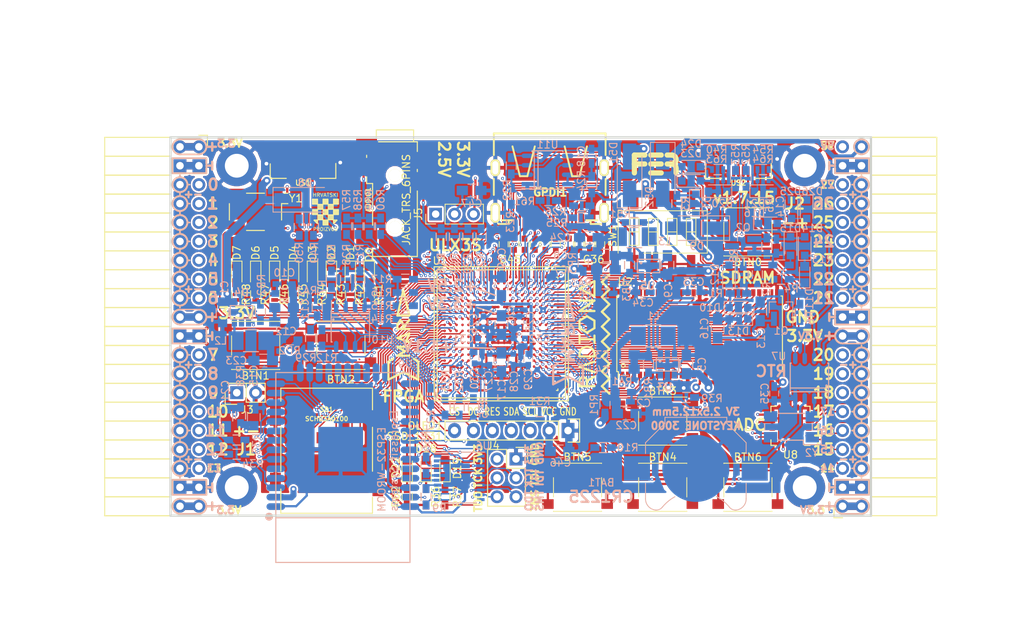
<source format=kicad_pcb>
(kicad_pcb (version 4) (host pcbnew 4.0.7+dfsg1-1)
  (layers (0 F.Cu signal) (1 In1.Cu signal) (2 In2.Cu signal) (31 B.Cu signal) (34 B.Paste user) (35 F.Paste user) (36 B.SilkS user) (37 F.SilkS user) (38 B.Mask user) (39 F.Mask user) (44 Edge.Cuts user))
  (net 0 "")
  (net 1 GND)
  (net 2 +5V)
  (net 3 /gpio/IN5V)
  (net 4 /gpio/OUT5V)
  (net 5 +3V3)
  (net 6 BTN_D)
  (net 7 BTN_F1)
  (net 8 BTN_F2)
  (net 9 BTN_L)
  (net 10 BTN_R)
  (net 11 BTN_U)
  (net 12 /power/FB1)
  (net 13 +2V5)
  (net 14 /power/PWREN)
  (net 15 /power/FB3)
  (net 16 /power/FB2)
  (net 17 "Net-(D9-Pad1)")
  (net 18 /power/VBAT)
  (net 19 JTAG_TDI)
  (net 20 JTAG_TCK)
  (net 21 JTAG_TMS)
  (net 22 JTAG_TDO)
  (net 23 /power/WAKEUPn)
  (net 24 /power/WKUP)
  (net 25 /power/SHUT)
  (net 26 /power/WAKE)
  (net 27 /power/HOLD)
  (net 28 /power/WKn)
  (net 29 /power/OSCI_32k)
  (net 30 /power/OSCO_32k)
  (net 31 "Net-(Q2-Pad3)")
  (net 32 SHUTDOWN)
  (net 33 /analog/AUDIO_L)
  (net 34 /analog/AUDIO_R)
  (net 35 GPDI_SDA)
  (net 36 GPDI_SCL)
  (net 37 /gpdi/VREF2)
  (net 38 SD_CMD)
  (net 39 SD_CLK)
  (net 40 SD_D0)
  (net 41 SD_D1)
  (net 42 USB5V)
  (net 43 GPDI_CEC)
  (net 44 nRESET)
  (net 45 FTDI_nDTR)
  (net 46 SDRAM_CKE)
  (net 47 SDRAM_A7)
  (net 48 SDRAM_D15)
  (net 49 SDRAM_BA1)
  (net 50 SDRAM_D7)
  (net 51 SDRAM_A6)
  (net 52 SDRAM_CLK)
  (net 53 SDRAM_D13)
  (net 54 SDRAM_BA0)
  (net 55 SDRAM_D6)
  (net 56 SDRAM_A5)
  (net 57 SDRAM_D14)
  (net 58 SDRAM_A11)
  (net 59 SDRAM_D12)
  (net 60 SDRAM_D5)
  (net 61 SDRAM_A4)
  (net 62 SDRAM_A10)
  (net 63 SDRAM_D11)
  (net 64 SDRAM_A3)
  (net 65 SDRAM_D4)
  (net 66 SDRAM_D10)
  (net 67 SDRAM_D9)
  (net 68 SDRAM_A9)
  (net 69 SDRAM_D3)
  (net 70 SDRAM_D8)
  (net 71 SDRAM_A8)
  (net 72 SDRAM_A2)
  (net 73 SDRAM_A1)
  (net 74 SDRAM_A0)
  (net 75 SDRAM_D2)
  (net 76 SDRAM_D1)
  (net 77 SDRAM_D0)
  (net 78 SDRAM_DQM0)
  (net 79 SDRAM_nCS)
  (net 80 SDRAM_nRAS)
  (net 81 SDRAM_DQM1)
  (net 82 SDRAM_nCAS)
  (net 83 SDRAM_nWE)
  (net 84 /flash/FLASH_nWP)
  (net 85 /flash/FLASH_nHOLD)
  (net 86 /flash/FLASH_MOSI)
  (net 87 /flash/FLASH_MISO)
  (net 88 /flash/FLASH_SCK)
  (net 89 /flash/FLASH_nCS)
  (net 90 /flash/FPGA_PROGRAMN)
  (net 91 /flash/FPGA_DONE)
  (net 92 /flash/FPGA_INITN)
  (net 93 OLED_RES)
  (net 94 OLED_DC)
  (net 95 OLED_CS)
  (net 96 WIFI_EN)
  (net 97 FTDI_nRTS)
  (net 98 FTDI_TXD)
  (net 99 FTDI_RXD)
  (net 100 WIFI_RXD)
  (net 101 WIFI_GPIO0)
  (net 102 WIFI_TXD)
  (net 103 USB_FTDI_D+)
  (net 104 USB_FTDI_D-)
  (net 105 SD_D3)
  (net 106 AUDIO_L3)
  (net 107 AUDIO_L2)
  (net 108 AUDIO_L1)
  (net 109 AUDIO_L0)
  (net 110 AUDIO_R3)
  (net 111 AUDIO_R2)
  (net 112 AUDIO_R1)
  (net 113 AUDIO_R0)
  (net 114 OLED_CLK)
  (net 115 OLED_MOSI)
  (net 116 LED0)
  (net 117 LED1)
  (net 118 LED2)
  (net 119 LED3)
  (net 120 LED4)
  (net 121 LED5)
  (net 122 LED6)
  (net 123 LED7)
  (net 124 BTN_PWRn)
  (net 125 FTDI_nTXLED)
  (net 126 FTDI_nSLEEP)
  (net 127 /blinkey/LED_PWREN)
  (net 128 /blinkey/LED_TXLED)
  (net 129 /sdcard/SD3V3)
  (net 130 SD_D2)
  (net 131 CLK_25MHz)
  (net 132 /blinkey/BTNPUL)
  (net 133 /blinkey/BTNPUR)
  (net 134 USB_FPGA_D+)
  (net 135 /power/FTDI_nSUSPEND)
  (net 136 /blinkey/ALED0)
  (net 137 /blinkey/ALED1)
  (net 138 /blinkey/ALED2)
  (net 139 /blinkey/ALED3)
  (net 140 /blinkey/ALED4)
  (net 141 /blinkey/ALED5)
  (net 142 /blinkey/ALED6)
  (net 143 /blinkey/ALED7)
  (net 144 /usb/FTD-)
  (net 145 /usb/FTD+)
  (net 146 ADC_MISO)
  (net 147 ADC_MOSI)
  (net 148 ADC_CSn)
  (net 149 ADC_SCLK)
  (net 150 SW3)
  (net 151 SW2)
  (net 152 SW1)
  (net 153 USB_FPGA_D-)
  (net 154 /usb/FPD+)
  (net 155 /usb/FPD-)
  (net 156 WIFI_GPIO16)
  (net 157 /usb/ANT_433MHz)
  (net 158 /power/PWRBTn)
  (net 159 PROG_DONE)
  (net 160 /power/P3V3)
  (net 161 /power/P2V5)
  (net 162 /power/L1)
  (net 163 /power/L3)
  (net 164 /power/L2)
  (net 165 FTDI_TXDEN)
  (net 166 SDRAM_A12)
  (net 167 /analog/AUDIO_V)
  (net 168 AUDIO_V3)
  (net 169 AUDIO_V2)
  (net 170 AUDIO_V1)
  (net 171 AUDIO_V0)
  (net 172 /blinkey/LED_WIFI)
  (net 173 /power/P1V1)
  (net 174 +1V1)
  (net 175 SW4)
  (net 176 /blinkey/SWPU)
  (net 177 /wifi/WIFIEN)
  (net 178 FT2V5)
  (net 179 GN0)
  (net 180 GP0)
  (net 181 GN1)
  (net 182 GP1)
  (net 183 GN2)
  (net 184 GP2)
  (net 185 GN3)
  (net 186 GP3)
  (net 187 GN4)
  (net 188 GP4)
  (net 189 GN5)
  (net 190 GP5)
  (net 191 GN6)
  (net 192 GP6)
  (net 193 GN14)
  (net 194 GP14)
  (net 195 GN15)
  (net 196 GP15)
  (net 197 GN16)
  (net 198 GP16)
  (net 199 GN17)
  (net 200 GP17)
  (net 201 GN18)
  (net 202 GP18)
  (net 203 GN19)
  (net 204 GP19)
  (net 205 GN20)
  (net 206 GP20)
  (net 207 GN21)
  (net 208 GP21)
  (net 209 GN22)
  (net 210 GP22)
  (net 211 GN23)
  (net 212 GP23)
  (net 213 GN24)
  (net 214 GP24)
  (net 215 GN25)
  (net 216 GP25)
  (net 217 GN26)
  (net 218 GP26)
  (net 219 GN27)
  (net 220 GP27)
  (net 221 GN7)
  (net 222 GP7)
  (net 223 GN8)
  (net 224 GP8)
  (net 225 GN9)
  (net 226 GP9)
  (net 227 GN10)
  (net 228 GP10)
  (net 229 GN11)
  (net 230 GP11)
  (net 231 GN12)
  (net 232 GP12)
  (net 233 GN13)
  (net 234 GP13)
  (net 235 WIFI_GPIO5)
  (net 236 WIFI_GPIO17)
  (net 237 USB_FPGA_PULL_D+)
  (net 238 USB_FPGA_PULL_D-)
  (net 239 "Net-(D23-Pad2)")
  (net 240 "Net-(D24-Pad1)")
  (net 241 "Net-(D25-Pad2)")
  (net 242 "Net-(D26-Pad1)")
  (net 243 /gpdi/GPDI_ETH+)
  (net 244 FPDI_ETH+)
  (net 245 /gpdi/GPDI_ETH-)
  (net 246 FPDI_ETH-)
  (net 247 /gpdi/GPDI_D2-)
  (net 248 FPDI_D2-)
  (net 249 /gpdi/GPDI_D1-)
  (net 250 FPDI_D1-)
  (net 251 /gpdi/GPDI_D0-)
  (net 252 FPDI_D0-)
  (net 253 /gpdi/GPDI_CLK-)
  (net 254 FPDI_CLK-)
  (net 255 /gpdi/GPDI_D2+)
  (net 256 FPDI_D2+)
  (net 257 /gpdi/GPDI_D1+)
  (net 258 FPDI_D1+)
  (net 259 /gpdi/GPDI_D0+)
  (net 260 FPDI_D0+)
  (net 261 /gpdi/GPDI_CLK+)
  (net 262 FPDI_CLK+)
  (net 263 FPDI_SDA)
  (net 264 FPDI_SCL)
  (net 265 /gpdi/FPDI_CEC)
  (net 266 2V5_3V3)
  (module Pin_Headers:Pin_Header_Straight_1x03_Pitch2.54mm (layer F.Cu) (at 129.675 71.725 90)
    (fp_text reference J5 (at 0 -2.33 90) (layer F.SilkS))
    (fp_text value VJ1)
    (pad 1 thru_hole rect (at 0 0 90) (size 1.7 1.7) (drill 1) (layers *.Cu *.Mask) (net 13 +2V5))
    (pad 2 thru_hole oval (at 0 2.54 90) (size 1.7 1.7) (drill 1) (layers *.Cu *.Mask) (net 266 2V5_3V3))
    (pad 3 thru_hole oval (at 0 5.08 90) (size 1.7 1.7) (drill 1) (layers *.Cu *.Mask) (net 5 +3V3))
  )
  (module Resistors_SMD:R_0603_HandSoldering (layer B.Cu) (at 169.919 66.965 90)
    (fp_text reference R53 (at 3.259 0 270) (layer B.SilkS) (effects (justify mirror)))
    (fp_text value 27)
    (pad 1 smd rect (at -1.1 0 90) (size 1.2 0.9) (layers B.Cu B.Paste B.Mask) (net 134 USB_FPGA_D+))
    (pad 2 smd rect (at 1.1 0 90) (size 1.2 0.9) (layers B.Cu B.Paste B.Mask) (net 154 /usb/FPD+))
  )
  (module Socket_Strips:Socket_Strip_Angled_2x20 (layer F.Cu) (at 97.91 62.69 270)
    (fp_text reference J1 (at 40.64 -6.35 360) (layer F.SilkS) (effects (font (size 1.5 1.5) (thickness 0.3))))
    (fp_text value CONN_02X20 hide)
    (pad 1 thru_hole oval (at 0 0 270) (size 1.7272 1.7272) (drill 1.016) (layers *.Cu *.Mask) (net 5 +3V3))
    (pad 2 thru_hole oval (at 0 2.54 270) (size 1.7272 1.7272) (drill 1.016) (layers *.Cu *.Mask) (net 5 +3V3))
    (pad 3 thru_hole rect (at 2.54 0 270) (size 1.7272 1.7272) (drill 1.016) (layers *.Cu *.Mask) (net 1 GND))
    (pad 4 thru_hole rect (at 2.54 2.54 270) (size 1.7272 1.7272) (drill 1.016) (layers *.Cu *.Mask) (net 1 GND))
    (pad 5 thru_hole oval (at 5.08 0 270) (size 1.7272 1.7272) (drill 1.016) (layers *.Cu *.Mask) (net 179 GN0))
    (pad 6 thru_hole oval (at 5.08 2.54 270) (size 1.7272 1.7272) (drill 1.016) (layers *.Cu *.Mask) (net 180 GP0))
    (pad 7 thru_hole oval (at 7.62 0 270) (size 1.7272 1.7272) (drill 1.016) (layers *.Cu *.Mask) (net 181 GN1))
    (pad 8 thru_hole oval (at 7.62 2.54 270) (size 1.7272 1.7272) (drill 1.016) (layers *.Cu *.Mask) (net 182 GP1))
    (pad 9 thru_hole oval (at 10.16 0 270) (size 1.7272 1.7272) (drill 1.016) (layers *.Cu *.Mask) (net 183 GN2))
    (pad 10 thru_hole oval (at 10.16 2.54 270) (size 1.7272 1.7272) (drill 1.016) (layers *.Cu *.Mask) (net 184 GP2))
    (pad 11 thru_hole oval (at 12.7 0 270) (size 1.7272 1.7272) (drill 1.016) (layers *.Cu *.Mask) (net 185 GN3))
    (pad 12 thru_hole oval (at 12.7 2.54 270) (size 1.7272 1.7272) (drill 1.016) (layers *.Cu *.Mask) (net 186 GP3))
    (pad 13 thru_hole oval (at 15.24 0 270) (size 1.7272 1.7272) (drill 1.016) (layers *.Cu *.Mask) (net 187 GN4))
    (pad 14 thru_hole oval (at 15.24 2.54 270) (size 1.7272 1.7272) (drill 1.016) (layers *.Cu *.Mask) (net 188 GP4))
    (pad 15 thru_hole oval (at 17.78 0 270) (size 1.7272 1.7272) (drill 1.016) (layers *.Cu *.Mask) (net 189 GN5))
    (pad 16 thru_hole oval (at 17.78 2.54 270) (size 1.7272 1.7272) (drill 1.016) (layers *.Cu *.Mask) (net 190 GP5))
    (pad 17 thru_hole oval (at 20.32 0 270) (size 1.7272 1.7272) (drill 1.016) (layers *.Cu *.Mask) (net 191 GN6))
    (pad 18 thru_hole oval (at 20.32 2.54 270) (size 1.7272 1.7272) (drill 1.016) (layers *.Cu *.Mask) (net 192 GP6))
    (pad 19 thru_hole oval (at 22.86 0 270) (size 1.7272 1.7272) (drill 1.016) (layers *.Cu *.Mask) (net 5 +3V3))
    (pad 20 thru_hole oval (at 22.86 2.54 270) (size 1.7272 1.7272) (drill 1.016) (layers *.Cu *.Mask) (net 5 +3V3))
    (pad 21 thru_hole rect (at 25.4 0 270) (size 1.7272 1.7272) (drill 1.016) (layers *.Cu *.Mask) (net 1 GND))
    (pad 22 thru_hole rect (at 25.4 2.54 270) (size 1.7272 1.7272) (drill 1.016) (layers *.Cu *.Mask) (net 1 GND))
    (pad 23 thru_hole oval (at 27.94 0 270) (size 1.7272 1.7272) (drill 1.016) (layers *.Cu *.Mask) (net 221 GN7))
    (pad 24 thru_hole oval (at 27.94 2.54 270) (size 1.7272 1.7272) (drill 1.016) (layers *.Cu *.Mask) (net 222 GP7))
    (pad 25 thru_hole oval (at 30.48 0 270) (size 1.7272 1.7272) (drill 1.016) (layers *.Cu *.Mask) (net 223 GN8))
    (pad 26 thru_hole oval (at 30.48 2.54 270) (size 1.7272 1.7272) (drill 1.016) (layers *.Cu *.Mask) (net 224 GP8))
    (pad 27 thru_hole oval (at 33.02 0 270) (size 1.7272 1.7272) (drill 1.016) (layers *.Cu *.Mask) (net 225 GN9))
    (pad 28 thru_hole oval (at 33.02 2.54 270) (size 1.7272 1.7272) (drill 1.016) (layers *.Cu *.Mask) (net 226 GP9))
    (pad 29 thru_hole oval (at 35.56 0 270) (size 1.7272 1.7272) (drill 1.016) (layers *.Cu *.Mask) (net 227 GN10))
    (pad 30 thru_hole oval (at 35.56 2.54 270) (size 1.7272 1.7272) (drill 1.016) (layers *.Cu *.Mask) (net 228 GP10))
    (pad 31 thru_hole oval (at 38.1 0 270) (size 1.7272 1.7272) (drill 1.016) (layers *.Cu *.Mask) (net 229 GN11))
    (pad 32 thru_hole oval (at 38.1 2.54 270) (size 1.7272 1.7272) (drill 1.016) (layers *.Cu *.Mask) (net 230 GP11))
    (pad 33 thru_hole oval (at 40.64 0 270) (size 1.7272 1.7272) (drill 1.016) (layers *.Cu *.Mask) (net 231 GN12))
    (pad 34 thru_hole oval (at 40.64 2.54 270) (size 1.7272 1.7272) (drill 1.016) (layers *.Cu *.Mask) (net 232 GP12))
    (pad 35 thru_hole oval (at 43.18 0 270) (size 1.7272 1.7272) (drill 1.016) (layers *.Cu *.Mask) (net 233 GN13))
    (pad 36 thru_hole oval (at 43.18 2.54 270) (size 1.7272 1.7272) (drill 1.016) (layers *.Cu *.Mask) (net 234 GP13))
    (pad 37 thru_hole rect (at 45.72 0 270) (size 1.7272 1.7272) (drill 1.016) (layers *.Cu *.Mask) (net 1 GND))
    (pad 38 thru_hole rect (at 45.72 2.54 270) (size 1.7272 1.7272) (drill 1.016) (layers *.Cu *.Mask) (net 1 GND))
    (pad 39 thru_hole oval (at 48.26 0 270) (size 1.7272 1.7272) (drill 1.016) (layers *.Cu *.Mask) (net 5 +3V3))
    (pad 40 thru_hole oval (at 48.26 2.54 270) (size 1.7272 1.7272) (drill 1.016) (layers *.Cu *.Mask) (net 5 +3V3))
  )
  (module SMD_Packages:1Pin (layer F.Cu) (at 182.67515 111.637626)
    (fp_text reference AE1 hide)
    (fp_text value 433MHz hide)
    (pad 1 smd rect (at 0 0) (size 0.5 0.5) (layers B.Cu F.Paste F.Mask) (net 157 /usb/ANT_433MHz))
  )
  (module Resistors_SMD:R_0603_HandSoldering (layer B.Cu) (at 103.498 98.758 90)
    (fp_text reference R38 (at 5.334 0 90) (layer B.SilkS) (effects (justify mirror)))
    (fp_text value 0.47)
    (pad 1 smd rect (at -1.1 0 90) (size 1.2 0.9) (layers B.Cu B.Paste B.Mask) (net 129 /sdcard/SD3V3))
    (pad 2 smd rect (at 1.1 0 90) (size 1.2 0.9) (layers B.Cu B.Paste B.Mask) (net 5 +3V3))
  )
  (module Diodes_SMD:D_SMA_Handsoldering (layer B.Cu) (at 155.695 66.5 90)
    (fp_text reference D51 (at 3.048 -2.159 90) (layer B.SilkS) (effects (justify mirror)))
    (fp_text value STPS2L30AF hide)
    (pad 1 smd rect (at -2.5 0 90) (size 3.5 1.8) (layers B.Cu B.Paste B.Mask) (net 2 +5V))
    (pad 2 smd rect (at 2.5 0 90) (size 3.5 1.8) (layers B.Cu B.Paste B.Mask) (net 3 /gpio/IN5V))
  )
  (module Resistors_SMD:R_0603_HandSoldering (layer B.Cu) (at 156.33 72.85 180)
    (fp_text reference R51 (at 1.905 1.143 180) (layer B.SilkS) (effects (justify mirror)))
    (fp_text value 150)
    (pad 1 smd rect (at -1.1 0 180) (size 1.2 0.9) (layers B.Cu B.Paste B.Mask) (net 5 +3V3))
    (pad 2 smd rect (at 1.1 0 180) (size 1.2 0.9) (layers B.Cu B.Paste B.Mask) (net 176 /blinkey/SWPU))
  )
  (module Resistors_SMD:R_1210_HandSoldering (layer B.Cu) (at 158.87 88.09 180)
    (fp_text reference L1 (at 0 2.7 180) (layer B.SilkS) (effects (justify mirror)))
    (fp_text value 2.2uH)
    (pad 1 smd rect (at -2 0 180) (size 2 2.5) (layers B.Cu B.Paste B.Mask) (net 162 /power/L1))
    (pad 2 smd rect (at 2 0 180) (size 2 2.5) (layers B.Cu B.Paste B.Mask) (net 173 /power/P1V1))
  )
  (module TSOT-25:TSOT-25 (layer B.Cu) (at 160.775 91.9)
    (fp_text reference U3 (at -0.381 3.048) (layer B.SilkS) (effects (font (thickness 0.2)) (justify mirror)))
    (fp_text value TLV62569DBV)
    (pad 1 smd rect (at -0.95 -1.3) (size 0.7 1.2) (layers B.Cu B.Paste B.Mask) (net 14 /power/PWREN))
    (pad 2 smd rect (at 0 -1.3) (size 0.7 1.2) (layers B.Cu B.Paste B.Mask) (net 1 GND))
    (pad 3 smd rect (at 0.95 -1.3) (size 0.7 1.2) (layers B.Cu B.Paste B.Mask) (net 162 /power/L1))
    (pad 4 smd rect (at 0.95 1.3) (size 0.7 1.2) (layers B.Cu B.Paste B.Mask) (net 2 +5V))
    (pad 5 smd rect (at -0.95 1.3) (size 0.7 1.2) (layers B.Cu B.Paste B.Mask) (net 12 /power/FB1))
  )
  (module Resistors_SMD:R_1210_HandSoldering (layer B.Cu) (at 104.895 88.725)
    (fp_text reference L2 (at -4.064 0) (layer B.SilkS) (effects (justify mirror)))
    (fp_text value 2.2uH)
    (pad 1 smd rect (at -2 0) (size 2 2.5) (layers B.Cu B.Paste B.Mask) (net 164 /power/L2))
    (pad 2 smd rect (at 2 0) (size 2 2.5) (layers B.Cu B.Paste B.Mask) (net 161 /power/P2V5))
  )
  (module TSOT-25:TSOT-25 (layer B.Cu) (at 103.625 84.915 180)
    (fp_text reference U4 (at 0 2.697 180) (layer B.SilkS) (effects (font (thickness 0.2)) (justify mirror)))
    (fp_text value TLV62569DBV)
    (pad 1 smd rect (at -0.95 -1.3 180) (size 0.7 1.2) (layers B.Cu B.Paste B.Mask) (net 14 /power/PWREN))
    (pad 2 smd rect (at 0 -1.3 180) (size 0.7 1.2) (layers B.Cu B.Paste B.Mask) (net 1 GND))
    (pad 3 smd rect (at 0.95 -1.3 180) (size 0.7 1.2) (layers B.Cu B.Paste B.Mask) (net 164 /power/L2))
    (pad 4 smd rect (at 0.95 1.3 180) (size 0.7 1.2) (layers B.Cu B.Paste B.Mask) (net 2 +5V))
    (pad 5 smd rect (at -0.95 1.3 180) (size 0.7 1.2) (layers B.Cu B.Paste B.Mask) (net 16 /power/FB2))
  )
  (module Resistors_SMD:R_1210_HandSoldering (layer B.Cu) (at 156.33 74.755 180)
    (fp_text reference L3 (at -4.064 -0.635 180) (layer B.SilkS) (effects (justify mirror)))
    (fp_text value 2.2uH)
    (pad 1 smd rect (at -2 0 180) (size 2 2.5) (layers B.Cu B.Paste B.Mask) (net 163 /power/L3))
    (pad 2 smd rect (at 2 0 180) (size 2 2.5) (layers B.Cu B.Paste B.Mask) (net 160 /power/P3V3))
  )
  (module TSOT-25:TSOT-25 (layer B.Cu) (at 158.235 78.692)
    (fp_text reference U5 (at -0.127 2.667) (layer B.SilkS) (effects (font (thickness 0.2)) (justify mirror)))
    (fp_text value TLV62569DBV)
    (pad 1 smd rect (at -0.95 -1.3) (size 0.7 1.2) (layers B.Cu B.Paste B.Mask) (net 14 /power/PWREN))
    (pad 2 smd rect (at 0 -1.3) (size 0.7 1.2) (layers B.Cu B.Paste B.Mask) (net 1 GND))
    (pad 3 smd rect (at 0.95 -1.3) (size 0.7 1.2) (layers B.Cu B.Paste B.Mask) (net 163 /power/L3))
    (pad 4 smd rect (at 0.95 1.3) (size 0.7 1.2) (layers B.Cu B.Paste B.Mask) (net 2 +5V))
    (pad 5 smd rect (at -0.95 1.3) (size 0.7 1.2) (layers B.Cu B.Paste B.Mask) (net 15 /power/FB3))
  )
  (module Capacitors_SMD:C_0805_HandSoldering (layer B.Cu) (at 101.085 84.915 270)
    (fp_text reference C1 (at -3.302 -0.254 270) (layer B.SilkS) (effects (justify mirror)))
    (fp_text value 22uF)
    (pad 1 smd rect (at -1.25 0 270) (size 1.5 1.25) (layers B.Cu B.Paste B.Mask) (net 2 +5V))
    (pad 2 smd rect (at 1.25 0 270) (size 1.5 1.25) (layers B.Cu B.Paste B.Mask) (net 1 GND))
  )
  (module Capacitors_SMD:C_0805_HandSoldering (layer B.Cu) (at 155.06 90.63)
    (fp_text reference C3 (at -3.048 0) (layer B.SilkS) (effects (justify mirror)))
    (fp_text value 22uF)
    (pad 1 smd rect (at -1.25 0) (size 1.5 1.25) (layers B.Cu B.Paste B.Mask) (net 173 /power/P1V1))
    (pad 2 smd rect (at 1.25 0) (size 1.5 1.25) (layers B.Cu B.Paste B.Mask) (net 1 GND))
  )
  (module Capacitors_SMD:C_0805_HandSoldering (layer B.Cu) (at 155.06 92.535)
    (fp_text reference C4 (at -3.048 0.127) (layer B.SilkS) (effects (justify mirror)))
    (fp_text value 22uF)
    (pad 1 smd rect (at -1.25 0) (size 1.5 1.25) (layers B.Cu B.Paste B.Mask) (net 173 /power/P1V1))
    (pad 2 smd rect (at 1.25 0) (size 1.5 1.25) (layers B.Cu B.Paste B.Mask) (net 1 GND))
  )
  (module Capacitors_SMD:C_0805_HandSoldering (layer B.Cu) (at 163.315 91.9 90)
    (fp_text reference C5 (at 0 2.1 90) (layer B.SilkS) (effects (justify mirror)))
    (fp_text value 22uF)
    (pad 1 smd rect (at -1.25 0 90) (size 1.5 1.25) (layers B.Cu B.Paste B.Mask) (net 2 +5V))
    (pad 2 smd rect (at 1.25 0 90) (size 1.5 1.25) (layers B.Cu B.Paste B.Mask) (net 1 GND))
  )
  (module Capacitors_SMD:C_0805_HandSoldering (layer B.Cu) (at 152.52 79.2)
    (fp_text reference C7 (at -6.096 0) (layer B.SilkS) (effects (justify mirror)))
    (fp_text value 22uF)
    (pad 1 smd rect (at -1.25 0) (size 1.5 1.25) (layers B.Cu B.Paste B.Mask) (net 160 /power/P3V3))
    (pad 2 smd rect (at 1.25 0) (size 1.5 1.25) (layers B.Cu B.Paste B.Mask) (net 1 GND))
  )
  (module Capacitors_SMD:C_0805_HandSoldering (layer B.Cu) (at 152.52 77.295)
    (fp_text reference C8 (at -6.096 0) (layer B.SilkS) (effects (justify mirror)))
    (fp_text value 22uF)
    (pad 1 smd rect (at -1.25 0) (size 1.5 1.25) (layers B.Cu B.Paste B.Mask) (net 160 /power/P3V3))
    (pad 2 smd rect (at 1.25 0) (size 1.5 1.25) (layers B.Cu B.Paste B.Mask) (net 1 GND))
  )
  (module Capacitors_SMD:C_0805_HandSoldering (layer B.Cu) (at 160.775 78.565 90)
    (fp_text reference C9 (at -3.429 0.127 90) (layer B.SilkS) (effects (justify mirror)))
    (fp_text value 22uF)
    (pad 1 smd rect (at -1.25 0 90) (size 1.5 1.25) (layers B.Cu B.Paste B.Mask) (net 2 +5V))
    (pad 2 smd rect (at 1.25 0 90) (size 1.5 1.25) (layers B.Cu B.Paste B.Mask) (net 1 GND))
  )
  (module Capacitors_SMD:C_0805_HandSoldering (layer B.Cu) (at 109.34 84.28 180)
    (fp_text reference C11 (at -2.794 -0.254 270) (layer B.SilkS) (effects (justify mirror)))
    (fp_text value 22uF)
    (pad 1 smd rect (at -1.25 0 180) (size 1.5 1.25) (layers B.Cu B.Paste B.Mask) (net 161 /power/P2V5))
    (pad 2 smd rect (at 1.25 0 180) (size 1.5 1.25) (layers B.Cu B.Paste B.Mask) (net 1 GND))
  )
  (module Capacitors_SMD:C_0805_HandSoldering (layer B.Cu) (at 109.34 86.185 180)
    (fp_text reference C12 (at -0.254 -1.27 360) (layer B.SilkS) (effects (justify mirror)))
    (fp_text value 22uF)
    (pad 1 smd rect (at -1.25 0 180) (size 1.5 1.25) (layers B.Cu B.Paste B.Mask) (net 161 /power/P2V5))
    (pad 2 smd rect (at 1.25 0 180) (size 1.5 1.25) (layers B.Cu B.Paste B.Mask) (net 1 GND))
  )
  (module Capacitors_SMD:C_0805_HandSoldering (layer B.Cu) (at 173.221 84.788 90)
    (fp_text reference C13 (at -3.556 0.127 90) (layer B.SilkS) (effects (justify mirror)))
    (fp_text value 2.2uF)
    (pad 1 smd rect (at -1.25 0 90) (size 1.5 1.25) (layers B.Cu B.Paste B.Mask) (net 2 +5V))
    (pad 2 smd rect (at 1.25 0 90) (size 1.5 1.25) (layers B.Cu B.Paste B.Mask) (net 24 /power/WKUP))
  )
  (module TO_SOT_Packages_SMD:SOT-23_Handsoldering (layer B.Cu) (at 176.015 84.28 90)
    (fp_text reference Q1 (at -3.1115 0 180) (layer B.SilkS) (effects (justify mirror)))
    (fp_text value BC857)
    (pad 1 smd rect (at -1.5 0.95 90) (size 1.9 0.8) (layers B.Cu B.Paste B.Mask) (net 28 /power/WKn))
    (pad 2 smd rect (at -1.5 -0.95 90) (size 1.9 0.8) (layers B.Cu B.Paste B.Mask) (net 2 +5V))
    (pad 3 smd rect (at 1.5 0 90) (size 1.9 0.8) (layers B.Cu B.Paste B.Mask) (net 24 /power/WKUP))
  )
  (module TO_SOT_Packages_SMD:SOT-23_Handsoldering (layer B.Cu) (at 170.935 76.025 180)
    (fp_text reference Q2 (at 0 2.5 180) (layer B.SilkS) (effects (justify mirror)))
    (fp_text value 2N7002)
    (pad 1 smd rect (at -1.5 0.95 180) (size 1.9 0.8) (layers B.Cu B.Paste B.Mask) (net 25 /power/SHUT))
    (pad 2 smd rect (at -1.5 -0.95 180) (size 1.9 0.8) (layers B.Cu B.Paste B.Mask) (net 1 GND))
    (pad 3 smd rect (at 1.5 0 180) (size 1.9 0.8) (layers B.Cu B.Paste B.Mask) (net 31 "Net-(Q2-Pad3)"))
  )
  (module Capacitors_SMD:C_0603_HandSoldering (layer B.Cu) (at 154.86 96.91)
    (fp_text reference C2 (at 2.74 0.197) (layer B.SilkS) (effects (justify mirror)))
    (fp_text value 470pF)
    (pad 1 smd rect (at -0.95 0) (size 1.2 0.75) (layers B.Cu B.Paste B.Mask) (net 173 /power/P1V1))
    (pad 2 smd rect (at 0.95 0) (size 1.2 0.75) (layers B.Cu B.Paste B.Mask) (net 12 /power/FB1))
  )
  (module Capacitors_SMD:C_0603_HandSoldering (layer B.Cu) (at 152.52 82.375)
    (fp_text reference C6 (at -2.794 0.127) (layer B.SilkS) (effects (justify mirror)))
    (fp_text value 470pF)
    (pad 1 smd rect (at -0.95 0) (size 1.2 0.75) (layers B.Cu B.Paste B.Mask) (net 160 /power/P3V3))
    (pad 2 smd rect (at 0.95 0) (size 1.2 0.75) (layers B.Cu B.Paste B.Mask) (net 15 /power/FB3))
  )
  (module Capacitors_SMD:C_0603_HandSoldering (layer B.Cu) (at 109.34 81.105 180)
    (fp_text reference C10 (at -0.04 1.505 180) (layer B.SilkS) (effects (justify mirror)))
    (fp_text value 470pF)
    (pad 1 smd rect (at -0.95 0 180) (size 1.2 0.75) (layers B.Cu B.Paste B.Mask) (net 161 /power/P2V5))
    (pad 2 smd rect (at 0.95 0 180) (size 1.2 0.75) (layers B.Cu B.Paste B.Mask) (net 16 /power/FB2))
  )
  (module Capacitors_SMD:C_0603_HandSoldering (layer B.Cu) (at 175.38 76.025 270)
    (fp_text reference C14 (at -5.334 -0.508 270) (layer B.SilkS) (effects (justify mirror)))
    (fp_text value 100nF)
    (pad 1 smd rect (at -0.95 0 270) (size 1.2 0.75) (layers B.Cu B.Paste B.Mask) (net 25 /power/SHUT))
    (pad 2 smd rect (at 0.95 0 270) (size 1.2 0.75) (layers B.Cu B.Paste B.Mask) (net 1 GND))
  )
  (module Resistors_SMD:R_0603_HandSoldering (layer B.Cu) (at 170.3 82.375)
    (fp_text reference R1 (at -3.048 0) (layer B.SilkS) (effects (justify mirror)))
    (fp_text value 15k)
    (pad 1 smd rect (at -1.1 0) (size 1.2 0.9) (layers B.Cu B.Paste B.Mask) (net 26 /power/WAKE))
    (pad 2 smd rect (at 1.1 0) (size 1.2 0.9) (layers B.Cu B.Paste B.Mask) (net 14 /power/PWREN))
  )
  (module Resistors_SMD:R_0603_HandSoldering (layer B.Cu) (at 172.84 79.835 90)
    (fp_text reference R2 (at -1.905 1.27 90) (layer B.SilkS) (effects (justify mirror)))
    (fp_text value 47k)
    (pad 1 smd rect (at -1.1 0 90) (size 1.2 0.9) (layers B.Cu B.Paste B.Mask) (net 14 /power/PWREN))
    (pad 2 smd rect (at 1.1 0 90) (size 1.2 0.9) (layers B.Cu B.Paste B.Mask) (net 1 GND))
  )
  (module Resistors_SMD:R_0603_HandSoldering (layer B.Cu) (at 176.015 80.47 180)
    (fp_text reference R4 (at -1.397 -1.27 360) (layer B.SilkS) (effects (justify mirror)))
    (fp_text value 4.7k)
    (pad 1 smd rect (at -1.1 0 180) (size 1.2 0.9) (layers B.Cu B.Paste B.Mask) (net 27 /power/HOLD))
    (pad 2 smd rect (at 1.1 0 180) (size 1.2 0.9) (layers B.Cu B.Paste B.Mask) (net 14 /power/PWREN))
  )
  (module Resistors_SMD:R_0603_HandSoldering (layer B.Cu) (at 174.11 76.025 270)
    (fp_text reference R5 (at -5.461 -0.381 270) (layer B.SilkS) (effects (justify mirror)))
    (fp_text value 4.7M)
    (pad 1 smd rect (at -1.1 0 270) (size 1.2 0.9) (layers B.Cu B.Paste B.Mask) (net 25 /power/SHUT))
    (pad 2 smd rect (at 1.1 0 270) (size 1.2 0.9) (layers B.Cu B.Paste B.Mask) (net 1 GND))
  )
  (module Resistors_SMD:R_0603_HandSoldering (layer B.Cu) (at 178.555 84.915 270)
    (fp_text reference R6 (at 0.762 -1.397 270) (layer B.SilkS) (effects (justify mirror)))
    (fp_text value 1k)
    (pad 1 smd rect (at -1.1 0 270) (size 1.2 0.9) (layers B.Cu B.Paste B.Mask) (net 28 /power/WKn))
    (pad 2 smd rect (at 1.1 0 270) (size 1.2 0.9) (layers B.Cu B.Paste B.Mask) (net 23 /power/WAKEUPn))
  )
  (module Resistors_SMD:R_0603_HandSoldering (layer B.Cu) (at 113.785 84.28 270)
    (fp_text reference R7 (at -2.794 -0.635 270) (layer B.SilkS) (effects (justify mirror)))
    (fp_text value 150)
    (pad 1 smd rect (at -1.1 0 270) (size 1.2 0.9) (layers B.Cu B.Paste B.Mask) (net 5 +3V3))
    (pad 2 smd rect (at 1.1 0 270) (size 1.2 0.9) (layers B.Cu B.Paste B.Mask) (net 132 /blinkey/BTNPUL))
  )
  (module Resistors_SMD:R_0603_HandSoldering (layer B.Cu) (at 170.935 79.835 90)
    (fp_text reference R8 (at 2.54 -1.27 90) (layer B.SilkS) (effects (justify mirror)))
    (fp_text value 1k)
    (pad 1 smd rect (at -1.1 0 90) (size 1.2 0.9) (layers B.Cu B.Paste B.Mask) (net 14 /power/PWREN))
    (pad 2 smd rect (at 1.1 0 90) (size 1.2 0.9) (layers B.Cu B.Paste B.Mask) (net 31 "Net-(Q2-Pad3)"))
  )
  (module Resistors_SMD:R_0603_HandSoldering (layer B.Cu) (at 128.39 109.68 270)
    (fp_text reference R9 (at 1.524 -1.778 360) (layer B.SilkS) (effects (justify mirror)))
    (fp_text value 15k)
    (pad 1 smd rect (at -1.1 0 270) (size 1.2 0.9) (layers B.Cu B.Paste B.Mask) (net 44 nRESET))
    (pad 2 smd rect (at 1.1 0 270) (size 1.2 0.9) (layers B.Cu B.Paste B.Mask) (net 178 FT2V5))
  )
  (module Resistors_SMD:R_0603_HandSoldering (layer B.Cu) (at 152.139 103.076 180)
    (fp_text reference R10 (at -3.302 0 180) (layer B.SilkS) (effects (justify mirror)))
    (fp_text value 150)
    (pad 1 smd rect (at -1.1 0 180) (size 1.2 0.9) (layers B.Cu B.Paste B.Mask) (net 135 /power/FTDI_nSUSPEND))
    (pad 2 smd rect (at 1.1 0 180) (size 1.2 0.9) (layers B.Cu B.Paste B.Mask) (net 126 FTDI_nSLEEP))
  )
  (module Resistors_SMD:R_0603_HandSoldering (layer B.Cu) (at 176.015 78.565 180)
    (fp_text reference R13 (at -5.588 0.762 180) (layer B.SilkS) (effects (justify mirror)))
    (fp_text value 15k)
    (pad 1 smd rect (at -1.1 0 180) (size 1.2 0.9) (layers B.Cu B.Paste B.Mask) (net 32 SHUTDOWN))
    (pad 2 smd rect (at 1.1 0 180) (size 1.2 0.9) (layers B.Cu B.Paste B.Mask) (net 1 GND))
  )
  (module Resistors_SMD:R_0603_HandSoldering (layer B.Cu) (at 154.86 95.64)
    (fp_text reference RA1 (at -0.181 -1.454) (layer B.SilkS) (effects (justify mirror)))
    (fp_text value 15k)
    (pad 1 smd rect (at -1.1 0) (size 1.2 0.9) (layers B.Cu B.Paste B.Mask) (net 173 /power/P1V1))
    (pad 2 smd rect (at 1.1 0) (size 1.2 0.9) (layers B.Cu B.Paste B.Mask) (net 12 /power/FB1))
  )
  (module Resistors_SMD:R_0603_HandSoldering (layer B.Cu) (at 109.34 82.375 180)
    (fp_text reference RA2 (at -3.048 0.381 360) (layer B.SilkS) (effects (justify mirror)))
    (fp_text value 15k)
    (pad 1 smd rect (at -1.1 0 180) (size 1.2 0.9) (layers B.Cu B.Paste B.Mask) (net 161 /power/P2V5))
    (pad 2 smd rect (at 1.1 0 180) (size 1.2 0.9) (layers B.Cu B.Paste B.Mask) (net 16 /power/FB2))
  )
  (module Resistors_SMD:R_0603_HandSoldering (layer B.Cu) (at 152.52 81.105)
    (fp_text reference RA3 (at -3.302 -0.127) (layer B.SilkS) (effects (justify mirror)))
    (fp_text value 15k)
    (pad 1 smd rect (at -1.1 0) (size 1.2 0.9) (layers B.Cu B.Paste B.Mask) (net 160 /power/P3V3))
    (pad 2 smd rect (at 1.1 0) (size 1.2 0.9) (layers B.Cu B.Paste B.Mask) (net 15 /power/FB3))
  )
  (module Resistors_SMD:R_0603_HandSoldering (layer B.Cu) (at 158.235 91.9 270)
    (fp_text reference RB1 (at 3.302 0 270) (layer B.SilkS) (effects (justify mirror)))
    (fp_text value 18k)
    (pad 1 smd rect (at -1.1 0 270) (size 1.2 0.9) (layers B.Cu B.Paste B.Mask) (net 1 GND))
    (pad 2 smd rect (at 1.1 0 270) (size 1.2 0.9) (layers B.Cu B.Paste B.Mask) (net 12 /power/FB1))
  )
  (module Resistors_SMD:R_0603_HandSoldering (layer B.Cu) (at 106.165 84.915 90)
    (fp_text reference RB2 (at 3.683 0.127 90) (layer B.SilkS) (effects (justify mirror)))
    (fp_text value 4.7k)
    (pad 1 smd rect (at -1.1 0 90) (size 1.2 0.9) (layers B.Cu B.Paste B.Mask) (net 1 GND))
    (pad 2 smd rect (at 1.1 0 90) (size 1.2 0.9) (layers B.Cu B.Paste B.Mask) (net 16 /power/FB2))
  )
  (module Resistors_SMD:R_0603_HandSoldering (layer B.Cu) (at 155.695 78.565 270)
    (fp_text reference RB3 (at 3.429 0.395 270) (layer B.SilkS) (effects (justify mirror)))
    (fp_text value 3.3k)
    (pad 1 smd rect (at -1.1 0 270) (size 1.2 0.9) (layers B.Cu B.Paste B.Mask) (net 1 GND))
    (pad 2 smd rect (at 1.1 0 270) (size 1.2 0.9) (layers B.Cu B.Paste B.Mask) (net 15 /power/FB3))
  )
  (module Resistors_SMD:R_0603_HandSoldering (layer B.Cu) (at 125.596 85.804 180)
    (fp_text reference R14 (at 3.175 0 180) (layer B.SilkS) (effects (justify mirror)))
    (fp_text value 1.2k)
    (pad 1 smd rect (at -1.1 0 180) (size 1.2 0.9) (layers B.Cu B.Paste B.Mask) (net 109 AUDIO_L0))
    (pad 2 smd rect (at 1.1 0 180) (size 1.2 0.9) (layers B.Cu B.Paste B.Mask) (net 33 /analog/AUDIO_L))
  )
  (module Resistors_SMD:R_0603_HandSoldering (layer B.Cu) (at 125.596 84.026 180)
    (fp_text reference R15 (at 3.175 -0.001 180) (layer B.SilkS) (effects (justify mirror)))
    (fp_text value 680)
    (pad 1 smd rect (at -1.1 0 180) (size 1.2 0.9) (layers B.Cu B.Paste B.Mask) (net 108 AUDIO_L1))
    (pad 2 smd rect (at 1.1 0 180) (size 1.2 0.9) (layers B.Cu B.Paste B.Mask) (net 33 /analog/AUDIO_L))
  )
  (module Resistors_SMD:R_0603_HandSoldering (layer B.Cu) (at 125.596 82.248 180)
    (fp_text reference R16 (at 3.175 0 180) (layer B.SilkS) (effects (justify mirror)))
    (fp_text value 330)
    (pad 1 smd rect (at -1.1 0 180) (size 1.2 0.9) (layers B.Cu B.Paste B.Mask) (net 107 AUDIO_L2))
    (pad 2 smd rect (at 1.1 0 180) (size 1.2 0.9) (layers B.Cu B.Paste B.Mask) (net 33 /analog/AUDIO_L))
  )
  (module Resistors_SMD:R_0603_HandSoldering (layer B.Cu) (at 125.596 80.47 180)
    (fp_text reference R17 (at 3.175 0 180) (layer B.SilkS) (effects (justify mirror)))
    (fp_text value 150)
    (pad 1 smd rect (at -1.1 0 180) (size 1.2 0.9) (layers B.Cu B.Paste B.Mask) (net 106 AUDIO_L3))
    (pad 2 smd rect (at 1.1 0 180) (size 1.2 0.9) (layers B.Cu B.Paste B.Mask) (net 33 /analog/AUDIO_L))
  )
  (module Resistors_SMD:R_0603_HandSoldering (layer B.Cu) (at 130.422 74.773 90)
    (fp_text reference R18 (at -3.556 0 90) (layer B.SilkS) (effects (justify mirror)))
    (fp_text value 1.2k)
    (pad 1 smd rect (at -1.1 0 90) (size 1.2 0.9) (layers B.Cu B.Paste B.Mask) (net 113 AUDIO_R0))
    (pad 2 smd rect (at 1.1 0 90) (size 1.2 0.9) (layers B.Cu B.Paste B.Mask) (net 34 /analog/AUDIO_R))
  )
  (module Resistors_SMD:R_0603_HandSoldering (layer B.Cu) (at 132.2 74.773 90)
    (fp_text reference R19 (at -3.556 0 90) (layer B.SilkS) (effects (justify mirror)))
    (fp_text value 680)
    (pad 1 smd rect (at -1.1 0 90) (size 1.2 0.9) (layers B.Cu B.Paste B.Mask) (net 112 AUDIO_R1))
    (pad 2 smd rect (at 1.1 0 90) (size 1.2 0.9) (layers B.Cu B.Paste B.Mask) (net 34 /analog/AUDIO_R))
  )
  (module Resistors_SMD:R_0603_HandSoldering (layer B.Cu) (at 133.993 74.773 90)
    (fp_text reference R20 (at -3.556 0 90) (layer B.SilkS) (effects (justify mirror)))
    (fp_text value 330)
    (pad 1 smd rect (at -1.1 0 90) (size 1.2 0.9) (layers B.Cu B.Paste B.Mask) (net 111 AUDIO_R2))
    (pad 2 smd rect (at 1.1 0 90) (size 1.2 0.9) (layers B.Cu B.Paste B.Mask) (net 34 /analog/AUDIO_R))
  )
  (module Resistors_SMD:R_0603_HandSoldering (layer B.Cu) (at 135.771 74.773 90)
    (fp_text reference R21 (at -3.556 0 90) (layer B.SilkS) (effects (justify mirror)))
    (fp_text value 150)
    (pad 1 smd rect (at -1.1 0 90) (size 1.2 0.9) (layers B.Cu B.Paste B.Mask) (net 110 AUDIO_R3))
    (pad 2 smd rect (at 1.1 0 90) (size 1.2 0.9) (layers B.Cu B.Paste B.Mask) (net 34 /analog/AUDIO_R))
  )
  (module Capacitors_SMD:C_0603_HandSoldering (layer B.Cu) (at 150.5896 63.96 90)
    (fp_text reference C18 (at 0 -1.3716 90) (layer B.SilkS) (effects (justify mirror)))
    (fp_text value 470pF)
    (pad 1 smd rect (at -0.95 0 90) (size 1.2 0.75) (layers B.Cu B.Paste B.Mask) (net 37 /gpdi/VREF2))
    (pad 2 smd rect (at 0.95 0 90) (size 1.2 0.75) (layers B.Cu B.Paste B.Mask) (net 1 GND))
  )
  (module Socket_Strips:Socket_Strip_Angled_2x20 (layer F.Cu) (at 184.27 110.95 90)
    (fp_text reference J2 (at 40.64 -6.35 180) (layer F.SilkS) (effects (font (size 1.5 1.5) (thickness 0.3))))
    (fp_text value CONN_02X20 hide)
    (pad 1 thru_hole oval (at 0 0 90) (size 1.7272 1.7272) (drill 1.016) (layers *.Cu *.Mask) (net 5 +3V3))
    (pad 2 thru_hole oval (at 0 2.54 90) (size 1.7272 1.7272) (drill 1.016) (layers *.Cu *.Mask) (net 5 +3V3))
    (pad 3 thru_hole rect (at 2.54 0 90) (size 1.7272 1.7272) (drill 1.016) (layers *.Cu *.Mask) (net 1 GND))
    (pad 4 thru_hole rect (at 2.54 2.54 90) (size 1.7272 1.7272) (drill 1.016) (layers *.Cu *.Mask) (net 1 GND))
    (pad 5 thru_hole oval (at 5.08 0 90) (size 1.7272 1.7272) (drill 1.016) (layers *.Cu *.Mask) (net 193 GN14))
    (pad 6 thru_hole oval (at 5.08 2.54 90) (size 1.7272 1.7272) (drill 1.016) (layers *.Cu *.Mask) (net 194 GP14))
    (pad 7 thru_hole oval (at 7.62 0 90) (size 1.7272 1.7272) (drill 1.016) (layers *.Cu *.Mask) (net 195 GN15))
    (pad 8 thru_hole oval (at 7.62 2.54 90) (size 1.7272 1.7272) (drill 1.016) (layers *.Cu *.Mask) (net 196 GP15))
    (pad 9 thru_hole oval (at 10.16 0 90) (size 1.7272 1.7272) (drill 1.016) (layers *.Cu *.Mask) (net 197 GN16))
    (pad 10 thru_hole oval (at 10.16 2.54 90) (size 1.7272 1.7272) (drill 1.016) (layers *.Cu *.Mask) (net 198 GP16))
    (pad 11 thru_hole oval (at 12.7 0 90) (size 1.7272 1.7272) (drill 1.016) (layers *.Cu *.Mask) (net 199 GN17))
    (pad 12 thru_hole oval (at 12.7 2.54 90) (size 1.7272 1.7272) (drill 1.016) (layers *.Cu *.Mask) (net 200 GP17))
    (pad 13 thru_hole oval (at 15.24 0 90) (size 1.7272 1.7272) (drill 1.016) (layers *.Cu *.Mask) (net 201 GN18))
    (pad 14 thru_hole oval (at 15.24 2.54 90) (size 1.7272 1.7272) (drill 1.016) (layers *.Cu *.Mask) (net 202 GP18))
    (pad 15 thru_hole oval (at 17.78 0 90) (size 1.7272 1.7272) (drill 1.016) (layers *.Cu *.Mask) (net 203 GN19))
    (pad 16 thru_hole oval (at 17.78 2.54 90) (size 1.7272 1.7272) (drill 1.016) (layers *.Cu *.Mask) (net 204 GP19))
    (pad 17 thru_hole oval (at 20.32 0 90) (size 1.7272 1.7272) (drill 1.016) (layers *.Cu *.Mask) (net 205 GN20))
    (pad 18 thru_hole oval (at 20.32 2.54 90) (size 1.7272 1.7272) (drill 1.016) (layers *.Cu *.Mask) (net 206 GP20))
    (pad 19 thru_hole oval (at 22.86 0 90) (size 1.7272 1.7272) (drill 1.016) (layers *.Cu *.Mask) (net 5 +3V3))
    (pad 20 thru_hole oval (at 22.86 2.54 90) (size 1.7272 1.7272) (drill 1.016) (layers *.Cu *.Mask) (net 5 +3V3))
    (pad 21 thru_hole rect (at 25.4 0 90) (size 1.7272 1.7272) (drill 1.016) (layers *.Cu *.Mask) (net 1 GND))
    (pad 22 thru_hole rect (at 25.4 2.54 90) (size 1.7272 1.7272) (drill 1.016) (layers *.Cu *.Mask) (net 1 GND))
    (pad 23 thru_hole oval (at 27.94 0 90) (size 1.7272 1.7272) (drill 1.016) (layers *.Cu *.Mask) (net 207 GN21))
    (pad 24 thru_hole oval (at 27.94 2.54 90) (size 1.7272 1.7272) (drill 1.016) (layers *.Cu *.Mask) (net 208 GP21))
    (pad 25 thru_hole oval (at 30.48 0 90) (size 1.7272 1.7272) (drill 1.016) (layers *.Cu *.Mask) (net 209 GN22))
    (pad 26 thru_hole oval (at 30.48 2.54 90) (size 1.7272 1.7272) (drill 1.016) (layers *.Cu *.Mask) (net 210 GP22))
    (pad 27 thru_hole oval (at 33.02 0 90) (size 1.7272 1.7272) (drill 1.016) (layers *.Cu *.Mask) (net 211 GN23))
    (pad 28 thru_hole oval (at 33.02 2.54 90) (size 1.7272 1.7272) (drill 1.016) (layers *.Cu *.Mask) (net 212 GP23))
    (pad 29 thru_hole oval (at 35.56 0 90) (size 1.7272 1.7272) (drill 1.016) (layers *.Cu *.Mask) (net 213 GN24))
    (pad 30 thru_hole oval (at 35.56 2.54 90) (size 1.7272 1.7272) (drill 1.016) (layers *.Cu *.Mask) (net 214 GP24))
    (pad 31 thru_hole oval (at 38.1 0 90) (size 1.7272 1.7272) (drill 1.016) (layers *.Cu *.Mask) (net 215 GN25))
    (pad 32 thru_hole oval (at 38.1 2.54 90) (size 1.7272 1.7272) (drill 1.016) (layers *.Cu *.Mask) (net 216 GP25))
    (pad 33 thru_hole oval (at 40.64 0 90) (size 1.7272 1.7272) (drill 1.016) (layers *.Cu *.Mask) (net 217 GN26))
    (pad 34 thru_hole oval (at 40.64 2.54 90) (size 1.7272 1.7272) (drill 1.016) (layers *.Cu *.Mask) (net 218 GP26))
    (pad 35 thru_hole oval (at 43.18 0 90) (size 1.7272 1.7272) (drill 1.016) (layers *.Cu *.Mask) (net 219 GN27))
    (pad 36 thru_hole oval (at 43.18 2.54 90) (size 1.7272 1.7272) (drill 1.016) (layers *.Cu *.Mask) (net 220 GP27))
    (pad 37 thru_hole rect (at 45.72 0 90) (size 1.7272 1.7272) (drill 1.016) (layers *.Cu *.Mask) (net 1 GND))
    (pad 38 thru_hole rect (at 45.72 2.54 90) (size 1.7272 1.7272) (drill 1.016) (layers *.Cu *.Mask) (net 1 GND))
    (pad 39 thru_hole oval (at 48.26 0 90) (size 1.7272 1.7272) (drill 1.016) (layers *.Cu *.Mask) (net 3 /gpio/IN5V))
    (pad 40 thru_hole oval (at 48.26 2.54 90) (size 1.7272 1.7272) (drill 1.016) (layers *.Cu *.Mask) (net 4 /gpio/OUT5V))
  )
  (module Mounting_Holes:MountingHole_3.2mm_M3_ISO14580_Pad (layer F.Cu) (at 102.99 108.41)
    (fp_text reference H1 hide)
    (fp_text value HOLE hide)
    (pad 1 thru_hole circle (at 0 0) (size 5.5 5.5) (drill 3.2) (layers *.Cu *.Mask) (net 1 GND))
  )
  (module Mounting_Holes:MountingHole_3.2mm_M3_ISO14580_Pad (layer F.Cu) (at 179.19 108.41)
    (fp_text reference H2 hide)
    (fp_text value HOLE hide)
    (pad 1 thru_hole circle (at 0 0) (size 5.5 5.5) (drill 3.2) (layers *.Cu *.Mask) (net 1 GND))
  )
  (module Mounting_Holes:MountingHole_3.2mm_M3_ISO14580_Pad (layer F.Cu) (at 179.19 65.23)
    (fp_text reference H3 hide)
    (fp_text value HOLE hide)
    (pad 1 thru_hole circle (at 0 0) (size 5.5 5.5) (drill 3.2) (layers *.Cu *.Mask) (net 1 GND))
  )
  (module Mounting_Holes:MountingHole_3.2mm_M3_ISO14580_Pad (layer F.Cu) (at 102.99 65.23)
    (fp_text reference H4 hide)
    (fp_text value HOLE hide)
    (pad 1 thru_hole circle (at 0 0) (size 5.5 5.5) (drill 3.2) (layers *.Cu *.Mask) (net 1 GND))
  )
  (module Resistors_SMD:R_0603_HandSoldering (layer B.Cu) (at 162.045 70.31 90)
    (fp_text reference R3 (at 0 1.143 90) (layer B.SilkS) (effects (justify mirror)))
    (fp_text value 4.7k)
    (pad 1 smd rect (at -1.1 0 90) (size 1.2 0.9) (layers B.Cu B.Paste B.Mask) (net 2 +5V))
    (pad 2 smd rect (at 1.1 0 90) (size 1.2 0.9) (layers B.Cu B.Paste B.Mask) (net 158 /power/PWRBTn))
  )
  (module Resistors_SMD:R_0603_HandSoldering (layer B.Cu) (at 139.82 65.23 90)
    (fp_text reference R22 (at -3.27 -0.54 90) (layer B.SilkS) (effects (justify mirror)))
    (fp_text value 2.2k)
    (pad 1 smd rect (at -1.1 0 90) (size 1.2 0.9) (layers B.Cu B.Paste B.Mask) (net 5 +3V3))
    (pad 2 smd rect (at 1.1 0 90) (size 1.2 0.9) (layers B.Cu B.Paste B.Mask) (net 263 FPDI_SDA))
  )
  (module Resistors_SMD:R_0603_HandSoldering (layer B.Cu) (at 139.835 69.312 270)
    (fp_text reference R23 (at 3.472 0.127 270) (layer B.SilkS) (effects (justify mirror)))
    (fp_text value 2.2k)
    (pad 1 smd rect (at -1.1 0 270) (size 1.2 0.9) (layers B.Cu B.Paste B.Mask) (net 5 +3V3))
    (pad 2 smd rect (at 1.1 0 270) (size 1.2 0.9) (layers B.Cu B.Paste B.Mask) (net 264 FPDI_SCL))
  )
  (module Resistors_SMD:R_0603_HandSoldering (layer B.Cu) (at 150.615 67.77 90)
    (fp_text reference R24 (at 0.508 -1.397 90) (layer B.SilkS) (effects (justify mirror)))
    (fp_text value 100k)
    (pad 1 smd rect (at -1.1 0 90) (size 1.2 0.9) (layers B.Cu B.Paste B.Mask) (net 2 +5V))
    (pad 2 smd rect (at 1.1 0 90) (size 1.2 0.9) (layers B.Cu B.Paste B.Mask) (net 37 /gpdi/VREF2))
  )
  (module Resistors_SMD:R_0603_HandSoldering (layer B.Cu) (at 149.175 72.215 180)
    (fp_text reference R25 (at 3.259 -0.685 180) (layer B.SilkS) (effects (justify mirror)))
    (fp_text value 4.7k)
    (pad 1 smd rect (at -1.1 0 180) (size 1.2 0.9) (layers B.Cu B.Paste B.Mask) (net 2 +5V))
    (pad 2 smd rect (at 1.1 0 180) (size 1.2 0.9) (layers B.Cu B.Paste B.Mask) (net 36 GPDI_SCL))
  )
  (module Resistors_SMD:R_0603_HandSoldering (layer B.Cu) (at 149.28 70.6 180)
    (fp_text reference R26 (at 3.5 -0.8 180) (layer B.SilkS) (effects (justify mirror)))
    (fp_text value 4.7k)
    (pad 1 smd rect (at -1.1 0 180) (size 1.2 0.9) (layers B.Cu B.Paste B.Mask) (net 2 +5V))
    (pad 2 smd rect (at 1.1 0 180) (size 1.2 0.9) (layers B.Cu B.Paste B.Mask) (net 35 GPDI_SDA))
  )
  (module Housings_SSOP:SSOP-20_4.4x6.5mm_Pitch0.65mm (layer B.Cu) (at 132.835 107.14 180)
    (fp_text reference U6 (at -3.175 4.318 180) (layer B.SilkS) (effects (justify mirror)))
    (fp_text value FT231XS)
    (pad 1 smd rect (at -2.9 2.925 180) (size 1 0.4) (layers B.Cu B.Paste B.Mask) (net 45 FTDI_nDTR))
    (pad 2 smd rect (at -2.9 2.275 180) (size 1 0.4) (layers B.Cu B.Paste B.Mask) (net 97 FTDI_nRTS))
    (pad 3 smd rect (at -2.9 1.625 180) (size 1 0.4) (layers B.Cu B.Paste B.Mask) (net 178 FT2V5))
    (pad 4 smd rect (at -2.9 0.975 180) (size 1 0.4) (layers B.Cu B.Paste B.Mask) (net 99 FTDI_RXD))
    (pad 5 smd rect (at -2.9 0.325 180) (size 1 0.4) (layers B.Cu B.Paste B.Mask) (net 19 JTAG_TDI))
    (pad 6 smd rect (at -2.9 -0.325 180) (size 1 0.4) (layers B.Cu B.Paste B.Mask) (net 1 GND))
    (pad 7 smd rect (at -2.9 -0.975 180) (size 1 0.4) (layers B.Cu B.Paste B.Mask) (net 20 JTAG_TCK))
    (pad 8 smd rect (at -2.9 -1.625 180) (size 1 0.4) (layers B.Cu B.Paste B.Mask) (net 21 JTAG_TMS))
    (pad 9 smd rect (at -2.9 -2.275 180) (size 1 0.4) (layers B.Cu B.Paste B.Mask) (net 22 JTAG_TDO))
    (pad 10 smd rect (at -2.9 -2.925 180) (size 1 0.4) (layers B.Cu B.Paste B.Mask) (net 125 FTDI_nTXLED))
    (pad 11 smd rect (at 2.9 -2.925 180) (size 1 0.4) (layers B.Cu B.Paste B.Mask) (net 103 USB_FTDI_D+))
    (pad 12 smd rect (at 2.9 -2.275 180) (size 1 0.4) (layers B.Cu B.Paste B.Mask) (net 104 USB_FTDI_D-))
    (pad 13 smd rect (at 2.9 -1.625 180) (size 1 0.4) (layers B.Cu B.Paste B.Mask) (net 178 FT2V5))
    (pad 14 smd rect (at 2.9 -0.975 180) (size 1 0.4) (layers B.Cu B.Paste B.Mask) (net 44 nRESET))
    (pad 15 smd rect (at 2.9 -0.325 180) (size 1 0.4) (layers B.Cu B.Paste B.Mask) (net 42 USB5V))
    (pad 16 smd rect (at 2.9 0.325 180) (size 1 0.4) (layers B.Cu B.Paste B.Mask) (net 1 GND))
    (pad 17 smd rect (at 2.9 0.975 180) (size 1 0.4) (layers B.Cu B.Paste B.Mask))
    (pad 18 smd rect (at 2.9 1.625 180) (size 1 0.4) (layers B.Cu B.Paste B.Mask) (net 165 FTDI_TXDEN))
    (pad 19 smd rect (at 2.9 2.275 180) (size 1 0.4) (layers B.Cu B.Paste B.Mask) (net 126 FTDI_nSLEEP))
    (pad 20 smd rect (at 2.9 2.925 180) (size 1 0.4) (layers B.Cu B.Paste B.Mask) (net 98 FTDI_TXD))
  )
  (module Resistors_SMD:R_0603_HandSoldering (layer B.Cu) (at 119.5 80.47 270)
    (fp_text reference R11 (at -3.302 0 270) (layer B.SilkS) (effects (justify mirror)))
    (fp_text value 10k)
    (pad 1 smd rect (at -1.1 0 270) (size 1.2 0.9) (layers B.Cu B.Paste B.Mask) (net 5 +3V3))
    (pad 2 smd rect (at 1.1 0 270) (size 1.2 0.9) (layers B.Cu B.Paste B.Mask) (net 84 /flash/FLASH_nWP))
  )
  (module Resistors_SMD:R_0603_HandSoldering (layer B.Cu) (at 114.42 88.344 90)
    (fp_text reference R12 (at -2.667 0.635 360) (layer B.SilkS) (effects (justify mirror)))
    (fp_text value 10k)
    (pad 1 smd rect (at -1.1 0 90) (size 1.2 0.9) (layers B.Cu B.Paste B.Mask) (net 5 +3V3))
    (pad 2 smd rect (at 1.1 0 90) (size 1.2 0.9) (layers B.Cu B.Paste B.Mask) (net 85 /flash/FLASH_nHOLD))
  )
  (module Resistors_SMD:R_0603_HandSoldering (layer B.Cu) (at 129.025 96.175 90)
    (fp_text reference R27 (at -3.218 0 90) (layer B.SilkS) (effects (justify mirror)))
    (fp_text value 10k)
    (pad 1 smd rect (at -1.1 0 90) (size 1.2 0.9) (layers B.Cu B.Paste B.Mask) (net 5 +3V3))
    (pad 2 smd rect (at 1.1 0 90) (size 1.2 0.9) (layers B.Cu B.Paste B.Mask) (net 86 /flash/FLASH_MOSI))
  )
  (module Resistors_SMD:R_0603_HandSoldering (layer B.Cu) (at 117.595 80.47 270)
    (fp_text reference R28 (at -3.302 -0.127 270) (layer B.SilkS) (effects (justify mirror)))
    (fp_text value 10k)
    (pad 1 smd rect (at -1.1 0 270) (size 1.2 0.9) (layers B.Cu B.Paste B.Mask) (net 5 +3V3))
    (pad 2 smd rect (at 1.1 0 270) (size 1.2 0.9) (layers B.Cu B.Paste B.Mask) (net 87 /flash/FLASH_MISO))
  )
  (module Resistors_SMD:R_0603_HandSoldering (layer B.Cu) (at 112.896 88.344 90)
    (fp_text reference R29 (at -2.667 -0.635 360) (layer B.SilkS) (effects (justify mirror)))
    (fp_text value 1k)
    (pad 1 smd rect (at -1.1 0 90) (size 1.2 0.9) (layers B.Cu B.Paste B.Mask) (net 5 +3V3))
    (pad 2 smd rect (at 1.1 0 90) (size 1.2 0.9) (layers B.Cu B.Paste B.Mask) (net 88 /flash/FLASH_SCK))
  )
  (module Resistors_SMD:R_0603_HandSoldering (layer B.Cu) (at 115.69 80.47 270)
    (fp_text reference R30 (at -3.302 0 270) (layer B.SilkS) (effects (justify mirror)))
    (fp_text value 4.7k)
    (pad 1 smd rect (at -1.1 0 270) (size 1.2 0.9) (layers B.Cu B.Paste B.Mask) (net 5 +3V3))
    (pad 2 smd rect (at 1.1 0 270) (size 1.2 0.9) (layers B.Cu B.Paste B.Mask) (net 89 /flash/FLASH_nCS))
  )
  (module Resistors_SMD:R_0603_HandSoldering (layer B.Cu) (at 143.63 98.25 180)
    (fp_text reference R31 (at 0 1.397 180) (layer B.SilkS) (effects (justify mirror)))
    (fp_text value 10k)
    (pad 1 smd rect (at -1.1 0 180) (size 1.2 0.9) (layers B.Cu B.Paste B.Mask) (net 5 +3V3))
    (pad 2 smd rect (at 1.1 0 180) (size 1.2 0.9) (layers B.Cu B.Paste B.Mask) (net 90 /flash/FPGA_PROGRAMN))
  )
  (module Resistors_SMD:R_0603_HandSoldering (layer B.Cu) (at 132.835 97.615 90)
    (fp_text reference R32 (at 3.429 0 90) (layer B.SilkS) (effects (justify mirror)))
    (fp_text value 10k)
    (pad 1 smd rect (at -1.1 0 90) (size 1.2 0.9) (layers B.Cu B.Paste B.Mask) (net 5 +3V3))
    (pad 2 smd rect (at 1.1 0 90) (size 1.2 0.9) (layers B.Cu B.Paste B.Mask) (net 91 /flash/FPGA_DONE))
  )
  (module Resistors_SMD:R_0603_HandSoldering (layer B.Cu) (at 130.93 97.615 90)
    (fp_text reference R33 (at 3.556 0.127 90) (layer B.SilkS) (effects (justify mirror)))
    (fp_text value 10k)
    (pad 1 smd rect (at -1.1 0 90) (size 1.2 0.9) (layers B.Cu B.Paste B.Mask) (net 5 +3V3))
    (pad 2 smd rect (at 1.1 0 90) (size 1.2 0.9) (layers B.Cu B.Paste B.Mask) (net 92 /flash/FPGA_INITN))
  )
  (module Resistors_SMD:R_0603_HandSoldering (layer B.Cu) (at 102.99 103.965)
    (fp_text reference R34 (at 2.159 1.27 180) (layer B.SilkS) (effects (justify mirror)))
    (fp_text value 15k)
    (pad 1 smd rect (at -1.1 0) (size 1.2 0.9) (layers B.Cu B.Paste B.Mask) (net 5 +3V3))
    (pad 2 smd rect (at 1.1 0) (size 1.2 0.9) (layers B.Cu B.Paste B.Mask) (net 96 WIFI_EN))
  )
  (module Socket_Strips:Socket_Strip_Straight_2x01 (layer F.Cu) (at 102.99 95.71 90)
    (fp_text reference J3 (at -2.286 1.397 180) (layer F.SilkS))
    (fp_text value WIFI_OFF)
    (pad 1 thru_hole rect (at 0 0 90) (size 1.7272 1.7272) (drill 1.016) (layers *.Cu *.Mask) (net 177 /wifi/WIFIEN))
    (pad 2 thru_hole oval (at 0 2.54 90) (size 1.7272 1.7272) (drill 1.016) (layers *.Cu *.Mask) (net 1 GND))
  )
  (module Resistors_SMD:R_0603_HandSoldering (layer B.Cu) (at 102.99 102.06 180)
    (fp_text reference R35 (at -2.667 -0.508 270) (layer B.SilkS) (effects (justify mirror)))
    (fp_text value 470)
    (pad 1 smd rect (at -1.1 0 180) (size 1.2 0.9) (layers B.Cu B.Paste B.Mask) (net 96 WIFI_EN))
    (pad 2 smd rect (at 1.1 0 180) (size 1.2 0.9) (layers B.Cu B.Paste B.Mask) (net 177 /wifi/WIFIEN))
  )
  (module Resistors_SMD:R_0603_HandSoldering (layer F.Cu) (at 128.39 109.68 270)
    (fp_text reference R36 (at 0 -1.27 270) (layer F.SilkS))
    (fp_text value 1k)
    (pad 1 smd rect (at -1.1 0 270) (size 1.2 0.9) (layers F.Cu F.Paste F.Mask) (net 127 /blinkey/LED_PWREN))
    (pad 2 smd rect (at 1.1 0 270) (size 1.2 0.9) (layers F.Cu F.Paste F.Mask) (net 1 GND))
  )
  (module Resistors_SMD:R_0603_HandSoldering (layer F.Cu) (at 130.93 109.68 90)
    (fp_text reference R37 (at 0 1.651 90) (layer F.SilkS))
    (fp_text value 1k)
    (pad 1 smd rect (at -1.1 0 90) (size 1.2 0.9) (layers F.Cu F.Paste F.Mask) (net 125 FTDI_nTXLED))
    (pad 2 smd rect (at 1.1 0 90) (size 1.2 0.9) (layers F.Cu F.Paste F.Mask) (net 128 /blinkey/LED_TXLED))
  )
  (module usb_otg:USB-MICRO-B-FCI-10118192-0001LF (layer F.Cu) (at 111.88 63.325 180)
    (fp_text reference US1 (at 0 -4.2 180) (layer F.SilkS) (effects (font (size 0.7 0.7))))
    (fp_text value MICRO_USB hide)
    (pad 6 smd rect (at -3.1 -2.55 180) (size 2.1 1.6) (layers F.Cu F.Paste F.Mask) (net 1 GND))
    (pad 6 smd rect (at 3.1 -2.55 180) (size 2.1 1.6) (layers F.Cu F.Paste F.Mask) (net 1 GND))
    (pad 6 smd rect (at -1.2 0 180) (size 1.9 1.9) (layers F.Cu F.Paste F.Mask) (net 1 GND))
    (pad 6 smd rect (at 1.2 0 180) (size 1.9 1.9) (layers F.Cu F.Paste F.Mask) (net 1 GND))
    (pad 1 smd rect (at -1.3 -2.675 180) (size 0.4 1.35) (layers F.Cu F.Paste F.Mask) (net 42 USB5V))
    (pad 2 smd rect (at -0.65 -2.675 180) (size 0.4 1.35) (layers F.Cu F.Paste F.Mask) (net 144 /usb/FTD-))
    (pad 3 smd rect (at 0 -2.675 180) (size 0.4 1.35) (layers F.Cu F.Paste F.Mask) (net 145 /usb/FTD+))
    (pad 4 smd rect (at 0.65 -2.675 180) (size 0.4 1.35) (layers F.Cu F.Paste F.Mask))
    (pad 5 smd rect (at 1.3 -2.675 180) (size 0.4 1.35) (layers F.Cu F.Paste F.Mask) (net 1 GND))
    (pad 6 smd rect (at -3.8 0 180) (size 1.8 1.9) (layers F.Cu F.Paste F.Mask) (net 1 GND))
    (pad 6 smd rect (at 3.8 0 180) (size 1.8 1.9) (layers F.Cu F.Paste F.Mask) (net 1 GND))
  )
  (module usb_otg:USB-MICRO-B-FCI-10118192-0001LF (layer F.Cu) (at 170.3 63.325 180)
    (fp_text reference US2 (at 0 -4.2 180) (layer F.SilkS) (effects (font (size 0.7 0.7))))
    (fp_text value MICRO_USB hide)
    (pad 6 smd rect (at -3.1 -2.55 180) (size 2.1 1.6) (layers F.Cu F.Paste F.Mask) (net 1 GND))
    (pad 6 smd rect (at 3.1 -2.55 180) (size 2.1 1.6) (layers F.Cu F.Paste F.Mask) (net 1 GND))
    (pad 6 smd rect (at -1.2 0 180) (size 1.9 1.9) (layers F.Cu F.Paste F.Mask) (net 1 GND))
    (pad 6 smd rect (at 1.2 0 180) (size 1.9 1.9) (layers F.Cu F.Paste F.Mask) (net 1 GND))
    (pad 1 smd rect (at -1.3 -2.675 180) (size 0.4 1.35) (layers F.Cu F.Paste F.Mask) (net 17 "Net-(D9-Pad1)"))
    (pad 2 smd rect (at -0.65 -2.675 180) (size 0.4 1.35) (layers F.Cu F.Paste F.Mask) (net 155 /usb/FPD-))
    (pad 3 smd rect (at 0 -2.675 180) (size 0.4 1.35) (layers F.Cu F.Paste F.Mask) (net 154 /usb/FPD+))
    (pad 4 smd rect (at 0.65 -2.675 180) (size 0.4 1.35) (layers F.Cu F.Paste F.Mask))
    (pad 5 smd rect (at 1.3 -2.675 180) (size 0.4 1.35) (layers F.Cu F.Paste F.Mask) (net 1 GND))
    (pad 6 smd rect (at -3.8 0 180) (size 1.8 1.9) (layers F.Cu F.Paste F.Mask) (net 1 GND))
    (pad 6 smd rect (at 3.8 0 180) (size 1.8 1.9) (layers F.Cu F.Paste F.Mask) (net 1 GND))
  )
  (module Capacitors_SMD:C_0805_HandSoldering (layer B.Cu) (at 167.506 87.074 90)
    (fp_text reference C16 (at 0 -1.778 90) (layer B.SilkS) (effects (justify mirror)))
    (fp_text value 2.2uF)
    (pad 1 smd rect (at -1.25 0 90) (size 1.5 1.25) (layers B.Cu B.Paste B.Mask) (net 5 +3V3))
    (pad 2 smd rect (at 1.25 0 90) (size 1.5 1.25) (layers B.Cu B.Paste B.Mask) (net 1 GND))
  )
  (module Resistors_SMD:R_0603_HandSoldering (layer B.Cu) (at 163.315 96.345 180)
    (fp_text reference R39 (at -3.429 -0.127 180) (layer B.SilkS) (effects (justify mirror)))
    (fp_text value 150)
    (pad 1 smd rect (at -1.1 0 180) (size 1.2 0.9) (layers B.Cu B.Paste B.Mask) (net 5 +3V3))
    (pad 2 smd rect (at 1.1 0 180) (size 1.2 0.9) (layers B.Cu B.Paste B.Mask) (net 133 /blinkey/BTNPUR))
  )
  (module Socket_Strips:Socket_Strip_Straight_2x03 (layer F.Cu) (at 140.455 104.6 270)
    (fp_text reference J4 (at -1.778 3.048 360) (layer F.SilkS))
    (fp_text value CONN_02X03 hide)
    (pad 1 thru_hole rect (at 0 0 270) (size 1.7272 1.7272) (drill 1.016) (layers *.Cu *.Mask) (net 1 GND))
    (pad 2 thru_hole oval (at 0 2.54 270) (size 1.7272 1.7272) (drill 1.016) (layers *.Cu *.Mask) (net 5 +3V3))
    (pad 3 thru_hole oval (at 2.54 0 270) (size 1.7272 1.7272) (drill 1.016) (layers *.Cu *.Mask) (net 19 JTAG_TDI))
    (pad 4 thru_hole oval (at 2.54 2.54 270) (size 1.7272 1.7272) (drill 1.016) (layers *.Cu *.Mask) (net 20 JTAG_TCK))
    (pad 5 thru_hole oval (at 5.08 0 270) (size 1.7272 1.7272) (drill 1.016) (layers *.Cu *.Mask) (net 21 JTAG_TMS))
    (pad 6 thru_hole oval (at 5.08 2.54 270) (size 1.7272 1.7272) (drill 1.016) (layers *.Cu *.Mask) (net 22 JTAG_TDO))
  )
  (module Capacitors_SMD:C_0805_HandSoldering (layer B.Cu) (at 138.5 91.62 270)
    (fp_text reference C17 (at 3.709 -0.05 270) (layer B.SilkS) (effects (justify mirror)))
    (fp_text value 2.2uF)
    (pad 1 smd rect (at -1.25 0 270) (size 1.5 1.25) (layers B.Cu B.Paste B.Mask) (net 174 +1V1))
    (pad 2 smd rect (at 1.25 0 270) (size 1.5 1.25) (layers B.Cu B.Paste B.Mask) (net 1 GND))
  )
  (module Capacitors_SMD:C_0805_HandSoldering (layer B.Cu) (at 138.5 81.42 90)
    (fp_text reference C19 (at 3.744 0.05 90) (layer B.SilkS) (effects (justify mirror)))
    (fp_text value 2.2uF)
    (pad 1 smd rect (at -1.25 0 90) (size 1.5 1.25) (layers B.Cu B.Paste B.Mask) (net 13 +2V5))
    (pad 2 smd rect (at 1.25 0 90) (size 1.5 1.25) (layers B.Cu B.Paste B.Mask) (net 1 GND))
  )
  (module Capacitors_SMD:C_0805_HandSoldering (layer B.Cu) (at 138.5 86.62 270)
    (fp_text reference C20 (at -1.578 -1.32 270) (layer B.SilkS) (effects (font (size 0.7 0.7)) (justify mirror)))
    (fp_text value 2.2uF)
    (pad 1 smd rect (at -1.25 0 270) (size 1.5 1.25) (layers B.Cu B.Paste B.Mask) (net 5 +3V3))
    (pad 2 smd rect (at 1.25 0 270) (size 1.5 1.25) (layers B.Cu B.Paste B.Mask) (net 1 GND))
  )
  (module Capacitors_SMD:C_0805_HandSoldering (layer B.Cu) (at 101.593 99.012 270)
    (fp_text reference C21 (at -3.556 0.127 270) (layer B.SilkS) (effects (justify mirror)))
    (fp_text value 22uF)
    (pad 1 smd rect (at -1.25 0 270) (size 1.5 1.25) (layers B.Cu B.Paste B.Mask) (net 5 +3V3))
    (pad 2 smd rect (at 1.25 0 270) (size 1.5 1.25) (layers B.Cu B.Paste B.Mask) (net 1 GND))
  )
  (module Resistors_SMD:R_0603_HandSoldering (layer B.Cu) (at 113.277 73.485 90)
    (fp_text reference R49 (at -3.429 0.127 90) (layer B.SilkS) (effects (justify mirror)))
    (fp_text value 27)
    (pad 1 smd rect (at -1.1 0 90) (size 1.2 0.9) (layers B.Cu B.Paste B.Mask) (net 104 USB_FTDI_D-))
    (pad 2 smd rect (at 1.1 0 90) (size 1.2 0.9) (layers B.Cu B.Paste B.Mask) (net 144 /usb/FTD-))
  )
  (module Resistors_SMD:R_0603_HandSoldering (layer B.Cu) (at 111.372 73.485 90)
    (fp_text reference R50 (at -3.429 0 90) (layer B.SilkS) (effects (justify mirror)))
    (fp_text value 27)
    (pad 1 smd rect (at -1.1 0 90) (size 1.2 0.9) (layers B.Cu B.Paste B.Mask) (net 103 USB_FTDI_D+))
    (pad 2 smd rect (at 1.1 0 90) (size 1.2 0.9) (layers B.Cu B.Paste B.Mask) (net 145 /usb/FTD+))
  )
  (module Housings_DFN_QFN:QFN-28-1EP_5x5mm_Pitch0.5mm (layer F.Cu) (at 177.285 100.155 180)
    (fp_text reference U8 (at 0 -3.875 180) (layer F.SilkS))
    (fp_text value MAX11125)
    (pad 1 smd oval (at -2.45 -1.5 180) (size 0.85 0.3) (layers F.Cu F.Paste F.Mask) (net 196 GP15))
    (pad 2 smd oval (at -2.45 -1 180) (size 0.85 0.3) (layers F.Cu F.Paste F.Mask) (net 197 GN16))
    (pad 3 smd oval (at -2.45 -0.5 180) (size 0.85 0.3) (layers F.Cu F.Paste F.Mask) (net 198 GP16))
    (pad 4 smd oval (at -2.45 0 180) (size 0.85 0.3) (layers F.Cu F.Paste F.Mask) (net 199 GN17))
    (pad 5 smd oval (at -2.45 0.5 180) (size 0.85 0.3) (layers F.Cu F.Paste F.Mask) (net 200 GP17))
    (pad 6 smd oval (at -2.45 1 180) (size 0.85 0.3) (layers F.Cu F.Paste F.Mask) (net 1 GND))
    (pad 7 smd oval (at -2.45 1.5 180) (size 0.85 0.3) (layers F.Cu F.Paste F.Mask) (net 1 GND))
    (pad 8 smd oval (at -1.5 2.45 270) (size 0.85 0.3) (layers F.Cu F.Paste F.Mask) (net 1 GND))
    (pad 9 smd oval (at -1 2.45 270) (size 0.85 0.3) (layers F.Cu F.Paste F.Mask) (net 1 GND))
    (pad 10 smd oval (at -0.5 2.45 270) (size 0.85 0.3) (layers F.Cu F.Paste F.Mask) (net 1 GND))
    (pad 11 smd oval (at 0 2.45 270) (size 0.85 0.3) (layers F.Cu F.Paste F.Mask) (net 1 GND))
    (pad 12 smd oval (at 0.5 2.45 270) (size 0.85 0.3) (layers F.Cu F.Paste F.Mask))
    (pad 13 smd oval (at 1 2.45 270) (size 0.85 0.3) (layers F.Cu F.Paste F.Mask) (net 1 GND))
    (pad 14 smd oval (at 1.5 2.45 270) (size 0.85 0.3) (layers F.Cu F.Paste F.Mask) (net 1 GND))
    (pad 15 smd oval (at 2.45 1.5 180) (size 0.85 0.3) (layers F.Cu F.Paste F.Mask) (net 5 +3V3))
    (pad 16 smd oval (at 2.45 1 180) (size 0.85 0.3) (layers F.Cu F.Paste F.Mask) (net 1 GND))
    (pad 17 smd oval (at 2.45 0.5 180) (size 0.85 0.3) (layers F.Cu F.Paste F.Mask) (net 5 +3V3))
    (pad 18 smd oval (at 2.45 0 180) (size 0.85 0.3) (layers F.Cu F.Paste F.Mask) (net 5 +3V3))
    (pad 19 smd oval (at 2.45 -0.5 180) (size 0.85 0.3) (layers F.Cu F.Paste F.Mask) (net 149 ADC_SCLK))
    (pad 20 smd oval (at 2.45 -1 180) (size 0.85 0.3) (layers F.Cu F.Paste F.Mask) (net 148 ADC_CSn))
    (pad 21 smd oval (at 2.45 -1.5 180) (size 0.85 0.3) (layers F.Cu F.Paste F.Mask) (net 147 ADC_MOSI))
    (pad 22 smd oval (at 1.5 -2.45 270) (size 0.85 0.3) (layers F.Cu F.Paste F.Mask) (net 1 GND))
    (pad 23 smd oval (at 1 -2.45 270) (size 0.85 0.3) (layers F.Cu F.Paste F.Mask) (net 5 +3V3))
    (pad 24 smd oval (at 0.5 -2.45 270) (size 0.85 0.3) (layers F.Cu F.Paste F.Mask) (net 146 ADC_MISO))
    (pad 25 smd oval (at 0 -2.45 270) (size 0.85 0.3) (layers F.Cu F.Paste F.Mask))
    (pad 26 smd oval (at -0.5 -2.45 270) (size 0.85 0.3) (layers F.Cu F.Paste F.Mask) (net 193 GN14))
    (pad 27 smd oval (at -1 -2.45 270) (size 0.85 0.3) (layers F.Cu F.Paste F.Mask) (net 194 GP14))
    (pad 28 smd oval (at -1.5 -2.45 270) (size 0.85 0.3) (layers F.Cu F.Paste F.Mask) (net 195 GN15))
    (pad 29 smd rect (at 0.8375 0.8375 180) (size 1.675 1.675) (layers F.Cu F.Paste F.Mask) (net 1 GND))
    (pad 29 smd rect (at 0.8375 -0.8375 180) (size 1.675 1.675) (layers F.Cu F.Paste F.Mask) (net 1 GND))
    (pad 29 smd rect (at -0.8375 0.8375 180) (size 1.675 1.675) (layers F.Cu F.Paste F.Mask) (net 1 GND))
    (pad 29 smd rect (at -0.8375 -0.8375 180) (size 1.675 1.675) (layers F.Cu F.Paste F.Mask) (net 1 GND))
  )
  (module Resistors_SMD:R_0603_HandSoldering (layer B.Cu) (at 171.316 66.965 90)
    (fp_text reference R52 (at 3.259 0 270) (layer B.SilkS) (effects (justify mirror)))
    (fp_text value 27)
    (pad 1 smd rect (at -1.1 0 90) (size 1.2 0.9) (layers B.Cu B.Paste B.Mask) (net 153 USB_FPGA_D-))
    (pad 2 smd rect (at 1.1 0 90) (size 1.2 0.9) (layers B.Cu B.Paste B.Mask) (net 155 /usb/FPD-))
  )
  (module oled:oled_13xx (layer F.Cu) (at 139.82 100.79 180)
    (fp_text reference OLED1 (at 11.557 0.635 180) (layer F.SilkS))
    (fp_text value SSD_1331 (at 12.954 -0.762 180) (layer F.SilkS))
    (fp_text user CS (at 7.62 2.54 180) (layer F.SilkS) (effects (font (size 1 0.75))))
    (fp_text user DC (at 5.08 2.54 180) (layer F.SilkS) (effects (font (size 1 0.75))))
    (fp_text user RES (at 2.54 2.54 180) (layer F.SilkS) (effects (font (size 1 0.75))))
    (fp_text user SDA (at 0 2.54 180) (layer F.SilkS) (effects (font (size 1 0.75))))
    (fp_text user SCL (at -2.54 2.54 180) (layer F.SilkS) (effects (font (size 1 0.75))))
    (fp_text user VCC (at -5.08 2.54 180) (layer F.SilkS) (effects (font (size 1 0.75))))
    (fp_text user GND (at -7.62 2.54 180) (layer F.SilkS) (effects (font (size 1 0.75))))
    (pad 1 thru_hole rect (at -7.62 0 180) (size 1.7272 2.032) (drill 1.016) (layers *.Cu *.Mask) (net 1 GND))
    (pad 2 thru_hole oval (at -5.08 0 180) (size 1.7272 2.032) (drill 1.016) (layers *.Cu *.Mask) (net 5 +3V3))
    (pad 3 thru_hole oval (at -2.54 0 180) (size 1.7272 2.032) (drill 1.016) (layers *.Cu *.Mask) (net 114 OLED_CLK))
    (pad 4 thru_hole oval (at 0 0 180) (size 1.7272 2.032) (drill 1.016) (layers *.Cu *.Mask) (net 115 OLED_MOSI))
    (pad 5 thru_hole oval (at 2.54 0 180) (size 1.7272 2.032) (drill 1.016) (layers *.Cu *.Mask) (net 93 OLED_RES))
    (pad 6 thru_hole oval (at 5.08 0 180) (size 1.7272 2.032) (drill 1.016) (layers *.Cu *.Mask) (net 94 OLED_DC))
    (pad 7 thru_hole oval (at 7.62 0 180) (size 1.7272 2.032) (drill 1.016) (layers *.Cu *.Mask) (net 95 OLED_CS))
  )
  (module Buttons_Switches_SMD:SW_SPST_PTS645 (layer F.Cu) (at 171.57 74.12 180)
    (fp_text reference BTN0 (at 0 -4.05 180) (layer F.SilkS))
    (fp_text value PTS645)
    (pad 2 smd rect (at -3.98 2.25 180) (size 1.55 1.3) (layers F.Cu F.Paste F.Mask) (net 1 GND))
    (pad 1 smd rect (at -3.98 -2.25 180) (size 1.55 1.3) (layers F.Cu F.Paste F.Mask) (net 158 /power/PWRBTn))
    (pad 1 smd rect (at 3.98 -2.25 180) (size 1.55 1.3) (layers F.Cu F.Paste F.Mask) (net 158 /power/PWRBTn))
    (pad 2 smd rect (at 3.98 2.25 180) (size 1.55 1.3) (layers F.Cu F.Paste F.Mask) (net 1 GND))
  )
  (module Buttons_Switches_SMD:SW_SPST_PTS645 (layer F.Cu) (at 105.53 89.36)
    (fp_text reference BTN1 (at 0 4.064) (layer F.SilkS))
    (fp_text value PTS645)
    (pad 2 smd rect (at -3.98 2.25) (size 1.55 1.3) (layers F.Cu F.Paste F.Mask) (net 7 BTN_F1))
    (pad 1 smd rect (at -3.98 -2.25) (size 1.55 1.3) (layers F.Cu F.Paste F.Mask) (net 132 /blinkey/BTNPUL))
    (pad 1 smd rect (at 3.98 -2.25) (size 1.55 1.3) (layers F.Cu F.Paste F.Mask) (net 132 /blinkey/BTNPUL))
    (pad 2 smd rect (at 3.98 2.25) (size 1.55 1.3) (layers F.Cu F.Paste F.Mask) (net 7 BTN_F1))
  )
  (module Buttons_Switches_SMD:SW_SPST_PTS645 (layer F.Cu) (at 116.96 89.36)
    (fp_text reference BTN2 (at 0 4.572) (layer F.SilkS))
    (fp_text value PTS645)
    (pad 2 smd rect (at -3.98 2.25) (size 1.55 1.3) (layers F.Cu F.Paste F.Mask) (net 8 BTN_F2))
    (pad 1 smd rect (at -3.98 -2.25) (size 1.55 1.3) (layers F.Cu F.Paste F.Mask) (net 132 /blinkey/BTNPUL))
    (pad 1 smd rect (at 3.98 -2.25) (size 1.55 1.3) (layers F.Cu F.Paste F.Mask) (net 132 /blinkey/BTNPUL))
    (pad 2 smd rect (at 3.98 2.25) (size 1.55 1.3) (layers F.Cu F.Paste F.Mask) (net 8 BTN_F2))
  )
  (module Buttons_Switches_SMD:SW_SPST_PTS645 (layer F.Cu) (at 160.14 99.52)
    (fp_text reference BTN3 (at 0 -4.05) (layer F.SilkS))
    (fp_text value PTS645)
    (pad 2 smd rect (at -3.98 2.25) (size 1.55 1.3) (layers F.Cu F.Paste F.Mask) (net 11 BTN_U))
    (pad 1 smd rect (at -3.98 -2.25) (size 1.55 1.3) (layers F.Cu F.Paste F.Mask) (net 133 /blinkey/BTNPUR))
    (pad 1 smd rect (at 3.98 -2.25) (size 1.55 1.3) (layers F.Cu F.Paste F.Mask) (net 133 /blinkey/BTNPUR))
    (pad 2 smd rect (at 3.98 2.25) (size 1.55 1.3) (layers F.Cu F.Paste F.Mask) (net 11 BTN_U))
  )
  (module Buttons_Switches_SMD:SW_SPST_PTS645 (layer F.Cu) (at 160.14 108.41 180)
    (fp_text reference BTN4 (at 0 4.064 180) (layer F.SilkS))
    (fp_text value PTS645)
    (pad 2 smd rect (at -3.98 2.25 180) (size 1.55 1.3) (layers F.Cu F.Paste F.Mask) (net 6 BTN_D))
    (pad 1 smd rect (at -3.98 -2.25 180) (size 1.55 1.3) (layers F.Cu F.Paste F.Mask) (net 133 /blinkey/BTNPUR))
    (pad 1 smd rect (at 3.98 -2.25 180) (size 1.55 1.3) (layers F.Cu F.Paste F.Mask) (net 133 /blinkey/BTNPUR))
    (pad 2 smd rect (at 3.98 2.25 180) (size 1.55 1.3) (layers F.Cu F.Paste F.Mask) (net 6 BTN_D))
  )
  (module Buttons_Switches_SMD:SW_SPST_PTS645 (layer F.Cu) (at 148.71 108.41 180)
    (fp_text reference BTN5 (at 0 4.064 180) (layer F.SilkS))
    (fp_text value PTS645)
    (pad 2 smd rect (at -3.98 2.25 180) (size 1.55 1.3) (layers F.Cu F.Paste F.Mask) (net 9 BTN_L))
    (pad 1 smd rect (at -3.98 -2.25 180) (size 1.55 1.3) (layers F.Cu F.Paste F.Mask) (net 133 /blinkey/BTNPUR))
    (pad 1 smd rect (at 3.98 -2.25 180) (size 1.55 1.3) (layers F.Cu F.Paste F.Mask) (net 133 /blinkey/BTNPUR))
    (pad 2 smd rect (at 3.98 2.25 180) (size 1.55 1.3) (layers F.Cu F.Paste F.Mask) (net 9 BTN_L))
  )
  (module Buttons_Switches_SMD:SW_SPST_PTS645 (layer F.Cu) (at 171.57 108.41 180)
    (fp_text reference BTN6 (at 0 4.064 180) (layer F.SilkS))
    (fp_text value PTS645)
    (pad 2 smd rect (at -3.98 2.25 180) (size 1.55 1.3) (layers F.Cu F.Paste F.Mask) (net 10 BTN_R))
    (pad 1 smd rect (at -3.98 -2.25 180) (size 1.55 1.3) (layers F.Cu F.Paste F.Mask) (net 133 /blinkey/BTNPUR))
    (pad 1 smd rect (at 3.98 -2.25 180) (size 1.55 1.3) (layers F.Cu F.Paste F.Mask) (net 133 /blinkey/BTNPUR))
    (pad 2 smd rect (at 3.98 2.25 180) (size 1.55 1.3) (layers F.Cu F.Paste F.Mask) (net 10 BTN_R))
  )
  (module Buttons_Switches_SMD:SW_DIP_x4_W8.61mm_Slide_LowProfile (layer F.Cu) (at 160.14 74.12 90)
    (fp_text reference SW1 (at -0.508 -6.731 270) (layer F.SilkS))
    (fp_text value DIPSW)
    (pad 1 smd rect (at -4.305 -3.81 90) (size 2.44 1.12) (layers F.Cu F.Mask) (net 176 /blinkey/SWPU))
    (pad 5 smd rect (at 4.305 3.81 90) (size 2.44 1.12) (layers F.Cu F.Mask) (net 175 SW4))
    (pad 2 smd rect (at -4.305 -1.27 90) (size 2.44 1.12) (layers F.Cu F.Mask) (net 176 /blinkey/SWPU))
    (pad 6 smd rect (at 4.305 1.27 90) (size 2.44 1.12) (layers F.Cu F.Mask) (net 150 SW3))
    (pad 3 smd rect (at -4.305 1.27 90) (size 2.44 1.12) (layers F.Cu F.Mask) (net 176 /blinkey/SWPU))
    (pad 7 smd rect (at 4.305 -1.27 90) (size 2.44 1.12) (layers F.Cu F.Mask) (net 151 SW2))
    (pad 4 smd rect (at -4.305 3.81 90) (size 2.44 1.12) (layers F.Cu F.Mask) (net 176 /blinkey/SWPU))
    (pad 8 smd rect (at 4.305 -3.81 90) (size 2.44 1.12) (layers F.Cu F.Mask) (net 152 SW1))
  )
  (module Capacitors_SMD:C_0805_HandSoldering (layer B.Cu) (at 105.276 99.012 90)
    (fp_text reference C15 (at 5.588 0 90) (layer B.SilkS) (effects (justify mirror)))
    (fp_text value 22uF)
    (pad 1 smd rect (at -1.25 0 90) (size 1.5 1.25) (layers B.Cu B.Paste B.Mask) (net 129 /sdcard/SD3V3))
    (pad 2 smd rect (at 1.25 0 90) (size 1.5 1.25) (layers B.Cu B.Paste B.Mask) (net 1 GND))
  )
  (module Diodes_SMD:D_SMA_Handsoldering (layer B.Cu) (at 112.261 69.802)
    (fp_text reference D8 (at -0.127 -2.286) (layer B.SilkS) (effects (justify mirror)))
    (fp_text value STPS2L30AF)
    (pad 1 smd rect (at -2.5 0) (size 3.5 1.8) (layers B.Cu B.Paste B.Mask) (net 2 +5V))
    (pad 2 smd rect (at 2.5 0) (size 3.5 1.8) (layers B.Cu B.Paste B.Mask) (net 42 USB5V))
  )
  (module Diodes_SMD:D_SMA_Handsoldering (layer B.Cu) (at 164.712 73.612 180)
    (fp_text reference D9 (at 0 -2.413 180) (layer B.SilkS) (effects (justify mirror)))
    (fp_text value STPS2L30AF hide)
    (pad 1 smd rect (at -2.5 0 180) (size 3.5 1.8) (layers B.Cu B.Paste B.Mask) (net 17 "Net-(D9-Pad1)"))
    (pad 2 smd rect (at 2.5 0 180) (size 3.5 1.8) (layers B.Cu B.Paste B.Mask) (net 2 +5V))
  )
  (module Diodes_SMD:D_SMA_Handsoldering (layer B.Cu) (at 160.14 66.5 270)
    (fp_text reference D52 (at 2.921 1.778 270) (layer B.SilkS) (effects (justify mirror)))
    (fp_text value STPS2L30AF hide)
    (pad 1 smd rect (at -2.5 0 270) (size 3.5 1.8) (layers B.Cu B.Paste B.Mask) (net 4 /gpio/OUT5V))
    (pad 2 smd rect (at 2.5 0 270) (size 3.5 1.8) (layers B.Cu B.Paste B.Mask) (net 2 +5V))
  )
  (module lfe5bg381:BGA-381_pitch0.8mm_dia0.4mm (layer F.Cu) (at 138.48 87.8)
    (fp_text reference U1 (at -8.2 -9.8) (layer F.SilkS))
    (fp_text value LFE5U-45F-6BG381C)
    (pad A2 smd circle (at -6.8 -7.6) (size 0.35 0.35) (layers F.Cu F.Paste F.Mask) (net 226 GP9))
    (pad A3 smd circle (at -6 -7.6) (size 0.35 0.35) (layers F.Cu F.Paste F.Mask) (net 113 AUDIO_R0))
    (pad A4 smd circle (at -5.2 -7.6) (size 0.35 0.35) (layers F.Cu F.Paste F.Mask) (net 224 GP8))
    (pad A5 smd circle (at -4.4 -7.6) (size 0.35 0.35) (layers F.Cu F.Paste F.Mask) (net 223 GN8))
    (pad A6 smd circle (at -3.6 -7.6) (size 0.35 0.35) (layers F.Cu F.Paste F.Mask) (net 222 GP7))
    (pad A7 smd circle (at -2.8 -7.6) (size 0.35 0.35) (layers F.Cu F.Paste F.Mask) (net 188 GP4))
    (pad A8 smd circle (at -2 -7.6) (size 0.35 0.35) (layers F.Cu F.Paste F.Mask) (net 187 GN4))
    (pad A9 smd circle (at -1.2 -7.6) (size 0.35 0.35) (layers F.Cu F.Paste F.Mask) (net 184 GP2))
    (pad A10 smd circle (at -0.4 -7.6) (size 0.35 0.35) (layers F.Cu F.Paste F.Mask) (net 182 GP1))
    (pad A11 smd circle (at 0.4 -7.6) (size 0.35 0.35) (layers F.Cu F.Paste F.Mask) (net 181 GN1))
    (pad A12 smd circle (at 1.2 -7.6) (size 0.35 0.35) (layers F.Cu F.Paste F.Mask) (net 256 FPDI_D2+))
    (pad A13 smd circle (at 2 -7.6) (size 0.35 0.35) (layers F.Cu F.Paste F.Mask) (net 248 FPDI_D2-))
    (pad A14 smd circle (at 2.8 -7.6) (size 0.35 0.35) (layers F.Cu F.Paste F.Mask) (net 258 FPDI_D1+))
    (pad A15 smd circle (at 3.6 -7.6) (size 0.35 0.35) (layers F.Cu F.Paste F.Mask))
    (pad A16 smd circle (at 4.4 -7.6) (size 0.35 0.35) (layers F.Cu F.Paste F.Mask) (net 260 FPDI_D0+))
    (pad A17 smd circle (at 5.2 -7.6) (size 0.35 0.35) (layers F.Cu F.Paste F.Mask) (net 262 FPDI_CLK+))
    (pad A18 smd circle (at 6 -7.6) (size 0.35 0.35) (layers F.Cu F.Paste F.Mask) (net 265 /gpdi/FPDI_CEC))
    (pad A19 smd circle (at 6.8 -7.6) (size 0.35 0.35) (layers F.Cu F.Paste F.Mask) (net 244 FPDI_ETH+))
    (pad B1 smd circle (at -7.6 -6.8) (size 0.35 0.35) (layers F.Cu F.Paste F.Mask) (net 225 GN9))
    (pad B2 smd circle (at -6.8 -6.8) (size 0.35 0.35) (layers F.Cu F.Paste F.Mask) (net 116 LED0))
    (pad B3 smd circle (at -6 -6.8) (size 0.35 0.35) (layers F.Cu F.Paste F.Mask) (net 106 AUDIO_L3))
    (pad B4 smd circle (at -5.2 -6.8) (size 0.35 0.35) (layers F.Cu F.Paste F.Mask) (net 227 GN10))
    (pad B5 smd circle (at -4.4 -6.8) (size 0.35 0.35) (layers F.Cu F.Paste F.Mask) (net 112 AUDIO_R1))
    (pad B6 smd circle (at -3.6 -6.8) (size 0.35 0.35) (layers F.Cu F.Paste F.Mask) (net 221 GN7))
    (pad B7 smd circle (at -2.8 -6.8) (size 0.35 0.35) (layers F.Cu F.Paste F.Mask) (net 1 GND))
    (pad B8 smd circle (at -2 -6.8) (size 0.35 0.35) (layers F.Cu F.Paste F.Mask) (net 189 GN5))
    (pad B9 smd circle (at -1.2 -6.8) (size 0.35 0.35) (layers F.Cu F.Paste F.Mask) (net 186 GP3))
    (pad B10 smd circle (at -0.4 -6.8) (size 0.35 0.35) (layers F.Cu F.Paste F.Mask) (net 183 GN2))
    (pad B11 smd circle (at 0.4 -6.8) (size 0.35 0.35) (layers F.Cu F.Paste F.Mask) (net 180 GP0))
    (pad B12 smd circle (at 1.2 -6.8) (size 0.35 0.35) (layers F.Cu F.Paste F.Mask) (net 237 USB_FPGA_PULL_D+))
    (pad B13 smd circle (at 2 -6.8) (size 0.35 0.35) (layers F.Cu F.Paste F.Mask) (net 218 GP26))
    (pad B14 smd circle (at 2.8 -6.8) (size 0.35 0.35) (layers F.Cu F.Paste F.Mask) (net 1 GND))
    (pad B15 smd circle (at 3.6 -6.8) (size 0.35 0.35) (layers F.Cu F.Paste F.Mask) (net 210 GP22))
    (pad B16 smd circle (at 4.4 -6.8) (size 0.35 0.35) (layers F.Cu F.Paste F.Mask) (net 252 FPDI_D0-))
    (pad B17 smd circle (at 5.2 -6.8) (size 0.35 0.35) (layers F.Cu F.Paste F.Mask) (net 212 GP23))
    (pad B18 smd circle (at 6 -6.8) (size 0.35 0.35) (layers F.Cu F.Paste F.Mask) (net 254 FPDI_CLK-))
    (pad B19 smd circle (at 6.8 -6.8) (size 0.35 0.35) (layers F.Cu F.Paste F.Mask) (net 263 FPDI_SDA))
    (pad B20 smd circle (at 7.6 -6.8) (size 0.35 0.35) (layers F.Cu F.Paste F.Mask) (net 246 FPDI_ETH-))
    (pad C1 smd circle (at -7.6 -6) (size 0.35 0.35) (layers F.Cu F.Paste F.Mask) (net 118 LED2))
    (pad C2 smd circle (at -6.8 -6) (size 0.35 0.35) (layers F.Cu F.Paste F.Mask) (net 117 LED1))
    (pad C3 smd circle (at -6 -6) (size 0.35 0.35) (layers F.Cu F.Paste F.Mask) (net 107 AUDIO_L2))
    (pad C4 smd circle (at -5.2 -6) (size 0.35 0.35) (layers F.Cu F.Paste F.Mask) (net 228 GP10))
    (pad C5 smd circle (at -4.4 -6) (size 0.35 0.35) (layers F.Cu F.Paste F.Mask) (net 110 AUDIO_R3))
    (pad C6 smd circle (at -3.6 -6) (size 0.35 0.35) (layers F.Cu F.Paste F.Mask) (net 192 GP6))
    (pad C7 smd circle (at -2.8 -6) (size 0.35 0.35) (layers F.Cu F.Paste F.Mask) (net 191 GN6))
    (pad C8 smd circle (at -2 -6) (size 0.35 0.35) (layers F.Cu F.Paste F.Mask) (net 190 GP5))
    (pad C9 smd circle (at -1.2 -6) (size 0.35 0.35) (layers F.Cu F.Paste F.Mask))
    (pad C10 smd circle (at -0.4 -6) (size 0.35 0.35) (layers F.Cu F.Paste F.Mask) (net 185 GN3))
    (pad C11 smd circle (at 0.4 -6) (size 0.35 0.35) (layers F.Cu F.Paste F.Mask) (net 179 GN0))
    (pad C12 smd circle (at 1.2 -6) (size 0.35 0.35) (layers F.Cu F.Paste F.Mask) (net 238 USB_FPGA_PULL_D-))
    (pad C13 smd circle (at 2 -6) (size 0.35 0.35) (layers F.Cu F.Paste F.Mask) (net 217 GN26))
    (pad C14 smd circle (at 2.8 -6) (size 0.35 0.35) (layers F.Cu F.Paste F.Mask) (net 250 FPDI_D1-))
    (pad C15 smd circle (at 3.6 -6) (size 0.35 0.35) (layers F.Cu F.Paste F.Mask) (net 209 GN22))
    (pad C16 smd circle (at 4.4 -6) (size 0.35 0.35) (layers F.Cu F.Paste F.Mask) (net 214 GP24))
    (pad C17 smd circle (at 5.2 -6) (size 0.35 0.35) (layers F.Cu F.Paste F.Mask) (net 211 GN23))
    (pad C18 smd circle (at 6 -6) (size 0.35 0.35) (layers F.Cu F.Paste F.Mask) (net 208 GP21))
    (pad C19 smd circle (at 6.8 -6) (size 0.35 0.35) (layers F.Cu F.Paste F.Mask) (net 1 GND))
    (pad C20 smd circle (at 7.6 -6) (size 0.35 0.35) (layers F.Cu F.Paste F.Mask) (net 63 SDRAM_D11))
    (pad D1 smd circle (at -7.6 -5.2) (size 0.35 0.35) (layers F.Cu F.Paste F.Mask) (net 120 LED4))
    (pad D2 smd circle (at -6.8 -5.2) (size 0.35 0.35) (layers F.Cu F.Paste F.Mask) (net 119 LED3))
    (pad D3 smd circle (at -6 -5.2) (size 0.35 0.35) (layers F.Cu F.Paste F.Mask) (net 108 AUDIO_L1))
    (pad D4 smd circle (at -5.2 -5.2) (size 0.35 0.35) (layers F.Cu F.Paste F.Mask) (net 1 GND))
    (pad D5 smd circle (at -4.4 -5.2) (size 0.35 0.35) (layers F.Cu F.Paste F.Mask) (net 111 AUDIO_R2))
    (pad D6 smd circle (at -3.6 -5.2) (size 0.35 0.35) (layers F.Cu F.Paste F.Mask) (net 124 BTN_PWRn))
    (pad D7 smd circle (at -2.8 -5.2) (size 0.35 0.35) (layers F.Cu F.Paste F.Mask) (net 150 SW3))
    (pad D8 smd circle (at -2 -5.2) (size 0.35 0.35) (layers F.Cu F.Paste F.Mask) (net 151 SW2))
    (pad D9 smd circle (at -1.2 -5.2) (size 0.35 0.35) (layers F.Cu F.Paste F.Mask))
    (pad D10 smd circle (at -0.4 -5.2) (size 0.35 0.35) (layers F.Cu F.Paste F.Mask))
    (pad D11 smd circle (at 0.4 -5.2) (size 0.35 0.35) (layers F.Cu F.Paste F.Mask))
    (pad D12 smd circle (at 1.2 -5.2) (size 0.35 0.35) (layers F.Cu F.Paste F.Mask))
    (pad D13 smd circle (at 2 -5.2) (size 0.35 0.35) (layers F.Cu F.Paste F.Mask) (net 220 GP27))
    (pad D14 smd circle (at 2.8 -5.2) (size 0.35 0.35) (layers F.Cu F.Paste F.Mask) (net 216 GP25))
    (pad D15 smd circle (at 3.6 -5.2) (size 0.35 0.35) (layers F.Cu F.Paste F.Mask) (net 134 USB_FPGA_D+))
    (pad D16 smd circle (at 4.4 -5.2) (size 0.35 0.35) (layers F.Cu F.Paste F.Mask) (net 213 GN24))
    (pad D17 smd circle (at 5.2 -5.2) (size 0.35 0.35) (layers F.Cu F.Paste F.Mask) (net 207 GN21))
    (pad D18 smd circle (at 6 -5.2) (size 0.35 0.35) (layers F.Cu F.Paste F.Mask) (net 206 GP20))
    (pad D19 smd circle (at 6.8 -5.2) (size 0.35 0.35) (layers F.Cu F.Paste F.Mask) (net 66 SDRAM_D10))
    (pad D20 smd circle (at 7.6 -5.2) (size 0.35 0.35) (layers F.Cu F.Paste F.Mask) (net 67 SDRAM_D9))
    (pad E1 smd circle (at -7.6 -4.4) (size 0.35 0.35) (layers F.Cu F.Paste F.Mask) (net 122 LED6))
    (pad E2 smd circle (at -6.8 -4.4) (size 0.35 0.35) (layers F.Cu F.Paste F.Mask) (net 121 LED5))
    (pad E3 smd circle (at -6 -4.4) (size 0.35 0.35) (layers F.Cu F.Paste F.Mask) (net 229 GN11))
    (pad E4 smd circle (at -5.2 -4.4) (size 0.35 0.35) (layers F.Cu F.Paste F.Mask) (net 109 AUDIO_L0))
    (pad E5 smd circle (at -4.4 -4.4) (size 0.35 0.35) (layers F.Cu F.Paste F.Mask) (net 168 AUDIO_V3))
    (pad E6 smd circle (at -3.6 -4.4) (size 0.35 0.35) (layers F.Cu F.Paste F.Mask))
    (pad E7 smd circle (at -2.8 -4.4) (size 0.35 0.35) (layers F.Cu F.Paste F.Mask) (net 175 SW4))
    (pad E8 smd circle (at -2 -4.4) (size 0.35 0.35) (layers F.Cu F.Paste F.Mask) (net 152 SW1))
    (pad E9 smd circle (at -1.2 -4.4) (size 0.35 0.35) (layers F.Cu F.Paste F.Mask))
    (pad E10 smd circle (at -0.4 -4.4) (size 0.35 0.35) (layers F.Cu F.Paste F.Mask))
    (pad E11 smd circle (at 0.4 -4.4) (size 0.35 0.35) (layers F.Cu F.Paste F.Mask))
    (pad E12 smd circle (at 1.2 -4.4) (size 0.35 0.35) (layers F.Cu F.Paste F.Mask) (net 264 FPDI_SCL))
    (pad E13 smd circle (at 2 -4.4) (size 0.35 0.35) (layers F.Cu F.Paste F.Mask) (net 219 GN27))
    (pad E14 smd circle (at 2.8 -4.4) (size 0.35 0.35) (layers F.Cu F.Paste F.Mask) (net 215 GN25))
    (pad E15 smd circle (at 3.6 -4.4) (size 0.35 0.35) (layers F.Cu F.Paste F.Mask) (net 153 USB_FPGA_D-))
    (pad E16 smd circle (at 4.4 -4.4) (size 0.35 0.35) (layers F.Cu F.Paste F.Mask) (net 134 USB_FPGA_D+))
    (pad E17 smd circle (at 5.2 -4.4) (size 0.35 0.35) (layers F.Cu F.Paste F.Mask) (net 205 GN20))
    (pad E18 smd circle (at 6 -4.4) (size 0.35 0.35) (layers F.Cu F.Paste F.Mask) (net 59 SDRAM_D12))
    (pad E19 smd circle (at 6.8 -4.4) (size 0.35 0.35) (layers F.Cu F.Paste F.Mask) (net 70 SDRAM_D8))
    (pad E20 smd circle (at 7.6 -4.4) (size 0.35 0.35) (layers F.Cu F.Paste F.Mask) (net 81 SDRAM_DQM1))
    (pad F1 smd circle (at -7.6 -3.6) (size 0.35 0.35) (layers F.Cu F.Paste F.Mask) (net 96 WIFI_EN))
    (pad F2 smd circle (at -6.8 -3.6) (size 0.35 0.35) (layers F.Cu F.Paste F.Mask) (net 170 AUDIO_V1))
    (pad F3 smd circle (at -6 -3.6) (size 0.35 0.35) (layers F.Cu F.Paste F.Mask) (net 231 GN12))
    (pad F4 smd circle (at -5.2 -3.6) (size 0.35 0.35) (layers F.Cu F.Paste F.Mask) (net 230 GP11))
    (pad F5 smd circle (at -4.4 -3.6) (size 0.35 0.35) (layers F.Cu F.Paste F.Mask) (net 169 AUDIO_V2))
    (pad F6 smd circle (at -3.6 -3.6) (size 0.35 0.35) (layers F.Cu F.Paste F.Mask) (net 13 +2V5))
    (pad F7 smd circle (at -2.8 -3.6) (size 0.35 0.35) (layers F.Cu F.Paste F.Mask) (net 1 GND))
    (pad F8 smd circle (at -2 -3.6) (size 0.35 0.35) (layers F.Cu F.Paste F.Mask) (net 1 GND))
    (pad F9 smd circle (at -1.2 -3.6) (size 0.35 0.35) (layers F.Cu F.Paste F.Mask) (net 266 2V5_3V3))
    (pad F10 smd circle (at -0.4 -3.6) (size 0.35 0.35) (layers F.Cu F.Paste F.Mask) (net 266 2V5_3V3))
    (pad F11 smd circle (at 0.4 -3.6) (size 0.35 0.35) (layers F.Cu F.Paste F.Mask) (net 5 +3V3))
    (pad F12 smd circle (at 1.2 -3.6) (size 0.35 0.35) (layers F.Cu F.Paste F.Mask) (net 5 +3V3))
    (pad F13 smd circle (at 2 -3.6) (size 0.35 0.35) (layers F.Cu F.Paste F.Mask) (net 1 GND))
    (pad F14 smd circle (at 2.8 -3.6) (size 0.35 0.35) (layers F.Cu F.Paste F.Mask) (net 1 GND))
    (pad F15 smd circle (at 3.6 -3.6) (size 0.35 0.35) (layers F.Cu F.Paste F.Mask) (net 13 +2V5))
    (pad F16 smd circle (at 4.4 -3.6) (size 0.35 0.35) (layers F.Cu F.Paste F.Mask) (net 153 USB_FPGA_D-))
    (pad F17 smd circle (at 5.2 -3.6) (size 0.35 0.35) (layers F.Cu F.Paste F.Mask) (net 204 GP19))
    (pad F18 smd circle (at 6 -3.6) (size 0.35 0.35) (layers F.Cu F.Paste F.Mask) (net 53 SDRAM_D13))
    (pad F19 smd circle (at 6.8 -3.6) (size 0.35 0.35) (layers F.Cu F.Paste F.Mask) (net 52 SDRAM_CLK))
    (pad F20 smd circle (at 7.6 -3.6) (size 0.35 0.35) (layers F.Cu F.Paste F.Mask) (net 46 SDRAM_CKE))
    (pad G1 smd circle (at -7.6 -2.8) (size 0.35 0.35) (layers F.Cu F.Paste F.Mask) (net 157 /usb/ANT_433MHz))
    (pad G2 smd circle (at -6.8 -2.8) (size 0.35 0.35) (layers F.Cu F.Paste F.Mask) (net 131 CLK_25MHz))
    (pad G3 smd circle (at -6 -2.8) (size 0.35 0.35) (layers F.Cu F.Paste F.Mask) (net 232 GP12))
    (pad G4 smd circle (at -5.2 -2.8) (size 0.35 0.35) (layers F.Cu F.Paste F.Mask) (net 1 GND))
    (pad G5 smd circle (at -4.4 -2.8) (size 0.35 0.35) (layers F.Cu F.Paste F.Mask) (net 233 GN13))
    (pad G6 smd circle (at -3.6 -2.8) (size 0.35 0.35) (layers F.Cu F.Paste F.Mask) (net 1 GND))
    (pad G7 smd circle (at -2.8 -2.8) (size 0.35 0.35) (layers F.Cu F.Paste F.Mask) (net 1 GND))
    (pad G8 smd circle (at -2 -2.8) (size 0.35 0.35) (layers F.Cu F.Paste F.Mask) (net 1 GND))
    (pad G9 smd circle (at -1.2 -2.8) (size 0.35 0.35) (layers F.Cu F.Paste F.Mask) (net 1 GND))
    (pad G10 smd circle (at -0.4 -2.8) (size 0.35 0.35) (layers F.Cu F.Paste F.Mask) (net 1 GND))
    (pad G11 smd circle (at 0.4 -2.8) (size 0.35 0.35) (layers F.Cu F.Paste F.Mask) (net 1 GND))
    (pad G12 smd circle (at 1.2 -2.8) (size 0.35 0.35) (layers F.Cu F.Paste F.Mask) (net 1 GND))
    (pad G13 smd circle (at 2 -2.8) (size 0.35 0.35) (layers F.Cu F.Paste F.Mask) (net 1 GND))
    (pad G14 smd circle (at 2.8 -2.8) (size 0.35 0.35) (layers F.Cu F.Paste F.Mask) (net 1 GND))
    (pad G15 smd circle (at 3.6 -2.8) (size 0.35 0.35) (layers F.Cu F.Paste F.Mask) (net 1 GND))
    (pad G16 smd circle (at 4.4 -2.8) (size 0.35 0.35) (layers F.Cu F.Paste F.Mask) (net 32 SHUTDOWN))
    (pad G17 smd circle (at 5.2 -2.8) (size 0.35 0.35) (layers F.Cu F.Paste F.Mask) (net 1 GND))
    (pad G18 smd circle (at 6 -2.8) (size 0.35 0.35) (layers F.Cu F.Paste F.Mask) (net 203 GN19))
    (pad G19 smd circle (at 6.8 -2.8) (size 0.35 0.35) (layers F.Cu F.Paste F.Mask) (net 166 SDRAM_A12))
    (pad G20 smd circle (at 7.6 -2.8) (size 0.35 0.35) (layers F.Cu F.Paste F.Mask) (net 58 SDRAM_A11))
    (pad H1 smd circle (at -7.6 -2) (size 0.35 0.35) (layers F.Cu F.Paste F.Mask) (net 105 SD_D3))
    (pad H2 smd circle (at -6.8 -2) (size 0.35 0.35) (layers F.Cu F.Paste F.Mask) (net 39 SD_CLK))
    (pad H3 smd circle (at -6 -2) (size 0.35 0.35) (layers F.Cu F.Paste F.Mask) (net 123 LED7))
    (pad H4 smd circle (at -5.2 -2) (size 0.35 0.35) (layers F.Cu F.Paste F.Mask) (net 234 GP13))
    (pad H5 smd circle (at -4.4 -2) (size 0.35 0.35) (layers F.Cu F.Paste F.Mask) (net 171 AUDIO_V0))
    (pad H6 smd circle (at -3.6 -2) (size 0.35 0.35) (layers F.Cu F.Paste F.Mask) (net 266 2V5_3V3))
    (pad H7 smd circle (at -2.8 -2) (size 0.35 0.35) (layers F.Cu F.Paste F.Mask) (net 266 2V5_3V3))
    (pad H8 smd circle (at -2 -2) (size 0.35 0.35) (layers F.Cu F.Paste F.Mask) (net 174 +1V1))
    (pad H9 smd circle (at -1.2 -2) (size 0.35 0.35) (layers F.Cu F.Paste F.Mask) (net 174 +1V1))
    (pad H10 smd circle (at -0.4 -2) (size 0.35 0.35) (layers F.Cu F.Paste F.Mask) (net 174 +1V1))
    (pad H11 smd circle (at 0.4 -2) (size 0.35 0.35) (layers F.Cu F.Paste F.Mask) (net 174 +1V1))
    (pad H12 smd circle (at 1.2 -2) (size 0.35 0.35) (layers F.Cu F.Paste F.Mask) (net 174 +1V1))
    (pad H13 smd circle (at 2 -2) (size 0.35 0.35) (layers F.Cu F.Paste F.Mask) (net 174 +1V1))
    (pad H14 smd circle (at 2.8 -2) (size 0.35 0.35) (layers F.Cu F.Paste F.Mask) (net 5 +3V3))
    (pad H15 smd circle (at 3.6 -2) (size 0.35 0.35) (layers F.Cu F.Paste F.Mask) (net 5 +3V3))
    (pad H16 smd circle (at 4.4 -2) (size 0.35 0.35) (layers F.Cu F.Paste F.Mask) (net 10 BTN_R))
    (pad H17 smd circle (at 5.2 -2) (size 0.35 0.35) (layers F.Cu F.Paste F.Mask) (net 201 GN18))
    (pad H18 smd circle (at 6 -2) (size 0.35 0.35) (layers F.Cu F.Paste F.Mask) (net 202 GP18))
    (pad H19 smd circle (at 6.8 -2) (size 0.35 0.35) (layers F.Cu F.Paste F.Mask) (net 1 GND))
    (pad H20 smd circle (at 7.6 -2) (size 0.35 0.35) (layers F.Cu F.Paste F.Mask) (net 68 SDRAM_A9))
    (pad J1 smd circle (at -7.6 -1.2) (size 0.35 0.35) (layers F.Cu F.Paste F.Mask) (net 130 SD_D2))
    (pad J2 smd circle (at -6.8 -1.2) (size 0.35 0.35) (layers F.Cu F.Paste F.Mask) (net 1 GND))
    (pad J3 smd circle (at -6 -1.2) (size 0.35 0.35) (layers F.Cu F.Paste F.Mask) (net 38 SD_CMD))
    (pad J4 smd circle (at -5.2 -1.2) (size 0.35 0.35) (layers F.Cu F.Paste F.Mask))
    (pad J5 smd circle (at -4.4 -1.2) (size 0.35 0.35) (layers F.Cu F.Paste F.Mask))
    (pad J6 smd circle (at -3.6 -1.2) (size 0.35 0.35) (layers F.Cu F.Paste F.Mask) (net 266 2V5_3V3))
    (pad J7 smd circle (at -2.8 -1.2) (size 0.35 0.35) (layers F.Cu F.Paste F.Mask) (net 1 GND))
    (pad J8 smd circle (at -2 -1.2) (size 0.35 0.35) (layers F.Cu F.Paste F.Mask) (net 174 +1V1))
    (pad J9 smd circle (at -1.2 -1.2) (size 0.35 0.35) (layers F.Cu F.Paste F.Mask) (net 1 GND))
    (pad J10 smd circle (at -0.4 -1.2) (size 0.35 0.35) (layers F.Cu F.Paste F.Mask) (net 1 GND))
    (pad J11 smd circle (at 0.4 -1.2) (size 0.35 0.35) (layers F.Cu F.Paste F.Mask) (net 1 GND))
    (pad J12 smd circle (at 1.2 -1.2) (size 0.35 0.35) (layers F.Cu F.Paste F.Mask) (net 1 GND))
    (pad J13 smd circle (at 2 -1.2) (size 0.35 0.35) (layers F.Cu F.Paste F.Mask) (net 174 +1V1))
    (pad J14 smd circle (at 2.8 -1.2) (size 0.35 0.35) (layers F.Cu F.Paste F.Mask) (net 1 GND))
    (pad J15 smd circle (at 3.6 -1.2) (size 0.35 0.35) (layers F.Cu F.Paste F.Mask) (net 5 +3V3))
    (pad J16 smd circle (at 4.4 -1.2) (size 0.35 0.35) (layers F.Cu F.Paste F.Mask) (net 77 SDRAM_D0))
    (pad J17 smd circle (at 5.2 -1.2) (size 0.35 0.35) (layers F.Cu F.Paste F.Mask) (net 48 SDRAM_D15))
    (pad J18 smd circle (at 6 -1.2) (size 0.35 0.35) (layers F.Cu F.Paste F.Mask) (net 57 SDRAM_D14))
    (pad J19 smd circle (at 6.8 -1.2) (size 0.35 0.35) (layers F.Cu F.Paste F.Mask) (net 71 SDRAM_A8))
    (pad J20 smd circle (at 7.6 -1.2) (size 0.35 0.35) (layers F.Cu F.Paste F.Mask) (net 47 SDRAM_A7))
    (pad K1 smd circle (at -7.6 -0.4) (size 0.35 0.35) (layers F.Cu F.Paste F.Mask) (net 41 SD_D1))
    (pad K2 smd circle (at -6.8 -0.4) (size 0.35 0.35) (layers F.Cu F.Paste F.Mask) (net 40 SD_D0))
    (pad K3 smd circle (at -6 -0.4) (size 0.35 0.35) (layers F.Cu F.Paste F.Mask) (net 100 WIFI_RXD))
    (pad K4 smd circle (at -5.2 -0.4) (size 0.35 0.35) (layers F.Cu F.Paste F.Mask) (net 102 WIFI_TXD))
    (pad K5 smd circle (at -4.4 -0.4) (size 0.35 0.35) (layers F.Cu F.Paste F.Mask))
    (pad K6 smd circle (at -3.6 -0.4) (size 0.35 0.35) (layers F.Cu F.Paste F.Mask) (net 1 GND))
    (pad K7 smd circle (at -2.8 -0.4) (size 0.35 0.35) (layers F.Cu F.Paste F.Mask) (net 1 GND))
    (pad K8 smd circle (at -2 -0.4) (size 0.35 0.35) (layers F.Cu F.Paste F.Mask) (net 174 +1V1))
    (pad K9 smd circle (at -1.2 -0.4) (size 0.35 0.35) (layers F.Cu F.Paste F.Mask) (net 1 GND))
    (pad K10 smd circle (at -0.4 -0.4) (size 0.35 0.35) (layers F.Cu F.Paste F.Mask) (net 1 GND))
    (pad K11 smd circle (at 0.4 -0.4) (size 0.35 0.35) (layers F.Cu F.Paste F.Mask) (net 1 GND))
    (pad K12 smd circle (at 1.2 -0.4) (size 0.35 0.35) (layers F.Cu F.Paste F.Mask) (net 1 GND))
    (pad K13 smd circle (at 2 -0.4) (size 0.35 0.35) (layers F.Cu F.Paste F.Mask) (net 174 +1V1))
    (pad K14 smd circle (at 2.8 -0.4) (size 0.35 0.35) (layers F.Cu F.Paste F.Mask) (net 1 GND))
    (pad K15 smd circle (at 3.6 -0.4) (size 0.35 0.35) (layers F.Cu F.Paste F.Mask) (net 1 GND))
    (pad K16 smd circle (at 4.4 -0.4) (size 0.35 0.35) (layers F.Cu F.Paste F.Mask))
    (pad K17 smd circle (at 5.2 -0.4) (size 0.35 0.35) (layers F.Cu F.Paste F.Mask))
    (pad K18 smd circle (at 6 -0.4) (size 0.35 0.35) (layers F.Cu F.Paste F.Mask) (net 51 SDRAM_A6))
    (pad K19 smd circle (at 6.8 -0.4) (size 0.35 0.35) (layers F.Cu F.Paste F.Mask) (net 56 SDRAM_A5))
    (pad K20 smd circle (at 7.6 -0.4) (size 0.35 0.35) (layers F.Cu F.Paste F.Mask) (net 61 SDRAM_A4))
    (pad L1 smd circle (at -7.6 0.4) (size 0.35 0.35) (layers F.Cu F.Paste F.Mask) (net 156 WIFI_GPIO16))
    (pad L2 smd circle (at -6.8 0.4) (size 0.35 0.35) (layers F.Cu F.Paste F.Mask) (net 101 WIFI_GPIO0))
    (pad L3 smd circle (at -6 0.4) (size 0.35 0.35) (layers F.Cu F.Paste F.Mask) (net 165 FTDI_TXDEN))
    (pad L4 smd circle (at -5.2 0.4) (size 0.35 0.35) (layers F.Cu F.Paste F.Mask) (net 99 FTDI_RXD))
    (pad L5 smd circle (at -4.4 0.4) (size 0.35 0.35) (layers F.Cu F.Paste F.Mask))
    (pad L6 smd circle (at -3.6 0.4) (size 0.35 0.35) (layers F.Cu F.Paste F.Mask) (net 5 +3V3))
    (pad L7 smd circle (at -2.8 0.4) (size 0.35 0.35) (layers F.Cu F.Paste F.Mask) (net 5 +3V3))
    (pad L8 smd circle (at -2 0.4) (size 0.35 0.35) (layers F.Cu F.Paste F.Mask) (net 174 +1V1))
    (pad L9 smd circle (at -1.2 0.4) (size 0.35 0.35) (layers F.Cu F.Paste F.Mask) (net 1 GND))
    (pad L10 smd circle (at -0.4 0.4) (size 0.35 0.35) (layers F.Cu F.Paste F.Mask) (net 1 GND))
    (pad L11 smd circle (at 0.4 0.4) (size 0.35 0.35) (layers F.Cu F.Paste F.Mask) (net 1 GND))
    (pad L12 smd circle (at 1.2 0.4) (size 0.35 0.35) (layers F.Cu F.Paste F.Mask) (net 1 GND))
    (pad L13 smd circle (at 2 0.4) (size 0.35 0.35) (layers F.Cu F.Paste F.Mask) (net 174 +1V1))
    (pad L14 smd circle (at 2.8 0.4) (size 0.35 0.35) (layers F.Cu F.Paste F.Mask) (net 5 +3V3))
    (pad L15 smd circle (at 3.6 0.4) (size 0.35 0.35) (layers F.Cu F.Paste F.Mask) (net 5 +3V3))
    (pad L16 smd circle (at 4.4 0.4) (size 0.35 0.35) (layers F.Cu F.Paste F.Mask) (net 200 GP17))
    (pad L17 smd circle (at 5.2 0.4) (size 0.35 0.35) (layers F.Cu F.Paste F.Mask) (net 199 GN17))
    (pad L18 smd circle (at 6 0.4) (size 0.35 0.35) (layers F.Cu F.Paste F.Mask) (net 76 SDRAM_D1))
    (pad L19 smd circle (at 6.8 0.4) (size 0.35 0.35) (layers F.Cu F.Paste F.Mask) (net 64 SDRAM_A3))
    (pad L20 smd circle (at 7.6 0.4) (size 0.35 0.35) (layers F.Cu F.Paste F.Mask) (net 72 SDRAM_A2))
    (pad M1 smd circle (at -7.6 1.2) (size 0.35 0.35) (layers F.Cu F.Paste F.Mask) (net 98 FTDI_TXD))
    (pad M2 smd circle (at -6.8 1.2) (size 0.35 0.35) (layers F.Cu F.Paste F.Mask) (net 1 GND))
    (pad M3 smd circle (at -6 1.2) (size 0.35 0.35) (layers F.Cu F.Paste F.Mask) (net 97 FTDI_nRTS))
    (pad M4 smd circle (at -5.2 1.2) (size 0.35 0.35) (layers F.Cu F.Paste F.Mask))
    (pad M5 smd circle (at -4.4 1.2) (size 0.35 0.35) (layers F.Cu F.Paste F.Mask))
    (pad M6 smd circle (at -3.6 1.2) (size 0.35 0.35) (layers F.Cu F.Paste F.Mask) (net 5 +3V3))
    (pad M7 smd circle (at -2.8 1.2) (size 0.35 0.35) (layers F.Cu F.Paste F.Mask) (net 1 GND))
    (pad M8 smd circle (at -2 1.2) (size 0.35 0.35) (layers F.Cu F.Paste F.Mask) (net 174 +1V1))
    (pad M9 smd circle (at -1.2 1.2) (size 0.35 0.35) (layers F.Cu F.Paste F.Mask) (net 1 GND))
    (pad M10 smd circle (at -0.4 1.2) (size 0.35 0.35) (layers F.Cu F.Paste F.Mask) (net 1 GND))
    (pad M11 smd circle (at 0.4 1.2) (size 0.35 0.35) (layers F.Cu F.Paste F.Mask) (net 1 GND))
    (pad M12 smd circle (at 1.2 1.2) (size 0.35 0.35) (layers F.Cu F.Paste F.Mask) (net 1 GND))
    (pad M13 smd circle (at 2 1.2) (size 0.35 0.35) (layers F.Cu F.Paste F.Mask) (net 174 +1V1))
    (pad M14 smd circle (at 2.8 1.2) (size 0.35 0.35) (layers F.Cu F.Paste F.Mask) (net 1 GND))
    (pad M15 smd circle (at 3.6 1.2) (size 0.35 0.35) (layers F.Cu F.Paste F.Mask) (net 5 +3V3))
    (pad M16 smd circle (at 4.4 1.2) (size 0.35 0.35) (layers F.Cu F.Paste F.Mask) (net 1 GND))
    (pad M17 smd circle (at 5.2 1.2) (size 0.35 0.35) (layers F.Cu F.Paste F.Mask) (net 197 GN16))
    (pad M18 smd circle (at 6 1.2) (size 0.35 0.35) (layers F.Cu F.Paste F.Mask) (net 75 SDRAM_D2))
    (pad M19 smd circle (at 6.8 1.2) (size 0.35 0.35) (layers F.Cu F.Paste F.Mask) (net 73 SDRAM_A1))
    (pad M20 smd circle (at 7.6 1.2) (size 0.35 0.35) (layers F.Cu F.Paste F.Mask) (net 74 SDRAM_A0))
    (pad N1 smd circle (at -7.6 2) (size 0.35 0.35) (layers F.Cu F.Paste F.Mask) (net 45 FTDI_nDTR))
    (pad N2 smd circle (at -6.8 2) (size 0.35 0.35) (layers F.Cu F.Paste F.Mask) (net 95 OLED_CS))
    (pad N3 smd circle (at -6 2) (size 0.35 0.35) (layers F.Cu F.Paste F.Mask) (net 236 WIFI_GPIO17))
    (pad N4 smd circle (at -5.2 2) (size 0.35 0.35) (layers F.Cu F.Paste F.Mask) (net 235 WIFI_GPIO5))
    (pad N5 smd circle (at -4.4 2) (size 0.35 0.35) (layers F.Cu F.Paste F.Mask))
    (pad N6 smd circle (at -3.6 2) (size 0.35 0.35) (layers F.Cu F.Paste F.Mask) (net 1 GND))
    (pad N7 smd circle (at -2.8 2) (size 0.35 0.35) (layers F.Cu F.Paste F.Mask) (net 1 GND))
    (pad N8 smd circle (at -2 2) (size 0.35 0.35) (layers F.Cu F.Paste F.Mask) (net 174 +1V1))
    (pad N9 smd circle (at -1.2 2) (size 0.35 0.35) (layers F.Cu F.Paste F.Mask) (net 174 +1V1))
    (pad N10 smd circle (at -0.4 2) (size 0.35 0.35) (layers F.Cu F.Paste F.Mask) (net 174 +1V1))
    (pad N11 smd circle (at 0.4 2) (size 0.35 0.35) (layers F.Cu F.Paste F.Mask) (net 174 +1V1))
    (pad N12 smd circle (at 1.2 2) (size 0.35 0.35) (layers F.Cu F.Paste F.Mask) (net 174 +1V1))
    (pad N13 smd circle (at 2 2) (size 0.35 0.35) (layers F.Cu F.Paste F.Mask) (net 174 +1V1))
    (pad N14 smd circle (at 2.8 2) (size 0.35 0.35) (layers F.Cu F.Paste F.Mask) (net 1 GND))
    (pad N15 smd circle (at 3.6 2) (size 0.35 0.35) (layers F.Cu F.Paste F.Mask) (net 1 GND))
    (pad N16 smd circle (at 4.4 2) (size 0.35 0.35) (layers F.Cu F.Paste F.Mask) (net 198 GP16))
    (pad N17 smd circle (at 5.2 2) (size 0.35 0.35) (layers F.Cu F.Paste F.Mask) (net 196 GP15))
    (pad N18 smd circle (at 6 2) (size 0.35 0.35) (layers F.Cu F.Paste F.Mask) (net 69 SDRAM_D3))
    (pad N19 smd circle (at 6.8 2) (size 0.35 0.35) (layers F.Cu F.Paste F.Mask) (net 62 SDRAM_A10))
    (pad N20 smd circle (at 7.6 2) (size 0.35 0.35) (layers F.Cu F.Paste F.Mask) (net 49 SDRAM_BA1))
    (pad P1 smd circle (at -7.6 2.8) (size 0.35 0.35) (layers F.Cu F.Paste F.Mask) (net 94 OLED_DC))
    (pad P2 smd circle (at -6.8 2.8) (size 0.35 0.35) (layers F.Cu F.Paste F.Mask) (net 93 OLED_RES))
    (pad P3 smd circle (at -6 2.8) (size 0.35 0.35) (layers F.Cu F.Paste F.Mask) (net 115 OLED_MOSI))
    (pad P4 smd circle (at -5.2 2.8) (size 0.35 0.35) (layers F.Cu F.Paste F.Mask) (net 114 OLED_CLK))
    (pad P5 smd circle (at -4.4 2.8) (size 0.35 0.35) (layers F.Cu F.Paste F.Mask))
    (pad P6 smd circle (at -3.6 2.8) (size 0.35 0.35) (layers F.Cu F.Paste F.Mask) (net 13 +2V5))
    (pad P7 smd circle (at -2.8 2.8) (size 0.35 0.35) (layers F.Cu F.Paste F.Mask) (net 1 GND))
    (pad P8 smd circle (at -2 2.8) (size 0.35 0.35) (layers F.Cu F.Paste F.Mask) (net 1 GND))
    (pad P9 smd circle (at -1.2 2.8) (size 0.35 0.35) (layers F.Cu F.Paste F.Mask) (net 5 +3V3))
    (pad P10 smd circle (at -0.4 2.8) (size 0.35 0.35) (layers F.Cu F.Paste F.Mask) (net 5 +3V3))
    (pad P11 smd circle (at 0.4 2.8) (size 0.35 0.35) (layers F.Cu F.Paste F.Mask) (net 1 GND))
    (pad P12 smd circle (at 1.2 2.8) (size 0.35 0.35) (layers F.Cu F.Paste F.Mask) (net 1 GND))
    (pad P13 smd circle (at 2 2.8) (size 0.35 0.35) (layers F.Cu F.Paste F.Mask) (net 1 GND))
    (pad P14 smd circle (at 2.8 2.8) (size 0.35 0.35) (layers F.Cu F.Paste F.Mask) (net 1 GND))
    (pad P15 smd circle (at 3.6 2.8) (size 0.35 0.35) (layers F.Cu F.Paste F.Mask) (net 13 +2V5))
    (pad P16 smd circle (at 4.4 2.8) (size 0.35 0.35) (layers F.Cu F.Paste F.Mask) (net 195 GN15))
    (pad P17 smd circle (at 5.2 2.8) (size 0.35 0.35) (layers F.Cu F.Paste F.Mask) (net 149 ADC_SCLK))
    (pad P18 smd circle (at 6 2.8) (size 0.35 0.35) (layers F.Cu F.Paste F.Mask) (net 65 SDRAM_D4))
    (pad P19 smd circle (at 6.8 2.8) (size 0.35 0.35) (layers F.Cu F.Paste F.Mask) (net 54 SDRAM_BA0))
    (pad P20 smd circle (at 7.6 2.8) (size 0.35 0.35) (layers F.Cu F.Paste F.Mask) (net 79 SDRAM_nCS))
    (pad R1 smd circle (at -7.6 3.6) (size 0.35 0.35) (layers F.Cu F.Paste F.Mask) (net 7 BTN_F1))
    (pad R2 smd circle (at -6.8 3.6) (size 0.35 0.35) (layers F.Cu F.Paste F.Mask) (net 89 /flash/FLASH_nCS))
    (pad R3 smd circle (at -6 3.6) (size 0.35 0.35) (layers F.Cu F.Paste F.Mask))
    (pad R4 smd circle (at -5.2 3.6) (size 0.35 0.35) (layers F.Cu F.Paste F.Mask) (net 1 GND))
    (pad R5 smd circle (at -4.4 3.6) (size 0.35 0.35) (layers F.Cu F.Paste F.Mask) (net 19 JTAG_TDI))
    (pad R16 smd circle (at 4.4 3.6) (size 0.35 0.35) (layers F.Cu F.Paste F.Mask) (net 147 ADC_MOSI))
    (pad R17 smd circle (at 5.2 3.6) (size 0.35 0.35) (layers F.Cu F.Paste F.Mask) (net 148 ADC_CSn))
    (pad R18 smd circle (at 6 3.6) (size 0.35 0.35) (layers F.Cu F.Paste F.Mask) (net 11 BTN_U))
    (pad R19 smd circle (at 6.8 3.6) (size 0.35 0.35) (layers F.Cu F.Paste F.Mask) (net 1 GND))
    (pad R20 smd circle (at 7.6 3.6) (size 0.35 0.35) (layers F.Cu F.Paste F.Mask) (net 80 SDRAM_nRAS))
    (pad T1 smd circle (at -7.6 4.4) (size 0.35 0.35) (layers F.Cu F.Paste F.Mask) (net 8 BTN_F2))
    (pad T2 smd circle (at -6.8 4.4) (size 0.35 0.35) (layers F.Cu F.Paste F.Mask) (net 5 +3V3))
    (pad T3 smd circle (at -6 4.4) (size 0.35 0.35) (layers F.Cu F.Paste F.Mask) (net 5 +3V3))
    (pad T4 smd circle (at -5.2 4.4) (size 0.35 0.35) (layers F.Cu F.Paste F.Mask) (net 5 +3V3))
    (pad T5 smd circle (at -4.4 4.4) (size 0.35 0.35) (layers F.Cu F.Paste F.Mask) (net 20 JTAG_TCK))
    (pad T6 smd circle (at -3.6 4.4) (size 0.35 0.35) (layers F.Cu F.Paste F.Mask) (net 1 GND))
    (pad T7 smd circle (at -2.8 4.4) (size 0.35 0.35) (layers F.Cu F.Paste F.Mask) (net 1 GND))
    (pad T8 smd circle (at -2 4.4) (size 0.35 0.35) (layers F.Cu F.Paste F.Mask) (net 1 GND))
    (pad T9 smd circle (at -1.2 4.4) (size 0.35 0.35) (layers F.Cu F.Paste F.Mask) (net 1 GND))
    (pad T10 smd circle (at -0.4 4.4) (size 0.35 0.35) (layers F.Cu F.Paste F.Mask) (net 1 GND))
    (pad T11 smd circle (at 0.4 4.4) (size 0.35 0.35) (layers F.Cu F.Paste F.Mask) (net 1 GND))
    (pad T12 smd circle (at 1.2 4.4) (size 0.35 0.35) (layers F.Cu F.Paste F.Mask) (net 1 GND))
    (pad T13 smd circle (at 2 4.4) (size 0.35 0.35) (layers F.Cu F.Paste F.Mask) (net 1 GND))
    (pad T14 smd circle (at 2.8 4.4) (size 0.35 0.35) (layers F.Cu F.Paste F.Mask) (net 1 GND))
    (pad T15 smd circle (at 3.6 4.4) (size 0.35 0.35) (layers F.Cu F.Paste F.Mask) (net 1 GND))
    (pad T16 smd circle (at 4.4 4.4) (size 0.35 0.35) (layers F.Cu F.Paste F.Mask))
    (pad T17 smd circle (at 5.2 4.4) (size 0.35 0.35) (layers F.Cu F.Paste F.Mask) (net 55 SDRAM_D6))
    (pad T18 smd circle (at 6 4.4) (size 0.35 0.35) (layers F.Cu F.Paste F.Mask) (net 60 SDRAM_D5))
    (pad T19 smd circle (at 6.8 4.4) (size 0.35 0.35) (layers F.Cu F.Paste F.Mask) (net 82 SDRAM_nCAS))
    (pad T20 smd circle (at 7.6 4.4) (size 0.35 0.35) (layers F.Cu F.Paste F.Mask) (net 83 SDRAM_nWE))
    (pad U1 smd circle (at -7.6 5.2) (size 0.35 0.35) (layers F.Cu F.Paste F.Mask) (net 9 BTN_L))
    (pad U2 smd circle (at -6.8 5.2) (size 0.35 0.35) (layers F.Cu F.Paste F.Mask) (net 5 +3V3))
    (pad U3 smd circle (at -6 5.2) (size 0.35 0.35) (layers F.Cu F.Paste F.Mask) (net 88 /flash/FLASH_SCK))
    (pad U4 smd circle (at -5.2 5.2) (size 0.35 0.35) (layers F.Cu F.Paste F.Mask) (net 1 GND))
    (pad U5 smd circle (at -4.4 5.2) (size 0.35 0.35) (layers F.Cu F.Paste F.Mask) (net 21 JTAG_TMS))
    (pad U6 smd circle (at -3.6 5.2) (size 0.35 0.35) (layers F.Cu F.Paste F.Mask) (net 1 GND))
    (pad U7 smd circle (at -2.8 5.2) (size 0.35 0.35) (layers F.Cu F.Paste F.Mask) (net 1 GND))
    (pad U8 smd circle (at -2 5.2) (size 0.35 0.35) (layers F.Cu F.Paste F.Mask) (net 1 GND))
    (pad U9 smd circle (at -1.2 5.2) (size 0.35 0.35) (layers F.Cu F.Paste F.Mask) (net 1 GND))
    (pad U10 smd circle (at -0.4 5.2) (size 0.35 0.35) (layers F.Cu F.Paste F.Mask) (net 1 GND))
    (pad U11 smd circle (at 0.4 5.2) (size 0.35 0.35) (layers F.Cu F.Paste F.Mask) (net 1 GND))
    (pad U12 smd circle (at 1.2 5.2) (size 0.35 0.35) (layers F.Cu F.Paste F.Mask) (net 1 GND))
    (pad U13 smd circle (at 2 5.2) (size 0.35 0.35) (layers F.Cu F.Paste F.Mask) (net 1 GND))
    (pad U14 smd circle (at 2.8 5.2) (size 0.35 0.35) (layers F.Cu F.Paste F.Mask) (net 1 GND))
    (pad U15 smd circle (at 3.6 5.2) (size 0.35 0.35) (layers F.Cu F.Paste F.Mask) (net 1 GND))
    (pad U16 smd circle (at 4.4 5.2) (size 0.35 0.35) (layers F.Cu F.Paste F.Mask) (net 146 ADC_MISO))
    (pad U17 smd circle (at 5.2 5.2) (size 0.35 0.35) (layers F.Cu F.Paste F.Mask) (net 193 GN14))
    (pad U18 smd circle (at 6 5.2) (size 0.35 0.35) (layers F.Cu F.Paste F.Mask) (net 194 GP14))
    (pad U19 smd circle (at 6.8 5.2) (size 0.35 0.35) (layers F.Cu F.Paste F.Mask) (net 78 SDRAM_DQM0))
    (pad U20 smd circle (at 7.6 5.2) (size 0.35 0.35) (layers F.Cu F.Paste F.Mask) (net 50 SDRAM_D7))
    (pad V1 smd circle (at -7.6 6) (size 0.35 0.35) (layers F.Cu F.Paste F.Mask) (net 6 BTN_D))
    (pad V2 smd circle (at -6.8 6) (size 0.35 0.35) (layers F.Cu F.Paste F.Mask) (net 87 /flash/FLASH_MISO))
    (pad V3 smd circle (at -6 6) (size 0.35 0.35) (layers F.Cu F.Paste F.Mask) (net 92 /flash/FPGA_INITN))
    (pad V4 smd circle (at -5.2 6) (size 0.35 0.35) (layers F.Cu F.Paste F.Mask) (net 22 JTAG_TDO))
    (pad V5 smd circle (at -4.4 6) (size 0.35 0.35) (layers F.Cu F.Paste F.Mask) (net 1 GND))
    (pad V6 smd circle (at -3.6 6) (size 0.35 0.35) (layers F.Cu F.Paste F.Mask) (net 1 GND))
    (pad V7 smd circle (at -2.8 6) (size 0.35 0.35) (layers F.Cu F.Paste F.Mask) (net 1 GND))
    (pad V8 smd circle (at -2 6) (size 0.35 0.35) (layers F.Cu F.Paste F.Mask) (net 1 GND))
    (pad V9 smd circle (at -1.2 6) (size 0.35 0.35) (layers F.Cu F.Paste F.Mask) (net 1 GND))
    (pad V10 smd circle (at -0.4 6) (size 0.35 0.35) (layers F.Cu F.Paste F.Mask) (net 1 GND))
    (pad V11 smd circle (at 0.4 6) (size 0.35 0.35) (layers F.Cu F.Paste F.Mask) (net 1 GND))
    (pad V12 smd circle (at 1.2 6) (size 0.35 0.35) (layers F.Cu F.Paste F.Mask) (net 1 GND))
    (pad V13 smd circle (at 2 6) (size 0.35 0.35) (layers F.Cu F.Paste F.Mask) (net 1 GND))
    (pad V14 smd circle (at 2.8 6) (size 0.35 0.35) (layers F.Cu F.Paste F.Mask) (net 1 GND))
    (pad V15 smd circle (at 3.6 6) (size 0.35 0.35) (layers F.Cu F.Paste F.Mask) (net 1 GND))
    (pad V16 smd circle (at 4.4 6) (size 0.35 0.35) (layers F.Cu F.Paste F.Mask) (net 1 GND))
    (pad V17 smd circle (at 5.2 6) (size 0.35 0.35) (layers F.Cu F.Paste F.Mask) (net 1 GND))
    (pad V18 smd circle (at 6 6) (size 0.35 0.35) (layers F.Cu F.Paste F.Mask) (net 1 GND))
    (pad V19 smd circle (at 6.8 6) (size 0.35 0.35) (layers F.Cu F.Paste F.Mask) (net 1 GND))
    (pad V20 smd circle (at 7.6 6) (size 0.35 0.35) (layers F.Cu F.Paste F.Mask) (net 1 GND))
    (pad W1 smd circle (at -7.6 6.8) (size 0.35 0.35) (layers F.Cu F.Paste F.Mask) (net 85 /flash/FLASH_nHOLD))
    (pad W2 smd circle (at -6.8 6.8) (size 0.35 0.35) (layers F.Cu F.Paste F.Mask) (net 86 /flash/FLASH_MOSI))
    (pad W3 smd circle (at -6 6.8) (size 0.35 0.35) (layers F.Cu F.Paste F.Mask) (net 90 /flash/FPGA_PROGRAMN))
    (pad W4 smd circle (at -5.2 6.8) (size 0.35 0.35) (layers F.Cu F.Paste F.Mask))
    (pad W5 smd circle (at -4.4 6.8) (size 0.35 0.35) (layers F.Cu F.Paste F.Mask))
    (pad W6 smd circle (at -3.6 6.8) (size 0.35 0.35) (layers F.Cu F.Paste F.Mask) (net 1 GND))
    (pad W7 smd circle (at -2.8 6.8) (size 0.35 0.35) (layers F.Cu F.Paste F.Mask) (net 1 GND))
    (pad W8 smd circle (at -2 6.8) (size 0.35 0.35) (layers F.Cu F.Paste F.Mask))
    (pad W9 smd circle (at -1.2 6.8) (size 0.35 0.35) (layers F.Cu F.Paste F.Mask))
    (pad W10 smd circle (at -0.4 6.8) (size 0.35 0.35) (layers F.Cu F.Paste F.Mask))
    (pad W11 smd circle (at 0.4 6.8) (size 0.35 0.35) (layers F.Cu F.Paste F.Mask))
    (pad W12 smd circle (at 1.2 6.8) (size 0.35 0.35) (layers F.Cu F.Paste F.Mask) (net 1 GND))
    (pad W13 smd circle (at 2 6.8) (size 0.35 0.35) (layers F.Cu F.Paste F.Mask))
    (pad W14 smd circle (at 2.8 6.8) (size 0.35 0.35) (layers F.Cu F.Paste F.Mask))
    (pad W15 smd circle (at 3.6 6.8) (size 0.35 0.35) (layers F.Cu F.Paste F.Mask) (net 1 GND))
    (pad W16 smd circle (at 4.4 6.8) (size 0.35 0.35) (layers F.Cu F.Paste F.Mask) (net 1 GND))
    (pad W17 smd circle (at 5.2 6.8) (size 0.35 0.35) (layers F.Cu F.Paste F.Mask))
    (pad W18 smd circle (at 6 6.8) (size 0.35 0.35) (layers F.Cu F.Paste F.Mask))
    (pad W19 smd circle (at 6.8 6.8) (size 0.35 0.35) (layers F.Cu F.Paste F.Mask) (net 1 GND))
    (pad W20 smd circle (at 7.6 6.8) (size 0.35 0.35) (layers F.Cu F.Paste F.Mask) (net 1 GND))
    (pad Y2 smd circle (at -6.8 7.6) (size 0.35 0.35) (layers F.Cu F.Paste F.Mask) (net 84 /flash/FLASH_nWP))
    (pad Y3 smd circle (at -6 7.6) (size 0.35 0.35) (layers F.Cu F.Paste F.Mask) (net 91 /flash/FPGA_DONE))
    (pad Y5 smd circle (at -4.4 7.6) (size 0.35 0.35) (layers F.Cu F.Paste F.Mask) (net 1 GND))
    (pad Y6 smd circle (at -3.6 7.6) (size 0.35 0.35) (layers F.Cu F.Paste F.Mask) (net 1 GND))
    (pad Y7 smd circle (at -2.8 7.6) (size 0.35 0.35) (layers F.Cu F.Paste F.Mask) (net 1 GND))
    (pad Y8 smd circle (at -2 7.6) (size 0.35 0.35) (layers F.Cu F.Paste F.Mask) (net 1 GND))
    (pad Y11 smd circle (at 0.4 7.6) (size 0.35 0.35) (layers F.Cu F.Paste F.Mask) (net 1 GND))
    (pad Y12 smd circle (at 1.2 7.6) (size 0.35 0.35) (layers F.Cu F.Paste F.Mask) (net 1 GND))
    (pad Y14 smd circle (at 2.8 7.6) (size 0.35 0.35) (layers F.Cu F.Paste F.Mask) (net 1 GND))
    (pad Y15 smd circle (at 3.6 7.6) (size 0.35 0.35) (layers F.Cu F.Paste F.Mask) (net 1 GND))
    (pad Y16 smd circle (at 4.4 7.6) (size 0.35 0.35) (layers F.Cu F.Paste F.Mask) (net 1 GND))
    (pad Y17 smd circle (at 5.2 7.6) (size 0.35 0.35) (layers F.Cu F.Paste F.Mask) (net 1 GND))
    (pad Y19 smd circle (at 6.8 7.6) (size 0.35 0.35) (layers F.Cu F.Paste F.Mask) (net 1 GND))
  )
  (module Capacitors_SMD:C_0805_HandSoldering (layer B.Cu) (at 155.314 98.504)
    (fp_text reference C22 (at -0.0635 1.5875) (layer B.SilkS) (effects (justify mirror)))
    (fp_text value 2.2uF)
    (pad 1 smd rect (at -1.25 0) (size 1.5 1.25) (layers B.Cu B.Paste B.Mask) (net 173 /power/P1V1))
    (pad 2 smd rect (at 1.25 0) (size 1.5 1.25) (layers B.Cu B.Paste B.Mask) (net 1 GND))
  )
  (module Capacitors_SMD:C_0805_HandSoldering (layer B.Cu) (at 106.546 91.392 180)
    (fp_text reference C23 (at 3.6195 0 180) (layer B.SilkS) (effects (justify mirror)))
    (fp_text value 2.2uF)
    (pad 1 smd rect (at -1.25 0 180) (size 1.5 1.25) (layers B.Cu B.Paste B.Mask) (net 161 /power/P2V5))
    (pad 2 smd rect (at 1.25 0 180) (size 1.5 1.25) (layers B.Cu B.Paste B.Mask) (net 1 GND))
  )
  (module Capacitors_SMD:C_0805_HandSoldering (layer B.Cu) (at 150.234 74.882 180)
    (fp_text reference C24 (at 3.81 0 180) (layer B.SilkS) (effects (justify mirror)))
    (fp_text value 2.2uF)
    (pad 1 smd rect (at -1.25 0 180) (size 1.5 1.25) (layers B.Cu B.Paste B.Mask) (net 160 /power/P3V3))
    (pad 2 smd rect (at 1.25 0 180) (size 1.5 1.25) (layers B.Cu B.Paste B.Mask) (net 1 GND))
  )
  (module Resistors_SMD:R_0603_HandSoldering (layer B.Cu) (at 134.74 97.615 270)
    (fp_text reference R55 (at 0.127 -1.397 270) (layer B.SilkS) (effects (justify mirror)))
    (fp_text value 15k)
    (pad 1 smd rect (at -1.1 0 270) (size 1.2 0.9) (layers B.Cu B.Paste B.Mask) (net 91 /flash/FPGA_DONE))
    (pad 2 smd rect (at 1.1 0 270) (size 1.2 0.9) (layers B.Cu B.Paste B.Mask) (net 159 PROG_DONE))
  )
  (module radiona:radiona (layer F.Cu) (at 149.98 87.836 90)
    (fp_text reference radiona hide)
    (fp_text value radiona hide)
  )
  (module fer:fer (layer F.Cu) (at 159.139 64.994)
    (fp_text reference fer hide)
    (fp_text value fer hide)
  )
  (module Keystone_3000_1x12mm-CoinCell:Keystone_3000_1x12mm-CoinCell (layer B.Cu) (at 164.585 105.87 180)
    (fp_text reference BAT1 (at 12.7 -1.905 180) (layer B.SilkS) (effects (justify mirror)))
    (fp_text value CR1225)
    (pad 1 smd rect (at -7.9 0 180) (size 3.5 3.3) (layers B.Cu B.Paste B.Mask) (net 18 /power/VBAT))
    (pad 1 smd rect (at 7.9 0 180) (size 3.5 3.3) (layers B.Cu B.Paste B.Mask) (net 18 /power/VBAT))
    (pad 2 smd circle (at 0 0 180) (size 9 9) (layers B.Cu B.Mask) (net 1 GND))
  )
  (module Diodes_SMD:D_SOD-323_HandSoldering (layer B.Cu) (at 167.506 68.659 180)
    (fp_text reference D20 (at -0.635 -1.651 360) (layer B.SilkS) (effects (justify mirror)))
    (fp_text value 3.6V)
    (pad 1 smd rect (at -1.25 0 180) (size 1 1) (layers B.Cu B.Paste B.Mask) (net 134 USB_FPGA_D+))
    (pad 2 smd rect (at 1.25 0 180) (size 1 1) (layers B.Cu B.Paste B.Mask) (net 1 GND))
  )
  (module Diodes_SMD:D_SOD-323_HandSoldering (layer B.Cu) (at 173.729 68.659)
    (fp_text reference D21 (at -1.27 1.651 180) (layer B.SilkS) (effects (justify mirror)))
    (fp_text value 3.6V)
    (pad 1 smd rect (at -1.25 0) (size 1 1) (layers B.Cu B.Paste B.Mask) (net 153 USB_FPGA_D-))
    (pad 2 smd rect (at 1.25 0) (size 1 1) (layers B.Cu B.Paste B.Mask) (net 1 GND))
  )
  (module Diodes_SMD:D_SOD-323_HandSoldering (layer B.Cu) (at 170.3 84.28)
    (fp_text reference D10 (at -3.81 0) (layer B.SilkS) (effects (justify mirror)))
    (fp_text value 1N4148)
    (pad 1 smd rect (at -1.25 0) (size 1 1) (layers B.Cu B.Paste B.Mask) (net 26 /power/WAKE))
    (pad 2 smd rect (at 1.25 0) (size 1 1) (layers B.Cu B.Paste B.Mask) (net 24 /power/WKUP))
  )
  (module Diodes_SMD:D_SOD-323_HandSoldering (layer B.Cu) (at 169.03 79.835 90)
    (fp_text reference D12 (at 0 -1.905 90) (layer B.SilkS) (effects (justify mirror)))
    (fp_text value BAT54W)
    (pad 1 smd rect (at -1.25 0 90) (size 1 1) (layers B.Cu B.Paste B.Mask) (net 14 /power/PWREN))
    (pad 2 smd rect (at 1.25 0 90) (size 1 1) (layers B.Cu B.Paste B.Mask) (net 135 /power/FTDI_nSUSPEND))
  )
  (module Diodes_SMD:D_SOD-323_HandSoldering (layer B.Cu) (at 170.3 85.804 180)
    (fp_text reference D13 (at 0 -1.651 180) (layer B.SilkS) (effects (justify mirror)))
    (fp_text value 1N4148)
    (pad 1 smd rect (at -1.25 0 180) (size 1 1) (layers B.Cu B.Paste B.Mask) (net 24 /power/WKUP))
    (pad 2 smd rect (at 1.25 0 180) (size 1 1) (layers B.Cu B.Paste B.Mask) (net 1 GND))
  )
  (module Diodes_SMD:D_SOD-323_HandSoldering (layer B.Cu) (at 179.19 76.025 90)
    (fp_text reference D14 (at 2.413 1.016 180) (layer B.SilkS) (effects (justify mirror)))
    (fp_text value 1N4148)
    (pad 1 smd rect (at -1.25 0 90) (size 1 1) (layers B.Cu B.Paste B.Mask) (net 5 +3V3))
    (pad 2 smd rect (at 1.25 0 90) (size 1 1) (layers B.Cu B.Paste B.Mask) (net 25 /power/SHUT))
  )
  (module Diodes_SMD:D_SOD-323_HandSoldering (layer B.Cu) (at 177.285 76.025 270)
    (fp_text reference D15 (at -2.413 0 360) (layer B.SilkS) (effects (justify mirror)))
    (fp_text value BAT54W)
    (pad 1 smd rect (at -1.25 0 270) (size 1 1) (layers B.Cu B.Paste B.Mask) (net 25 /power/SHUT))
    (pad 2 smd rect (at 1.25 0 270) (size 1 1) (layers B.Cu B.Paste B.Mask) (net 32 SHUTDOWN))
  )
  (module Diodes_SMD:D_SOD-323_HandSoldering (layer B.Cu) (at 174.237 72.977)
    (fp_text reference D16 (at -1.778 -1.397) (layer B.SilkS) (effects (justify mirror)))
    (fp_text value 1N4148)
    (pad 1 smd rect (at -1.25 0) (size 1 1) (layers B.Cu B.Paste B.Mask) (net 158 /power/PWRBTn))
    (pad 2 smd rect (at 1.25 0) (size 1 1) (layers B.Cu B.Paste B.Mask) (net 23 /power/WAKEUPn))
  )
  (module Diodes_SMD:D_SOD-323_HandSoldering (layer B.Cu) (at 164.585 70.31 270)
    (fp_text reference D17 (at 0.381 -1.524 270) (layer B.SilkS) (effects (justify mirror)))
    (fp_text value 1N4148)
    (pad 1 smd rect (at -1.25 0 270) (size 1 1) (layers B.Cu B.Paste B.Mask) (net 158 /power/PWRBTn))
    (pad 2 smd rect (at 1.25 0 270) (size 1 1) (layers B.Cu B.Paste B.Mask) (net 124 BTN_PWRn))
  )
  (module Resistors_SMD:R_0603_HandSoldering (layer B.Cu) (at 128.39 105.446 90)
    (fp_text reference R56 (at 3.259 0 90) (layer B.SilkS) (effects (justify mirror)))
    (fp_text value 0)
    (pad 1 smd rect (at -1.1 0 90) (size 1.2 0.9) (layers B.Cu B.Paste B.Mask) (net 1 GND))
    (pad 2 smd rect (at 1.1 0 90) (size 1.2 0.9) (layers B.Cu B.Paste B.Mask) (net 165 FTDI_TXDEN))
  )
  (module Resistors_SMD:R_0603_HandSoldering (layer B.Cu) (at 117.722 73.358 90)
    (fp_text reference R57 (at 3.556 0 90) (layer B.SilkS) (effects (justify mirror)))
    (fp_text value 1.2k)
    (pad 1 smd rect (at -1.1 0 90) (size 1.2 0.9) (layers B.Cu B.Paste B.Mask) (net 171 AUDIO_V0))
    (pad 2 smd rect (at 1.1 0 90) (size 1.2 0.9) (layers B.Cu B.Paste B.Mask) (net 167 /analog/AUDIO_V))
  )
  (module Resistors_SMD:R_0603_HandSoldering (layer B.Cu) (at 119.246 73.358 90)
    (fp_text reference R58 (at 3.556 0 90) (layer B.SilkS) (effects (justify mirror)))
    (fp_text value 680)
    (pad 1 smd rect (at -1.1 0 90) (size 1.2 0.9) (layers B.Cu B.Paste B.Mask) (net 170 AUDIO_V1))
    (pad 2 smd rect (at 1.1 0 90) (size 1.2 0.9) (layers B.Cu B.Paste B.Mask) (net 167 /analog/AUDIO_V))
  )
  (module Resistors_SMD:R_0603_HandSoldering (layer B.Cu) (at 120.77 73.358 90)
    (fp_text reference R59 (at 3.556 0 90) (layer B.SilkS) (effects (justify mirror)))
    (fp_text value 330)
    (pad 1 smd rect (at -1.1 0 90) (size 1.2 0.9) (layers B.Cu B.Paste B.Mask) (net 169 AUDIO_V2))
    (pad 2 smd rect (at 1.1 0 90) (size 1.2 0.9) (layers B.Cu B.Paste B.Mask) (net 167 /analog/AUDIO_V))
  )
  (module Resistors_SMD:R_0603_HandSoldering (layer B.Cu) (at 122.294 73.358 90)
    (fp_text reference R60 (at 3.556 0 90) (layer B.SilkS) (effects (justify mirror)))
    (fp_text value 150)
    (pad 1 smd rect (at -1.1 0 90) (size 1.2 0.9) (layers B.Cu B.Paste B.Mask) (net 168 AUDIO_V3))
    (pad 2 smd rect (at 1.1 0 90) (size 1.2 0.9) (layers B.Cu B.Paste B.Mask) (net 167 /analog/AUDIO_V))
  )
  (module Resistors_SMD:R_0603_HandSoldering (layer B.Cu) (at 144.78 69.9 180)
    (fp_text reference R61 (at 3.2 -0.1 180) (layer B.SilkS) (effects (justify mirror)))
    (fp_text value 470)
    (pad 1 smd rect (at -1.1 0 180) (size 1.2 0.9) (layers B.Cu B.Paste B.Mask) (net 43 GPDI_CEC))
    (pad 2 smd rect (at 1.1 0 180) (size 1.2 0.9) (layers B.Cu B.Paste B.Mask) (net 265 /gpdi/FPDI_CEC))
  )
  (module LEDs:LED_0805 (layer F.Cu) (at 125.85 105.87 90)
    (fp_text reference D22 (at 0.127 -1.524 90) (layer F.SilkS))
    (fp_text value BLUE)
    (pad 2 smd rect (at 1.1 0 270) (size 1.2 1.2) (layers F.Cu F.Paste F.Mask) (net 235 WIFI_GPIO5))
    (pad 1 smd rect (at -1.1 0 270) (size 1.2 1.2) (layers F.Cu F.Paste F.Mask) (net 172 /blinkey/LED_WIFI))
  )
  (module Resistors_SMD:R_0603_HandSoldering (layer F.Cu) (at 125.85 109.68 270)
    (fp_text reference R62 (at 0 1.524 270) (layer F.SilkS))
    (fp_text value 1k)
    (pad 1 smd rect (at -1.1 0 270) (size 1.2 0.9) (layers F.Cu F.Paste F.Mask) (net 172 /blinkey/LED_WIFI))
    (pad 2 smd rect (at 1.1 0 270) (size 1.2 0.9) (layers F.Cu F.Paste F.Mask) (net 1 GND))
  )
  (module LEDs:LED_0805 (layer F.Cu) (at 128.39 105.87 90)
    (fp_text reference D18 (at 2.667 0 180) (layer F.SilkS))
    (fp_text value GREEN)
    (pad 2 smd rect (at 1.1 0 270) (size 1.2 1.2) (layers F.Cu F.Paste F.Mask) (net 126 FTDI_nSLEEP))
    (pad 1 smd rect (at -1.1 0 270) (size 1.2 1.2) (layers F.Cu F.Paste F.Mask) (net 127 /blinkey/LED_PWREN))
  )
  (module LEDs:LED_0805 (layer F.Cu) (at 120.77 79.835 270)
    (fp_text reference D0 (at -2.667 0 270) (layer F.SilkS))
    (fp_text value RED)
    (pad 2 smd rect (at 1.1 0 90) (size 1.2 1.2) (layers F.Cu F.Paste F.Mask) (net 136 /blinkey/ALED0))
    (pad 1 smd rect (at -1.1 0 90) (size 1.2 1.2) (layers F.Cu F.Paste F.Mask) (net 1 GND))
  )
  (module LEDs:LED_0805 (layer F.Cu) (at 118.23 79.835 270)
    (fp_text reference D1 (at -2.921 0 270) (layer F.SilkS))
    (fp_text value ORANGE)
    (pad 2 smd rect (at 1.1 0 90) (size 1.2 1.2) (layers F.Cu F.Paste F.Mask) (net 137 /blinkey/ALED1))
    (pad 1 smd rect (at -1.1 0 90) (size 1.2 1.2) (layers F.Cu F.Paste F.Mask) (net 1 GND))
  )
  (module LEDs:LED_0805 (layer F.Cu) (at 115.69 79.835 270)
    (fp_text reference D2 (at -2.921 0 270) (layer F.SilkS))
    (fp_text value GREEN)
    (pad 2 smd rect (at 1.1 0 90) (size 1.2 1.2) (layers F.Cu F.Paste F.Mask) (net 138 /blinkey/ALED2))
    (pad 1 smd rect (at -1.1 0 90) (size 1.2 1.2) (layers F.Cu F.Paste F.Mask) (net 1 GND))
  )
  (module LEDs:LED_0805 (layer F.Cu) (at 113.15 79.835 270)
    (fp_text reference D3 (at -2.921 0 270) (layer F.SilkS))
    (fp_text value BLUE)
    (pad 2 smd rect (at 1.1 0 90) (size 1.2 1.2) (layers F.Cu F.Paste F.Mask) (net 139 /blinkey/ALED3))
    (pad 1 smd rect (at -1.1 0 90) (size 1.2 1.2) (layers F.Cu F.Paste F.Mask) (net 1 GND))
  )
  (module LEDs:LED_0805 (layer F.Cu) (at 110.61 79.835 270)
    (fp_text reference D4 (at -2.921 0 270) (layer F.SilkS))
    (fp_text value RED)
    (pad 2 smd rect (at 1.1 0 90) (size 1.2 1.2) (layers F.Cu F.Paste F.Mask) (net 140 /blinkey/ALED4))
    (pad 1 smd rect (at -1.1 0 90) (size 1.2 1.2) (layers F.Cu F.Paste F.Mask) (net 1 GND))
  )
  (module LEDs:LED_0805 (layer F.Cu) (at 108.07 79.835 270)
    (fp_text reference D5 (at -2.921 0 270) (layer F.SilkS))
    (fp_text value ORANGE)
    (pad 2 smd rect (at 1.1 0 90) (size 1.2 1.2) (layers F.Cu F.Paste F.Mask) (net 141 /blinkey/ALED5))
    (pad 1 smd rect (at -1.1 0 90) (size 1.2 1.2) (layers F.Cu F.Paste F.Mask) (net 1 GND))
  )
  (module LEDs:LED_0805 (layer F.Cu) (at 105.53 79.835 270)
    (fp_text reference D6 (at -2.921 0 270) (layer F.SilkS))
    (fp_text value GREEN)
    (pad 2 smd rect (at 1.1 0 90) (size 1.2 1.2) (layers F.Cu F.Paste F.Mask) (net 142 /blinkey/ALED6))
    (pad 1 smd rect (at -1.1 0 90) (size 1.2 1.2) (layers F.Cu F.Paste F.Mask) (net 1 GND))
  )
  (module LEDs:LED_0805 (layer F.Cu) (at 102.99 79.835 270)
    (fp_text reference D7 (at -2.921 0 270) (layer F.SilkS))
    (fp_text value BLUE)
    (pad 2 smd rect (at 1.1 0 90) (size 1.2 1.2) (layers F.Cu F.Paste F.Mask) (net 143 /blinkey/ALED7))
    (pad 1 smd rect (at -1.1 0 90) (size 1.2 1.2) (layers F.Cu F.Paste F.Mask) (net 1 GND))
  )
  (module LEDs:LED_0805 (layer F.Cu) (at 130.93 105.87 90)
    (fp_text reference D19 (at 0 1.651 90) (layer F.SilkS))
    (fp_text value RED)
    (pad 2 smd rect (at 1.1 0 270) (size 1.2 1.2) (layers F.Cu F.Paste F.Mask) (net 178 FT2V5))
    (pad 1 smd rect (at -1.1 0 270) (size 1.2 1.2) (layers F.Cu F.Paste F.Mask) (net 128 /blinkey/LED_TXLED))
  )
  (module audio-jack:CUI_SJ-43516-SMT (layer F.Cu) (at 124.214 69.518)
    (fp_text reference AUDIO1 (at -3.560502 0.28335 270) (layer F.SilkS) (effects (font (size 0.6096 0.6096) (thickness 0.1524))))
    (fp_text value JACK_TRS_6PINS (at 1.519498 0.28335 270) (layer F.SilkS))
    (pad 1 smd rect (at -3.8 -6.9 270) (size 2 2.8) (layers F.Cu F.Paste F.Mask) (net 1 GND))
    (pad 4 smd rect (at -3.8 -4.1 270) (size 2.2 2.8) (layers F.Cu F.Paste F.Mask) (net 167 /analog/AUDIO_V))
    (pad 2 smd rect (at -3.8 5.3 270) (size 2.8 2.8) (layers F.Cu F.Paste F.Mask) (net 33 /analog/AUDIO_L))
    (pad 5 smd rect (at 0.75 9.4 270) (size 2.8 2.8) (layers F.Cu F.Paste F.Mask))
    (pad 3 smd rect (at 3.8 -2.2 270) (size 2.2 2.8) (layers F.Cu F.Paste F.Mask) (net 34 /analog/AUDIO_R))
    (pad 6 smd rect (at 3.8 -5 270) (size 2 2.8) (layers F.Cu F.Paste F.Mask))
    (pad "" np_thru_hole circle (at 0 -3 270) (size 1.7 1.7) (drill 1.7) (layers *.Cu *.Mask F.SilkS) (clearance 0.4))
    (pad "" np_thru_hole circle (at 0 4 270) (size 1.7 1.7) (drill 1.7) (layers *.Cu *.Mask F.SilkS) (clearance 0.4))
  )
  (module hdmi-swm-19:hdmi-swm-19 (layer F.Cu) (at 144.98 66.95 90)
    (fp_text reference GPDI1 (at -1.854 0.062 180) (layer F.SilkS) (effects (font (size 1.016 1.016) (thickness 0.254))))
    (fp_text value GPDI-D)
    (pad 0 thru_hole oval (at -4.6 7.3) (size 1.3 2.7) (drill oval 0.8 2.2) (layers *.Cu *.Mask F.SilkS) (net 1 GND))
    (pad 0 thru_hole oval (at -4.6 -7.3) (size 1.3 2.7) (drill oval 0.8 2.2) (layers *.Cu *.Mask F.SilkS) (net 1 GND))
    (pad 0 thru_hole oval (at 1.45 -7.3) (size 1.3 2.3) (drill oval 0.8 1.8) (layers *.Cu *.Mask F.SilkS) (net 1 GND))
    (pad 1 smd rect (at -5.55 -4.5 90) (size 1.6 0.25) (layers F.Cu F.Paste F.Mask) (net 255 /gpdi/GPDI_D2+))
    (pad 2 smd rect (at -5.55 -4 90) (size 1.6 0.25) (layers F.Cu F.Paste F.Mask) (net 1 GND))
    (pad 3 smd rect (at -5.55 -3.5 90) (size 1.6 0.25) (layers F.Cu F.Paste F.Mask) (net 247 /gpdi/GPDI_D2-))
    (pad 4 smd rect (at -5.55 -3 90) (size 1.6 0.25) (layers F.Cu F.Paste F.Mask) (net 257 /gpdi/GPDI_D1+))
    (pad 5 smd rect (at -5.55 -2.5 90) (size 1.6 0.25) (layers F.Cu F.Paste F.Mask) (net 1 GND))
    (pad 6 smd rect (at -5.55 -2 90) (size 1.6 0.25) (layers F.Cu F.Paste F.Mask) (net 249 /gpdi/GPDI_D1-))
    (pad 7 smd rect (at -5.55 -1.5 90) (size 1.6 0.25) (layers F.Cu F.Paste F.Mask) (net 259 /gpdi/GPDI_D0+))
    (pad 8 smd rect (at -5.55 -1 90) (size 1.6 0.25) (layers F.Cu F.Paste F.Mask) (net 1 GND))
    (pad 9 smd rect (at -5.55 -0.5 90) (size 1.6 0.25) (layers F.Cu F.Paste F.Mask) (net 251 /gpdi/GPDI_D0-))
    (pad 10 smd rect (at -5.55 0 90) (size 1.6 0.25) (layers F.Cu F.Paste F.Mask) (net 261 /gpdi/GPDI_CLK+))
    (pad 11 smd rect (at -5.55 0.5 90) (size 1.6 0.25) (layers F.Cu F.Paste F.Mask) (net 1 GND))
    (pad 12 smd rect (at -5.55 1 90) (size 1.6 0.25) (layers F.Cu F.Paste F.Mask) (net 253 /gpdi/GPDI_CLK-))
    (pad 13 smd rect (at -5.55 1.5 90) (size 1.6 0.25) (layers F.Cu F.Paste F.Mask) (net 43 GPDI_CEC))
    (pad 14 smd rect (at -5.55 2 90) (size 1.6 0.25) (layers F.Cu F.Paste F.Mask) (net 243 /gpdi/GPDI_ETH+))
    (pad 15 smd rect (at -5.55 2.5 90) (size 1.6 0.25) (layers F.Cu F.Paste F.Mask) (net 36 GPDI_SCL))
    (pad 16 smd rect (at -5.55 3 90) (size 1.6 0.25) (layers F.Cu F.Paste F.Mask) (net 35 GPDI_SDA))
    (pad 17 smd rect (at -5.55 3.5 90) (size 1.6 0.25) (layers F.Cu F.Paste F.Mask) (net 1 GND))
    (pad 18 smd rect (at -5.55 4 90) (size 1.6 0.25) (layers F.Cu F.Paste F.Mask) (net 2 +5V))
    (pad 19 smd rect (at -5.55 4.5 90) (size 1.6 0.25) (layers F.Cu F.Paste F.Mask) (net 245 /gpdi/GPDI_ETH-))
    (pad 0 thru_hole oval (at 1.45 7.3) (size 1.3 2.3) (drill oval 0.8 1.8) (layers *.Cu *.Mask F.SilkS) (net 1 GND))
  )
  (module SOT96-1:SOT96-1 (layer B.Cu) (at 179.825 93.805 90)
    (fp_text reference U7 (at 2.985 -4.125 180) (layer B.SilkS) (effects (justify mirror)))
    (fp_text value PCF8523)
    (pad 1 smd rect (at -2.7 1.905 90) (size 1.55 0.6) (layers B.Cu B.Paste B.Mask) (net 29 /power/OSCI_32k))
    (pad 2 smd oval (at -2.7 0.635 90) (size 1.55 0.6) (layers B.Cu B.Paste B.Mask) (net 30 /power/OSCO_32k))
    (pad 3 smd oval (at -2.7 -0.635 90) (size 1.55 0.6) (layers B.Cu B.Paste B.Mask) (net 18 /power/VBAT))
    (pad 4 smd oval (at -2.7 -1.905 90) (size 1.55 0.6) (layers B.Cu B.Paste B.Mask) (net 1 GND))
    (pad 5 smd oval (at 2.7 -1.905 90) (size 1.55 0.6) (layers B.Cu B.Paste B.Mask) (net 263 FPDI_SDA))
    (pad 6 smd oval (at 2.7 -0.635 90) (size 1.55 0.6) (layers B.Cu B.Paste B.Mask) (net 264 FPDI_SCL))
    (pad 7 smd oval (at 2.7 0.635 90) (size 1.55 0.6) (layers B.Cu B.Paste B.Mask) (net 23 /power/WAKEUPn))
    (pad 8 smd oval (at 2.7 1.905 90) (size 1.55 0.6) (layers B.Cu B.Paste B.Mask) (net 5 +3V3))
  )
  (module SM8:SM8 (layer B.Cu) (at 144.68 65.8015 90)
    (fp_text reference U11 (at 3.4015 0 180) (layer B.SilkS) (effects (justify mirror)))
    (fp_text value PCA9306D)
    (pad 1 smd rect (at -1.905 -2.7) (size 1.55 0.6) (layers B.Cu B.Paste B.Mask) (net 1 GND))
    (pad 2 smd oval (at -0.635 -2.7) (size 1.55 0.6) (layers B.Cu B.Paste B.Mask) (net 5 +3V3))
    (pad 3 smd oval (at 0.635 -2.7) (size 1.55 0.6) (layers B.Cu B.Paste B.Mask) (net 264 FPDI_SCL))
    (pad 4 smd oval (at 1.905 -2.7) (size 1.55 0.6) (layers B.Cu B.Paste B.Mask) (net 263 FPDI_SDA))
    (pad 5 smd oval (at 1.905 2.7) (size 1.55 0.6) (layers B.Cu B.Paste B.Mask) (net 35 GPDI_SDA))
    (pad 6 smd oval (at 0.635 2.7) (size 1.55 0.6) (layers B.Cu B.Paste B.Mask) (net 36 GPDI_SCL))
    (pad 7 smd oval (at -0.635 2.7) (size 1.55 0.6) (layers B.Cu B.Paste B.Mask) (net 37 /gpdi/VREF2))
    (pad 8 smd oval (at -1.905 2.7) (size 1.55 0.6) (layers B.Cu B.Paste B.Mask) (net 37 /gpdi/VREF2))
  )
  (module SOA008-150mil:SOA008-150mil (layer B.Cu) (at 118.23 86.82 270)
    (fp_text reference U10 (at 1.778 -4.318 360) (layer B.SilkS) (effects (justify mirror)))
    (fp_text value IS25LP032D-JNLE-TR)
    (pad 1 smd rect (at -2.7 1.905 270) (size 1.55 0.6) (layers B.Cu B.Paste B.Mask) (net 89 /flash/FLASH_nCS))
    (pad 2 smd oval (at -2.7 0.635 270) (size 1.55 0.6) (layers B.Cu B.Paste B.Mask) (net 87 /flash/FLASH_MISO))
    (pad 3 smd oval (at -2.7 -0.635 270) (size 1.55 0.6) (layers B.Cu B.Paste B.Mask) (net 84 /flash/FLASH_nWP))
    (pad 4 smd oval (at -2.7 -1.905 270) (size 1.55 0.6) (layers B.Cu B.Paste B.Mask) (net 1 GND))
    (pad 5 smd oval (at 2.7 -1.905 270) (size 1.55 0.6) (layers B.Cu B.Paste B.Mask) (net 86 /flash/FLASH_MOSI))
    (pad 6 smd oval (at 2.7 -0.635 270) (size 1.55 0.6) (layers B.Cu B.Paste B.Mask) (net 88 /flash/FLASH_SCK))
    (pad 7 smd oval (at 2.7 0.635 270) (size 1.55 0.6) (layers B.Cu B.Paste B.Mask) (net 85 /flash/FLASH_nHOLD))
    (pad 8 smd oval (at 2.7 1.905 270) (size 1.55 0.6) (layers B.Cu B.Paste B.Mask) (net 5 +3V3))
  )
  (module ESP32:ESP32-WROOM (layer B.Cu) (at 117.23 105.75 180)
    (fp_text reference U9 (at -8.366 13.85 180) (layer B.SilkS) (effects (justify mirror)))
    (fp_text value ESP-WROOM-32)
    (fp_text user "Espressif Systems" (at -6.858 0.889 450) (layer B.SilkS) (effects (justify mirror)))
    (fp_text user ESP32-WROOM (at -5.207 -0.254 450) (layer B.SilkS) (effects (justify mirror)))
    (pad 38 smd oval (at -9 -5.25 180) (size 2.5 0.9) (layers B.Cu B.Paste B.Mask) (net 1 GND))
    (pad 37 smd oval (at -9 -3.98 180) (size 2.5 0.9) (layers B.Cu B.Paste B.Mask) (net 19 JTAG_TDI))
    (pad 36 smd oval (at -9 -2.71 180) (size 2.5 0.9) (layers B.Cu B.Paste B.Mask) (net 159 PROG_DONE))
    (pad 35 smd oval (at -9 -1.44 180) (size 2.5 0.9) (layers B.Cu B.Paste B.Mask) (net 102 WIFI_TXD))
    (pad 34 smd oval (at -9 -0.17 180) (size 2.5 0.9) (layers B.Cu B.Paste B.Mask) (net 100 WIFI_RXD))
    (pad 33 smd oval (at -9 1.1 180) (size 2.5 0.9) (layers B.Cu B.Paste B.Mask) (net 21 JTAG_TMS))
    (pad 32 smd oval (at -9 2.37 180) (size 2.5 0.9) (layers B.Cu B.Paste B.Mask))
    (pad 31 smd oval (at -9 3.64 180) (size 2.5 0.9) (layers B.Cu B.Paste B.Mask) (net 22 JTAG_TDO))
    (pad 30 smd oval (at -9 4.91 180) (size 2.5 0.9) (layers B.Cu B.Paste B.Mask) (net 20 JTAG_TCK))
    (pad 29 smd oval (at -9 6.18 180) (size 2.5 0.9) (layers B.Cu B.Paste B.Mask) (net 235 WIFI_GPIO5))
    (pad 28 smd oval (at -9 7.45 180) (size 2.5 0.9) (layers B.Cu B.Paste B.Mask) (net 236 WIFI_GPIO17))
    (pad 27 smd oval (at -9 8.72 180) (size 2.5 0.9) (layers B.Cu B.Paste B.Mask) (net 156 WIFI_GPIO16))
    (pad 26 smd oval (at -9 9.99 180) (size 2.5 0.9) (layers B.Cu B.Paste B.Mask) (net 41 SD_D1))
    (pad 25 smd oval (at -9 11.26 180) (size 2.5 0.9) (layers B.Cu B.Paste B.Mask) (net 101 WIFI_GPIO0))
    (pad 24 smd oval (at -5.715 12.75 180) (size 0.9 2.5) (layers B.Cu B.Paste B.Mask) (net 40 SD_D0))
    (pad 23 smd oval (at -4.445 12.75 180) (size 0.9 2.5) (layers B.Cu B.Paste B.Mask) (net 38 SD_CMD))
    (pad 22 smd oval (at -3.175 12.75 180) (size 0.9 2.5) (layers B.Cu B.Paste B.Mask))
    (pad 21 smd oval (at -1.905 12.75 180) (size 0.9 2.5) (layers B.Cu B.Paste B.Mask))
    (pad 20 smd oval (at -0.635 12.75 180) (size 0.9 2.5) (layers B.Cu B.Paste B.Mask))
    (pad 19 smd oval (at 0.635 12.75 180) (size 0.9 2.5) (layers B.Cu B.Paste B.Mask))
    (pad 18 smd oval (at 1.905 12.75 180) (size 0.9 2.5) (layers B.Cu B.Paste B.Mask))
    (pad 17 smd oval (at 3.175 12.75 180) (size 0.9 2.5) (layers B.Cu B.Paste B.Mask))
    (pad 16 smd oval (at 4.445 12.75 180) (size 0.9 2.5) (layers B.Cu B.Paste B.Mask) (net 105 SD_D3))
    (pad 15 smd oval (at 5.715 12.75 180) (size 0.9 2.5) (layers B.Cu B.Paste B.Mask) (net 1 GND))
    (pad 14 smd oval (at 9 11.26 180) (size 2.5 0.9) (layers B.Cu B.Paste B.Mask) (net 130 SD_D2))
    (pad 13 smd oval (at 9 9.99 180) (size 2.5 0.9) (layers B.Cu B.Paste B.Mask) (net 39 SD_CLK))
    (pad 12 smd oval (at 9 8.72 180) (size 2.5 0.9) (layers B.Cu B.Paste B.Mask))
    (pad 11 smd oval (at 9 7.45 180) (size 2.5 0.9) (layers B.Cu B.Paste B.Mask) (net 229 GN11))
    (pad 10 smd oval (at 9 6.18 180) (size 2.5 0.9) (layers B.Cu B.Paste B.Mask) (net 230 GP11))
    (pad 9 smd oval (at 9 4.91 180) (size 2.5 0.9) (layers B.Cu B.Paste B.Mask) (net 231 GN12))
    (pad 8 smd oval (at 9 3.64 180) (size 2.5 0.9) (layers B.Cu B.Paste B.Mask) (net 232 GP12))
    (pad 7 smd oval (at 9 2.37 180) (size 2.5 0.9) (layers B.Cu B.Paste B.Mask) (net 233 GN13))
    (pad 6 smd oval (at 9 1.1 180) (size 2.5 0.9) (layers B.Cu B.Paste B.Mask) (net 234 GP13))
    (pad 5 smd oval (at 9 -0.17 180) (size 2.5 0.9) (layers B.Cu B.Paste B.Mask))
    (pad 4 smd oval (at 9 -1.44 180) (size 2.5 0.9) (layers B.Cu B.Paste B.Mask))
    (pad 3 smd oval (at 9 -2.71 180) (size 2.5 0.9) (layers B.Cu B.Paste B.Mask) (net 177 /wifi/WIFIEN))
    (pad 2 smd oval (at 9 -3.98 180) (size 2.5 0.9) (layers B.Cu B.Paste B.Mask) (net 5 +3V3))
    (pad 1 smd oval (at 9 -5.25 180) (size 2.5 0.9) (layers B.Cu B.Paste B.Mask) (net 1 GND))
    (pad 39 smd rect (at 0.3 2.45 180) (size 6 6) (layers B.Cu B.Paste B.Mask) (net 1 GND))
  )
  (module abs25:Crystal_SMD_ABS25 (layer B.Cu) (at 177.412 100.282 180)
    (fp_text reference Y2 (at -2.7 -3.5 180) (layer B.SilkS) (effects (justify mirror)))
    (fp_text value 32768Hz)
    (pad 4 smd rect (at -2.8 1.4 180) (size 1.8 1.4) (layers B.Cu B.Paste B.Mask) (net 30 /power/OSCO_32k))
    (pad 3 smd rect (at 2.8 1.4 180) (size 1.8 1.4) (layers B.Cu B.Paste B.Mask))
    (pad 2 smd rect (at 2.8 -1.4 180) (size 1.8 1.4) (layers B.Cu B.Paste B.Mask))
    (pad 1 smd rect (at -2.8 -1.4 180) (size 1.8 1.4) (layers B.Cu B.Paste B.Mask) (net 29 /power/OSCI_32k))
  )
  (module micro-sd-schd3a0100:SCHD3A100 (layer F.Cu) (at 115.05 103.5 90)
    (fp_text reference SD1 (at 5.55 0 180) (layer F.SilkS) (effects (font (size 0.59944 0.59944) (thickness 0.12446))))
    (fp_text value SCHD3A0100 (at 4.28 0 180) (layer F.SilkS) (effects (font (size 0.59944 0.59944) (thickness 0.12446))))
    (pad 1 smd rect (at 1.75 -3.2 180) (size 0.7 1.5) (layers F.Cu F.Paste F.Mask) (net 130 SD_D2))
    (pad 2 smd rect (at 1.75 -2.1 180) (size 0.7 1.5) (layers F.Cu F.Paste F.Mask) (net 105 SD_D3))
    (pad 3 smd rect (at 1.75 -1 180) (size 0.7 1.5) (layers F.Cu F.Paste F.Mask) (net 38 SD_CMD))
    (pad 4 smd rect (at 1.75 0.1 180) (size 0.7 1.5) (layers F.Cu F.Paste F.Mask) (net 129 /sdcard/SD3V3))
    (pad 5 smd rect (at 1.75 1.2 180) (size 0.7 1.5) (layers F.Cu F.Paste F.Mask) (net 39 SD_CLK))
    (pad 6 smd rect (at 1.75 2.3 180) (size 0.7 1.5) (layers F.Cu F.Paste F.Mask) (net 1 GND))
    (pad 7 smd rect (at 1.75 3.4 180) (size 0.7 1.5) (layers F.Cu F.Paste F.Mask) (net 40 SD_D0))
    (pad 8 smd rect (at 1.75 4.5 180) (size 0.7 1.5) (layers F.Cu F.Paste F.Mask) (net 41 SD_D1))
    (pad 10 smd rect (at 6.05 -6.875 180) (size 1.45 0.9) (layers F.Cu F.Paste F.Mask) (net 1 GND))
    (pad 11 smd rect (at -5.65 6.875 270) (size 0.9 1.45) (layers F.Cu F.Paste F.Mask) (net 1 GND))
    (pad 9 smd rect (at 4.35 6.875 180) (size 1.45 2) (layers F.Cu F.Paste F.Mask) (net 1 GND))
    (pad 9 smd rect (at 4.35 -6.875 180) (size 1.45 2) (layers F.Cu F.Paste F.Mask) (net 1 GND))
    (pad 9 smd rect (at -3.95 -6.875 180) (size 1.45 2) (layers F.Cu F.Paste F.Mask) (net 1 GND))
    (pad 9 smd rect (at -3.95 6.875 180) (size 1.45 2) (layers F.Cu F.Paste F.Mask) (net 1 GND))
  )
  (module oscxo:Crystal_SMD_7050_4Pads (layer F.Cu) (at 105.5 71.42 180)
    (fp_text reference Y1 (at -5.4 1.8 180) (layer F.SilkS))
    (fp_text value FNETHE025 hide)
    (pad 1 smd rect (at -2.54 2.2 180) (size 2.2 1.8) (layers F.Cu F.Paste F.Mask) (net 5 +3V3))
    (pad 2 smd rect (at 2.54 2.2 180) (size 2.2 1.8) (layers F.Cu F.Paste F.Mask) (net 1 GND))
    (pad 3 smd rect (at 2.54 -2.2 180) (size 2.2 1.8) (layers F.Cu F.Paste F.Mask) (net 131 CLK_25MHz))
    (pad 4 smd rect (at -2.54 -2.2 180) (size 2.2 1.8) (layers F.Cu F.Paste F.Mask) (net 5 +3V3))
  )
  (module emard:emard12mm (layer B.Cu) (at 147.44 88.979 90)
    (fp_text reference REF** hide)
    (fp_text value emard12mm hide)
  )
  (module LEDs:LED_0805 (layer B.Cu) (at 179.19 79.835 90)
    (fp_text reference D11 (at -3.302 0.635 90) (layer B.SilkS) (effects (justify mirror)))
    (fp_text value RED)
    (pad 2 smd rect (at 1.1 0 270) (size 1.2 1.2) (layers B.Cu B.Paste B.Mask) (net 5 +3V3))
    (pad 1 smd rect (at -1.1 0 270) (size 1.2 1.2) (layers B.Cu B.Paste B.Mask) (net 27 /power/HOLD))
  )
  (module TSOP54:TSOP54 (layer F.Cu) (at 165.093 87.8 90)
    (fp_text reference U2 (at 6.98 -9.993 180) (layer F.SilkS))
    (fp_text value MT48LC16M16A2TG)
    (pad 28 smd rect (at 5.53 10.4 90) (size 0.9 0.56) (layers F.Cu F.Paste F.Mask) (net 1 GND))
    (pad 1 smd rect (at -5.53 -10.4 90) (size 0.9 0.56) (layers F.Cu F.Paste F.Mask) (net 5 +3V3))
    (pad 2 smd rect (at -5.53 -9.6 90) (size 0.9 0.56) (layers F.Cu F.Paste F.Mask) (net 77 SDRAM_D0))
    (pad 3 smd rect (at -5.53 -8.8 90) (size 0.9 0.56) (layers F.Cu F.Paste F.Mask) (net 5 +3V3))
    (pad 4 smd rect (at -5.53 -8 90) (size 0.9 0.56) (layers F.Cu F.Paste F.Mask) (net 76 SDRAM_D1))
    (pad 5 smd rect (at -5.53 -7.2 90) (size 0.9 0.56) (layers F.Cu F.Paste F.Mask) (net 75 SDRAM_D2))
    (pad 6 smd rect (at -5.53 -6.4 90) (size 0.9 0.56) (layers F.Cu F.Paste F.Mask) (net 1 GND))
    (pad 7 smd rect (at -5.53 -5.6 90) (size 0.9 0.56) (layers F.Cu F.Paste F.Mask) (net 69 SDRAM_D3))
    (pad 8 smd rect (at -5.53 -4.8 90) (size 0.9 0.56) (layers F.Cu F.Paste F.Mask) (net 65 SDRAM_D4))
    (pad 9 smd rect (at -5.53 -4 90) (size 0.9 0.56) (layers F.Cu F.Paste F.Mask) (net 5 +3V3))
    (pad 10 smd rect (at -5.53 -3.2 90) (size 0.9 0.56) (layers F.Cu F.Paste F.Mask) (net 60 SDRAM_D5))
    (pad 11 smd rect (at -5.53 -2.4 90) (size 0.9 0.56) (layers F.Cu F.Paste F.Mask) (net 55 SDRAM_D6))
    (pad 12 smd rect (at -5.53 -1.6 90) (size 0.9 0.56) (layers F.Cu F.Paste F.Mask) (net 1 GND))
    (pad 13 smd rect (at -5.53 -0.8 90) (size 0.9 0.56) (layers F.Cu F.Paste F.Mask) (net 50 SDRAM_D7))
    (pad 14 smd rect (at -5.53 0 90) (size 0.9 0.56) (layers F.Cu F.Paste F.Mask) (net 5 +3V3))
    (pad 15 smd rect (at -5.53 0.8 90) (size 0.9 0.56) (layers F.Cu F.Paste F.Mask) (net 78 SDRAM_DQM0))
    (pad 16 smd rect (at -5.53 1.6 90) (size 0.9 0.56) (layers F.Cu F.Paste F.Mask) (net 83 SDRAM_nWE))
    (pad 17 smd rect (at -5.53 2.4 90) (size 0.9 0.56) (layers F.Cu F.Paste F.Mask) (net 82 SDRAM_nCAS))
    (pad 18 smd rect (at -5.53 3.2 90) (size 0.9 0.56) (layers F.Cu F.Paste F.Mask) (net 80 SDRAM_nRAS))
    (pad 19 smd rect (at -5.53 4 90) (size 0.9 0.56) (layers F.Cu F.Paste F.Mask) (net 79 SDRAM_nCS))
    (pad 20 smd rect (at -5.53 4.8 90) (size 0.9 0.56) (layers F.Cu F.Paste F.Mask) (net 54 SDRAM_BA0))
    (pad 21 smd rect (at -5.53 5.6 90) (size 0.9 0.56) (layers F.Cu F.Paste F.Mask) (net 49 SDRAM_BA1))
    (pad 22 smd rect (at -5.53 6.4 90) (size 0.9 0.56) (layers F.Cu F.Paste F.Mask) (net 62 SDRAM_A10))
    (pad 23 smd rect (at -5.53 7.2 90) (size 0.9 0.56) (layers F.Cu F.Paste F.Mask) (net 74 SDRAM_A0))
    (pad 24 smd rect (at -5.53 8 90) (size 0.9 0.56) (layers F.Cu F.Paste F.Mask) (net 73 SDRAM_A1))
    (pad 25 smd rect (at -5.53 8.8 90) (size 0.9 0.56) (layers F.Cu F.Paste F.Mask) (net 72 SDRAM_A2))
    (pad 26 smd rect (at -5.53 9.6 90) (size 0.9 0.56) (layers F.Cu F.Paste F.Mask) (net 64 SDRAM_A3))
    (pad 27 smd rect (at -5.53 10.4 90) (size 0.9 0.56) (layers F.Cu F.Paste F.Mask) (net 5 +3V3))
    (pad 29 smd rect (at 5.53 9.6 90) (size 0.9 0.56) (layers F.Cu F.Paste F.Mask) (net 61 SDRAM_A4))
    (pad 30 smd rect (at 5.53 8.8 90) (size 0.9 0.56) (layers F.Cu F.Paste F.Mask) (net 56 SDRAM_A5))
    (pad 31 smd rect (at 5.53 8 90) (size 0.9 0.56) (layers F.Cu F.Paste F.Mask) (net 51 SDRAM_A6))
    (pad 32 smd rect (at 5.53 7.2 90) (size 0.9 0.56) (layers F.Cu F.Paste F.Mask) (net 47 SDRAM_A7))
    (pad 33 smd rect (at 5.53 6.4 90) (size 0.9 0.56) (layers F.Cu F.Paste F.Mask) (net 71 SDRAM_A8))
    (pad 34 smd rect (at 5.53 5.6 90) (size 0.9 0.56) (layers F.Cu F.Paste F.Mask) (net 68 SDRAM_A9))
    (pad 35 smd rect (at 5.53 4.8 90) (size 0.9 0.56) (layers F.Cu F.Paste F.Mask) (net 58 SDRAM_A11))
    (pad 36 smd rect (at 5.53 4 90) (size 0.9 0.56) (layers F.Cu F.Paste F.Mask) (net 166 SDRAM_A12))
    (pad 37 smd rect (at 5.53 3.2 90) (size 0.9 0.56) (layers F.Cu F.Paste F.Mask) (net 46 SDRAM_CKE))
    (pad 38 smd rect (at 5.53 2.4 90) (size 0.9 0.56) (layers F.Cu F.Paste F.Mask) (net 52 SDRAM_CLK))
    (pad 39 smd rect (at 5.53 1.6 90) (size 0.9 0.56) (layers F.Cu F.Paste F.Mask) (net 81 SDRAM_DQM1))
    (pad 40 smd rect (at 5.53 0.8 90) (size 0.9 0.56) (layers F.Cu F.Paste F.Mask))
    (pad 41 smd rect (at 5.53 0 90) (size 0.9 0.56) (layers F.Cu F.Paste F.Mask) (net 1 GND))
    (pad 42 smd rect (at 5.53 -0.8 90) (size 0.9 0.56) (layers F.Cu F.Paste F.Mask) (net 70 SDRAM_D8))
    (pad 43 smd rect (at 5.53 -1.6 90) (size 0.9 0.56) (layers F.Cu F.Paste F.Mask) (net 5 +3V3))
    (pad 44 smd rect (at 5.53 -2.4 90) (size 0.9 0.56) (layers F.Cu F.Paste F.Mask) (net 67 SDRAM_D9))
    (pad 45 smd rect (at 5.53 -3.2 90) (size 0.9 0.56) (layers F.Cu F.Paste F.Mask) (net 66 SDRAM_D10))
    (pad 46 smd rect (at 5.53 -4 90) (size 0.9 0.56) (layers F.Cu F.Paste F.Mask) (net 1 GND))
    (pad 47 smd rect (at 5.53 -4.8 90) (size 0.9 0.56) (layers F.Cu F.Paste F.Mask) (net 63 SDRAM_D11))
    (pad 48 smd rect (at 5.53 -5.6 90) (size 0.9 0.56) (layers F.Cu F.Paste F.Mask) (net 59 SDRAM_D12))
    (pad 49 smd rect (at 5.53 -6.4 90) (size 0.9 0.56) (layers F.Cu F.Paste F.Mask) (net 5 +3V3))
    (pad 50 smd rect (at 5.53 -7.2 90) (size 0.9 0.56) (layers F.Cu F.Paste F.Mask) (net 53 SDRAM_D13))
    (pad 51 smd rect (at 5.53 -8 90) (size 0.9 0.56) (layers F.Cu F.Paste F.Mask) (net 57 SDRAM_D14))
    (pad 52 smd rect (at 5.53 -8.8 90) (size 0.9 0.56) (layers F.Cu F.Paste F.Mask) (net 1 GND))
    (pad 53 smd rect (at 5.53 -9.6 90) (size 0.9 0.56) (layers F.Cu F.Paste F.Mask) (net 48 SDRAM_D15))
    (pad 54 smd rect (at 5.53 -10.4 90) (size 0.9 0.56) (layers F.Cu F.Paste F.Mask) (net 1 GND))
  )
  (module emard:emard12mm (layer F.Cu) (at 125.342 88.344 90)
    (fp_text reference REF** hide)
    (fp_text value emard12mm hide)
  )
  (module Resistors_SMD:R_0603 (layer F.Cu) (at 120.77 82.502 90)
    (fp_text reference R41 (at 0 1.27 90) (layer F.SilkS))
    (fp_text value 1k)
    (pad 1 smd rect (at -0.75 0 90) (size 0.5 0.9) (layers F.Cu F.Paste F.Mask) (net 116 LED0))
    (pad 2 smd rect (at 0.75 0 90) (size 0.5 0.9) (layers F.Cu F.Paste F.Mask) (net 136 /blinkey/ALED0))
  )
  (module Resistors_SMD:R_0603 (layer F.Cu) (at 118.23 82.502 90)
    (fp_text reference R42 (at 0 1.27 90) (layer F.SilkS))
    (fp_text value 1k)
    (pad 1 smd rect (at -0.75 0 90) (size 0.5 0.9) (layers F.Cu F.Paste F.Mask) (net 117 LED1))
    (pad 2 smd rect (at 0.75 0 90) (size 0.5 0.9) (layers F.Cu F.Paste F.Mask) (net 137 /blinkey/ALED1))
  )
  (module Resistors_SMD:R_0603 (layer F.Cu) (at 115.69 82.502 90)
    (fp_text reference R43 (at 0 1.27 90) (layer F.SilkS))
    (fp_text value 1k)
    (pad 1 smd rect (at -0.75 0 90) (size 0.5 0.9) (layers F.Cu F.Paste F.Mask) (net 118 LED2))
    (pad 2 smd rect (at 0.75 0 90) (size 0.5 0.9) (layers F.Cu F.Paste F.Mask) (net 138 /blinkey/ALED2))
  )
  (module Resistors_SMD:R_0603 (layer F.Cu) (at 113.15 82.502 90)
    (fp_text reference R44 (at 0 1.27 90) (layer F.SilkS))
    (fp_text value 1k)
    (pad 1 smd rect (at -0.75 0 90) (size 0.5 0.9) (layers F.Cu F.Paste F.Mask) (net 119 LED3))
    (pad 2 smd rect (at 0.75 0 90) (size 0.5 0.9) (layers F.Cu F.Paste F.Mask) (net 139 /blinkey/ALED3))
  )
  (module Resistors_SMD:R_0603 (layer F.Cu) (at 110.61 82.502 90)
    (fp_text reference R45 (at 0 1.27 90) (layer F.SilkS))
    (fp_text value 1k)
    (pad 1 smd rect (at -0.75 0 90) (size 0.5 0.9) (layers F.Cu F.Paste F.Mask) (net 120 LED4))
    (pad 2 smd rect (at 0.75 0 90) (size 0.5 0.9) (layers F.Cu F.Paste F.Mask) (net 140 /blinkey/ALED4))
  )
  (module Resistors_SMD:R_0603 (layer F.Cu) (at 108.07 82.502 90)
    (fp_text reference R46 (at 0 1.27 90) (layer F.SilkS))
    (fp_text value 1k)
    (pad 1 smd rect (at -0.75 0 90) (size 0.5 0.9) (layers F.Cu F.Paste F.Mask) (net 121 LED5))
    (pad 2 smd rect (at 0.75 0 90) (size 0.5 0.9) (layers F.Cu F.Paste F.Mask) (net 141 /blinkey/ALED5))
  )
  (module Resistors_SMD:R_0603 (layer F.Cu) (at 105.53 82.502 90)
    (fp_text reference R47 (at 0 1.27 90) (layer F.SilkS))
    (fp_text value 1k)
    (pad 1 smd rect (at -0.75 0 90) (size 0.5 0.9) (layers F.Cu F.Paste F.Mask) (net 122 LED6))
    (pad 2 smd rect (at 0.75 0 90) (size 0.5 0.9) (layers F.Cu F.Paste F.Mask) (net 142 /blinkey/ALED6))
  )
  (module Resistors_SMD:R_0603 (layer F.Cu) (at 102.99 82.502 90)
    (fp_text reference R48 (at 0 1.27 90) (layer F.SilkS))
    (fp_text value 1k)
    (pad 1 smd rect (at -0.75 0 90) (size 0.5 0.9) (layers F.Cu F.Paste F.Mask) (net 123 LED7))
    (pad 2 smd rect (at 0.75 0 90) (size 0.5 0.9) (layers F.Cu F.Paste F.Mask) (net 143 /blinkey/ALED7))
  )
  (module Capacitors_SMD:C_0603 (layer B.Cu) (at 140.9 86.22 270)
    (fp_text reference C25 (at -0.035 -1.46 270) (layer B.SilkS) (effects (justify mirror)))
    (fp_text value 22nF)
    (pad 2 smd rect (at 0.75 0 270) (size 0.8 0.75) (layers B.Cu B.Paste B.Mask) (net 1 GND))
    (pad 1 smd rect (at -0.75 0 270) (size 0.8 0.75) (layers B.Cu B.Paste B.Mask) (net 5 +3V3))
  )
  (module Capacitors_SMD:C_0603 (layer B.Cu) (at 136.1 86.22 270)
    (fp_text reference C26 (at 0.219 1.36 450) (layer B.SilkS) (effects (justify mirror)))
    (fp_text value 22nF)
    (pad 2 smd rect (at 0.75 0 270) (size 0.8 0.75) (layers B.Cu B.Paste B.Mask) (net 1 GND))
    (pad 1 smd rect (at -0.75 0 270) (size 0.8 0.75) (layers B.Cu B.Paste B.Mask) (net 266 2V5_3V3))
  )
  (module Capacitors_SMD:C_0603 (layer B.Cu) (at 136.9 91.22 270)
    (fp_text reference C27 (at 2.966 0.128 270) (layer B.SilkS) (effects (justify mirror)))
    (fp_text value 22nF)
    (pad 2 smd rect (at 0.75 0 270) (size 0.8 0.75) (layers B.Cu B.Paste B.Mask) (net 1 GND))
    (pad 1 smd rect (at -0.75 0 270) (size 0.8 0.75) (layers B.Cu B.Paste B.Mask) (net 174 +1V1))
  )
  (module Capacitors_SMD:C_0603 (layer B.Cu) (at 140.1 91.22 270)
    (fp_text reference C28 (at 2.966 -0.101 270) (layer B.SilkS) (effects (justify mirror)))
    (fp_text value 22nF)
    (pad 2 smd rect (at 0.75 0 270) (size 0.8 0.75) (layers B.Cu B.Paste B.Mask) (net 1 GND))
    (pad 1 smd rect (at -0.75 0 270) (size 0.8 0.75) (layers B.Cu B.Paste B.Mask) (net 174 +1V1))
  )
  (module Capacitors_SMD:C_0603 (layer B.Cu) (at 142.1 91.22 270)
    (fp_text reference C29 (at 2.712 -0.006 270) (layer B.SilkS) (effects (justify mirror)))
    (fp_text value 22nF)
    (pad 2 smd rect (at 0.75 0 270) (size 0.8 0.75) (layers B.Cu B.Paste B.Mask) (net 1 GND))
    (pad 1 smd rect (at -0.75 0 270) (size 0.8 0.75) (layers B.Cu B.Paste B.Mask) (net 13 +2V5))
  )
  (module Capacitors_SMD:C_0603 (layer B.Cu) (at 134.9 91.02 270)
    (fp_text reference C30 (at 2.785 0.033 270) (layer B.SilkS) (effects (justify mirror)))
    (fp_text value 22nF)
    (pad 2 smd rect (at 0.75 0 270) (size 0.8 0.75) (layers B.Cu B.Paste B.Mask) (net 1 GND))
    (pad 1 smd rect (at -0.75 0 270) (size 0.8 0.75) (layers B.Cu B.Paste B.Mask) (net 13 +2V5))
  )
  (module Capacitors_SMD:C_0603 (layer B.Cu) (at 136.1 88.42)
    (fp_text reference C31 (at -2.757 0.051) (layer B.SilkS) (effects (justify mirror)))
    (fp_text value 22nF)
    (pad 2 smd rect (at 0.75 0) (size 0.8 0.75) (layers B.Cu B.Paste B.Mask) (net 1 GND))
    (pad 1 smd rect (at -0.75 0) (size 0.8 0.75) (layers B.Cu B.Paste B.Mask) (net 5 +3V3))
  )
  (module Capacitors_SMD:C_0603 (layer B.Cu) (at 140.9 88.42 180)
    (fp_text reference C32 (at -2.73 -0.051 180) (layer B.SilkS) (effects (justify mirror)))
    (fp_text value 22nF)
    (pad 2 smd rect (at 0.75 0 180) (size 0.8 0.75) (layers B.Cu B.Paste B.Mask) (net 1 GND))
    (pad 1 smd rect (at -0.75 0 180) (size 0.8 0.75) (layers B.Cu B.Paste B.Mask) (net 5 +3V3))
  )
  (module Capacitors_SMD:C_0603_HandSoldering (layer B.Cu) (at 164.3 82.22)
    (fp_text reference C33 (at 0 -1.4) (layer B.SilkS) (effects (justify mirror)))
    (fp_text value 22nF)
    (pad 1 smd rect (at -0.95 0) (size 1.2 0.75) (layers B.Cu B.Paste B.Mask) (net 5 +3V3))
    (pad 2 smd rect (at 0.95 0) (size 1.2 0.75) (layers B.Cu B.Paste B.Mask) (net 1 GND))
  )
  (module Capacitors_SMD:C_0603_HandSoldering (layer B.Cu) (at 157.5 82.22 180)
    (fp_text reference C34 (at 0 -1.4 180) (layer B.SilkS) (effects (justify mirror)))
    (fp_text value 22nF)
    (pad 1 smd rect (at -0.95 0 180) (size 1.2 0.75) (layers B.Cu B.Paste B.Mask) (net 5 +3V3))
    (pad 2 smd rect (at 0.95 0 180) (size 1.2 0.75) (layers B.Cu B.Paste B.Mask) (net 1 GND))
  )
  (module Capacitors_SMD:C_0603_HandSoldering (layer B.Cu) (at 175.1 95.82 270)
    (fp_text reference C35 (at 0 1.25 270) (layer B.SilkS) (effects (justify mirror)))
    (fp_text value 22nF)
    (pad 1 smd rect (at -0.95 0 270) (size 1.2 0.75) (layers B.Cu B.Paste B.Mask) (net 5 +3V3))
    (pad 2 smd rect (at 0.95 0 270) (size 1.2 0.75) (layers B.Cu B.Paste B.Mask) (net 1 GND))
  )
  (module hrvatski_proizvod_veci:hrvatski (layer F.Cu) (at 114.9 71.453)
    (fp_text reference HR hide)
    (fp_text value HR hide)
    (fp_text user PROIZVOD (at 0 2.3) (layer F.SilkS) (effects (font (size 0.45 0.45) (thickness 0.075))))
    (fp_text user HRVATSKI (at 0 -2.3) (layer F.SilkS) (effects (font (size 0.5 0.5) (thickness 0.075))))
  )
  (module Resistors_SMD:R_0603 (layer B.Cu) (at 167.506 67.135)
    (fp_text reference R63 (at -0.127 -2.794) (layer B.SilkS) (effects (justify mirror)))
    (fp_text value 15k)
    (pad 1 smd rect (at -0.75 0) (size 0.5 0.9) (layers B.Cu B.Paste B.Mask) (net 239 "Net-(D23-Pad2)"))
    (pad 2 smd rect (at 0.75 0) (size 0.5 0.9) (layers B.Cu B.Paste B.Mask) (net 134 USB_FPGA_D+))
  )
  (module Resistors_SMD:R_0603 (layer B.Cu) (at 173.6 67.12 180)
    (fp_text reference R64 (at -0.002 2.779 180) (layer B.SilkS) (effects (justify mirror)))
    (fp_text value 15k)
    (pad 1 smd rect (at -0.75 0 180) (size 0.5 0.9) (layers B.Cu B.Paste B.Mask) (net 241 "Net-(D25-Pad2)"))
    (pad 2 smd rect (at 0.75 0 180) (size 0.5 0.9) (layers B.Cu B.Paste B.Mask) (net 153 USB_FPGA_D-))
  )
  (module Diodes_SMD:D_SOD-323_HandSoldering (layer B.Cu) (at 163.95 67.262)
    (fp_text reference D23 (at 0 -3.683) (layer B.SilkS) (effects (justify mirror)))
    (fp_text value BAT54W)
    (pad 1 smd rect (at -1.25 0) (size 1 1) (layers B.Cu B.Paste B.Mask) (net 237 USB_FPGA_PULL_D+))
    (pad 2 smd rect (at 1.25 0) (size 1 1) (layers B.Cu B.Paste B.Mask) (net 239 "Net-(D23-Pad2)"))
  )
  (module Diodes_SMD:D_SOD-323_HandSoldering (layer B.Cu) (at 163.95 65.357 180)
    (fp_text reference D24 (at 0 3.048 180) (layer B.SilkS) (effects (justify mirror)))
    (fp_text value BAT54W)
    (pad 1 smd rect (at -1.25 0 180) (size 1 1) (layers B.Cu B.Paste B.Mask) (net 240 "Net-(D24-Pad1)"))
    (pad 2 smd rect (at 1.25 0 180) (size 1 1) (layers B.Cu B.Paste B.Mask) (net 237 USB_FPGA_PULL_D+))
  )
  (module Diodes_SMD:D_SOD-323_HandSoldering (layer B.Cu) (at 177.412 71.072 90)
    (fp_text reference D25 (at 2.413 -0.127 180) (layer B.SilkS) (effects (justify mirror)))
    (fp_text value BAT54W)
    (pad 1 smd rect (at -1.25 0 90) (size 1 1) (layers B.Cu B.Paste B.Mask) (net 238 USB_FPGA_PULL_D-))
    (pad 2 smd rect (at 1.25 0 90) (size 1 1) (layers B.Cu B.Paste B.Mask) (net 241 "Net-(D25-Pad2)"))
  )
  (module Diodes_SMD:D_SOD-323_HandSoldering (layer B.Cu) (at 179.444 71.072 270)
    (fp_text reference D26 (at -2.413 -0.762 360) (layer B.SilkS) (effects (justify mirror)))
    (fp_text value BAT54W)
    (pad 1 smd rect (at -1.25 0 270) (size 1 1) (layers B.Cu B.Paste B.Mask) (net 242 "Net-(D26-Pad1)"))
    (pad 2 smd rect (at 1.25 0 270) (size 1 1) (layers B.Cu B.Paste B.Mask) (net 238 USB_FPGA_PULL_D-))
  )
  (module Resistors_SMD:R_0603 (layer B.Cu) (at 167.506 65.738)
    (fp_text reference R40 (at -0.127 -2.667) (layer B.SilkS) (effects (justify mirror)))
    (fp_text value 1.5k)
    (pad 1 smd rect (at -0.75 0) (size 0.5 0.9) (layers B.Cu B.Paste B.Mask) (net 240 "Net-(D24-Pad1)"))
    (pad 2 smd rect (at 0.75 0) (size 0.5 0.9) (layers B.Cu B.Paste B.Mask) (net 134 USB_FPGA_D+))
  )
  (module Resistors_SMD:R_0603 (layer B.Cu) (at 173.602 65.738)
    (fp_text reference R54 (at 0 -2.667) (layer B.SilkS) (effects (justify mirror)))
    (fp_text value 1.5k)
    (pad 1 smd rect (at -0.75 0) (size 0.5 0.9) (layers B.Cu B.Paste B.Mask) (net 153 USB_FPGA_D-))
    (pad 2 smd rect (at 0.75 0) (size 0.5 0.9) (layers B.Cu B.Paste B.Mask) (net 242 "Net-(D26-Pad1)"))
  )
  (module Resistors_SMD:R_0603_HandSoldering (layer B.Cu) (at 152.393 97.361 270)
    (fp_text reference RP1 (at 0 1.45 270) (layer B.SilkS) (effects (justify mirror)))
    (fp_text value 0)
    (pad 1 smd rect (at -1.1 0 270) (size 1.2 0.9) (layers B.Cu B.Paste B.Mask) (net 173 /power/P1V1))
    (pad 2 smd rect (at 1.1 0 270) (size 1.2 0.9) (layers B.Cu B.Paste B.Mask) (net 174 +1V1))
  )
  (module Resistors_SMD:R_0603_HandSoldering (layer B.Cu) (at 110.102 88.598)
    (fp_text reference RP2 (at 0 1.45) (layer B.SilkS) (effects (justify mirror)))
    (fp_text value 0)
    (pad 1 smd rect (at -1.1 0) (size 1.2 0.9) (layers B.Cu B.Paste B.Mask) (net 161 /power/P2V5))
    (pad 2 smd rect (at 1.1 0) (size 1.2 0.9) (layers B.Cu B.Paste B.Mask) (net 13 +2V5))
  )
  (module Resistors_SMD:R_0603_HandSoldering (layer B.Cu) (at 149.472 78.311 270)
    (fp_text reference RP3 (at 0 1.45 270) (layer B.SilkS) (effects (justify mirror)))
    (fp_text value 0)
    (pad 1 smd rect (at -1.1 0 270) (size 1.2 0.9) (layers B.Cu B.Paste B.Mask) (net 160 /power/P3V3))
    (pad 2 smd rect (at 1.1 0 270) (size 1.2 0.9) (layers B.Cu B.Paste B.Mask) (net 5 +3V3))
  )
  (module Capacitors_SMD:C_0603 (layer F.Cu) (at 150.361 75.771 90)
    (fp_text reference C36 (at -2.032 0.508 180) (layer F.SilkS))
    (fp_text value 100nF)
    (pad 2 smd rect (at 0.75 0 90) (size 0.8 0.75) (layers F.Cu F.Paste F.Mask) (net 243 /gpdi/GPDI_ETH+))
    (pad 1 smd rect (at -0.75 0 90) (size 0.8 0.75) (layers F.Cu F.Paste F.Mask) (net 244 FPDI_ETH+))
  )
  (module Capacitors_SMD:C_0603 (layer F.Cu) (at 151.758 75.771 90)
    (fp_text reference C37 hide)
    (fp_text value 100nF)
    (pad 2 smd rect (at 0.75 0 90) (size 0.8 0.75) (layers F.Cu F.Paste F.Mask) (net 245 /gpdi/GPDI_ETH-))
    (pad 1 smd rect (at -0.75 0 90) (size 0.8 0.75) (layers F.Cu F.Paste F.Mask) (net 246 FPDI_ETH-))
  )
  (module Capacitors_SMD:C_0603 (layer F.Cu) (at 140.201 75.771 90)
    (fp_text reference C38 hide)
    (fp_text value 100nF)
    (pad 2 smd rect (at 0.75 0 90) (size 0.8 0.75) (layers F.Cu F.Paste F.Mask) (net 247 /gpdi/GPDI_D2-))
    (pad 1 smd rect (at -0.75 0 90) (size 0.8 0.75) (layers F.Cu F.Paste F.Mask) (net 248 FPDI_D2-))
  )
  (module Capacitors_SMD:C_0603 (layer F.Cu) (at 142.995 75.771 90)
    (fp_text reference C39 hide)
    (fp_text value 100nF)
    (pad 2 smd rect (at 0.75 0 90) (size 0.8 0.75) (layers F.Cu F.Paste F.Mask) (net 249 /gpdi/GPDI_D1-))
    (pad 1 smd rect (at -0.75 0 90) (size 0.8 0.75) (layers F.Cu F.Paste F.Mask) (net 250 FPDI_D1-))
  )
  (module Capacitors_SMD:C_0603 (layer F.Cu) (at 145.789 75.771 90)
    (fp_text reference C40 hide)
    (fp_text value 100nF)
    (pad 2 smd rect (at 0.75 0 90) (size 0.8 0.75) (layers F.Cu F.Paste F.Mask) (net 251 /gpdi/GPDI_D0-))
    (pad 1 smd rect (at -0.75 0 90) (size 0.8 0.75) (layers F.Cu F.Paste F.Mask) (net 252 FPDI_D0-))
  )
  (module Capacitors_SMD:C_0603 (layer F.Cu) (at 148.964 75.771 90)
    (fp_text reference C41 hide)
    (fp_text value 100nF)
    (pad 2 smd rect (at 0.75 0 90) (size 0.8 0.75) (layers F.Cu F.Paste F.Mask) (net 253 /gpdi/GPDI_CLK-))
    (pad 1 smd rect (at -0.75 0 90) (size 0.8 0.75) (layers F.Cu F.Paste F.Mask) (net 254 FPDI_CLK-))
  )
  (module Capacitors_SMD:C_0603 (layer F.Cu) (at 138.804 75.771 90)
    (fp_text reference C42 hide)
    (fp_text value 100nF)
    (pad 2 smd rect (at 0.75 0 90) (size 0.8 0.75) (layers F.Cu F.Paste F.Mask) (net 255 /gpdi/GPDI_D2+))
    (pad 1 smd rect (at -0.75 0 90) (size 0.8 0.75) (layers F.Cu F.Paste F.Mask) (net 256 FPDI_D2+))
  )
  (module Capacitors_SMD:C_0603 (layer F.Cu) (at 141.598 75.771 90)
    (fp_text reference C43 hide)
    (fp_text value 100nF)
    (pad 2 smd rect (at 0.75 0 90) (size 0.8 0.75) (layers F.Cu F.Paste F.Mask) (net 257 /gpdi/GPDI_D1+))
    (pad 1 smd rect (at -0.75 0 90) (size 0.8 0.75) (layers F.Cu F.Paste F.Mask) (net 258 FPDI_D1+))
  )
  (module Capacitors_SMD:C_0603 (layer F.Cu) (at 144.392 75.771 90)
    (fp_text reference C44 hide)
    (fp_text value 100nF)
    (pad 2 smd rect (at 0.75 0 90) (size 0.8 0.75) (layers F.Cu F.Paste F.Mask) (net 259 /gpdi/GPDI_D0+))
    (pad 1 smd rect (at -0.75 0 90) (size 0.8 0.75) (layers F.Cu F.Paste F.Mask) (net 260 FPDI_D0+))
  )
  (module Capacitors_SMD:C_0603 (layer F.Cu) (at 147.567 75.759 90)
    (fp_text reference C45 (at -2.044 -7.874 360) (layer F.SilkS))
    (fp_text value 100nF)
    (pad 2 smd rect (at 0.75 0 90) (size 0.8 0.75) (layers F.Cu F.Paste F.Mask) (net 261 /gpdi/GPDI_CLK+))
    (pad 1 smd rect (at -0.75 0 90) (size 0.8 0.75) (layers F.Cu F.Paste F.Mask) (net 262 FPDI_CLK+))
  )
  (module Capacitors_SMD:C_0805_HandSoldering (layer B.Cu) (at 146.297 103.584)
    (fp_text reference C46 (at 0.127 1.524) (layer B.SilkS) (effects (justify mirror)))
    (fp_text value 2.2uF)
    (pad 1 smd rect (at -1.25 0) (size 1.5 1.25) (layers B.Cu B.Paste B.Mask) (net 5 +3V3))
    (pad 2 smd rect (at 1.25 0) (size 1.5 1.25) (layers B.Cu B.Paste B.Mask) (net 1 GND))
  )
  (module Capacitors_SMD:C_0805_HandSoldering (layer B.Cu) (at 134.501 68.55)
    (fp_text reference C47 (at 0 1.75) (layer B.SilkS) (effects (justify mirror)))
    (fp_text value 2.2uF)
    (pad 1 smd rect (at -1.25 0) (size 1.5 1.25) (layers B.Cu B.Paste B.Mask) (net 266 2V5_3V3))
    (pad 2 smd rect (at 1.25 0) (size 1.5 1.25) (layers B.Cu B.Paste B.Mask) (net 1 GND))
  )
  (gr_text 3.3V (at 133.358 64.359 270) (layer F.SilkS) (effects (font (size 1.5 1.5) (thickness 0.3))))
  (gr_text 2.5V (at 130.818 64.359 270) (layer F.SilkS) (effects (font (size 1.5 1.5) (thickness 0.3))))
  (gr_text 10 (at 99.942 98.25) (layer B.SilkS) (effects (font (size 1 1) (thickness 0.25)) (justify mirror)))
  (gr_text 12 (at 100.196 103.33) (layer B.SilkS) (effects (font (size 1.5 1.5) (thickness 0.3)) (justify mirror)))
  (gr_text 11 (at 100.069 100.79) (layer B.SilkS) (effects (font (size 1.5 1.5) (thickness 0.3)) (justify mirror)))
  (gr_text 22 (at 181.73 80.47) (layer B.SilkS) (effects (font (size 1.5 1.5) (thickness 0.3)) (justify mirror)))
  (gr_text 21 (at 181.73 83.01) (layer B.SilkS) (effects (font (size 1.5 1.5) (thickness 0.3)) (justify mirror)))
  (gr_text +- (at 104.26 100.79) (layer F.SilkS) (effects (font (size 1.5 1.5) (thickness 0.3))))
  (gr_text v1.7.15 (at 171.062 69.548) (layer F.SilkS) (effects (font (size 1.5 1.5) (thickness 0.3))))
  (gr_line (start 135.248 81.74) (end 137.661 82.629) (layer B.SilkS) (width 0.2))
  (gr_line (start 135.248 84.28) (end 137.661 85.042) (layer B.SilkS) (width 0.2))
  (gr_line (start 132.073 89.614) (end 137.661 89.741) (layer B.SilkS) (width 0.2))
  (gr_text "3V 2.5x12.5mm" (at 164.585 98.25) (layer B.SilkS) (effects (font (size 1 1) (thickness 0.25)) (justify mirror)))
  (gr_line (start 182.492 87.582) (end 182.492 88.598) (layer F.SilkS) (width 0.3))
  (gr_line (start 181.984 88.09) (end 183.254 88.09) (layer F.SilkS) (width 0.3))
  (gr_line (start 182.492 87.582) (end 182.492 88.598) (layer B.SilkS) (width 0.3))
  (gr_line (start 183.254 88.09) (end 181.984 88.09) (layer B.SilkS) (width 0.3))
  (gr_line (start 182.492 110.442) (end 182.492 111.458) (layer B.SilkS) (width 0.3))
  (gr_line (start 183.254 110.95) (end 181.984 110.95) (layer B.SilkS) (width 0.3))
  (gr_line (start 182.492 110.442) (end 182.492 111.458) (layer F.SilkS) (width 0.3))
  (gr_line (start 183.254 110.95) (end 181.984 110.95) (layer F.SilkS) (width 0.3))
  (gr_line (start 99.688 110.442) (end 99.688 111.458) (layer F.SilkS) (width 0.3))
  (gr_line (start 98.926 110.95) (end 100.196 110.95) (layer F.SilkS) (width 0.3))
  (gr_line (start 99.688 62.182) (end 99.688 63.198) (layer B.SilkS) (width 0.3))
  (gr_line (start 98.926 62.69) (end 100.196 62.69) (layer B.SilkS) (width 0.3))
  (gr_line (start 99.688 110.442) (end 99.688 111.458) (layer B.SilkS) (width 0.3))
  (gr_line (start 98.926 110.95) (end 100.196 110.95) (layer B.SilkS) (width 0.3))
  (gr_line (start 99.688 85.042) (end 99.688 86.058) (layer B.SilkS) (width 0.3))
  (gr_line (start 98.926 85.55) (end 100.196 85.55) (layer B.SilkS) (width 0.3))
  (gr_line (start 99.688 62.182) (end 99.688 63.198) (layer F.SilkS) (width 0.3))
  (gr_line (start 98.926 62.69) (end 100.196 62.69) (layer F.SilkS) (width 0.3))
  (gr_line (start 99.688 85.042) (end 99.688 86.058) (layer F.SilkS) (width 0.3))
  (gr_line (start 98.926 85.55) (end 100.196 85.55) (layer F.SilkS) (width 0.3))
  (gr_arc (start 97.91 62.69) (end 97.91 61.674) (angle 180) (layer F.SilkS) (width 0.2))
  (gr_circle (center 186.81 62.69) (end 186.81 63.706) (layer B.SilkS) (width 0.2))
  (gr_line (start 184.27 87.074) (end 186.81 87.074) (layer B.SilkS) (width 0.2))
  (gr_line (start 184.27 89.106) (end 186.81 89.106) (layer B.SilkS) (width 0.2))
  (gr_arc (start 184.27 88.09) (end 184.27 89.106) (angle 180) (layer B.SilkS) (width 0.2))
  (gr_arc (start 186.81 88.09) (end 186.81 87.074) (angle 180) (layer B.SilkS) (width 0.2))
  (gr_arc (start 184.27 110.95) (end 184.27 111.966) (angle 180) (layer F.SilkS) (width 0.2))
  (gr_line (start 184.27 111.966) (end 186.81 111.966) (layer B.SilkS) (width 0.2))
  (gr_line (start 184.27 109.934) (end 186.81 109.934) (layer B.SilkS) (width 0.2))
  (gr_arc (start 184.27 110.95) (end 184.27 111.966) (angle 180) (layer B.SilkS) (width 0.2))
  (gr_arc (start 186.81 110.95) (end 186.81 109.934) (angle 180) (layer B.SilkS) (width 0.2))
  (gr_arc (start 97.91 62.69) (end 97.91 61.674) (angle 180) (layer B.SilkS) (width 0.2))
  (gr_line (start 95.37 61.674) (end 97.91 61.674) (layer B.SilkS) (width 0.2))
  (gr_line (start 95.37 63.706) (end 97.91 63.706) (layer B.SilkS) (width 0.2))
  (gr_arc (start 95.37 62.69) (end 95.37 63.706) (angle 180) (layer B.SilkS) (width 0.2))
  (gr_line (start 95.37 86.566) (end 97.91 86.566) (layer B.SilkS) (width 0.2))
  (gr_line (start 95.37 84.534) (end 97.91 84.534) (layer B.SilkS) (width 0.2))
  (gr_arc (start 95.37 85.55) (end 95.37 86.566) (angle 180) (layer B.SilkS) (width 0.2))
  (gr_arc (start 97.91 85.55) (end 97.91 84.534) (angle 180) (layer B.SilkS) (width 0.2))
  (gr_line (start 95.37 111.966) (end 97.91 111.966) (layer B.SilkS) (width 0.2))
  (gr_line (start 95.37 109.934) (end 97.91 109.934) (layer B.SilkS) (width 0.2))
  (gr_arc (start 95.37 110.95) (end 95.37 111.966) (angle 180) (layer B.SilkS) (width 0.2))
  (gr_arc (start 97.91 110.95) (end 97.91 109.934) (angle 180) (layer B.SilkS) (width 0.2))
  (gr_line (start 95.37 111.966) (end 97.91 111.966) (layer F.SilkS) (width 0.2))
  (gr_line (start 95.37 109.934) (end 97.91 109.934) (layer F.SilkS) (width 0.2))
  (gr_arc (start 97.91 110.95) (end 97.91 109.934) (angle 180) (layer F.SilkS) (width 0.2))
  (gr_arc (start 95.37 110.95) (end 95.37 111.966) (angle 180) (layer F.SilkS) (width 0.2))
  (gr_line (start 95.37 61.674) (end 97.91 61.674) (layer F.SilkS) (width 0.2))
  (gr_line (start 95.37 63.706) (end 97.91 63.706) (layer F.SilkS) (width 0.2))
  (gr_arc (start 95.37 62.69) (end 95.37 63.706) (angle 180) (layer F.SilkS) (width 0.2))
  (gr_line (start 95.37 84.534) (end 97.91 84.534) (layer F.SilkS) (width 0.2))
  (gr_line (start 95.37 86.566) (end 97.91 86.566) (layer F.SilkS) (width 0.2))
  (gr_arc (start 95.37 85.55) (end 95.37 86.566) (angle 180) (layer F.SilkS) (width 0.2))
  (gr_arc (start 97.91 85.55) (end 97.91 84.534) (angle 180) (layer F.SilkS) (width 0.2))
  (gr_circle (center 186.81 62.69) (end 187.826 62.69) (layer F.SilkS) (width 0.2))
  (gr_line (start 184.27 89.106) (end 186.81 89.106) (layer F.SilkS) (width 0.2))
  (gr_line (start 184.27 87.074) (end 186.81 87.074) (layer F.SilkS) (width 0.2))
  (gr_arc (start 184.27 88.09) (end 184.27 89.106) (angle 180) (layer F.SilkS) (width 0.2))
  (gr_arc (start 186.81 88.09) (end 186.81 87.074) (angle 180) (layer F.SilkS) (width 0.2))
  (gr_line (start 186.81 111.966) (end 184.27 111.966) (layer F.SilkS) (width 0.2))
  (gr_line (start 186.81 109.934) (end 184.27 109.934) (layer F.SilkS) (width 0.2))
  (gr_arc (start 186.81 110.95) (end 186.81 109.934) (angle 180) (layer F.SilkS) (width 0.2))
  (gr_line (start 98.926 107.394) (end 94.354 107.394) (layer B.SilkS) (width 0.2))
  (gr_line (start 98.926 109.426) (end 98.926 107.394) (layer B.SilkS) (width 0.2))
  (gr_line (start 94.354 109.426) (end 98.926 109.426) (layer B.SilkS) (width 0.2))
  (gr_line (start 94.354 107.394) (end 94.354 109.426) (layer B.SilkS) (width 0.2))
  (gr_line (start 187.826 107.394) (end 183.254 107.394) (layer B.SilkS) (width 0.2))
  (gr_line (start 187.826 109.426) (end 187.826 107.394) (layer B.SilkS) (width 0.2))
  (gr_line (start 183.254 109.426) (end 187.826 109.426) (layer B.SilkS) (width 0.2))
  (gr_line (start 183.254 107.394) (end 183.254 109.426) (layer B.SilkS) (width 0.2))
  (gr_line (start 187.826 84.534) (end 183.254 84.534) (layer B.SilkS) (width 0.2))
  (gr_line (start 187.826 86.566) (end 187.826 84.534) (layer B.SilkS) (width 0.2))
  (gr_line (start 183.254 86.566) (end 187.826 86.566) (layer B.SilkS) (width 0.2))
  (gr_line (start 183.254 84.534) (end 183.254 86.566) (layer B.SilkS) (width 0.2))
  (gr_line (start 187.826 64.214) (end 183.254 64.214) (layer B.SilkS) (width 0.2))
  (gr_line (start 187.826 66.246) (end 187.826 64.214) (layer B.SilkS) (width 0.2))
  (gr_line (start 183.254 66.246) (end 187.826 66.246) (layer B.SilkS) (width 0.2))
  (gr_line (start 183.254 64.214) (end 183.254 66.246) (layer B.SilkS) (width 0.2))
  (gr_line (start 98.926 64.214) (end 94.354 64.214) (layer B.SilkS) (width 0.2))
  (gr_line (start 98.926 66.246) (end 98.926 64.214) (layer B.SilkS) (width 0.2))
  (gr_line (start 94.354 66.246) (end 98.926 66.246) (layer B.SilkS) (width 0.2))
  (gr_line (start 94.354 64.214) (end 94.354 66.246) (layer B.SilkS) (width 0.2))
  (gr_line (start 98.926 87.074) (end 94.354 87.074) (layer B.SilkS) (width 0.2))
  (gr_line (start 98.926 89.106) (end 98.926 87.074) (layer B.SilkS) (width 0.2))
  (gr_line (start 94.354 89.106) (end 98.926 89.106) (layer B.SilkS) (width 0.2))
  (gr_line (start 94.354 87.074) (end 94.354 89.106) (layer B.SilkS) (width 0.2))
  (gr_line (start 94.354 66.246) (end 94.354 64.214) (layer F.SilkS) (width 0.2))
  (gr_line (start 98.926 66.246) (end 94.354 66.246) (layer F.SilkS) (width 0.2))
  (gr_line (start 98.926 64.214) (end 98.926 66.246) (layer F.SilkS) (width 0.2))
  (gr_line (start 94.354 64.214) (end 98.926 64.214) (layer F.SilkS) (width 0.2))
  (gr_line (start 94.354 87.074) (end 98.926 87.074) (layer F.SilkS) (width 0.2))
  (gr_line (start 94.354 89.106) (end 94.354 87.074) (layer F.SilkS) (width 0.2))
  (gr_line (start 98.926 89.106) (end 94.354 89.106) (layer F.SilkS) (width 0.2))
  (gr_line (start 98.926 87.074) (end 98.926 89.106) (layer F.SilkS) (width 0.2))
  (gr_line (start 94.354 109.426) (end 98.926 109.426) (layer F.SilkS) (width 0.2))
  (gr_line (start 94.354 107.394) (end 94.354 109.426) (layer F.SilkS) (width 0.2))
  (gr_line (start 98.926 107.394) (end 94.354 107.394) (layer F.SilkS) (width 0.2))
  (gr_line (start 98.926 109.426) (end 98.926 107.394) (layer F.SilkS) (width 0.2))
  (gr_line (start 183.254 109.426) (end 187.826 109.426) (layer F.SilkS) (width 0.2))
  (gr_line (start 183.254 107.394) (end 183.254 109.426) (layer F.SilkS) (width 0.2))
  (gr_line (start 187.826 107.394) (end 187.826 109.426) (layer F.SilkS) (width 0.2))
  (gr_line (start 183.254 107.394) (end 187.826 107.394) (layer F.SilkS) (width 0.2))
  (gr_line (start 183.254 66.246) (end 187.826 66.246) (layer F.SilkS) (width 0.2))
  (gr_line (start 183.254 64.214) (end 183.254 66.246) (layer F.SilkS) (width 0.2))
  (gr_line (start 187.826 64.214) (end 183.254 64.214) (layer F.SilkS) (width 0.2))
  (gr_line (start 187.826 66.246) (end 187.826 64.214) (layer F.SilkS) (width 0.2))
  (gr_line (start 183.254 84.534) (end 187.826 84.534) (layer F.SilkS) (width 0.2))
  (gr_line (start 183.254 86.566) (end 183.254 84.534) (layer F.SilkS) (width 0.2))
  (gr_line (start 187.826 86.566) (end 183.254 86.566) (layer F.SilkS) (width 0.2))
  (gr_line (start 187.826 84.534) (end 187.826 86.566) (layer F.SilkS) (width 0.2))
  (gr_text 24 (at 181.73 75.39) (layer B.SilkS) (effects (font (size 1.5 1.5) (thickness 0.3)) (justify mirror)))
  (gr_text +- (at 185.032 91.9) (layer B.SilkS) (effects (font (size 1 1) (thickness 0.25)) (justify mirror)))
  (gr_text +- (at 185.032 69.04) (layer B.SilkS) (effects (font (size 1 1) (thickness 0.25)) (justify mirror)))
  (gr_text +- (at 185.032 81.74) (layer B.SilkS) (effects (font (size 1 1) (thickness 0.25)) (justify mirror)))
  (gr_text +- (at 185.032 104.6) (layer B.SilkS) (effects (font (size 1 1) (thickness 0.25)) (justify mirror)))
  (gr_text -+ (at 97.148 104.6) (layer B.SilkS) (effects (font (size 1 1) (thickness 0.25)) (justify mirror)))
  (gr_text -+ (at 97.148 91.9) (layer B.SilkS) (effects (font (size 1 1) (thickness 0.25)) (justify mirror)))
  (gr_text -+ (at 97.148 81.74) (layer B.SilkS) (effects (font (size 1 1) (thickness 0.25)) (justify mirror)))
  (gr_text -+ (at 97.148 69.04) (layer B.SilkS) (effects (font (size 1 1) (thickness 0.25)) (justify mirror)))
  (gr_text +- (at 97.148 69.04) (layer F.SilkS) (effects (font (size 1 1) (thickness 0.25))))
  (gr_text +- (at 97.148 81.74) (layer F.SilkS) (effects (font (size 1 1) (thickness 0.25))))
  (gr_text +- (at 97.148 91.9) (layer F.SilkS) (effects (font (size 1 1) (thickness 0.25))))
  (gr_text +- (at 97.148 104.6) (layer F.SilkS) (effects (font (size 1 1) (thickness 0.25))))
  (gr_text -+ (at 185.032 104.6) (layer F.SilkS) (effects (font (size 1 1) (thickness 0.25))))
  (gr_text -+ (at 185.032 91.9) (layer F.SilkS) (effects (font (size 1 1) (thickness 0.25))))
  (gr_text -+ (at 185.032 81.74) (layer F.SilkS) (effects (font (size 1 1) (thickness 0.25))))
  (gr_text -+ (at 185.032 69.04) (layer F.SilkS) (effects (font (size 1 1) (thickness 0.25))))
  (gr_line (start 182.492 107.902) (end 182.492 108.918) (layer B.SilkS) (width 0.3))
  (gr_line (start 183.254 108.41) (end 182.492 108.41) (layer B.SilkS) (width 0.3))
  (gr_line (start 95.37 96.726) (end 95.37 97.234) (layer B.SilkS) (width 0.2))
  (gr_line (start 96.386 95.71) (end 96.64 95.71) (layer B.SilkS) (width 0.2))
  (gr_line (start 94.354 95.71) (end 94.1 95.71) (layer B.SilkS) (width 0.2))
  (gr_line (start 187.826 98.25) (end 188.08 98.25) (layer B.SilkS) (width 0.2))
  (gr_line (start 187.826 83.01) (end 188.08 83.01) (layer B.SilkS) (width 0.2))
  (gr_text -+ (at 177.92 72.85) (layer F.SilkS) (effects (font (size 1.5 1.5) (thickness 0.3))))
  (gr_line (start 95.37 107.14) (end 95.37 106.886) (layer B.SilkS) (width 0.2))
  (gr_line (start 96.386 105.87) (end 96.64 105.87) (layer B.SilkS) (width 0.2))
  (gr_line (start 94.354 105.87) (end 94.1 105.87) (layer B.SilkS) (width 0.2))
  (gr_line (start 94.354 103.33) (end 94.1 103.33) (layer B.SilkS) (width 0.2))
  (gr_line (start 95.37 104.346) (end 95.37 104.854) (layer B.SilkS) (width 0.2))
  (gr_line (start 96.386 103.33) (end 96.64 103.33) (layer B.SilkS) (width 0.2))
  (gr_line (start 94.354 100.79) (end 94.1 100.79) (layer B.SilkS) (width 0.2))
  (gr_line (start 95.37 102.314) (end 95.37 101.806) (layer B.SilkS) (width 0.2))
  (gr_line (start 96.386 100.79) (end 96.64 100.79) (layer B.SilkS) (width 0.2))
  (gr_line (start 95.37 99.266) (end 95.37 99.774) (layer B.SilkS) (width 0.2))
  (gr_line (start 94.354 98.25) (end 94.1 98.25) (layer B.SilkS) (width 0.2))
  (gr_line (start 96.386 98.25) (end 96.64 98.25) (layer B.SilkS) (width 0.2))
  (gr_line (start 95.37 94.186) (end 95.37 94.694) (layer B.SilkS) (width 0.2))
  (gr_line (start 96.386 93.17) (end 96.64 93.17) (layer B.SilkS) (width 0.2))
  (gr_line (start 94.354 93.17) (end 94.1 93.17) (layer B.SilkS) (width 0.2))
  (gr_line (start 94.354 90.63) (end 94.1 90.63) (layer B.SilkS) (width 0.2))
  (gr_line (start 95.37 91.646) (end 95.37 92.154) (layer B.SilkS) (width 0.2))
  (gr_line (start 96.64 90.63) (end 96.386 90.63) (layer B.SilkS) (width 0.2))
  (gr_line (start 95.37 89.36) (end 95.37 89.614) (layer B.SilkS) (width 0.2))
  (gr_line (start 94.354 83.01) (end 94.1 83.01) (layer B.SilkS) (width 0.2))
  (gr_line (start 95.37 84.28) (end 95.37 84.026) (layer B.SilkS) (width 0.2))
  (gr_line (start 96.386 83.01) (end 96.64 83.01) (layer B.SilkS) (width 0.2))
  (gr_line (start 95.37 81.486) (end 95.37 81.994) (layer B.SilkS) (width 0.2))
  (gr_line (start 94.354 80.47) (end 94.1 80.47) (layer B.SilkS) (width 0.2))
  (gr_line (start 96.64 80.47) (end 96.386 80.47) (layer B.SilkS) (width 0.2))
  (gr_line (start 95.37 78.946) (end 95.37 79.454) (layer B.SilkS) (width 0.2))
  (gr_line (start 96.386 77.93) (end 96.64 77.93) (layer B.SilkS) (width 0.2))
  (gr_line (start 94.354 77.93) (end 94.1 77.93) (layer B.SilkS) (width 0.2))
  (gr_line (start 95.37 76.406) (end 95.37 76.914) (layer B.SilkS) (width 0.2))
  (gr_line (start 94.354 75.39) (end 94.1 75.39) (layer B.SilkS) (width 0.2))
  (gr_line (start 96.386 75.39) (end 96.64 75.39) (layer B.SilkS) (width 0.2))
  (gr_line (start 95.37 73.866) (end 95.37 74.374) (layer B.SilkS) (width 0.2))
  (gr_line (start 96.386 72.85) (end 96.64 72.85) (layer B.SilkS) (width 0.2))
  (gr_line (start 94.1 72.85) (end 94.354 72.85) (layer B.SilkS) (width 0.2))
  (gr_line (start 94.354 70.31) (end 94.1 70.31) (layer B.SilkS) (width 0.2))
  (gr_line (start 96.64 70.31) (end 96.386 70.31) (layer B.SilkS) (width 0.2))
  (gr_line (start 95.37 71.326) (end 95.37 71.834) (layer B.SilkS) (width 0.2))
  (gr_line (start 95.37 68.786) (end 95.37 69.294) (layer B.SilkS) (width 0.2))
  (gr_line (start 96.386 67.77) (end 96.64 67.77) (layer B.SilkS) (width 0.2))
  (gr_line (start 94.354 67.77) (end 94.1 67.77) (layer B.SilkS) (width 0.2))
  (gr_line (start 95.37 66.5) (end 95.37 66.754) (layer B.SilkS) (width 0.2))
  (gr_line (start 187.826 105.87) (end 188.08 105.87) (layer B.SilkS) (width 0.2))
  (gr_line (start 186.81 107.14) (end 186.81 106.886) (layer B.SilkS) (width 0.2))
  (gr_line (start 185.54 105.87) (end 185.794 105.87) (layer B.SilkS) (width 0.2))
  (gr_line (start 186.81 104.346) (end 186.81 104.854) (layer B.SilkS) (width 0.2))
  (gr_line (start 187.826 103.33) (end 188.08 103.33) (layer B.SilkS) (width 0.2))
  (gr_line (start 185.54 103.33) (end 185.794 103.33) (layer B.SilkS) (width 0.2))
  (gr_line (start 186.81 101.806) (end 186.81 102.314) (layer B.SilkS) (width 0.2))
  (gr_line (start 187.826 100.79) (end 188.08 100.79) (layer B.SilkS) (width 0.2))
  (gr_line (start 185.54 100.79) (end 185.794 100.79) (layer B.SilkS) (width 0.2))
  (gr_line (start 186.81 99.266) (end 186.81 99.774) (layer B.SilkS) (width 0.2))
  (gr_line (start 185.54 98.25) (end 185.794 98.25) (layer B.SilkS) (width 0.2))
  (gr_line (start 186.81 97.234) (end 186.81 96.726) (layer B.SilkS) (width 0.2))
  (gr_line (start 187.826 95.71) (end 188.08 95.71) (layer B.SilkS) (width 0.2))
  (gr_line (start 185.54 95.71) (end 185.794 95.71) (layer B.SilkS) (width 0.2))
  (gr_line (start 186.81 94.694) (end 186.81 94.186) (layer B.SilkS) (width 0.2))
  (gr_line (start 187.826 93.17) (end 188.08 93.17) (layer B.SilkS) (width 0.2))
  (gr_line (start 185.54 93.17) (end 185.794 93.17) (layer B.SilkS) (width 0.2))
  (gr_line (start 186.81 92.154) (end 186.81 91.646) (layer B.SilkS) (width 0.2))
  (gr_line (start 187.826 90.63) (end 188.08 90.63) (layer B.SilkS) (width 0.2))
  (gr_line (start 185.54 90.63) (end 185.794 90.63) (layer B.SilkS) (width 0.2))
  (gr_line (start 186.81 89.36) (end 186.81 89.614) (layer B.SilkS) (width 0.2))
  (gr_line (start 186.81 84.28) (end 186.81 84.026) (layer B.SilkS) (width 0.2))
  (gr_line (start 185.54 83.01) (end 185.794 83.01) (layer B.SilkS) (width 0.2))
  (gr_line (start 186.81 81.994) (end 186.81 81.486) (layer B.SilkS) (width 0.2))
  (gr_line (start 185.794 80.47) (end 185.54 80.47) (layer B.SilkS) (width 0.2))
  (gr_line (start 187.826 80.47) (end 188.08 80.47) (layer B.SilkS) (width 0.2))
  (gr_line (start 186.81 78.946) (end 186.81 79.454) (layer B.SilkS) (width 0.2))
  (gr_line (start 185.794 77.93) (end 185.54 77.93) (layer B.SilkS) (width 0.2))
  (gr_line (start 187.826 77.93) (end 188.08 77.93) (layer B.SilkS) (width 0.2))
  (gr_line (start 186.81 76.406) (end 186.81 76.914) (layer B.SilkS) (width 0.2))
  (gr_line (start 186.81 73.866) (end 186.81 74.374) (layer B.SilkS) (width 0.2))
  (gr_line (start 185.794 75.39) (end 185.54 75.39) (layer B.SilkS) (width 0.2))
  (gr_line (start 187.826 75.39) (end 188.08 75.39) (layer B.SilkS) (width 0.2))
  (gr_line (start 187.826 72.85) (end 188.08 72.85) (layer B.SilkS) (width 0.2))
  (gr_line (start 185.54 72.85) (end 185.794 72.85) (layer B.SilkS) (width 0.2))
  (gr_line (start 186.81 71.834) (end 186.81 71.326) (layer B.SilkS) (width 0.2))
  (gr_line (start 187.826 70.31) (end 188.08 70.31) (layer B.SilkS) (width 0.2))
  (gr_line (start 185.54 70.31) (end 185.794 70.31) (layer B.SilkS) (width 0.2))
  (gr_line (start 187.826 67.77) (end 188.08 67.77) (layer B.SilkS) (width 0.2))
  (gr_line (start 186.81 68.786) (end 186.81 69.294) (layer B.SilkS) (width 0.2))
  (gr_line (start 185.54 67.77) (end 185.794 67.77) (layer B.SilkS) (width 0.2))
  (gr_line (start 186.81 66.5) (end 186.81 66.754) (layer B.SilkS) (width 0.2))
  (gr_circle (center 186.81 67.77) (end 187.826 67.77) (layer B.SilkS) (width 0.2))
  (gr_circle (center 186.81 70.31) (end 187.826 70.31) (layer B.SilkS) (width 0.2))
  (gr_circle (center 186.81 72.85) (end 187.826 72.85) (layer B.SilkS) (width 0.2))
  (gr_circle (center 186.81 75.39) (end 187.826 75.39) (layer B.SilkS) (width 0.2))
  (gr_circle (center 186.81 77.93) (end 187.826 77.93) (layer B.SilkS) (width 0.2))
  (gr_circle (center 186.81 80.47) (end 187.826 80.47) (layer B.SilkS) (width 0.2))
  (gr_circle (center 186.81 83.01) (end 187.826 83.01) (layer B.SilkS) (width 0.2))
  (gr_circle (center 186.81 90.63) (end 187.826 90.63) (layer B.SilkS) (width 0.2))
  (gr_circle (center 186.81 93.17) (end 187.826 93.17) (layer B.SilkS) (width 0.2))
  (gr_circle (center 186.81 95.71) (end 187.826 95.71) (layer B.SilkS) (width 0.2))
  (gr_circle (center 186.81 98.25) (end 187.826 98.25) (layer B.SilkS) (width 0.2))
  (gr_circle (center 186.81 100.79) (end 187.826 100.79) (layer B.SilkS) (width 0.2))
  (gr_circle (center 186.81 103.33) (end 187.826 103.33) (layer B.SilkS) (width 0.2))
  (gr_circle (center 186.81 105.87) (end 187.826 105.87) (layer B.SilkS) (width 0.2))
  (gr_circle (center 186.81 67.77) (end 187.826 67.77) (layer F.SilkS) (width 0.2))
  (gr_circle (center 186.81 70.31) (end 187.826 70.31) (layer F.SilkS) (width 0.2))
  (gr_circle (center 186.81 72.85) (end 187.826 72.85) (layer F.SilkS) (width 0.2))
  (gr_circle (center 186.81 75.39) (end 187.826 75.39) (layer F.SilkS) (width 0.2))
  (gr_circle (center 186.81 77.93) (end 187.826 77.93) (layer F.SilkS) (width 0.2))
  (gr_circle (center 186.81 80.47) (end 187.826 80.47) (layer F.SilkS) (width 0.2))
  (gr_circle (center 186.81 83.01) (end 187.826 83.01) (layer F.SilkS) (width 0.2))
  (gr_circle (center 186.81 90.63) (end 187.826 90.63) (layer F.SilkS) (width 0.2))
  (gr_circle (center 186.81 93.17) (end 187.826 93.17) (layer F.SilkS) (width 0.2))
  (gr_circle (center 186.81 95.71) (end 187.826 95.71) (layer F.SilkS) (width 0.2))
  (gr_circle (center 186.81 98.25) (end 187.826 98.25) (layer F.SilkS) (width 0.2))
  (gr_circle (center 186.81 100.79) (end 187.826 100.79) (layer F.SilkS) (width 0.2))
  (gr_circle (center 186.81 103.33) (end 187.826 103.33) (layer F.SilkS) (width 0.2))
  (gr_circle (center 186.81 105.87) (end 187.826 105.87) (layer F.SilkS) (width 0.2))
  (gr_circle (center 95.37 105.87) (end 96.386 105.87) (layer F.SilkS) (width 0.2))
  (gr_circle (center 95.37 103.33) (end 96.386 103.33) (layer F.SilkS) (width 0.2))
  (gr_circle (center 95.37 100.79) (end 96.386 100.79) (layer F.SilkS) (width 0.2))
  (gr_circle (center 95.37 98.25) (end 96.386 98.25) (layer F.SilkS) (width 0.2))
  (gr_circle (center 95.37 95.71) (end 96.386 95.71) (layer F.SilkS) (width 0.2))
  (gr_circle (center 95.37 93.17) (end 96.386 93.17) (layer F.SilkS) (width 0.2))
  (gr_circle (center 95.37 90.63) (end 96.386 90.63) (layer F.SilkS) (width 0.2))
  (gr_circle (center 95.37 83.01) (end 96.386 83.01) (layer F.SilkS) (width 0.2))
  (gr_circle (center 95.37 80.47) (end 96.386 80.47) (layer F.SilkS) (width 0.2))
  (gr_circle (center 95.37 77.93) (end 96.386 77.93) (layer F.SilkS) (width 0.2))
  (gr_circle (center 95.37 75.39) (end 96.386 75.39) (layer F.SilkS) (width 0.2))
  (gr_circle (center 95.37 72.85) (end 96.386 72.85) (layer F.SilkS) (width 0.2))
  (gr_circle (center 95.37 70.31) (end 96.386 70.31) (layer F.SilkS) (width 0.2))
  (gr_circle (center 95.37 67.77) (end 96.386 67.77) (layer F.SilkS) (width 0.2))
  (gr_circle (center 95.37 105.87) (end 96.386 105.87) (layer B.SilkS) (width 0.2))
  (gr_circle (center 95.37 103.33) (end 96.386 103.33) (layer B.SilkS) (width 0.2))
  (gr_circle (center 95.37 100.79) (end 96.386 100.79) (layer B.SilkS) (width 0.2))
  (gr_circle (center 95.37 98.25) (end 96.386 98.25) (layer B.SilkS) (width 0.2))
  (gr_circle (center 95.37 95.71) (end 96.386 95.71) (layer B.SilkS) (width 0.2))
  (gr_circle (center 95.37 93.17) (end 96.386 93.17) (layer B.SilkS) (width 0.2))
  (gr_circle (center 95.37 90.63) (end 96.386 90.63) (layer B.SilkS) (width 0.2))
  (gr_circle (center 95.37 83.01) (end 96.386 83.01) (layer B.SilkS) (width 0.2))
  (gr_circle (center 95.37 80.47) (end 96.386 80.47) (layer B.SilkS) (width 0.2))
  (gr_circle (center 95.37 77.93) (end 96.386 77.93) (layer B.SilkS) (width 0.2))
  (gr_circle (center 95.37 75.39) (end 96.386 75.39) (layer B.SilkS) (width 0.2))
  (gr_circle (center 95.37 72.85) (end 96.386 72.85) (layer B.SilkS) (width 0.2))
  (gr_circle (center 95.37 70.31) (end 96.386 70.31) (layer B.SilkS) (width 0.2))
  (gr_circle (center 95.37 67.77) (end 96.386 67.77) (layer B.SilkS) (width 0.2))
  (gr_text 5V (at 182.238 62.563) (layer B.SilkS) (effects (font (size 1 1) (thickness 0.25)) (justify mirror)))
  (gr_line (start 182.492 64.722) (end 182.492 65.738) (layer B.SilkS) (width 0.3))
  (gr_line (start 183.254 65.23) (end 182.492 65.23) (layer B.SilkS) (width 0.3))
  (gr_text 27 (at 182.238 67.77) (layer B.SilkS) (effects (font (size 1 1) (thickness 0.25)) (justify mirror)))
  (gr_text 26 (at 181.73 70.31) (layer B.SilkS) (effects (font (size 1.5 1.5) (thickness 0.3)) (justify mirror)))
  (gr_line (start 182.492 85.042) (end 182.492 86.058) (layer B.SilkS) (width 0.3))
  (gr_line (start 183.254 85.55) (end 182.492 85.55) (layer B.SilkS) (width 0.3))
  (gr_text 3.3V (at 179.952 88.09) (layer B.SilkS) (effects (font (size 1 1) (thickness 0.25)) (justify mirror)))
  (gr_text 17 (at 182.238 98.25) (layer B.SilkS) (effects (font (size 1 1) (thickness 0.25)) (justify mirror)))
  (gr_text 16 (at 182.238 100.79) (layer B.SilkS) (effects (font (size 1 1) (thickness 0.25)) (justify mirror)))
  (gr_text 15 (at 182.238 103.33) (layer B.SilkS) (effects (font (size 1 1) (thickness 0.25)) (justify mirror)))
  (gr_text 14 (at 182.238 105.87) (layer B.SilkS) (effects (font (size 1 1) (thickness 0.25)) (justify mirror)))
  (gr_text 3.3V (at 180.206 111.458) (layer B.SilkS) (effects (font (size 1 1) (thickness 0.25)) (justify mirror)))
  (gr_line (start 99.688 108.918) (end 99.688 107.902) (layer B.SilkS) (width 0.3))
  (gr_line (start 98.926 108.41) (end 99.688 108.41) (layer B.SilkS) (width 0.3))
  (gr_line (start 99.688 88.598) (end 99.688 87.582) (layer B.SilkS) (width 0.3))
  (gr_line (start 98.926 88.09) (end 99.688 88.09) (layer B.SilkS) (width 0.3))
  (gr_line (start 99.688 64.722) (end 99.688 65.738) (layer B.SilkS) (width 0.3))
  (gr_line (start 98.926 65.23) (end 99.688 65.23) (layer B.SilkS) (width 0.3))
  (gr_text 3.3 (at 101.466 111.458) (layer B.SilkS) (effects (font (size 1 1) (thickness 0.25)) (justify mirror)))
  (gr_text 13 (at 99.942 105.87) (layer B.SilkS) (effects (font (size 1 1) (thickness 0.25)) (justify mirror)))
  (gr_text 9 (at 99.815 95.71) (layer B.SilkS) (effects (font (size 1.5 1.5) (thickness 0.3)) (justify mirror)))
  (gr_text 8 (at 99.815 93.17) (layer B.SilkS) (effects (font (size 1.5 1.5) (thickness 0.3)) (justify mirror)))
  (gr_text 7 (at 99.815 90.63) (layer B.SilkS) (effects (font (size 1.5 1.5) (thickness 0.3)) (justify mirror)))
  (gr_text 6 (at 99.815 83.01) (layer B.SilkS) (effects (font (size 1.5 1.5) (thickness 0.3)) (justify mirror)))
  (gr_text 5 (at 99.815 80.47) (layer B.SilkS) (effects (font (size 1.5 1.5) (thickness 0.3)) (justify mirror)))
  (gr_text 4 (at 99.815 77.93) (layer B.SilkS) (effects (font (size 1.5 1.5) (thickness 0.25)) (justify mirror)))
  (gr_text 3 (at 99.688 75.39) (layer B.SilkS) (effects (font (size 1.5 1.5) (thickness 0.25)) (justify mirror)))
  (gr_text 2 (at 99.688 72.85) (layer B.SilkS) (effects (font (size 1.5 1.5) (thickness 0.3)) (justify mirror)))
  (gr_text 1 (at 99.688 70.31) (layer B.SilkS) (effects (font (size 1.5 1.5) (thickness 0.3)) (justify mirror)))
  (gr_text 0 (at 99.815 67.77) (layer B.SilkS) (effects (font (size 1.5 1.5) (thickness 0.3)) (justify mirror)))
  (gr_text 3.3 (at 101.5295 62.2455) (layer B.SilkS) (effects (font (size 1 1) (thickness 0.25)) (justify mirror)))
  (gr_text GND (at 178.936 85.55) (layer F.SilkS) (effects (font (size 1.5 1.5) (thickness 0.3))))
  (gr_line (start 182.492 86.058) (end 182.492 85.042) (layer F.SilkS) (width 0.3))
  (gr_line (start 183.254 85.55) (end 182.492 85.55) (layer F.SilkS) (width 0.3))
  (gr_line (start 182.492 107.902) (end 182.492 108.918) (layer F.SilkS) (width 0.3))
  (gr_line (start 182.492 108.41) (end 183.254 108.41) (layer F.SilkS) (width 0.3))
  (gr_text 14 (at 182.238 105.87) (layer F.SilkS) (effects (font (size 1 1) (thickness 0.25))))
  (gr_text 27 (at 182.238 67.77) (layer F.SilkS) (effects (font (size 1 1) (thickness 0.25))))
  (gr_line (start 182.492 64.722) (end 182.492 65.738) (layer F.SilkS) (width 0.3))
  (gr_line (start 182.492 65.23) (end 183.254 65.23) (layer F.SilkS) (width 0.3))
  (gr_line (start 99.688 107.902) (end 99.688 108.918) (layer F.SilkS) (width 0.3))
  (gr_line (start 98.926 108.41) (end 99.688 108.41) (layer F.SilkS) (width 0.3))
  (gr_text 3 (at 99.815 75.39) (layer F.SilkS) (effects (font (size 1.5 1.5) (thickness 0.3))))
  (gr_text 4 (at 99.815 77.93) (layer F.SilkS) (effects (font (size 1.5 1.5) (thickness 0.3))))
  (gr_text 5 (at 99.815 80.47) (layer F.SilkS) (effects (font (size 1.5 1.5) (thickness 0.3))))
  (gr_text 13 (at 99.942 105.87) (layer F.SilkS) (effects (font (size 1 1) (thickness 0.25))))
  (gr_text 7 (at 99.815 90.63) (layer F.SilkS) (effects (font (size 1.5 1.5) (thickness 0.3))))
  (gr_line (start 99.688 87.582) (end 99.688 88.598) (layer F.SilkS) (width 0.3))
  (gr_line (start 98.926 88.09) (end 99.688 88.09) (layer F.SilkS) (width 0.3))
  (gr_line (start 99.688 64.722) (end 99.688 65.738) (layer F.SilkS) (width 0.3))
  (gr_line (start 98.926 65.23) (end 99.688 65.23) (layer F.SilkS) (width 0.3))
  (gr_text 3.3V (at 102.101 62.2455) (layer F.SilkS) (effects (font (size 1 1) (thickness 0.25))))
  (gr_text 3.3 (at 180.714 111.458) (layer F.SilkS) (effects (font (size 1 1) (thickness 0.25))))
  (gr_text 3.3V (at 102.99 85.042) (layer F.SilkS) (effects (font (size 1.5 1.5) (thickness 0.3))))
  (gr_text 3.3V (at 101.974 111.458) (layer F.SilkS) (effects (font (size 1 1) (thickness 0.25))))
  (gr_text 5V (at 182.238 62.563) (layer F.SilkS) (effects (font (size 1 1) (thickness 0.25))))
  (gr_text 26 (at 181.73 70.31) (layer F.SilkS) (effects (font (size 1.5 1.5) (thickness 0.3))))
  (gr_text 25 (at 181.73 72.85) (layer F.SilkS) (effects (font (size 1.5 1.5) (thickness 0.3))))
  (gr_text 24 (at 181.73 75.39) (layer F.SilkS) (effects (font (size 1.5 1.5) (thickness 0.3))))
  (gr_text 23 (at 181.73 77.93) (layer F.SilkS) (effects (font (size 1.5 1.5) (thickness 0.3))))
  (gr_text 22 (at 181.73 80.47) (layer F.SilkS) (effects (font (size 1.5 1.5) (thickness 0.3))))
  (gr_text 21 (at 181.73 83.01) (layer F.SilkS) (effects (font (size 1.5 1.5) (thickness 0.3))))
  (gr_text 3.3V (at 179.19 88.09) (layer F.SilkS) (effects (font (size 1.5 1.5) (thickness 0.3))))
  (gr_text 20 (at 181.73 90.63) (layer F.SilkS) (effects (font (size 1.5 1.5) (thickness 0.3))))
  (gr_text 19 (at 181.73 93.17) (layer F.SilkS) (effects (font (size 1.5 1.5) (thickness 0.3))))
  (gr_text 18 (at 181.73 95.71) (layer F.SilkS) (effects (font (size 1.5 1.5) (thickness 0.3))))
  (gr_text 17 (at 181.73 98.25) (layer F.SilkS) (effects (font (size 1.5 1.5) (thickness 0.3))))
  (gr_text 16 (at 181.73 100.79) (layer F.SilkS) (effects (font (size 1.5 1.5) (thickness 0.3))))
  (gr_text 15 (at 181.73 103.33) (layer F.SilkS) (effects (font (size 1.5 1.5) (thickness 0.3))))
  (gr_line (start 186.81 66.5) (end 186.81 66.754) (layer F.SilkS) (width 0.2))
  (gr_line (start 187.826 67.77) (end 188.08 67.77) (layer F.SilkS) (width 0.2))
  (gr_line (start 185.54 67.77) (end 185.794 67.77) (layer F.SilkS) (width 0.2))
  (gr_line (start 186.81 69.294) (end 186.81 68.786) (layer F.SilkS) (width 0.2))
  (gr_line (start 187.826 70.31) (end 188.08 70.31) (layer F.SilkS) (width 0.2))
  (gr_line (start 185.54 70.31) (end 185.794 70.31) (layer F.SilkS) (width 0.2))
  (gr_line (start 186.81 71.326) (end 186.81 71.834) (layer F.SilkS) (width 0.2))
  (gr_line (start 187.826 72.85) (end 188.08 72.85) (layer F.SilkS) (width 0.2))
  (gr_line (start 185.54 72.85) (end 185.794 72.85) (layer F.SilkS) (width 0.2))
  (gr_line (start 186.81 73.866) (end 186.81 74.374) (layer F.SilkS) (width 0.2))
  (gr_line (start 187.826 75.39) (end 188.08 75.39) (layer F.SilkS) (width 0.2))
  (gr_line (start 185.54 75.39) (end 185.794 75.39) (layer F.SilkS) (width 0.2))
  (gr_line (start 186.81 76.406) (end 186.81 76.914) (layer F.SilkS) (width 0.2))
  (gr_line (start 187.826 77.93) (end 188.08 77.93) (layer F.SilkS) (width 0.2))
  (gr_line (start 185.54 77.93) (end 185.794 77.93) (layer F.SilkS) (width 0.2))
  (gr_line (start 186.81 79.454) (end 186.81 78.946) (layer F.SilkS) (width 0.2))
  (gr_line (start 187.826 80.47) (end 188.08 80.47) (layer F.SilkS) (width 0.2))
  (gr_line (start 185.54 80.47) (end 185.794 80.47) (layer F.SilkS) (width 0.2))
  (gr_line (start 186.81 81.994) (end 186.81 81.486) (layer F.SilkS) (width 0.2))
  (gr_line (start 187.826 83.01) (end 188.08 83.01) (layer F.SilkS) (width 0.2))
  (gr_line (start 185.54 83.01) (end 185.794 83.01) (layer F.SilkS) (width 0.2))
  (gr_line (start 186.81 84.026) (end 186.81 84.28) (layer F.SilkS) (width 0.2))
  (gr_line (start 186.81 89.36) (end 186.81 89.614) (layer F.SilkS) (width 0.2))
  (gr_line (start 187.826 90.63) (end 188.08 90.63) (layer F.SilkS) (width 0.2))
  (gr_line (start 185.54 90.63) (end 185.794 90.63) (layer F.SilkS) (width 0.2))
  (gr_line (start 186.81 91.646) (end 186.81 92.154) (layer F.SilkS) (width 0.2))
  (gr_line (start 187.826 93.17) (end 188.08 93.17) (layer F.SilkS) (width 0.2))
  (gr_line (start 185.54 93.17) (end 185.794 93.17) (layer F.SilkS) (width 0.2))
  (gr_line (start 186.81 94.186) (end 186.81 94.694) (layer F.SilkS) (width 0.2))
  (gr_line (start 187.826 95.71) (end 188.08 95.71) (layer F.SilkS) (width 0.2))
  (gr_line (start 185.54 95.71) (end 185.794 95.71) (layer F.SilkS) (width 0.2))
  (gr_line (start 186.81 97.234) (end 186.81 96.726) (layer F.SilkS) (width 0.2))
  (gr_line (start 187.826 98.25) (end 188.08 98.25) (layer F.SilkS) (width 0.2))
  (gr_line (start 185.54 98.25) (end 185.794 98.25) (layer F.SilkS) (width 0.2))
  (gr_line (start 187.826 100.79) (end 188.08 100.79) (layer F.SilkS) (width 0.2))
  (gr_line (start 185.54 100.79) (end 185.794 100.79) (layer F.SilkS) (width 0.2))
  (gr_line (start 186.81 99.266) (end 186.81 99.774) (layer F.SilkS) (width 0.2))
  (gr_line (start 186.81 102.314) (end 186.81 101.806) (layer F.SilkS) (width 0.2))
  (gr_line (start 187.826 103.33) (end 188.08 103.33) (layer F.SilkS) (width 0.2))
  (gr_line (start 185.54 103.33) (end 185.794 103.33) (layer F.SilkS) (width 0.2))
  (gr_line (start 186.81 104.346) (end 186.81 104.854) (layer F.SilkS) (width 0.2))
  (gr_line (start 185.54 105.87) (end 185.794 105.87) (layer F.SilkS) (width 0.2))
  (gr_line (start 187.826 105.87) (end 188.08 105.87) (layer F.SilkS) (width 0.2))
  (gr_line (start 186.81 106.886) (end 186.81 107.14) (layer F.SilkS) (width 0.2))
  (gr_line (start 95.37 66.754) (end 95.37 66.5) (layer F.SilkS) (width 0.2))
  (gr_line (start 96.386 67.77) (end 96.64 67.77) (layer F.SilkS) (width 0.2))
  (gr_line (start 94.1 67.77) (end 94.354 67.77) (layer F.SilkS) (width 0.2))
  (gr_line (start 95.37 68.786) (end 95.37 69.294) (layer F.SilkS) (width 0.2))
  (gr_line (start 96.386 70.31) (end 96.64 70.31) (layer F.SilkS) (width 0.2))
  (gr_line (start 94.1 70.31) (end 94.354 70.31) (layer F.SilkS) (width 0.2))
  (gr_line (start 95.37 71.326) (end 95.37 71.834) (layer F.SilkS) (width 0.2))
  (gr_line (start 96.386 72.85) (end 96.64 72.85) (layer F.SilkS) (width 0.2))
  (gr_line (start 94.1 72.85) (end 94.354 72.85) (layer F.SilkS) (width 0.2))
  (gr_line (start 95.37 73.866) (end 95.37 74.374) (layer F.SilkS) (width 0.2))
  (gr_line (start 96.386 75.39) (end 96.64 75.39) (layer F.SilkS) (width 0.2))
  (gr_line (start 95.37 76.406) (end 95.37 76.914) (layer F.SilkS) (width 0.2))
  (gr_line (start 96.386 77.93) (end 96.64 77.93) (layer F.SilkS) (width 0.2))
  (gr_line (start 94.1 77.93) (end 94.354 77.93) (layer F.SilkS) (width 0.2))
  (gr_line (start 95.37 79.454) (end 95.37 78.946) (layer F.SilkS) (width 0.2))
  (gr_line (start 96.386 80.47) (end 96.64 80.47) (layer F.SilkS) (width 0.2))
  (gr_line (start 94.1 80.47) (end 94.354 80.47) (layer F.SilkS) (width 0.2))
  (gr_line (start 95.37 81.486) (end 95.37 81.994) (layer F.SilkS) (width 0.2))
  (gr_line (start 96.386 83.01) (end 96.64 83.01) (layer F.SilkS) (width 0.2))
  (gr_line (start 95.37 84.026) (end 95.37 84.28) (layer F.SilkS) (width 0.2))
  (gr_line (start 94.1 83.01) (end 94.354 83.01) (layer F.SilkS) (width 0.2))
  (gr_line (start 95.37 106.886) (end 95.37 107.14) (layer F.SilkS) (width 0.2))
  (gr_line (start 95.37 89.36) (end 95.37 89.614) (layer F.SilkS) (width 0.2))
  (gr_line (start 96.386 93.17) (end 96.64 93.17) (layer F.SilkS) (width 0.2))
  (gr_line (start 94.1 93.17) (end 94.354 93.17) (layer F.SilkS) (width 0.2))
  (gr_line (start 95.37 94.186) (end 95.37 94.694) (layer F.SilkS) (width 0.2))
  (gr_line (start 94.1 90.63) (end 94.354 90.63) (layer F.SilkS) (width 0.2))
  (gr_line (start 96.386 90.63) (end 96.64 90.63) (layer F.SilkS) (width 0.2))
  (gr_line (start 95.37 92.154) (end 95.37 91.646) (layer F.SilkS) (width 0.2))
  (gr_line (start 96.386 95.71) (end 96.64 95.71) (layer F.SilkS) (width 0.2))
  (gr_line (start 94.1 95.71) (end 94.354 95.71) (layer F.SilkS) (width 0.2))
  (gr_line (start 96.386 98.25) (end 96.64 98.25) (layer F.SilkS) (width 0.2))
  (gr_line (start 94.354 98.25) (end 94.1 98.25) (layer F.SilkS) (width 0.2))
  (gr_line (start 95.37 96.726) (end 95.37 97.234) (layer F.SilkS) (width 0.2))
  (gr_line (start 95.37 99.266) (end 95.37 99.774) (layer F.SilkS) (width 0.2))
  (gr_line (start 94.1 100.79) (end 94.354 100.79) (layer F.SilkS) (width 0.2))
  (gr_line (start 96.386 100.79) (end 96.64 100.79) (layer F.SilkS) (width 0.2))
  (gr_line (start 94.1 103.33) (end 94.354 103.33) (layer F.SilkS) (width 0.2))
  (gr_line (start 96.386 103.33) (end 96.64 103.33) (layer F.SilkS) (width 0.2))
  (gr_line (start 95.37 101.806) (end 95.37 102.314) (layer F.SilkS) (width 0.2))
  (gr_line (start 95.37 104.346) (end 95.37 104.854) (layer F.SilkS) (width 0.2))
  (gr_line (start 96.386 105.87) (end 96.64 105.87) (layer F.SilkS) (width 0.2))
  (gr_line (start 94.1 105.87) (end 94.354 105.87) (layer F.SilkS) (width 0.2))
  (gr_text 12 (at 100.45 103.33) (layer F.SilkS) (effects (font (size 1.5 1.5) (thickness 0.3))))
  (gr_text 11 (at 100.45 100.79) (layer F.SilkS) (effects (font (size 1.5 1.5) (thickness 0.3))))
  (gr_text 10 (at 100.45 98.25) (layer F.SilkS) (effects (font (size 1.5 1.5) (thickness 0.3))))
  (gr_text 9 (at 99.815 95.71) (layer F.SilkS) (effects (font (size 1.5 1.5) (thickness 0.3))))
  (gr_text 8 (at 99.815 93.17) (layer F.SilkS) (effects (font (size 1.5 1.5) (thickness 0.3))))
  (gr_text 6 (at 99.815 83.01) (layer F.SilkS) (effects (font (size 1.5 1.5) (thickness 0.3))))
  (gr_text 2 (at 99.815 72.85) (layer F.SilkS) (effects (font (size 1.5 1.5) (thickness 0.3))))
  (gr_text 1 (at 99.815 70.31) (layer F.SilkS) (effects (font (size 1.5 1.5) (thickness 0.3))))
  (gr_text 0 (at 99.815 67.77) (layer F.SilkS) (effects (font (size 1.5 1.5) (thickness 0.3))))
  (gr_text "KEYSTONE 3000" (at 164.585 100.155) (layer B.SilkS) (effects (font (size 1 1) (thickness 0.25)) (justify mirror)))
  (gr_text CR1225 (at 151.885 109.68) (layer B.SilkS) (effects (font (size 1.5 1.5) (thickness 0.3)) (justify mirror)))
  (gr_text +2.5V (at 131.946 81.359) (layer B.SilkS) (effects (font (size 1.5 1.5) (thickness 0.3)) (justify mirror)))
  (gr_text +3.3V (at 131.946 83.772) (layer B.SilkS) (effects (font (size 1.5 1.5) (thickness 0.3)) (justify mirror)))
  (gr_text +1.1V (at 128.644 89.487) (layer B.SilkS) (effects (font (size 1.5 1.5) (thickness 0.3)) (justify mirror)))
  (gr_text TCK (at 142.233 107.14 90) (layer B.SilkS) (effects (font (size 1 1) (thickness 0.25)) (justify mirror)))
  (gr_text 3V3 (at 142.233 103.965 90) (layer B.SilkS) (effects (font (size 1 1) (thickness 0.25)) (justify mirror)))
  (gr_text TDO (at 142.233 110.188 90) (layer B.SilkS) (effects (font (size 1 1) (thickness 0.25)) (justify mirror)))
  (gr_text GND (at 143.63 103.838 90) (layer B.SilkS) (effects (font (size 1 1) (thickness 0.25)) (justify mirror)))
  (gr_text TDI (at 143.63 107.14 90) (layer B.SilkS) (effects (font (size 1 1) (thickness 0.25)) (justify mirror)))
  (gr_text TMS (at 143.63 110.188 90) (layer B.SilkS) (effects (font (size 1 1) (thickness 0.25)) (justify mirror)))
  (gr_text RTC (at 174.7 92.82) (layer B.SilkS) (effects (font (size 1.5 1.5) (thickness 0.3)) (justify mirror)))
  (gr_text ULX3S (at 132.327 75.898) (layer F.SilkS) (effects (font (size 1.5 1.5) (thickness 0.3))))
  (gr_text FPGA (at 125.342 96.218) (layer F.SilkS) (effects (font (size 1.5 1.5) (thickness 0.3))))
  (gr_text SDRAM (at 171.5065 80.2795) (layer F.SilkS) (effects (font (size 1.5 1.5) (thickness 0.3))))
  (gr_text ADC (at 171.824 100.028) (layer F.SilkS) (effects (font (size 1.5 1.5) (thickness 0.3))))
  (gr_text TMS (at 142.995 110.188 90) (layer F.SilkS) (effects (font (size 1 1) (thickness 0.25))))
  (gr_text TDI (at 142.995 107.14 90) (layer F.SilkS) (effects (font (size 1 1) (thickness 0.25))))
  (gr_text GND (at 142.995 103.965 90) (layer F.SilkS) (effects (font (size 1 1) (thickness 0.25))))
  (gr_text TDO (at 135.375 110.315 90) (layer F.SilkS) (effects (font (size 1 1) (thickness 0.25))))
  (gr_text TCK (at 135.375 107.14 90) (layer F.SilkS) (effects (font (size 1 1) (thickness 0.25))))
  (gr_text 3V3 (at 135.375 103.965 90) (layer F.SilkS) (effects (font (size 1 1) (thickness 0.25))))
  (gr_line (start 94.1 61.42) (end 94.1 112.22) (layer Edge.Cuts) (width 0.3))
  (gr_line (start 188.08 61.42) (end 94.1 61.42) (layer Edge.Cuts) (width 0.3))
  (gr_line (start 188.08 112.22) (end 188.08 61.42) (layer Edge.Cuts) (width 0.3))
  (gr_line (start 94.1 112.22) (end 188.08 112.22) (layer Edge.Cuts) (width 0.3))
  (segment (start 154.68 81.486121) (end 154.657528 81.463649) (width 0.3) (layer F.Cu) (net 0))
  (segment (start 119.425148 91.21) (end 119.484873 91.269725) (width 0.19) (layer F.Cu) (net 0))
  (segment (start 167.336 63.706) (end 167.252 63.622) (width 0.3) (layer B.Cu) (net 0))
  (segment (start 140.98 71.2) (end 140.98 70.961) (width 0.3) (layer F.Cu) (net 1))
  (via (at 141.74 70.201) (size 0.4) (drill 0.2) (layers F.Cu B.Cu) (net 1))
  (segment (start 140.98 70.961) (end 141.74 70.201) (width 0.3) (layer F.Cu) (net 1))
  (segment (start 139.16386 75.537864) (end 137.472985 77.228739) (width 0.3) (layer B.Cu) (net 1))
  (segment (start 139.16386 73.73386) (end 139.16386 75.537864) (width 0.3) (layer B.Cu) (net 1))
  (segment (start 137.472985 77.228739) (end 137.472985 78.092985) (width 0.3) (layer B.Cu) (net 1))
  (segment (start 137.68 71.55) (end 137.68 72.25) (width 0.3) (layer B.Cu) (net 1))
  (segment (start 137.68 72.25) (end 139.16386 73.73386) (width 0.3) (layer B.Cu) (net 1))
  (segment (start 138.5 79.12) (end 138.5 80.17) (width 0.3) (layer B.Cu) (net 1))
  (segment (start 137.472985 78.092985) (end 138.5 79.12) (width 0.3) (layer B.Cu) (net 1))
  (segment (start 135.505001 87.225001) (end 135.68 87.4) (width 0.3) (layer F.Cu) (net 1))
  (segment (start 135.054999 87.225001) (end 135.505001 87.225001) (width 0.3) (layer F.Cu) (net 1))
  (segment (start 134.88 87.4) (end 135.054999 87.225001) (width 0.3) (layer F.Cu) (net 1))
  (segment (start 141.28 81.247487) (end 141.217556 81.309931) (width 0.3) (layer F.Cu) (net 1))
  (segment (start 141.28 81) (end 141.28 81.247487) (width 0.3) (layer F.Cu) (net 1))
  (segment (start 141.217556 81.309931) (end 141.171192 81.309931) (width 0.3) (layer F.Cu) (net 1))
  (via (at 141.171192 81.309931) (size 0.4) (drill 0.2) (layers F.Cu B.Cu) (net 1))
  (segment (start 131.30711 86.22711) (end 131.264297 86.22711) (width 0.3) (layer F.Cu) (net 1))
  (via (at 131.264297 86.22711) (size 0.4) (drill 0.2) (layers F.Cu B.Cu) (net 1))
  (segment (start 131.68 86.6) (end 131.30711 86.22711) (width 0.3) (layer F.Cu) (net 1))
  (segment (start 133.28 85) (end 132.915372 84.635372) (width 0.3) (layer F.Cu) (net 1))
  (segment (start 132.915372 84.635372) (end 132.882184 84.635372) (width 0.3) (layer F.Cu) (net 1))
  (segment (start 133.28 82.6) (end 132.880004 82.200004) (width 0.3) (layer F.Cu) (net 1))
  (via (at 132.882184 84.635372) (size 0.4) (drill 0.2) (layers F.Cu B.Cu) (net 1))
  (segment (start 132.880004 82.200004) (end 132.880004 82.103335) (width 0.3) (layer F.Cu) (net 1))
  (via (at 132.880004 82.103335) (size 0.4) (drill 0.2) (layers F.Cu B.Cu) (net 1))
  (segment (start 105.276 97.762) (end 105.276 95.964) (width 0.3) (layer B.Cu) (net 1))
  (segment (start 105.276 95.964) (end 105.53 95.71) (width 0.3) (layer B.Cu) (net 1))
  (segment (start 152.525938 81.46387) (end 152.982068 81.92) (width 0.3) (layer F.Cu) (net 1))
  (segment (start 155.02397 83.029572) (end 155.96203 83.029572) (width 0.3) (layer F.Cu) (net 1))
  (segment (start 152.982068 81.92) (end 154.589 81.92) (width 0.3) (layer F.Cu) (net 1))
  (segment (start 154.589 81.92) (end 154.589 82.585157) (width 0.3) (layer F.Cu) (net 1))
  (segment (start 154.589 82.585157) (end 154.820092 82.816249) (width 0.3) (layer F.Cu) (net 1))
  (segment (start 154.820092 82.816249) (end 154.820092 82.825694) (width 0.3) (layer F.Cu) (net 1))
  (segment (start 154.820092 82.825694) (end 155.02397 83.029572) (width 0.3) (layer F.Cu) (net 1))
  (segment (start 155.96203 83.029572) (end 156.205 82.786602) (width 0.3) (layer F.Cu) (net 1))
  (segment (start 156.205 82.786602) (end 156.205 81.92) (width 0.3) (layer F.Cu) (net 1))
  (segment (start 138.5 87.87) (end 137.137029 87.87) (width 0.3) (layer B.Cu) (net 1))
  (segment (start 137.137029 87.87) (end 136.979988 88.027041) (width 0.3) (layer B.Cu) (net 1))
  (segment (start 136.979988 88.027041) (end 136.85 88.027041) (width 0.3) (layer B.Cu) (net 1))
  (segment (start 140.15 88.42) (end 140.15 87.836) (width 0.3) (layer B.Cu) (net 1))
  (segment (start 140.15 87.836) (end 140.15 87.618935) (width 0.3) (layer B.Cu) (net 1))
  (segment (start 138.5 87.87) (end 140.116 87.87) (width 0.3) (layer B.Cu) (net 1))
  (segment (start 140.116 87.87) (end 140.15 87.836) (width 0.3) (layer B.Cu) (net 1))
  (segment (start 139.28 88.6) (end 139.23 88.6) (width 0.3) (layer B.Cu) (net 1))
  (segment (start 139.23 88.6) (end 138.5 87.87) (width 0.3) (layer B.Cu) (net 1))
  (segment (start 137.68 88.6) (end 137.77 88.6) (width 0.3) (layer B.Cu) (net 1))
  (segment (start 137.77 88.6) (end 138.5 87.87) (width 0.3) (layer B.Cu) (net 1))
  (segment (start 147.547 103.584) (end 147.547 100.897) (width 1) (layer B.Cu) (net 1))
  (segment (start 147.547 100.897) (end 147.44 100.79) (width 0.3) (layer B.Cu) (net 1))
  (segment (start 174.055999 71.738989) (end 173.856 71.53899) (width 0.3) (layer F.Cu) (net 1))
  (segment (start 174.18701 71.87) (end 174.055999 71.738989) (width 0.3) (layer F.Cu) (net 1))
  (via (at 173.856 71.53899) (size 0.4) (drill 0.2) (layers F.Cu B.Cu) (net 1))
  (segment (start 175.55 71.87) (end 174.18701 71.87) (width 0.3) (layer F.Cu) (net 1))
  (segment (start 165.447007 63.694068) (end 164.947008 63.194069) (width 1) (layer F.Cu) (net 1))
  (segment (start 165.712939 63.96) (end 165.447007 63.694068) (width 1) (layer F.Cu) (net 1))
  (segment (start 166.5 63.96) (end 165.712939 63.96) (width 1) (layer F.Cu) (net 1))
  (segment (start 175.494572 64.322557) (end 166.075496 64.322557) (width 0.3) (layer B.Cu) (net 1))
  (segment (start 166.075496 64.322557) (end 165.447007 63.694068) (width 0.3) (layer B.Cu) (net 1))
  (segment (start 165.447007 63.694068) (end 164.947008 63.194069) (width 0.3) (layer B.Cu) (net 1))
  (via (at 164.947008 63.194069) (size 1) (drill 0.5) (layers F.Cu B.Cu) (net 1))
  (segment (start 174.787466 64.322557) (end 175.494572 64.322557) (width 1) (layer F.Cu) (net 1))
  (segment (start 174.462557 64.322557) (end 174.787466 64.322557) (width 1) (layer F.Cu) (net 1))
  (segment (start 174.1 63.96) (end 174.462557 64.322557) (width 1) (layer F.Cu) (net 1))
  (via (at 175.494572 64.322557) (size 1) (drill 0.5) (layers F.Cu B.Cu) (net 1))
  (segment (start 164.882869 80.938986) (end 164.882869 81.852869) (width 0.3) (layer B.Cu) (net 1))
  (segment (start 164.882869 81.852869) (end 165.25 82.22) (width 0.3) (layer B.Cu) (net 1))
  (segment (start 156.55 82.22) (end 156.55 82.895) (width 0.3) (layer B.Cu) (net 1))
  (segment (start 156.55 82.895) (end 155.822 83.623) (width 0.3) (layer B.Cu) (net 1))
  (segment (start 155.822 83.623) (end 155.822 83.645) (width 0.3) (layer B.Cu) (net 1))
  (segment (start 156.262773 81.349374) (end 156.262773 81.932773) (width 0.3) (layer B.Cu) (net 1))
  (segment (start 156.262773 81.932773) (end 156.55 82.22) (width 0.3) (layer B.Cu) (net 1))
  (segment (start 139.264636 91.615205) (end 139.745205 91.615205) (width 0.3) (layer B.Cu) (net 1))
  (segment (start 139.745205 91.615205) (end 140.1 91.97) (width 0.3) (layer B.Cu) (net 1))
  (segment (start 140.15 88.42) (end 140.15 87.606614) (width 0.5) (layer B.Cu) (net 1))
  (segment (start 140.15 87.606614) (end 139.543386 87) (width 0.5) (layer B.Cu) (net 1))
  (segment (start 139.543386 87) (end 139.28 87) (width 0.3) (layer B.Cu) (net 1))
  (segment (start 140.15 87.618935) (end 140.773938 86.994997) (width 0.5) (layer B.Cu) (net 1))
  (segment (start 140.773938 86.994997) (end 141.042859 86.994997) (width 0.3) (layer B.Cu) (net 1))
  (segment (start 137.68 87) (end 137.68 87.05) (width 0.3) (layer B.Cu) (net 1))
  (segment (start 137.68 87.05) (end 138.5 87.87) (width 0.3) (layer B.Cu) (net 1))
  (segment (start 139.28 87) (end 139.28 87.09) (width 0.3) (layer B.Cu) (net 1))
  (segment (start 139.28 87.09) (end 138.5 87.87) (width 0.3) (layer B.Cu) (net 1))
  (segment (start 140.15 88.42) (end 141.15 89.42) (width 0.3) (layer B.Cu) (net 1))
  (segment (start 140.15 88.42) (end 139.46 88.42) (width 0.3) (layer B.Cu) (net 1))
  (segment (start 139.46 88.42) (end 139.28 88.6) (width 0.3) (layer B.Cu) (net 1))
  (segment (start 137.68 87) (end 137.68 87.298789) (width 0.3) (layer B.Cu) (net 1))
  (segment (start 137.68 87.298789) (end 136.85 88.128789) (width 0.5) (layer B.Cu) (net 1))
  (segment (start 136.85 88.128789) (end 136.85 88.42) (width 0.3) (layer B.Cu) (net 1))
  (segment (start 136.11099 86.995403) (end 136.11099 87.288031) (width 0.3) (layer B.Cu) (net 1))
  (segment (start 136.85 88.027041) (end 136.85 88.42) (width 0.3) (layer B.Cu) (net 1))
  (segment (start 136.11099 87.288031) (end 136.85 88.027041) (width 0.5) (layer B.Cu) (net 1))
  (segment (start 136.11099 86.995403) (end 137.675403 86.995403) (width 0.3) (layer B.Cu) (net 1))
  (segment (start 137.675403 86.995403) (end 137.68 87) (width 0.3) (layer B.Cu) (net 1))
  (segment (start 135.85 90.22) (end 135.85 89.545) (width 0.3) (layer B.Cu) (net 1))
  (segment (start 135.85 89.545) (end 136.795 88.6) (width 0.3) (layer B.Cu) (net 1))
  (segment (start 136.795 88.6) (end 137.397158 88.6) (width 0.3) (layer B.Cu) (net 1))
  (segment (start 137.397158 88.6) (end 137.68 88.6) (width 0.3) (layer B.Cu) (net 1))
  (segment (start 135.66163 89.38163) (end 135.625606 89.38163) (width 0.3) (layer F.Cu) (net 1))
  (segment (start 135.625606 89.38163) (end 135.342764 89.38163) (width 0.3) (layer F.Cu) (net 1))
  (segment (start 135.68 89.4) (end 135.66163 89.38163) (width 0.3) (layer F.Cu) (net 1))
  (via (at 135.342764 89.38163) (size 0.4) (drill 0.2) (layers F.Cu B.Cu) (net 1))
  (segment (start 139.505001 90.774999) (end 139.68 90.6) (width 0.3) (layer F.Cu) (net 1))
  (segment (start 139.054999 90.774999) (end 139.505001 90.774999) (width 0.3) (layer F.Cu) (net 1))
  (segment (start 138.88 90.6) (end 139.054999 90.774999) (width 0.3) (layer F.Cu) (net 1))
  (segment (start 105.53 78.735) (end 102.99 78.735) (width 0.3) (layer F.Cu) (net 1))
  (segment (start 108.07 78.735) (end 105.53 78.735) (width 0.3) (layer F.Cu) (net 1))
  (segment (start 110.61 78.735) (end 108.07 78.735) (width 0.3) (layer F.Cu) (net 1))
  (segment (start 113.15 78.735) (end 110.61 78.735) (width 0.3) (layer F.Cu) (net 1))
  (segment (start 115.69 78.735) (end 113.15 78.735) (width 0.3) (layer F.Cu) (net 1))
  (segment (start 118.23 78.735) (end 115.69 78.735) (width 0.3) (layer F.Cu) (net 1))
  (segment (start 120.77 78.735) (end 118.23 78.735) (width 0.3) (layer F.Cu) (net 1))
  (segment (start 144.0196 84.6604) (end 144.103496 84.6604) (width 0.3) (layer F.Cu) (net 1))
  (segment (start 143.68 85) (end 144.0196 84.6604) (width 0.3) (layer F.Cu) (net 1))
  (via (at 144.103496 84.6604) (size 0.4) (drill 0.2) (layers F.Cu B.Cu) (net 1))
  (segment (start 177.252609 82.281349) (end 177.658444 82.281349) (width 0.3) (layer F.Cu) (net 1))
  (segment (start 177.24126 82.27) (end 177.252609 82.281349) (width 0.3) (layer F.Cu) (net 1))
  (via (at 177.658444 82.281349) (size 1) (drill 0.5) (layers F.Cu B.Cu) (net 1))
  (via (at 145.68 81.405125) (size 0.4) (drill 0.2) (layers F.Cu B.Cu) (net 1))
  (segment (start 145.28 81.8) (end 145.674875 81.405125) (width 0.3) (layer F.Cu) (net 1))
  (segment (start 145.674875 81.405125) (end 145.68 81.405125) (width 0.3) (layer F.Cu) (net 1))
  (segment (start 145.691238 93.811238) (end 145.691238 93.88391) (width 0.3) (layer F.Cu) (net 1))
  (segment (start 145.68 93.8) (end 145.691238 93.811238) (width 0.3) (layer F.Cu) (net 1))
  (segment (start 145.691238 93.88391) (end 145.691238 94.166752) (width 0.3) (layer F.Cu) (net 1))
  (via (at 145.691238 94.166752) (size 0.4) (drill 0.2) (layers F.Cu B.Cu) (net 1))
  (segment (start 145.28 91.4) (end 145.669824 91.010176) (width 0.3) (layer F.Cu) (net 1))
  (via (at 145.759873 91.010176) (size 0.4) (drill 0.2) (layers F.Cu B.Cu) (net 1))
  (segment (start 145.669824 91.010176) (end 145.759873 91.010176) (width 0.3) (layer F.Cu) (net 1))
  (segment (start 121.925 107.45) (end 121.925 109.15) (width 0.3) (layer F.Cu) (net 1))
  (segment (start 153.039876 83.645) (end 155.822 83.645) (width 0.3) (layer B.Cu) (net 1))
  (segment (start 152.525938 83.131062) (end 153.039876 83.645) (width 0.3) (layer B.Cu) (net 1))
  (segment (start 152.525938 81.46387) (end 152.525938 83.131062) (width 0.3) (layer B.Cu) (net 1))
  (via (at 152.525938 81.46387) (size 0.6) (drill 0.3) (layers F.Cu B.Cu) (net 1))
  (segment (start 163.456097 94.578489) (end 162.956098 95.078488) (width 0.3) (layer F.Cu) (net 1))
  (segment (start 163.48 94.554586) (end 163.456097 94.578489) (width 0.3) (layer F.Cu) (net 1))
  (segment (start 163.48 93.33) (end 163.48 94.554586) (width 0.3) (layer F.Cu) (net 1))
  (via (at 162.956098 95.078488) (size 1) (drill 0.5) (layers F.Cu B.Cu) (net 1))
  (segment (start 158.539988 93.470012) (end 158.539988 94.161666) (width 0.3) (layer F.Cu) (net 1))
  (segment (start 158.68 93.33) (end 158.539988 93.470012) (width 0.3) (layer F.Cu) (net 1))
  (segment (start 158.539988 94.161666) (end 158.539988 94.868772) (width 0.3) (layer F.Cu) (net 1))
  (via (at 158.539988 94.868772) (size 1) (drill 0.5) (layers F.Cu B.Cu) (net 1))
  (segment (start 161.075765 81.416286) (end 161.075765 80.992022) (width 0.3) (layer F.Cu) (net 1))
  (segment (start 161.075765 82.265765) (end 161.075765 81.416286) (width 0.3) (layer F.Cu) (net 1))
  (segment (start 161.08 82.27) (end 161.075765 82.265765) (width 0.3) (layer F.Cu) (net 1))
  (via (at 161.075765 80.992022) (size 0.6) (drill 0.3) (layers F.Cu B.Cu) (net 1))
  (segment (start 164.882869 82.072869) (end 164.882869 81.36325) (width 0.3) (layer F.Cu) (net 1))
  (via (at 164.882869 80.938986) (size 0.6) (drill 0.3) (layers F.Cu B.Cu) (net 1))
  (segment (start 165.08 82.27) (end 164.882869 82.072869) (width 0.3) (layer F.Cu) (net 1))
  (segment (start 164.882869 81.36325) (end 164.882869 80.938986) (width 0.3) (layer F.Cu) (net 1))
  (via (at 156.262773 81.349374) (size 0.6) (drill 0.3) (layers F.Cu B.Cu) (net 1))
  (segment (start 156.28 82.27) (end 156.28 81.366601) (width 0.3) (layer F.Cu) (net 1))
  (segment (start 156.28 81.366601) (end 156.262773 81.349374) (width 0.3) (layer F.Cu) (net 1))
  (segment (start 175.48 82.27) (end 177.24126 82.27) (width 0.5) (layer F.Cu) (net 1))
  (segment (start 148.48 71.2) (end 149.23 70.45) (width 0.3) (layer F.Cu) (net 1))
  (segment (start 148.48 72.5) (end 148.48 71.2) (width 0.3) (layer F.Cu) (net 1))
  (segment (start 145.48 72.5) (end 145.48 71.2) (width 0.3) (layer F.Cu) (net 1))
  (segment (start 143.98 72.5) (end 143.98 71.2) (width 0.3) (layer F.Cu) (net 1))
  (segment (start 142.48 72.5) (end 142.48 71.45) (width 0.3) (layer F.Cu) (net 1))
  (segment (start 142.48 71.2) (end 142.48 71.45) (width 0.3) (layer F.Cu) (net 1))
  (segment (start 140.98 72.5) (end 140.98 71.2) (width 0.3) (layer F.Cu) (net 1))
  (segment (start 138.029 66.332) (end 138.115 66.246) (width 0.19) (layer B.Cu) (net 1))
  (segment (start 134.455822 94.267172) (end 134.455822 94.224178) (width 0.3) (layer F.Cu) (net 1))
  (segment (start 134.455822 94.224178) (end 134.88 93.8) (width 0.3) (layer F.Cu) (net 1))
  (segment (start 133.415999 107.664999) (end 133.216 107.465) (width 0.3) (layer B.Cu) (net 1))
  (segment (start 133.612013 107.861013) (end 133.415999 107.664999) (width 0.3) (layer B.Cu) (net 1))
  (segment (start 131.991648 111.780338) (end 133.612013 110.159973) (width 0.3) (layer B.Cu) (net 1))
  (segment (start 127.810434 111.780338) (end 131.991648 111.780338) (width 0.3) (layer B.Cu) (net 1))
  (segment (start 133.612013 110.159973) (end 133.612013 107.861013) (width 0.3) (layer B.Cu) (net 1))
  (segment (start 127.060434 111.030338) (end 127.810434 111.780338) (width 0.3) (layer B.Cu) (net 1))
  (segment (start 126.260434 111.030338) (end 127.060434 111.030338) (width 0.3) (layer B.Cu) (net 1))
  (segment (start 123.437 108.972) (end 125.245 110.78) (width 0.3) (layer F.Cu) (net 1))
  (segment (start 125.245 110.78) (end 125.85 110.78) (width 0.3) (layer F.Cu) (net 1))
  (segment (start 125.85 110.78) (end 125.889531 110.819531) (width 0.3) (layer F.Cu) (net 1))
  (segment (start 125.889531 110.819531) (end 126.234488 110.819531) (width 0.3) (layer F.Cu) (net 1))
  (segment (start 126.234488 110.819531) (end 126.274019 110.78) (width 0.3) (layer F.Cu) (net 1))
  (segment (start 126.274019 110.78) (end 127.64 110.78) (width 0.3) (layer F.Cu) (net 1))
  (segment (start 127.64 110.78) (end 128.39 110.78) (width 0.3) (layer F.Cu) (net 1))
  (segment (start 121.93 107.465) (end 123.437 108.972) (width 0.3) (layer F.Cu) (net 1))
  (via (at 123.437 108.972) (size 0.6) (drill 0.3) (layers F.Cu B.Cu) (net 1))
  (segment (start 184.27 108.41) (end 186.81 108.41) (width 1) (layer B.Cu) (net 1))
  (segment (start 184.27 85.55) (end 186.81 85.55) (width 1) (layer B.Cu) (net 1))
  (segment (start 184.27 65.23) (end 186.81 65.23) (width 1) (layer B.Cu) (net 1))
  (segment (start 95.37 65.23) (end 97.91 65.23) (width 1) (layer B.Cu) (net 1))
  (segment (start 95.37 88.09) (end 97.91 88.09) (width 1) (layer B.Cu) (net 1))
  (segment (start 95.37 108.41) (end 97.91 108.41) (width 1) (layer B.Cu) (net 1))
  (segment (start 184.27 65.23) (end 186.81 65.23) (width 1) (layer F.Cu) (net 1))
  (segment (start 184.27 85.55) (end 186.81 85.55) (width 1) (layer F.Cu) (net 1))
  (segment (start 184.27 108.41) (end 186.81 108.41) (width 1) (layer F.Cu) (net 1))
  (segment (start 95.37 108.41) (end 97.91 108.41) (width 1) (layer F.Cu) (net 1))
  (segment (start 97.91 88.09) (end 98.956608 87.043392) (width 0.5) (layer F.Cu) (net 1))
  (segment (start 98.956608 87.043392) (end 98.974574 87.043392) (width 0.3) (layer F.Cu) (net 1))
  (segment (start 97.91 88.09) (end 99.01359 89.19359) (width 0.5) (layer F.Cu) (net 1))
  (segment (start 99.01359 89.19359) (end 99.060056 89.19359) (width 0.3) (layer F.Cu) (net 1))
  (segment (start 95.37 88.09) (end 97.91 88.09) (width 1) (layer F.Cu) (net 1))
  (segment (start 95.37 65.23) (end 97.91 65.23) (width 1) (layer F.Cu) (net 1))
  (segment (start 139.264636 90.984636) (end 139.295364 90.984636) (width 0.3) (layer F.Cu) (net 1))
  (segment (start 139.295364 90.984636) (end 139.68 90.6) (width 0.3) (layer F.Cu) (net 1))
  (segment (start 140.48 90.6) (end 140.48 92.2) (width 0.3) (layer F.Cu) (net 1))
  (segment (start 135.281276 80.601276) (end 135.281276 80.583119) (width 0.3) (layer F.Cu) (net 1))
  (segment (start 135.68 81) (end 135.281276 80.601276) (width 0.3) (layer F.Cu) (net 1))
  (via (at 135.281276 80.583119) (size 0.4) (drill 0.2) (layers F.Cu B.Cu) (net 1))
  (segment (start 131.279502 89.400498) (end 131.279502 89.407325) (width 0.3) (layer F.Cu) (net 1))
  (via (at 131.279502 89.407325) (size 0.4) (drill 0.2) (layers F.Cu B.Cu) (net 1))
  (segment (start 131.68 89) (end 131.279502 89.400498) (width 0.3) (layer F.Cu) (net 1))
  (segment (start 108.260434 111.030338) (end 109.060434 111.030338) (width 0.3) (layer B.Cu) (net 1))
  (segment (start 109.060434 111.030338) (end 109.140772 110.95) (width 0.3) (layer B.Cu) (net 1))
  (segment (start 110.957617 110.95) (end 112.38 109.527617) (width 0.3) (layer B.Cu) (net 1))
  (segment (start 109.140772 110.95) (end 110.957617 110.95) (width 0.3) (layer B.Cu) (net 1))
  (segment (start 112.38 109.527617) (end 112.38 107.854384) (width 0.3) (layer B.Cu) (net 1))
  (segment (start 112.38 107.854384) (end 116.904046 103.330338) (width 0.3) (layer B.Cu) (net 1))
  (segment (start 116.904046 103.330338) (end 116.960434 103.330338) (width 0.3) (layer B.Cu) (net 1))
  (segment (start 167.506 85.824) (end 169.927068 85.824) (width 0.3) (layer B.Cu) (net 1))
  (segment (start 169.927068 85.824) (end 170.10954 85.641528) (width 0.3) (layer B.Cu) (net 1))
  (segment (start 170.10954 85.641528) (end 170.309539 85.441529) (width 0.3) (layer B.Cu) (net 1))
  (via (at 170.309539 85.441529) (size 0.4) (drill 0.2) (layers F.Cu B.Cu) (net 1))
  (segment (start 145.672808 85.407192) (end 145.672808 85.396062) (width 0.3) (layer F.Cu) (net 1))
  (segment (start 145.28 85.8) (end 145.672808 85.407192) (width 0.3) (layer F.Cu) (net 1))
  (via (at 145.672808 85.396062) (size 0.4) (drill 0.2) (layers F.Cu B.Cu) (net 1))
  (segment (start 133.216 107.465) (end 132.214478 107.465) (width 0.3) (layer B.Cu) (net 1))
  (segment (start 135.735 107.465) (end 133.216 107.465) (width 0.3) (layer B.Cu) (net 1))
  (via (at 133.216 107.465) (size 0.4) (drill 0.2) (layers F.Cu B.Cu) (net 1))
  (segment (start 132.214478 107.465) (end 131.572496 106.823018) (width 0.3) (layer B.Cu) (net 1))
  (segment (start 131.572496 106.823018) (end 129.919874 106.823018) (width 0.3) (layer B.Cu) (net 1))
  (segment (start 126.260434 111.030338) (end 124.660659 111.030338) (width 0.3) (layer B.Cu) (net 1))
  (segment (start 124.660659 111.030338) (end 116.960659 103.330338) (width 0.3) (layer B.Cu) (net 1))
  (segment (start 116.960659 103.330338) (end 116.960434 103.330338) (width 0.3) (layer B.Cu) (net 1))
  (via (at 137.68 88.6) (size 0.4) (drill 0.2) (layers F.Cu B.Cu) (net 1))
  (segment (start 137.28 89) (end 137.68 88.6) (width 0.3) (layer F.Cu) (net 1))
  (via (at 142.48 95) (size 0.4) (drill 0.2) (layers F.Cu B.Cu) (net 1))
  (segment (start 142.48 94.6) (end 142.88 94.6) (width 0.3) (layer F.Cu) (net 1))
  (segment (start 142.08 94.6) (end 142.48 94.6) (width 0.3) (layer F.Cu) (net 1))
  (segment (start 142.48 94.6) (end 142.48 95) (width 0.3) (layer F.Cu) (net 1))
  (via (at 141.68 92.6) (size 0.4) (drill 0.2) (layers F.Cu B.Cu) (net 1))
  (segment (start 141.68 92.2) (end 142.08 92.2) (width 0.3) (layer F.Cu) (net 1))
  (segment (start 141.28 92.2) (end 141.68 92.2) (width 0.3) (layer F.Cu) (net 1))
  (segment (start 141.68 92.2) (end 141.68 92.6) (width 0.3) (layer F.Cu) (net 1))
  (segment (start 141.28 84.2) (end 141.17 84.2) (width 0.3) (layer F.Cu) (net 1))
  (segment (start 141.17 84.2) (end 140.836 84.534) (width 0.3) (layer F.Cu) (net 1))
  (via (at 140.836 84.534) (size 0.4) (drill 0.2) (layers F.Cu B.Cu) (net 1))
  (segment (start 135.284627 95.395373) (end 135.284627 95.268139) (width 0.3) (layer F.Cu) (net 1))
  (segment (start 135.28 95.4) (end 135.284627 95.395373) (width 0.3) (layer F.Cu) (net 1))
  (segment (start 135.284627 95.268139) (end 135.284627 94.985297) (width 0.3) (layer F.Cu) (net 1))
  (via (at 135.284627 94.985297) (size 0.4) (drill 0.2) (layers F.Cu B.Cu) (net 1))
  (segment (start 135.288625 93.942777) (end 135.288625 94.225619) (width 0.3) (layer F.Cu) (net 1))
  (segment (start 135.288625 93.808625) (end 135.288625 93.942777) (width 0.3) (layer F.Cu) (net 1))
  (segment (start 135.28 93.8) (end 135.288625 93.808625) (width 0.3) (layer F.Cu) (net 1))
  (via (at 135.288625 94.225619) (size 0.4) (drill 0.2) (layers F.Cu B.Cu) (net 1))
  (segment (start 134.455822 94.175822) (end 134.455822 94.267172) (width 0.3) (layer F.Cu) (net 1))
  (segment (start 134.08 93.8) (end 134.455822 94.175822) (width 0.3) (layer F.Cu) (net 1))
  (via (at 134.455822 94.267172) (size 0.4) (drill 0.2) (layers F.Cu B.Cu) (net 1))
  (segment (start 145.28 94.6) (end 145.28 95.4) (width 0.3) (layer F.Cu) (net 1))
  (segment (start 143.498655 93.891906) (end 143.590561 93.8) (width 0.3) (layer F.Cu) (net 1))
  (segment (start 143.040733 93.891906) (end 143.498655 93.891906) (width 0.3) (layer F.Cu) (net 1))
  (segment (start 142.88 93.8) (end 142.948827 93.8) (width 0.3) (layer F.Cu) (net 1))
  (segment (start 142.948827 93.8) (end 143.040733 93.891906) (width 0.3) (layer F.Cu) (net 1))
  (segment (start 143.590561 93.8) (end 143.68 93.8) (width 0.3) (layer F.Cu) (net 1))
  (segment (start 145.28 93.8) (end 144.48 93.8) (width 0.3) (layer F.Cu) (net 1))
  (segment (start 146.08 94.6) (end 146.08 93.8) (width 0.3) (layer F.Cu) (net 1))
  (segment (start 145.28 94.6) (end 146.08 94.6) (width 0.3) (layer F.Cu) (net 1))
  (segment (start 142.08 95.4) (end 142.08 94.6) (width 0.3) (layer F.Cu) (net 1))
  (segment (start 142.88 95.4) (end 142.88 94.6) (width 0.3) (layer F.Cu) (net 1))
  (segment (start 142.88 95.4) (end 143.68 95.4) (width 0.3) (layer F.Cu) (net 1))
  (segment (start 142.08 95.4) (end 142.88 95.4) (width 0.3) (layer F.Cu) (net 1))
  (segment (start 141.28 95.4) (end 142.08 95.4) (width 0.3) (layer F.Cu) (net 1))
  (segment (start 142.08 93) (end 142.08 93.8) (width 0.3) (layer F.Cu) (net 1))
  (segment (start 138.88 92.2) (end 138.88 93) (width 0.3) (layer F.Cu) (net 1))
  (segment (start 139.68 92.2) (end 139.68 93) (width 0.3) (layer F.Cu) (net 1))
  (segment (start 140.48 93) (end 140.48 92.2) (width 0.3) (layer F.Cu) (net 1))
  (segment (start 141.28 93) (end 141.28 92.2) (width 0.3) (layer F.Cu) (net 1))
  (segment (start 142.08 93) (end 141.28 93) (width 0.3) (layer F.Cu) (net 1))
  (segment (start 142.08 92.2) (end 142.08 93) (width 0.3) (layer F.Cu) (net 1))
  (segment (start 140.48 92.2) (end 141.28 92.2) (width 0.3) (layer F.Cu) (net 1))
  (segment (start 139.68 92.2) (end 140.48 92.2) (width 0.3) (layer F.Cu) (net 1))
  (segment (start 138.88 92.2) (end 139.68 92.2) (width 0.3) (layer F.Cu) (net 1))
  (segment (start 138.08 92.2) (end 138.88 92.2) (width 0.3) (layer F.Cu) (net 1))
  (segment (start 129.935 106.815) (end 128.659 106.815) (width 0.3) (layer B.Cu) (net 1))
  (segment (start 128.659 106.815) (end 128.39 106.546) (width 0.3) (layer B.Cu) (net 1))
  (segment (start 128.39 106.546) (end 128.558 106.546) (width 0.3) (layer B.Cu) (net 1))
  (segment (start 136.126306 93.4) (end 136.095958 93.369652) (width 0.3) (layer B.Cu) (net 1))
  (segment (start 136.095958 93.08681) (end 136.095958 93.369652) (width 0.3) (layer F.Cu) (net 1))
  (segment (start 136.08 93) (end 136.095958 93.015958) (width 0.3) (layer F.Cu) (net 1))
  (segment (start 136.88 92.6) (end 136.110348 93.369652) (width 0.3) (layer B.Cu) (net 1))
  (segment (start 136.095958 93.015958) (end 136.095958 93.08681) (width 0.3) (layer F.Cu) (net 1))
  (segment (start 136.049652 93.369652) (end 136.095958 93.369652) (width 0.3) (layer B.Cu) (net 1))
  (segment (start 137.68 93.4) (end 136.126306 93.4) (width 0.3) (layer B.Cu) (net 1))
  (segment (start 135.28 92.6) (end 136.049652 93.369652) (width 0.3) (layer B.Cu) (net 1))
  (segment (start 136.110348 93.369652) (end 136.095958 93.369652) (width 0.3) (layer B.Cu) (net 1))
  (via (at 136.095958 93.369652) (size 0.4) (drill 0.2) (layers F.Cu B.Cu) (net 1))
  (segment (start 139.264636 91.294179) (end 139.264636 91.615205) (width 0.3) (layer F.Cu) (net 1))
  (segment (start 139.264636 90.984636) (end 139.264636 91.294179) (width 0.3) (layer F.Cu) (net 1))
  (segment (start 138.88 90.6) (end 139.264636 90.984636) (width 0.3) (layer F.Cu) (net 1))
  (segment (start 139.264636 92.054364) (end 139.264636 91.936231) (width 0.3) (layer B.Cu) (net 1))
  (segment (start 139.264636 91.936231) (end 139.264636 91.615205) (width 0.3) (layer B.Cu) (net 1))
  (segment (start 138.55 92.769) (end 139.264636 92.054364) (width 0.3) (layer B.Cu) (net 1))
  (via (at 139.264636 91.615205) (size 0.454) (drill 0.254) (layers F.Cu B.Cu) (net 1))
  (segment (start 136.88 92.6) (end 137.68 93.4) (width 0.3) (layer B.Cu) (net 1))
  (segment (start 136.88 92.6) (end 138.381 92.6) (width 0.3) (layer B.Cu) (net 1))
  (segment (start 138.381 92.6) (end 138.55 92.769) (width 0.3) (layer B.Cu) (net 1))
  (segment (start 135.28 92.6) (end 136.88 92.6) (width 0.3) (layer B.Cu) (net 1))
  (segment (start 138.55 92.769) (end 138.649 92.769) (width 0.3) (layer B.Cu) (net 1))
  (segment (start 138.649 92.769) (end 139.28 93.4) (width 0.3) (layer B.Cu) (net 1))
  (segment (start 138.55 92.769) (end 138.311 92.769) (width 0.3) (layer B.Cu) (net 1))
  (segment (start 138.311 92.769) (end 137.68 93.4) (width 0.3) (layer B.Cu) (net 1))
  (segment (start 116.880503 65.510046) (end 116.880503 64.80294) (width 1) (layer F.Cu) (net 1))
  (segment (start 116.265561 66.124988) (end 116.880503 65.510046) (width 1) (layer F.Cu) (net 1))
  (segment (start 115.68 65.91) (end 115.894988 66.124988) (width 1) (layer F.Cu) (net 1))
  (segment (start 115.68 63.96) (end 115.68 65.91) (width 1) (layer F.Cu) (net 1))
  (via (at 116.880503 64.80294) (size 1) (drill 0.5) (layers F.Cu B.Cu) (net 1))
  (segment (start 115.894988 66.124988) (end 116.265561 66.124988) (width 1) (layer F.Cu) (net 1))
  (segment (start 107.474808 64.453975) (end 106.974809 64.953974) (width 1) (layer F.Cu) (net 1))
  (segment (start 107.968783 63.96) (end 107.474808 64.453975) (width 1) (layer F.Cu) (net 1))
  (segment (start 108.08 63.96) (end 107.968783 63.96) (width 1) (layer F.Cu) (net 1))
  (via (at 106.974809 64.953974) (size 1) (drill 0.5) (layers F.Cu B.Cu) (net 1))
  (segment (start 175.495631 72.230631) (end 175.495631 71.740274) (width 0.3) (layer F.Cu) (net 1))
  (segment (start 175.535 72.27) (end 175.495631 72.230631) (width 0.3) (layer F.Cu) (net 1))
  (segment (start 108.78 66.51) (end 110.455 66.51) (width 0.6) (layer F.Cu) (net 1))
  (segment (start 110.455 66.51) (end 110.58 66.635) (width 0.3) (layer F.Cu) (net 1))
  (segment (start 108.08 63.96) (end 108.08 65.81) (width 1) (layer F.Cu) (net 1))
  (segment (start 108.08 65.81) (end 108.78 66.51) (width 1) (layer F.Cu) (net 1))
  (segment (start 115.68 63.96) (end 115.68 65.81) (width 1) (layer F.Cu) (net 1))
  (segment (start 115.68 65.81) (end 114.98 66.51) (width 0.3) (layer F.Cu) (net 1))
  (segment (start 113.08 63.96) (end 115.68 63.96) (width 1) (layer F.Cu) (net 1))
  (segment (start 110.68 63.96) (end 113.08 63.96) (width 1) (layer F.Cu) (net 1))
  (segment (start 108.08 63.96) (end 110.68 63.96) (width 1) (layer F.Cu) (net 1))
  (segment (start 167.2 66.51) (end 168.875 66.51) (width 0.6) (layer F.Cu) (net 1))
  (segment (start 168.875 66.51) (end 169 66.635) (width 0.3) (layer F.Cu) (net 1))
  (segment (start 174.1 63.96) (end 174.1 65.81) (width 1) (layer F.Cu) (net 1))
  (segment (start 174.1 65.81) (end 173.4 66.51) (width 1) (layer F.Cu) (net 1))
  (segment (start 166.5 63.96) (end 166.5 65.81) (width 1) (layer F.Cu) (net 1))
  (segment (start 166.5 65.81) (end 167.2 66.51) (width 1) (layer F.Cu) (net 1))
  (segment (start 171.5 63.96) (end 174.1 63.96) (width 1) (layer F.Cu) (net 1))
  (segment (start 169.1 63.96) (end 171.5 63.96) (width 1) (layer F.Cu) (net 1))
  (segment (start 166.5 63.96) (end 169.1 63.96) (width 1) (layer F.Cu) (net 1))
  (segment (start 178.785 97.705) (end 178.785 98.655) (width 0.3) (layer F.Cu) (net 1))
  (segment (start 178.785 98.655) (end 178.1225 99.3175) (width 0.3) (layer F.Cu) (net 1))
  (segment (start 176.285 97.705) (end 175.785 97.705) (width 0.3) (layer F.Cu) (net 1))
  (segment (start 175.785 102.605) (end 175.785 101.655) (width 0.3) (layer F.Cu) (net 1))
  (segment (start 175.785 101.655) (end 176.4475 100.9925) (width 0.3) (layer F.Cu) (net 1))
  (segment (start 178.1225 99.3175) (end 178.1225 100.9925) (width 0.3) (layer F.Cu) (net 1))
  (segment (start 176.4475 99.3175) (end 178.1225 99.3175) (width 0.3) (layer F.Cu) (net 1))
  (segment (start 176.4475 100.9925) (end 178.1225 100.9925) (width 0.3) (layer F.Cu) (net 1))
  (segment (start 177.285 95.71) (end 177.285 95.964) (width 0.3) (layer B.Cu) (net 1))
  (segment (start 177.285 95.964) (end 177.92 96.599) (width 0.3) (layer B.Cu) (net 1))
  (segment (start 177.285 97.705) (end 177.285 95.71) (width 0.3) (layer F.Cu) (net 1))
  (via (at 177.285 95.71) (size 0.4) (drill 0.2) (layers F.Cu B.Cu) (net 1))
  (segment (start 178.1225 99.3175) (end 178.285 99.155) (width 0.3) (layer F.Cu) (net 1))
  (segment (start 178.285 99.155) (end 179.735 99.155) (width 0.3) (layer F.Cu) (net 1))
  (segment (start 179.735 98.655) (end 179.735 99.155) (width 0.3) (layer F.Cu) (net 1))
  (segment (start 177.785 97.705) (end 177.92 97.705) (width 0.3) (layer F.Cu) (net 1))
  (segment (start 177.92 97.705) (end 178.285 97.705) (width 0.3) (layer F.Cu) (net 1))
  (segment (start 178.285 97.705) (end 178.785 97.705) (width 0.3) (layer F.Cu) (net 1))
  (segment (start 177.285 97.705) (end 177.785 97.705) (width 0.3) (layer F.Cu) (net 1))
  (segment (start 175.785 97.705) (end 175.785 98.655) (width 0.3) (layer F.Cu) (net 1))
  (segment (start 175.785 98.655) (end 176.4475 99.3175) (width 0.3) (layer F.Cu) (net 1))
  (segment (start 174.835 99.155) (end 176.285 99.155) (width 0.3) (layer F.Cu) (net 1))
  (segment (start 176.285 99.155) (end 176.4475 99.3175) (width 0.3) (layer F.Cu) (net 1))
  (segment (start 135.054999 84.825001) (end 137.08 84.825001) (width 0.3) (layer F.Cu) (net 1))
  (segment (start 137.28 85) (end 137.105001 84.825001) (width 0.3) (layer F.Cu) (net 1))
  (segment (start 137.105001 84.825001) (end 137.08 84.825001) (width 0.3) (layer F.Cu) (net 1))
  (segment (start 138.28 85.088351) (end 137.368351 85.088351) (width 0.3) (layer F.Cu) (net 1))
  (segment (start 137.368351 85.088351) (end 137.28 85) (width 0.3) (layer F.Cu) (net 1))
  (segment (start 139.68 86.6) (end 139.28 87) (width 0.3) (layer F.Cu) (net 1))
  (segment (start 139.68 88.2) (end 139.68 89) (width 0.3) (layer F.Cu) (net 1))
  (segment (start 139.68 87.4) (end 139.68 88.2) (width 0.3) (layer F.Cu) (net 1))
  (segment (start 139.68 86.6) (end 139.68 87.4) (width 0.3) (layer F.Cu) (net 1))
  (segment (start 137.28 88.2) (end 137.28 89) (width 0.3) (layer F.Cu) (net 1))
  (segment (start 137.28 87.4) (end 137.28 88.2) (width 0.3) (layer F.Cu) (net 1))
  (segment (start 137.28 86.6) (end 137.28 87.4) (width 0.3) (layer F.Cu) (net 1))
  (segment (start 138.88 87.4) (end 138.88 88.2) (width 0.3) (layer F.Cu) (net 1))
  (segment (start 138.88 86.6) (end 138.88 87.4) (width 0.3) (layer F.Cu) (net 1))
  (segment (start 138.08 87.4) (end 138.08 86.6) (width 0.3) (layer F.Cu) (net 1))
  (segment (start 138.08 88.2) (end 138.08 87.4) (width 0.3) (layer F.Cu) (net 1))
  (segment (start 138.08 89) (end 138.08 88.2) (width 0.3) (layer F.Cu) (net 1))
  (segment (start 138.08 88.2) (end 138.88 88.2) (width 0.3) (layer F.Cu) (net 1))
  (segment (start 138.08 87.4) (end 138.88 87.4) (width 0.3) (layer F.Cu) (net 1))
  (segment (start 137.28 87.4) (end 138.08 87.4) (width 0.3) (layer F.Cu) (net 1))
  (segment (start 141.48 89.8) (end 141.48 89.2) (width 0.3) (layer F.Cu) (net 1))
  (segment (start 141.48 89.2) (end 141.28 89) (width 0.3) (layer F.Cu) (net 1))
  (segment (start 141.28 89.8) (end 141.48 89.8) (width 0.3) (layer F.Cu) (net 1))
  (segment (start 141.48 89.8) (end 142.08 89.8) (width 0.3) (layer F.Cu) (net 1))
  (segment (start 141.454999 90.425001) (end 141.454999 89.825001) (width 0.3) (layer F.Cu) (net 1))
  (segment (start 141.454999 89.825001) (end 141.48 89.8) (width 0.3) (layer F.Cu) (net 1))
  (segment (start 102.21 84.915) (end 103.625 84.915) (width 0.3) (layer B.Cu) (net 1))
  (segment (start 103.625 84.915) (end 105.215 84.915) (width 0.3) (layer B.Cu) (net 1))
  (segment (start 103.625 86.215) (end 103.625 84.915) (width 0.3) (layer B.Cu) (net 1))
  (segment (start 105.215 84.915) (end 106.165 85.865) (width 0.3) (layer B.Cu) (net 1))
  (segment (start 106.165 85.865) (end 106.165 86.015) (width 0.3) (layer B.Cu) (net 1))
  (segment (start 101.085 86.165) (end 101.085 86.04) (width 0.3) (layer B.Cu) (net 1))
  (segment (start 101.085 86.04) (end 102.21 84.915) (width 0.3) (layer B.Cu) (net 1))
  (segment (start 106.165 86.015) (end 107.92 86.015) (width 0.3) (layer B.Cu) (net 1))
  (segment (start 107.92 86.015) (end 108.09 86.185) (width 0.3) (layer B.Cu) (net 1))
  (segment (start 140.874194 90.605806) (end 140.874194 91.150511) (width 0.3) (layer F.Cu) (net 1))
  (segment (start 140.88 90.6) (end 140.874194 90.605806) (width 0.3) (layer F.Cu) (net 1))
  (segment (start 140.874194 91.150511) (end 140.874194 91.433353) (width 0.3) (layer F.Cu) (net 1))
  (via (at 140.874194 91.433353) (size 0.4) (drill 0.2) (layers F.Cu B.Cu) (net 1))
  (segment (start 140.48 90.6) (end 140.88 90.6) (width 0.3) (layer F.Cu) (net 1))
  (segment (start 140.88 90.6) (end 141.28 90.6) (width 0.3) (layer F.Cu) (net 1))
  (segment (start 139.68 90.6) (end 140.48 90.6) (width 0.3) (layer F.Cu) (net 1))
  (segment (start 153.77 77.295) (end 155.525 77.295) (width 1) (layer B.Cu) (net 1))
  (segment (start 155.525 77.295) (end 155.695 77.465) (width 0.3) (layer B.Cu) (net 1))
  (segment (start 153.77 79.2) (end 153.77 77.295) (width 1) (layer B.Cu) (net 1))
  (segment (start 174.11 77.125) (end 174.745 77.125) (width 0.3) (layer B.Cu) (net 1))
  (segment (start 174.745 77.125) (end 175.23 77.125) (width 0.3) (layer B.Cu) (net 1))
  (segment (start 174.915 78.565) (end 174.915 77.295) (width 0.3) (layer B.Cu) (net 1))
  (segment (start 174.915 77.295) (end 174.745 77.125) (width 0.3) (layer B.Cu) (net 1))
  (segment (start 172.84 78.735) (end 172.84 77.38) (width 0.3) (layer B.Cu) (net 1))
  (segment (start 172.84 77.38) (end 172.435 76.975) (width 0.3) (layer B.Cu) (net 1))
  (segment (start 175.23 77.125) (end 175.38 76.975) (width 0.3) (layer B.Cu) (net 1))
  (segment (start 172.435 76.975) (end 173.96 76.975) (width 0.3) (layer B.Cu) (net 1))
  (segment (start 173.96 76.975) (end 174.11 77.125) (width 0.3) (layer B.Cu) (net 1))
  (segment (start 141.28 85) (end 141.28 84.8) (width 0.3) (layer F.Cu) (net 1))
  (segment (start 141.28 84.2) (end 141.28 85) (width 0.3) (layer F.Cu) (net 1))
  (segment (start 140.48 84.2) (end 141.28 84.2) (width 0.3) (layer F.Cu) (net 1))
  (segment (start 141.28 84.8) (end 141.28 84.2) (width 0.3) (layer F.Cu) (net 1))
  (segment (start 141.905001 84.825001) (end 141.305001 84.825001) (width 0.3) (layer F.Cu) (net 1))
  (segment (start 141.305001 84.825001) (end 141.28 84.8) (width 0.3) (layer F.Cu) (net 1))
  (segment (start 140.48 85) (end 140.48 84.2) (width 0.3) (layer F.Cu) (net 1))
  (segment (start 139.68 85) (end 139.68 84.898347) (width 0.3) (layer F.Cu) (net 1))
  (segment (start 139.68 84.898347) (end 139.753346 84.825001) (width 0.3) (layer F.Cu) (net 1))
  (segment (start 138.28 85.088351) (end 138.68 85.088351) (width 0.3) (layer F.Cu) (net 1))
  (segment (start 138.28 85.088351) (end 139.489996 85.088351) (width 0.3) (layer F.Cu) (net 1))
  (segment (start 138.08 85) (end 138.191649 85) (width 0.3) (layer F.Cu) (net 1))
  (segment (start 138.191649 85) (end 138.28 85.088351) (width 0.3) (layer F.Cu) (net 1))
  (segment (start 138.88 85) (end 138.768351 85) (width 0.3) (layer F.Cu) (net 1))
  (segment (start 138.768351 85) (end 138.68 85.088351) (width 0.3) (layer F.Cu) (net 1))
  (segment (start 135.68 84.2) (end 135.68 84.8) (width 0.3) (layer F.Cu) (net 1))
  (segment (start 135.68 84.8) (end 135.68 85) (width 0.3) (layer F.Cu) (net 1))
  (segment (start 135.054999 84.825001) (end 135.654999 84.825001) (width 0.3) (layer F.Cu) (net 1))
  (segment (start 135.654999 84.825001) (end 135.68 84.8) (width 0.3) (layer F.Cu) (net 1))
  (segment (start 136.48 85) (end 136.48 84.2) (width 0.3) (layer F.Cu) (net 1))
  (segment (start 134.88 85) (end 135.054999 84.825001) (width 0.3) (layer F.Cu) (net 1))
  (segment (start 138.88 87.4) (end 139.68 87.4) (width 0.3) (layer F.Cu) (net 1))
  (segment (start 138.88 88.2) (end 138.88 89) (width 0.3) (layer F.Cu) (net 1))
  (segment (start 138.88 88.2) (end 139.68 88.2) (width 0.3) (layer F.Cu) (net 1))
  (segment (start 137.28 88.2) (end 138.08 88.2) (width 0.3) (layer F.Cu) (net 1))
  (segment (start 141.28 90.6) (end 141.454999 90.425001) (width 0.3) (layer F.Cu) (net 1))
  (segment (start 142.08 89.8) (end 142.88 89) (width 0.3) (layer F.Cu) (net 1))
  (segment (start 145.68 93.8) (end 145.28 93.8) (width 0.3) (layer F.Cu) (net 1))
  (segment (start 146.08 93.8) (end 145.68 93.8) (width 0.3) (layer F.Cu) (net 1))
  (segment (start 135.68 89.4) (end 135.68 89.8) (width 0.3) (layer F.Cu) (net 1))
  (segment (start 135.68 89) (end 135.68 89.4) (width 0.3) (layer F.Cu) (net 1))
  (segment (start 135.28 95.4) (end 135.68 95.4) (width 0.3) (layer F.Cu) (net 1))
  (segment (start 134.88 95.4) (end 135.28 95.4) (width 0.3) (layer F.Cu) (net 1))
  (segment (start 135.28 93.8) (end 135.68 93.8) (width 0.3) (layer F.Cu) (net 1))
  (segment (start 134.88 93.8) (end 135.28 93.8) (width 0.3) (layer F.Cu) (net 1))
  (via (at 142.48 94.2) (size 0.4) (drill 0.2) (layers F.Cu B.Cu) (net 1))
  (segment (start 142.48 93.8) (end 142.08 93.8) (width 0.3) (layer F.Cu) (net 1))
  (segment (start 142.88 93.8) (end 142.48 93.8) (width 0.3) (layer F.Cu) (net 1))
  (segment (start 142.48 93.8) (end 142.48 94.2) (width 0.3) (layer F.Cu) (net 1))
  (via (at 140.88 93.4) (size 0.4) (drill 0.2) (layers F.Cu B.Cu) (net 1))
  (segment (start 140.88 93) (end 141.28 93) (width 0.3) (layer F.Cu) (net 1))
  (segment (start 140.48 93) (end 140.88 93) (width 0.3) (layer F.Cu) (net 1))
  (segment (start 140.88 93) (end 140.88 93.4) (width 0.3) (layer F.Cu) (net 1))
  (via (at 139.28 93.4) (size 0.4) (drill 0.2) (layers F.Cu B.Cu) (net 1))
  (segment (start 139.28 93) (end 138.88 93) (width 0.3) (layer F.Cu) (net 1))
  (segment (start 139.68 93) (end 139.28 93) (width 0.3) (layer F.Cu) (net 1))
  (segment (start 139.28 93) (end 139.28 93.4) (width 0.3) (layer F.Cu) (net 1))
  (via (at 137.68 93.4) (size 0.4) (drill 0.2) (layers F.Cu B.Cu) (net 1))
  (segment (start 137.68 93) (end 137.28 93) (width 0.3) (layer F.Cu) (net 1))
  (segment (start 137.68 93) (end 137.68 93.4) (width 0.3) (layer F.Cu) (net 1))
  (segment (start 138.08 93) (end 137.68 93) (width 0.3) (layer F.Cu) (net 1))
  (segment (start 136.08 93) (end 135.68 93) (width 0.3) (layer F.Cu) (net 1))
  (segment (start 136.48 93) (end 136.08 93) (width 0.3) (layer F.Cu) (net 1))
  (via (at 136.88 92.6) (size 0.4) (drill 0.2) (layers F.Cu B.Cu) (net 1))
  (segment (start 136.88 93) (end 136.48 93) (width 0.3) (layer F.Cu) (net 1))
  (segment (start 137.28 93) (end 136.88 93) (width 0.3) (layer F.Cu) (net 1))
  (segment (start 136.88 93) (end 136.88 92.6) (width 0.3) (layer F.Cu) (net 1))
  (via (at 135.28 92.6) (size 0.4) (drill 0.2) (layers F.Cu B.Cu) (net 1))
  (segment (start 135.28 93) (end 135.68 93) (width 0.3) (layer F.Cu) (net 1))
  (segment (start 134.88 93) (end 135.28 93) (width 0.3) (layer F.Cu) (net 1))
  (segment (start 135.28 93) (end 135.28 92.6) (width 0.3) (layer F.Cu) (net 1))
  (segment (start 133.28 91.4) (end 132.88 91.8) (width 0.3) (layer F.Cu) (net 1))
  (via (at 132.88 91.8) (size 0.4) (drill 0.2) (layers F.Cu B.Cu) (net 1))
  (via (at 132.88 93.4) (size 0.4) (drill 0.2) (layers F.Cu B.Cu) (net 1))
  (segment (start 133.28 93) (end 132.88 93.4) (width 0.3) (layer F.Cu) (net 1))
  (segment (start 139.753346 84.825001) (end 141.905001 84.825001) (width 0.3) (layer F.Cu) (net 1))
  (segment (start 139.489996 85.088351) (end 139.753346 84.825001) (width 0.3) (layer F.Cu) (net 1))
  (segment (start 141.905001 84.825001) (end 142.08 85) (width 0.3) (layer F.Cu) (net 1))
  (segment (start 159.85 78.365) (end 158.235 78.365) (width 0.3) (layer B.Cu) (net 1))
  (segment (start 158.235 78.365) (end 156.445 78.365) (width 0.3) (layer B.Cu) (net 1))
  (segment (start 158.235 77.235) (end 158.235 78.365) (width 0.3) (layer B.Cu) (net 1))
  (segment (start 160.775 77.315) (end 160.775 77.44) (width 0.3) (layer B.Cu) (net 1))
  (segment (start 160.775 77.44) (end 159.85 78.365) (width 0.3) (layer B.Cu) (net 1))
  (segment (start 156.445 78.365) (end 155.695 77.615) (width 0.3) (layer B.Cu) (net 1))
  (segment (start 155.695 77.615) (end 155.695 77.465) (width 0.3) (layer B.Cu) (net 1))
  (segment (start 156.31 90.63) (end 156.31 92.535) (width 1) (layer B.Cu) (net 1))
  (segment (start 158.235 90.8) (end 156.48 90.8) (width 1) (layer B.Cu) (net 1))
  (segment (start 156.48 90.8) (end 156.31 90.63) (width 0.3) (layer B.Cu) (net 1))
  (segment (start 163.315 90.65) (end 163.315 90.834602) (width 0.3) (layer B.Cu) (net 1))
  (segment (start 163.315 90.834602) (end 162.249602 91.9) (width 0.3) (layer B.Cu) (net 1))
  (segment (start 162.249602 91.9) (end 160.775 91.9) (width 0.3) (layer B.Cu) (net 1))
  (segment (start 101.085 86.165) (end 101.085 85.929893) (width 0.3) (layer B.Cu) (net 1))
  (segment (start 106.165 85.944374) (end 106.165 86.015) (width 0.3) (layer B.Cu) (net 1))
  (segment (start 159.185 91.9) (end 160.775 91.9) (width 0.3) (layer B.Cu) (net 1))
  (segment (start 160.775 90.6) (end 160.775 91.9) (width 0.3) (layer B.Cu) (net 1))
  (segment (start 158.235 90.8) (end 158.235 90.95) (width 0.3) (layer B.Cu) (net 1))
  (segment (start 158.235 90.95) (end 159.185 91.9) (width 0.3) (layer B.Cu) (net 1))
  (segment (start 108.09 84.28) (end 108.09 86.185) (width 0.3) (layer B.Cu) (net 1))
  (segment (start 107.625 84.745) (end 108.09 84.28) (width 0.3) (layer B.Cu) (net 1))
  (segment (start 108.07 84.26) (end 108.09 84.28) (width 0.3) (layer B.Cu) (net 1))
  (segment (start 141.037856 87) (end 141.042859 86.994997) (width 0.3) (layer B.Cu) (net 1))
  (segment (start 139.28 87) (end 141.037856 87) (width 0.3) (layer B.Cu) (net 1))
  (segment (start 141.042859 86.837141) (end 141.042859 86.994997) (width 0.3) (layer F.Cu) (net 1))
  (segment (start 141.28 86.6) (end 141.042859 86.837141) (width 0.3) (layer F.Cu) (net 1))
  (via (at 141.042859 86.994997) (size 0.454) (drill 0.254) (layers F.Cu B.Cu) (net 1))
  (via (at 139.28 87) (size 0.454) (drill 0.254) (layers F.Cu B.Cu) (net 1))
  (segment (start 135.684597 86.995403) (end 135.789964 86.995403) (width 0.3) (layer F.Cu) (net 1))
  (segment (start 135.68 87) (end 135.684597 86.995403) (width 0.3) (layer F.Cu) (net 1))
  (via (at 136.11099 86.995403) (size 0.454) (drill 0.254) (layers F.Cu B.Cu) (net 1))
  (segment (start 135.789964 86.995403) (end 136.11099 86.995403) (width 0.3) (layer F.Cu) (net 1))
  (segment (start 135.68 87) (end 135.68 86.6) (width 0.3) (layer F.Cu) (net 1))
  (segment (start 135.68 87.4) (end 135.68 87) (width 0.3) (layer F.Cu) (net 1))
  (segment (start 136.48 90.6) (end 136.48 92.2) (width 0.3) (layer F.Cu) (net 1))
  (segment (start 139.68 89) (end 139.28 88.6) (width 0.3) (layer F.Cu) (net 1))
  (via (at 137.68 87) (size 0.454) (drill 0.254) (layers F.Cu B.Cu) (net 1))
  (segment (start 137.28 86.6) (end 137.68 87) (width 0.3) (layer F.Cu) (net 1))
  (segment (start 136.48 84.2) (end 136.08 84.6) (width 0.3) (layer F.Cu) (net 1))
  (via (at 136.08 84.6) (size 0.454) (drill 0.254) (layers F.Cu B.Cu) (net 1))
  (segment (start 141.28 86.6) (end 141.28 87.4) (width 0.3) (layer F.Cu) (net 1))
  (segment (start 142.08 87.4) (end 141.28 87.4) (width 0.3) (layer F.Cu) (net 1))
  (segment (start 135.68 84.2) (end 136.48 84.2) (width 0.3) (layer F.Cu) (net 1))
  (segment (start 138.88 86.6) (end 139.68 86.6) (width 0.3) (layer F.Cu) (net 1))
  (segment (start 138.08 86.6) (end 138.88 86.6) (width 0.3) (layer F.Cu) (net 1))
  (segment (start 137.28 86.6) (end 138.08 86.6) (width 0.3) (layer F.Cu) (net 1))
  (segment (start 138.88 89) (end 139.68 89) (width 0.3) (layer F.Cu) (net 1))
  (segment (start 138.08 89) (end 138.88 89) (width 0.3) (layer F.Cu) (net 1))
  (segment (start 137.28 89) (end 138.08 89) (width 0.3) (layer F.Cu) (net 1))
  (segment (start 135.68 89.8) (end 134.88 89.8) (width 0.3) (layer F.Cu) (net 1))
  (segment (start 135.68 90.6) (end 135.68 89.8) (width 0.3) (layer F.Cu) (net 1))
  (segment (start 135.68 90.6) (end 136.48 90.6) (width 0.3) (layer F.Cu) (net 1))
  (segment (start 140.48 93) (end 139.68 93) (width 0.3) (layer F.Cu) (net 1))
  (segment (start 139.68 93.8) (end 140.48 93.8) (width 0.3) (layer F.Cu) (net 1))
  (segment (start 139.68 93.8) (end 139.68 94.6) (width 0.3) (layer F.Cu) (net 1))
  (segment (start 139.68 95.4) (end 139.68 94.6) (width 0.3) (layer F.Cu) (net 1))
  (segment (start 138.88 95.4) (end 139.68 95.4) (width 0.3) (layer F.Cu) (net 1))
  (segment (start 135.68 95.4) (end 136.48 95.4) (width 0.3) (layer F.Cu) (net 1))
  (segment (start 135.68 95.4) (end 135.68 94.6) (width 0.3) (layer F.Cu) (net 1))
  (segment (start 134.88 95.4) (end 134.08 95.4) (width 0.3) (layer F.Cu) (net 1))
  (segment (start 134.88 94.6) (end 134.88 95.4) (width 0.3) (layer F.Cu) (net 1))
  (segment (start 134.08 93.8) (end 134.88 93.8) (width 0.3) (layer F.Cu) (net 1))
  (segment (start 134.88 94.6) (end 134.88 93.8) (width 0.3) (layer F.Cu) (net 1))
  (segment (start 135.68 94.6) (end 134.88 94.6) (width 0.3) (layer F.Cu) (net 1))
  (segment (start 135.68 93.8) (end 135.68 94.6) (width 0.3) (layer F.Cu) (net 1))
  (segment (start 134.88 93) (end 134.88 93.8) (width 0.3) (layer F.Cu) (net 1))
  (segment (start 134.88 92.2) (end 134.88 93) (width 0.3) (layer F.Cu) (net 1))
  (segment (start 135.68 92.2) (end 134.88 92.2) (width 0.3) (layer F.Cu) (net 1))
  (segment (start 135.68 93.8) (end 136.48 93.8) (width 0.3) (layer F.Cu) (net 1))
  (segment (start 135.68 93) (end 135.68 93.8) (width 0.3) (layer F.Cu) (net 1))
  (segment (start 135.68 92.2) (end 135.68 93) (width 0.3) (layer F.Cu) (net 1))
  (segment (start 135.68 92.2) (end 136.48 92.2) (width 0.3) (layer F.Cu) (net 1))
  (segment (start 136.48 92.2) (end 137.28 92.2) (width 0.3) (layer F.Cu) (net 1))
  (segment (start 137.28 93.8) (end 137.28 93) (width 0.3) (layer F.Cu) (net 1))
  (segment (start 136.48 93.8) (end 137.28 93.8) (width 0.3) (layer F.Cu) (net 1))
  (segment (start 136.48 93) (end 136.48 93.8) (width 0.3) (layer F.Cu) (net 1))
  (segment (start 136.48 92.2) (end 136.48 93) (width 0.3) (layer F.Cu) (net 1))
  (segment (start 137.28 92.2) (end 138.08 92.2) (width 0.3) (layer F.Cu) (net 1))
  (segment (start 137.28 93.8) (end 138.08 93.8) (width 0.3) (layer F.Cu) (net 1))
  (segment (start 137.28 92.2) (end 137.28 93) (width 0.3) (layer F.Cu) (net 1))
  (segment (start 138.08 92.2) (end 138.08 93) (width 0.3) (layer F.Cu) (net 1))
  (segment (start 138.08 93) (end 138.88 93) (width 0.3) (layer F.Cu) (net 1))
  (segment (start 138.08 93.8) (end 138.08 93) (width 0.3) (layer F.Cu) (net 1))
  (segment (start 138.88 93.8) (end 138.08 93.8) (width 0.3) (layer F.Cu) (net 1))
  (segment (start 138.88 93) (end 138.88 93.8) (width 0.3) (layer F.Cu) (net 1))
  (segment (start 139.68 93.8) (end 139.68 93) (width 0.3) (layer F.Cu) (net 1))
  (segment (start 138.88 93.8) (end 139.68 93.8) (width 0.3) (layer F.Cu) (net 1))
  (segment (start 140.48 93) (end 140.48 93.8) (width 0.3) (layer F.Cu) (net 1))
  (segment (start 141.28 93) (end 141.28 93.8) (width 0.3) (layer F.Cu) (net 1))
  (segment (start 141.28 93.8) (end 142.08 93.8) (width 0.3) (layer F.Cu) (net 1))
  (segment (start 140.48 93.8) (end 141.28 93.8) (width 0.3) (layer F.Cu) (net 1))
  (segment (start 142.08 93.8) (end 142.08 94.6) (width 0.3) (layer F.Cu) (net 1))
  (segment (start 142.88 94.6) (end 142.88 93.8) (width 0.3) (layer F.Cu) (net 1))
  (segment (start 145.28 93.8) (end 145.28 94.6) (width 0.3) (layer F.Cu) (net 1))
  (via (at 139.28 88.6) (size 0.454) (drill 0.254) (layers F.Cu B.Cu) (net 1))
  (segment (start 154.495 69) (end 153.725 69.77) (width 0.3) (layer B.Cu) (net 2))
  (segment (start 153.725 69.77) (end 152.265 69.77) (width 0.3) (layer B.Cu) (net 2))
  (segment (start 151.365 68.87) (end 150.615 68.87) (width 0.3) (layer B.Cu) (net 2))
  (segment (start 152.265 69.77) (end 151.365 68.87) (width 0.3) (layer B.Cu) (net 2))
  (segment (start 155.695 69) (end 154.495 69) (width 0.3) (layer B.Cu) (net 2))
  (segment (start 160.79 79.8) (end 161.239264 79.350736) (width 1) (layer B.Cu) (net 2))
  (via (at 166.255545 79.350736) (size 1) (drill 0.5) (layers F.Cu B.Cu) (net 2))
  (segment (start 161.239264 79.350736) (end 165.548439 79.350736) (width 1) (layer B.Cu) (net 2))
  (segment (start 165.548439 79.350736) (end 166.255545 79.350736) (width 1) (layer B.Cu) (net 2))
  (segment (start 165.775427 76.952541) (end 166.275426 77.45254) (width 1) (layer B.Cu) (net 2))
  (segment (start 162.045 73.222114) (end 165.775427 76.952541) (width 1) (layer B.Cu) (net 2))
  (via (at 166.275426 77.45254) (size 1) (drill 0.5) (layers F.Cu B.Cu) (net 2))
  (segment (start 162.045 71.41) (end 162.045 73.222114) (width 1) (layer B.Cu) (net 2))
  (segment (start 162.045 71.41) (end 162.045 71.26) (width 1) (layer B.Cu) (net 2))
  (segment (start 155.695 69) (end 157.8 69) (width 1) (layer B.Cu) (net 2))
  (segment (start 157.8 69) (end 160.14 69) (width 1) (layer B.Cu) (net 2))
  (segment (start 157.807568 68.376375) (end 157.8 68.383943) (width 0.3) (layer B.Cu) (net 2))
  (segment (start 157.807568 67.669269) (end 157.807568 68.376375) (width 1) (layer B.Cu) (net 2))
  (segment (start 157.8 68.383943) (end 157.8 69) (width 1) (layer B.Cu) (net 2))
  (via (at 157.807568 67.669269) (size 1) (drill 0.5) (layers F.Cu B.Cu) (net 2))
  (segment (start 101.707889 74.640111) (end 101.707889 81.716074) (width 1) (layer B.Cu) (net 2))
  (segment (start 106.407114 69.940886) (end 101.707889 74.640111) (width 1) (layer B.Cu) (net 2))
  (segment (start 101.733051 82.42318) (end 101.707889 82.42318) (width 0.3) (layer B.Cu) (net 2))
  (segment (start 101.707889 81.716074) (end 101.707889 82.42318) (width 1) (layer B.Cu) (net 2))
  (segment (start 101.913492 82.603621) (end 101.733051 82.42318) (width 0.3) (layer B.Cu) (net 2))
  (via (at 101.707889 82.42318) (size 1) (drill 0.5) (layers F.Cu B.Cu) (net 2))
  (segment (start 106.407114 69.940886) (end 106.407114 67.842499) (width 1) (layer B.Cu) (net 2))
  (segment (start 106.521492 67.728121) (end 107.021491 67.228122) (width 1) (layer B.Cu) (net 2))
  (segment (start 106.407114 67.842499) (end 106.521492 67.728121) (width 1) (layer B.Cu) (net 2))
  (via (at 107.021491 67.228122) (size 1) (drill 0.5) (layers F.Cu B.Cu) (net 2))
  (segment (start 166.284693 94.494693) (end 166.284693 95.025145) (width 1) (layer B.Cu) (net 2))
  (segment (start 164.94 93.15) (end 166.284693 94.494693) (width 1) (layer B.Cu) (net 2))
  (segment (start 163.315 93.15) (end 164.94 93.15) (width 1) (layer B.Cu) (net 2))
  (via (at 166.284693 95.025145) (size 1) (drill 0.5) (layers F.Cu B.Cu) (net 2))
  (segment (start 101.085 83.665) (end 101.684316 83.665) (width 0.3) (layer B.Cu) (net 2))
  (segment (start 101.684316 83.665) (end 101.913492 83.435824) (width 0.3) (layer B.Cu) (net 2))
  (segment (start 101.913492 83.435824) (end 101.913492 82.603621) (width 1) (layer B.Cu) (net 2))
  (segment (start 172.296 87.453475) (end 172.364536 87.522011) (width 0.3) (layer B.Cu) (net 2))
  (segment (start 172.364536 87.522011) (end 172.564535 87.72201) (width 0.3) (layer B.Cu) (net 2))
  (segment (start 172.296 87.088) (end 172.296 87.453475) (width 0.3) (layer B.Cu) (net 2))
  (via (at 172.564535 87.72201) (size 0.4) (drill 0.2) (layers F.Cu B.Cu) (net 2))
  (segment (start 173.221 86.038) (end 173.221 86.163) (width 0.3) (layer B.Cu) (net 2))
  (segment (start 173.221 86.163) (end 172.296 87.088) (width 0.3) (layer B.Cu) (net 2))
  (segment (start 150.275 71.465) (end 150.38 71.36) (width 0.3) (layer B.Cu) (net 2))
  (segment (start 150.38 71.36) (end 150.38 70.6) (width 0.3) (layer B.Cu) (net 2))
  (segment (start 150.615 70.935) (end 150.615 69.99599) (width 0.3) (layer B.Cu) (net 2))
  (segment (start 150.615 69.99599) (end 150.615 68.87) (width 0.3) (layer B.Cu) (net 2))
  (segment (start 150.313695 71.331848) (end 150.030853 71.331848) (width 0.3) (layer B.Cu) (net 2))
  (segment (start 150.141848 71.331848) (end 150.030853 71.331848) (width 0.3) (layer B.Cu) (net 2))
  (segment (start 150.275 71.465) (end 150.141848 71.331848) (width 0.3) (layer B.Cu) (net 2))
  (segment (start 149.048152 71.331848) (end 149.748011 71.331848) (width 0.3) (layer F.Cu) (net 2))
  (segment (start 148.98 72.5) (end 148.98 71.4) (width 0.3) (layer F.Cu) (net 2))
  (segment (start 150.275 72.215) (end 150.275 71.465) (width 0.3) (layer B.Cu) (net 2))
  (segment (start 148.98 71.4) (end 149.048152 71.331848) (width 0.3) (layer F.Cu) (net 2))
  (segment (start 149.748011 71.331848) (end 150.030853 71.331848) (width 0.3) (layer F.Cu) (net 2))
  (via (at 150.030853 71.331848) (size 0.4) (drill 0.2) (layers F.Cu B.Cu) (net 2))
  (segment (start 160.14 69) (end 160.14 69.85) (width 0.3) (layer B.Cu) (net 2))
  (segment (start 160.14 69.85) (end 161.7 71.41) (width 1) (layer B.Cu) (net 2))
  (segment (start 110.61 69.548) (end 110.61 69.802) (width 0.3) (layer B.Cu) (net 2))
  (segment (start 109.975 69.802) (end 106.546 69.802) (width 1) (layer B.Cu) (net 2))
  (segment (start 106.546 69.802) (end 106.419 69.929) (width 1) (layer B.Cu) (net 2))
  (segment (start 106.419 69.929) (end 106.407114 69.940886) (width 1) (layer B.Cu) (net 2))
  (segment (start 106.419 69.675) (end 106.419 69.929) (width 0.3) (layer B.Cu) (net 2))
  (segment (start 100.572432 83.665) (end 100.424079 83.813353) (width 0.3) (layer B.Cu) (net 2))
  (segment (start 101.085 83.665) (end 100.572432 83.665) (width 0.3) (layer B.Cu) (net 2))
  (segment (start 160.79 79.8) (end 160.775 79.815) (width 0.3) (layer B.Cu) (net 2))
  (segment (start 160.775 79.94) (end 160.775 79.815) (width 0.3) (layer B.Cu) (net 2))
  (segment (start 164.925 93.15) (end 164.24 93.15) (width 0.3) (layer B.Cu) (net 2))
  (segment (start 164.24 93.15) (end 163.315 93.15) (width 0.3) (layer B.Cu) (net 2))
  (segment (start 101.085 83.665) (end 101.085 83.79) (width 0.3) (layer B.Cu) (net 2))
  (segment (start 159.185 79.835) (end 160.755 79.835) (width 1) (layer B.Cu) (net 2))
  (segment (start 160.755 79.835) (end 160.775 79.815) (width 0.3) (layer B.Cu) (net 2))
  (segment (start 161.725 93.2) (end 163.265 93.2) (width 0.3) (layer B.Cu) (net 2))
  (segment (start 163.265 93.2) (end 163.315 93.15) (width 0.3) (layer B.Cu) (net 2))
  (segment (start 173.221 86.038) (end 174.807 86.038) (width 0.3) (layer B.Cu) (net 2))
  (segment (start 174.807 86.038) (end 175.065 85.78) (width 0.3) (layer B.Cu) (net 2))
  (segment (start 101.085 83.665) (end 102.625 83.665) (width 1) (layer B.Cu) (net 2))
  (segment (start 102.625 83.665) (end 102.675 83.615) (width 0.3) (layer B.Cu) (net 2))
  (segment (start 161.7 71.41) (end 162.045 71.41) (width 0.3) (layer B.Cu) (net 2))
  (segment (start 162.045 71.753) (end 162.045 71.41) (width 0.3) (layer B.Cu) (net 2))
  (segment (start 155.695 64) (end 155.695 63.368337) (width 0.3) (layer B.Cu) (net 3))
  (segment (start 155.695 63.368337) (end 156.119337 62.944) (width 0.3) (layer B.Cu) (net 3))
  (segment (start 156.119337 62.944) (end 157.6 62.944) (width 1) (layer B.Cu) (net 3))
  (via (at 157.6 62.944) (size 1) (drill 0.5) (layers F.Cu B.Cu) (net 3))
  (segment (start 160.14 64) (end 161.34 64) (width 1) (layer B.Cu) (net 4))
  (segment (start 161.34 64) (end 163.399217 61.940783) (width 1) (layer B.Cu) (net 4))
  (segment (start 163.399217 61.940783) (end 180.980783 61.940783) (width 0.6) (layer B.Cu) (net 4))
  (segment (start 185.54 63.96) (end 186.81 62.69) (width 0.5) (layer B.Cu) (net 4))
  (segment (start 180.980783 61.940783) (end 183 63.96) (width 0.6) (layer B.Cu) (net 4))
  (segment (start 183 63.96) (end 185.54 63.96) (width 0.5) (layer B.Cu) (net 4))
  (segment (start 186.81 62.877865) (end 186.81 62.69) (width 0.3) (layer F.Cu) (net 4))
  (segment (start 135.009 69.887919) (end 135.009 66.899) (width 0.3) (layer F.Cu) (net 5))
  (via (at 135.009 66.899) (size 0.4) (drill 0.2) (layers F.Cu B.Cu) (net 5))
  (segment (start 134.882 71.217) (end 134.882 70.014919) (width 0.3) (layer F.Cu) (net 5))
  (segment (start 134.882 70.014919) (end 135.009 69.887919) (width 0.3) (layer F.Cu) (net 5))
  (segment (start 109.760378 68.319444) (end 109.760378 68.036602) (width 0.3) (layer F.Cu) (net 5))
  (segment (start 109.44 69.22) (end 109.760378 68.899622) (width 0.3) (layer F.Cu) (net 5))
  (segment (start 108.04 69.22) (end 109.44 69.22) (width 0.3) (layer F.Cu) (net 5))
  (segment (start 109.760378 68.899622) (end 109.760378 68.319444) (width 0.3) (layer F.Cu) (net 5))
  (via (at 109.760378 68.036602) (size 0.4) (drill 0.2) (layers F.Cu B.Cu) (net 5))
  (segment (start 139.82 66.33) (end 139.82 68.062682) (width 0.3) (layer B.Cu) (net 5))
  (segment (start 140.736032 68.978714) (end 140.936031 69.178713) (width 0.3) (layer B.Cu) (net 5))
  (via (at 140.936031 69.178713) (size 0.4) (drill 0.2) (layers F.Cu B.Cu) (net 5))
  (segment (start 139.82 68.062682) (end 140.736032 68.978714) (width 0.3) (layer B.Cu) (net 5))
  (via (at 138.653686 66.932248) (size 0.4) (drill 0.2) (layers F.Cu B.Cu) (net 5))
  (segment (start 135.279386 87.846456) (end 135.326456 87.846456) (width 0.3) (layer F.Cu) (net 5))
  (segment (start 135.326456 87.846456) (end 135.68 88.2) (width 0.3) (layer F.Cu) (net 5))
  (segment (start 134.88 88.245842) (end 135.079387 88.046455) (width 0.3) (layer F.Cu) (net 5))
  (segment (start 134.88 88.6) (end 134.88 88.245842) (width 0.3) (layer F.Cu) (net 5))
  (segment (start 135.279386 88.129298) (end 135.279386 87.846456) (width 0.3) (layer B.Cu) (net 5))
  (segment (start 135.35 88.42) (end 135.279386 88.349386) (width 0.3) (layer B.Cu) (net 5))
  (segment (start 135.079387 88.046455) (end 135.279386 87.846456) (width 0.3) (layer F.Cu) (net 5))
  (segment (start 135.279386 88.349386) (end 135.279386 88.129298) (width 0.3) (layer B.Cu) (net 5))
  (via (at 135.279386 87.846456) (size 0.4) (drill 0.2) (layers F.Cu B.Cu) (net 5))
  (segment (start 119.58588 77.49412) (end 119.5 77.58) (width 0.3) (layer B.Cu) (net 5))
  (segment (start 119.5 77.58) (end 119.5 79.37) (width 0.3) (layer B.Cu) (net 5))
  (segment (start 119.692151 77.49412) (end 119.58588 77.49412) (width 0.3) (layer B.Cu) (net 5))
  (via (at 119.692151 77.49412) (size 0.4) (drill 0.2) (layers F.Cu B.Cu) (net 5))
  (segment (start 115.69 79.37) (end 116.8965 79.37) (width 0.3) (layer B.Cu) (net 5))
  (segment (start 116.8965 79.37) (end 117.595 79.37) (width 0.3) (layer B.Cu) (net 5))
  (segment (start 113.660608 89.434608) (end 113.660608 89.375718) (width 0.3) (layer B.Cu) (net 5))
  (segment (start 113.67 89.444) (end 113.660608 89.434608) (width 0.3) (layer B.Cu) (net 5))
  (segment (start 114.42 89.444) (end 113.67 89.444) (width 0.3) (layer B.Cu) (net 5))
  (segment (start 113.660608 89.429392) (end 113.660608 89.375718) (width 0.3) (layer B.Cu) (net 5))
  (segment (start 113.646 89.444) (end 113.660608 89.429392) (width 0.3) (layer B.Cu) (net 5))
  (segment (start 112.896 89.444) (end 113.646 89.444) (width 0.3) (layer B.Cu) (net 5))
  (via (at 113.660608 89.375718) (size 0.4) (drill 0.2) (layers F.Cu B.Cu) (net 5))
  (segment (start 144.9 100.79) (end 144.9 103.437) (width 1) (layer B.Cu) (net 5))
  (segment (start 144.9 103.437) (end 145.047 103.584) (width 0.3) (layer B.Cu) (net 5))
  (segment (start 149.080093 79.019093) (end 149.049168 79.050018) (width 1) (layer B.Cu) (net 5))
  (segment (start 148.975493 79.050018) (end 148.268387 79.050018) (width 1) (layer B.Cu) (net 5))
  (segment (start 149.049168 79.050018) (end 148.975493 79.050018) (width 1) (layer B.Cu) (net 5))
  (via (at 148.268387 79.050018) (size 1) (drill 0.5) (layers F.Cu B.Cu) (net 5))
  (segment (start 149.080093 79.019093) (end 149.472 79.411) (width 0.3) (layer B.Cu) (net 5))
  (segment (start 163.462982 80.942429) (end 163.462982 82.107018) (width 0.3) (layer B.Cu) (net 5))
  (segment (start 163.462982 82.107018) (end 163.35 82.22) (width 0.3) (layer B.Cu) (net 5))
  (segment (start 158.45 82.22) (end 158.45 81.330062) (width 0.3) (layer B.Cu) (net 5))
  (segment (start 158.45 81.330062) (end 158.731133 81.048929) (width 0.3) (layer B.Cu) (net 5))
  (segment (start 175.1 94.87) (end 175.673398 94.87) (width 0.3) (layer B.Cu) (net 5))
  (segment (start 175.673398 94.87) (end 176.25494 94.288458) (width 0.3) (layer B.Cu) (net 5))
  (via (at 137.659051 91.638034) (size 0.4) (drill 0.2) (layers F.Cu B.Cu) (net 5))
  (segment (start 141.68 85.4) (end 140.9 85.4) (width 0.4) (layer B.Cu) (net 5))
  (segment (start 140.9 85.4) (end 138.53 85.4) (width 0.4) (layer B.Cu) (net 5))
  (segment (start 140.5 85.47) (end 140.83 85.47) (width 0.3) (layer B.Cu) (net 5))
  (segment (start 140.83 85.47) (end 140.9 85.4) (width 0.3) (layer B.Cu) (net 5))
  (segment (start 138.43 85.44) (end 138.5 85.37) (width 0.3) (layer B.Cu) (net 5))
  (segment (start 138.53 85.4) (end 138.5 85.37) (width 0.3) (layer B.Cu) (net 5))
  (segment (start 158.616 72.85) (end 158.87 72.596) (width 0.3) (layer B.Cu) (net 5))
  (via (at 158.87 72.596) (size 0.4) (drill 0.2) (layers F.Cu B.Cu) (net 5))
  (segment (start 157.43 72.85) (end 158.616 72.85) (width 0.3) (layer B.Cu) (net 5))
  (segment (start 113.785 83.138366) (end 114.313936 82.60943) (width 0.3) (layer B.Cu) (net 5))
  (segment (start 113.785 83.18) (end 113.785 83.138366) (width 0.3) (layer B.Cu) (net 5))
  (segment (start 114.313936 82.60943) (end 114.513935 82.409431) (width 0.3) (layer B.Cu) (net 5))
  (via (at 114.513935 82.409431) (size 0.4) (drill 0.2) (layers F.Cu B.Cu) (net 5))
  (segment (start 115.69 79.37) (end 115.69 79.22) (width 0.3) (layer B.Cu) (net 5))
  (via (at 109.84 73.62) (size 0.4) (drill 0.2) (layers F.Cu B.Cu) (net 5))
  (segment (start 108.04 73.62) (end 109.84 73.62) (width 0.3) (layer F.Cu) (net 5))
  (segment (start 132.110753 92.244636) (end 132.110753 92.527478) (width 0.3) (layer F.Cu) (net 5))
  (via (at 132.110753 92.527478) (size 0.4) (drill 0.2) (layers F.Cu B.Cu) (net 5))
  (segment (start 132.110753 92.230753) (end 132.110753 92.244636) (width 0.3) (layer F.Cu) (net 5))
  (segment (start 132.08 92.2) (end 132.110753 92.230753) (width 0.3) (layer F.Cu) (net 5))
  (segment (start 112.856637 89.483363) (end 112.896 89.444) (width 0.3) (layer B.Cu) (net 5))
  (segment (start 179.19 78.735) (end 179.19 77.275) (width 0.3) (layer B.Cu) (net 5))
  (segment (start 165.803369 96.833369) (end 165.803369 97.062041) (width 0.3) (layer B.Cu) (net 5))
  (segment (start 165.315 96.345) (end 165.803369 96.833369) (width 0.3) (layer B.Cu) (net 5))
  (segment (start 165.803369 97.062041) (end 165.803369 97.344883) (width 0.3) (layer B.Cu) (net 5))
  (segment (start 164.415 96.345) (end 165.315 96.345) (width 0.3) (layer B.Cu) (net 5))
  (via (at 165.803369 97.344883) (size 0.4) (drill 0.2) (layers F.Cu B.Cu) (net 5))
  (segment (start 161.044112 93.600355) (end 161.044112 94.816963) (width 0.5) (layer F.Cu) (net 5))
  (segment (start 161.044112 94.816963) (end 160.905403 94.955672) (width 0.5) (layer F.Cu) (net 5))
  (segment (start 160.905403 94.955672) (end 160.905403 95.006436) (width 0.5) (layer F.Cu) (net 5))
  (via (at 160.905403 95.006436) (size 1) (drill 0.5) (layers F.Cu B.Cu) (net 5))
  (segment (start 158.731133 82.218867) (end 158.731133 81.473193) (width 0.3) (layer F.Cu) (net 5))
  (segment (start 158.731133 81.473193) (end 158.731133 81.048929) (width 0.3) (layer F.Cu) (net 5))
  (segment (start 158.68 82.27) (end 158.731133 82.218867) (width 0.3) (layer F.Cu) (net 5))
  (via (at 158.731133 81.048929) (size 0.6) (drill 0.3) (layers F.Cu B.Cu) (net 5))
  (segment (start 154.593901 93.416099) (end 154.593901 94.183681) (width 0.3) (layer F.Cu) (net 5))
  (segment (start 154.593901 94.183681) (end 154.593901 94.607945) (width 0.3) (layer F.Cu) (net 5))
  (via (at 154.593901 94.607945) (size 0.6) (drill 0.3) (layers F.Cu B.Cu) (net 5))
  (segment (start 154.68 93.33) (end 154.593901 93.416099) (width 0.3) (layer F.Cu) (net 5))
  (segment (start 156.088245 93.521755) (end 156.088245 94.338716) (width 0.3) (layer F.Cu) (net 5))
  (segment (start 156.28 93.33) (end 156.088245 93.521755) (width 0.3) (layer F.Cu) (net 5))
  (via (at 156.088245 94.76298) (size 0.6) (drill 0.3) (layers F.Cu B.Cu) (net 5))
  (segment (start 156.088245 94.338716) (end 156.088245 94.76298) (width 0.3) (layer F.Cu) (net 5))
  (segment (start 165.125729 94.482472) (end 164.62573 94.982471) (width 0.3) (layer F.Cu) (net 5))
  (segment (start 165.125729 93.375729) (end 165.125729 94.482472) (width 0.3) (layer F.Cu) (net 5))
  (segment (start 165.08 93.33) (end 165.125729 93.375729) (width 0.3) (layer F.Cu) (net 5))
  (via (at 164.62573 94.982471) (size 1) (drill 0.5) (layers F.Cu B.Cu) (net 5))
  (segment (start 163.462982 81.366693) (end 163.462982 80.942429) (width 0.3) (layer F.Cu) (net 5))
  (segment (start 163.462982 82.252982) (end 163.462982 81.366693) (width 0.3) (layer F.Cu) (net 5))
  (segment (start 163.48 82.27) (end 163.462982 82.252982) (width 0.3) (layer F.Cu) (net 5))
  (via (at 163.462982 80.942429) (size 0.6) (drill 0.3) (layers F.Cu B.Cu) (net 5))
  (segment (start 175.548724 93.398724) (end 175.548724 94.034638) (width 0.5) (layer F.Cu) (net 5))
  (segment (start 175.802544 94.288458) (end 176.25494 94.288458) (width 0.5) (layer F.Cu) (net 5))
  (segment (start 175.548724 94.034638) (end 175.802544 94.288458) (width 0.5) (layer F.Cu) (net 5))
  (via (at 176.25494 94.288458) (size 1) (drill 0.5) (layers F.Cu B.Cu) (net 5))
  (segment (start 110.593913 109.202143) (end 110.593913 108.636458) (width 0.8) (layer B.Cu) (net 5))
  (segment (start 110.593913 109.476859) (end 110.593913 109.202143) (width 0.8) (layer B.Cu) (net 5))
  (segment (start 110.310434 109.760338) (end 110.593913 109.476859) (width 0.8) (layer B.Cu) (net 5))
  (segment (start 108.260434 109.760338) (end 110.310434 109.760338) (width 0.8) (layer B.Cu) (net 5))
  (via (at 110.593913 108.636458) (size 0.8) (drill 0.4) (layers F.Cu B.Cu) (net 5))
  (segment (start 179.19 77.075) (end 179.431932 77.316932) (width 0.3) (layer B.Cu) (net 5))
  (segment (start 179.431932 77.316932) (end 180.057942 77.316932) (width 0.3) (layer B.Cu) (net 5))
  (segment (start 180.057942 77.316932) (end 180.340784 77.316932) (width 0.3) (layer B.Cu) (net 5))
  (via (at 180.340784 77.316932) (size 0.4) (drill 0.2) (layers F.Cu B.Cu) (net 5))
  (segment (start 184.27 110.95) (end 186.81 110.95) (width 1) (layer B.Cu) (net 5))
  (segment (start 184.27 88.09) (end 186.81 88.09) (width 1) (layer B.Cu) (net 5))
  (segment (start 95.37 62.69) (end 97.91 62.69) (width 1) (layer B.Cu) (net 5))
  (segment (start 95.37 85.55) (end 97.91 85.55) (width 1) (layer B.Cu) (net 5))
  (segment (start 95.37 110.95) (end 97.91 110.95) (width 1) (layer B.Cu) (net 5))
  (segment (start 184.27 88.09) (end 186.81 88.09) (width 1) (layer F.Cu) (net 5))
  (segment (start 184.27 110.95) (end 186.81 110.95) (width 1) (layer F.Cu) (net 5))
  (segment (start 95.37 110.95) (end 97.91 110.95) (width 1) (layer F.Cu) (net 5))
  (segment (start 95.37 85.55) (end 97.91 85.55) (width 1) (layer F.Cu) (net 5))
  (segment (start 95.37 62.69) (end 97.91 62.69) (width 1) (layer F.Cu) (net 5))
  (segment (start 137.28 90.6) (end 138.08 90.6) (width 0.3) (layer F.Cu) (net 5))
  (segment (start 129.025 97.275) (end 129.025 98.8) (width 0.3) (layer B.Cu) (net 5))
  (segment (start 129.025 98.8) (end 129.025 100.155) (width 0.3) (layer B.Cu) (net 5))
  (segment (start 130.93 98.715) (end 129.11 98.715) (width 0.3) (layer B.Cu) (net 5))
  (segment (start 129.11 98.715) (end 129.025 98.8) (width 0.3) (layer B.Cu) (net 5))
  (segment (start 167.506 88.324) (end 172.691066 88.324) (width 0.3) (layer B.Cu) (net 5))
  (via (at 173.137949 87.594275) (size 0.4) (drill 0.2) (layers F.Cu B.Cu) (net 5))
  (segment (start 172.691066 88.324) (end 173.137949 87.877117) (width 0.3) (layer B.Cu) (net 5))
  (segment (start 173.137949 87.877117) (end 173.137949 87.594275) (width 0.3) (layer B.Cu) (net 5))
  (segment (start 102.71005 97.68395) (end 102.71005 98.09998) (width 0.7) (layer B.Cu) (net 5))
  (segment (start 102.736 97.658) (end 102.71005 97.68395) (width 0.7) (layer B.Cu) (net 5))
  (via (at 102.71005 98.594954) (size 0.7) (drill 0.3) (layers F.Cu B.Cu) (net 5))
  (segment (start 102.71005 98.09998) (end 102.71005 98.594954) (width 0.7) (layer B.Cu) (net 5))
  (segment (start 102.736 97.658) (end 101.87 97.658) (width 0.7) (layer B.Cu) (net 5))
  (segment (start 103.498 97.658) (end 102.736 97.658) (width 0.7) (layer B.Cu) (net 5))
  (segment (start 101.87 97.658) (end 101.72 97.508) (width 0.3) (layer B.Cu) (net 5))
  (segment (start 129.025 100.155) (end 129.005202 100.174798) (width 0.3) (layer B.Cu) (net 5))
  (via (at 129.005202 100.174798) (size 0.4) (drill 0.2) (layers F.Cu B.Cu) (net 5))
  (segment (start 129.025 97.275) (end 129.025 98.175) (width 0.3) (layer B.Cu) (net 5))
  (segment (start 132.835 98.715) (end 130.93 98.715) (width 0.3) (layer B.Cu) (net 5))
  (segment (start 137.659051 91.355192) (end 137.659051 91.638034) (width 0.3) (layer F.Cu) (net 5))
  (segment (start 137.659051 90.820949) (end 137.659051 91.355192) (width 0.3) (layer F.Cu) (net 5))
  (segment (start 137.68 90.8) (end 137.659051 90.820949) (width 0.3) (layer F.Cu) (net 5))
  (segment (start 138.55 85.042) (end 138.188471 85.042) (width 0.3) (layer B.Cu) (net 5))
  (segment (start 138.55 85.042) (end 138.841866 85.042) (width 0.3) (layer B.Cu) (net 5))
  (segment (start 138.841866 85.042) (end 139.272517 84.611349) (width 0.3) (layer B.Cu) (net 5))
  (segment (start 139.195253 84.534085) (end 139.272517 84.611349) (width 0.3) (layer B.Cu) (net 5))
  (segment (start 172.889713 99.655) (end 172.834633 99.59992) (width 0.3) (layer F.Cu) (net 5))
  (segment (start 174.835 99.655) (end 172.889713 99.655) (width 0.3) (layer F.Cu) (net 5))
  (via (at 172.834633 99.59992) (size 0.4) (drill 0.2) (layers F.Cu B.Cu) (net 5))
  (segment (start 172.916272 98.655) (end 172.879922 98.61865) (width 0.3) (layer F.Cu) (net 5))
  (segment (start 174.835 98.655) (end 172.916272 98.655) (width 0.3) (layer F.Cu) (net 5))
  (via (at 172.879922 98.61865) (size 0.4) (drill 0.2) (layers F.Cu B.Cu) (net 5))
  (segment (start 176.305593 102.99697) (end 176.305593 103.279812) (width 0.3) (layer F.Cu) (net 5))
  (segment (start 176.285 102.605) (end 176.305593 102.625593) (width 0.3) (layer F.Cu) (net 5))
  (segment (start 176.285 103.300405) (end 176.305593 103.279812) (width 0.3) (layer F.Cu) (net 5))
  (segment (start 176.285 103.33) (end 176.285 103.300405) (width 0.3) (layer F.Cu) (net 5))
  (segment (start 176.305593 102.625593) (end 176.305593 102.99697) (width 0.3) (layer F.Cu) (net 5))
  (via (at 176.305593 103.279812) (size 0.4) (drill 0.2) (layers F.Cu B.Cu) (net 5))
  (segment (start 176.28 103.335) (end 176.285 103.33) (width 0.3) (layer F.Cu) (net 5))
  (segment (start 174.835 99.655) (end 174.835 100.155) (width 0.3) (layer F.Cu) (net 5))
  (segment (start 181.73 89.106) (end 182.746 88.09) (width 0.3) (layer B.Cu) (net 5))
  (segment (start 182.746 88.09) (end 184.27 88.09) (width 0.3) (layer B.Cu) (net 5))
  (segment (start 181.73 91.011) (end 181.73 89.106) (width 0.3) (layer B.Cu) (net 5))
  (segment (start 144.73 98.25) (end 144.73 99.266) (width 0.3) (layer B.Cu) (net 5))
  (segment (start 144.73 99.266) (end 144.73 99.4) (width 0.3) (layer B.Cu) (net 5))
  (segment (start 144.73 99.4) (end 144.73 100.62) (width 0.3) (layer B.Cu) (net 5))
  (segment (start 122.28 86.3) (end 122.28 81.4) (width 0.3) (layer B.Cu) (net 5))
  (segment (start 122.28 81.4) (end 120.25 79.37) (width 0.3) (layer B.Cu) (net 5))
  (segment (start 120.25 79.37) (end 119.5 79.37) (width 0.3) (layer B.Cu) (net 5))
  (segment (start 100.315 103.965) (end 100.08 104.2) (width 0.3) (layer B.Cu) (net 5))
  (segment (start 101.89 103.965) (end 100.315 103.965) (width 0.3) (layer B.Cu) (net 5))
  (via (at 100.08 104.2) (size 0.4) (drill 0.2) (layers F.Cu B.Cu) (net 5))
  (segment (start 117.595 79.37) (end 119.5 79.37) (width 0.3) (layer B.Cu) (net 5))
  (segment (start 114.48 89.5) (end 116.305 89.5) (width 0.3) (layer B.Cu) (net 5))
  (segment (start 116.305 89.5) (end 116.325 89.52) (width 0.3) (layer B.Cu) (net 5))
  (segment (start 144.9 98.25) (end 144.73 98.25) (width 0.3) (layer B.Cu) (net 5))
  (segment (start 144.73 100.62) (end 144.9 100.79) (width 0.3) (layer B.Cu) (net 5))
  (segment (start 139.82 66.33) (end 141.875 66.33) (width 0.3) (layer B.Cu) (net 5))
  (segment (start 141.875 66.33) (end 141.98 66.435) (width 0.3) (layer B.Cu) (net 5))
  (segment (start 137.68 90.8) (end 137.88 90.8) (width 0.3) (layer F.Cu) (net 5))
  (segment (start 137.48 90.8) (end 137.68 90.8) (width 0.3) (layer F.Cu) (net 5))
  (segment (start 137.88 90.8) (end 138.08 90.6) (width 0.3) (layer F.Cu) (net 5))
  (segment (start 137.28 90.6) (end 137.48 90.8) (width 0.3) (layer F.Cu) (net 5))
  (segment (start 132.88 92.6) (end 133.28 92.2) (width 0.3) (layer F.Cu) (net 5))
  (segment (start 132.48 92.2) (end 132.88 92.6) (width 0.3) (layer F.Cu) (net 5))
  (segment (start 139.272517 84.328507) (end 139.272517 84.611349) (width 0.3) (layer F.Cu) (net 5))
  (segment (start 139.272517 84.207483) (end 139.272517 84.328507) (width 0.3) (layer F.Cu) (net 5))
  (via (at 139.272517 84.611349) (size 0.4) (drill 0.2) (layers F.Cu B.Cu) (net 5))
  (segment (start 139.28 84.2) (end 139.272517 84.207483) (width 0.3) (layer F.Cu) (net 5))
  (segment (start 142.08 88.6) (end 142.08 89) (width 0.3) (layer F.Cu) (net 5))
  (segment (start 142.08 88.2) (end 142.08 88.6) (width 0.3) (layer F.Cu) (net 5))
  (via (at 141.68 86.2) (size 0.4) (drill 0.2) (layers F.Cu B.Cu) (net 5))
  (segment (start 141.68 85.8) (end 141.68 86.2) (width 0.3) (layer F.Cu) (net 5))
  (via (at 132.88 92.6) (size 0.4) (drill 0.2) (layers F.Cu B.Cu) (net 5))
  (segment (start 132.08 92.2) (end 132.48 92.2) (width 0.3) (layer F.Cu) (net 5))
  (segment (start 131.68 92.2) (end 132.08 92.2) (width 0.3) (layer F.Cu) (net 5))
  (segment (start 131.68 93) (end 131.68 92.2) (width 0.3) (layer F.Cu) (net 5))
  (segment (start 134.88 88.6) (end 134.88 89) (width 0.3) (layer F.Cu) (net 5))
  (segment (start 134.88 88.2) (end 134.88 88.6) (width 0.3) (layer F.Cu) (net 5))
  (via (at 141.68 88.6) (size 0.4) (drill 0.2) (layers F.Cu B.Cu) (net 5))
  (segment (start 141.68 88.2) (end 142.08 88.2) (width 0.3) (layer F.Cu) (net 5))
  (segment (start 141.28 88.2) (end 141.68 88.2) (width 0.3) (layer F.Cu) (net 5))
  (segment (start 141.68 88.2) (end 141.68 88.6) (width 0.3) (layer F.Cu) (net 5))
  (via (at 141.68 85.4) (size 0.4) (drill 0.2) (layers F.Cu B.Cu) (net 5))
  (segment (start 141.68 85.8) (end 142.08 85.8) (width 0.3) (layer F.Cu) (net 5))
  (segment (start 141.28 85.8) (end 141.68 85.8) (width 0.3) (layer F.Cu) (net 5))
  (segment (start 141.68 85.8) (end 141.68 85.4) (width 0.3) (layer F.Cu) (net 5))
  (segment (start 139.28 84.2) (end 139.68 84.2) (width 0.3) (layer F.Cu) (net 5))
  (segment (start 138.88 84.2) (end 139.28 84.2) (width 0.3) (layer F.Cu) (net 5))
  (segment (start 142.08 85.8) (end 142.08 86.6) (width 0.3) (layer F.Cu) (net 5))
  (segment (start 134.88 88.2) (end 135.68 88.2) (width 0.3) (layer F.Cu) (net 5))
  (segment (start 129.999999 94.791102) (end 130.705001 94.0861) (width 0.19) (layer F.Cu) (net 6))
  (segment (start 144.481958 96.859974) (end 136.018451 96.859974) (width 0.19) (layer F.Cu) (net 6))
  (segment (start 130.865089 96.859974) (end 129.999999 95.994884) (width 0.19) (layer F.Cu) (net 6))
  (segment (start 130.705001 94.0861) (end 130.705001 93.974999) (width 0.19) (layer F.Cu) (net 6))
  (segment (start 135.332201 96.859974) (end 130.865089 96.859974) (width 0.19) (layer F.Cu) (net 6))
  (segment (start 135.341455 96.85072) (end 135.332201 96.859974) (width 0.19) (layer F.Cu) (net 6))
  (segment (start 136.009197 96.85072) (end 135.341455 96.85072) (width 0.19) (layer F.Cu) (net 6))
  (segment (start 129.999999 95.994884) (end 129.999999 94.791102) (width 0.19) (layer F.Cu) (net 6))
  (segment (start 145.980952 98.358968) (end 144.481958 96.859974) (width 0.19) (layer F.Cu) (net 6))
  (segment (start 148.153982 98.358968) (end 145.980952 98.358968) (width 0.19) (layer F.Cu) (net 6))
  (segment (start 130.705001 93.974999) (end 130.88 93.8) (width 0.19) (layer F.Cu) (net 6))
  (segment (start 156.355014 106.56) (end 148.153982 98.358968) (width 0.19) (layer F.Cu) (net 6))
  (segment (start 136.018451 96.859974) (end 136.009197 96.85072) (width 0.19) (layer F.Cu) (net 6))
  (segment (start 156.69 106.56) (end 156.355014 106.56) (width 0.19) (layer F.Cu) (net 6))
  (segment (start 156.16 106.16) (end 164.12 106.16) (width 0.19) (layer F.Cu) (net 6))
  (via (at 130.019597 91.733045) (size 0.4) (drill 0.2) (layers F.Cu B.Cu) (net 7))
  (segment (start 130.15598 91.733045) (end 130.019597 91.733045) (width 0.19) (layer F.Cu) (net 7))
  (segment (start 130.489025 91.4) (end 130.15598 91.733045) (width 0.19) (layer F.Cu) (net 7))
  (segment (start 130.88 91.4) (end 130.489025 91.4) (width 0.19) (layer F.Cu) (net 7))
  (segment (start 109.51 91.61) (end 101.55 91.61) (width 0.19) (layer F.Cu) (net 7))
  (segment (start 110.978071 90.311593) (end 121.148379 90.311593) (width 0.19) (layer F.Cu) (net 7))
  (segment (start 121.148379 90.311593) (end 121.431221 90.311593) (width 0.19) (layer F.Cu) (net 7))
  (via (at 121.431221 90.311593) (size 0.4) (drill 0.2) (layers F.Cu B.Cu) (net 7))
  (segment (start 110.079664 91.21) (end 110.978071 90.311593) (width 0.19) (layer F.Cu) (net 7))
  (segment (start 120.888336 90.953784) (end 121.088335 90.753785) (width 0.19) (layer F.Cu) (net 8))
  (segment (start 120.234765 91.607355) (end 120.888336 90.953784) (width 0.19) (layer F.Cu) (net 8))
  (segment (start 112.980537 91.607355) (end 120.234765 91.607355) (width 0.19) (layer F.Cu) (net 8))
  (via (at 121.088335 90.753785) (size 0.4) (drill 0.2) (layers F.Cu B.Cu) (net 8))
  (segment (start 130.88 92.2) (end 130.604372 92.475628) (width 0.19) (layer F.Cu) (net 8))
  (segment (start 130.604372 92.475628) (end 130.583026 92.475628) (width 0.19) (layer F.Cu) (net 8))
  (via (at 130.583026 92.475628) (size 0.4) (drill 0.2) (layers F.Cu B.Cu) (net 8))
  (segment (start 152.69 103.343306) (end 152.69 105.32) (width 0.19) (layer F.Cu) (net 9))
  (segment (start 152.69 105.32) (end 152.69 106.16) (width 0.19) (layer F.Cu) (net 9))
  (segment (start 148.022673 98.675979) (end 152.69 103.343306) (width 0.19) (layer F.Cu) (net 9))
  (segment (start 144.350648 97.176985) (end 145.849642 98.675979) (width 0.19) (layer F.Cu) (net 9))
  (segment (start 145.849642 98.675979) (end 148.022673 98.675979) (width 0.19) (layer F.Cu) (net 9))
  (segment (start 135.887141 97.176985) (end 144.350648 97.176985) (width 0.19) (layer F.Cu) (net 9))
  (segment (start 130.88 93) (end 130.55164 93) (width 0.19) (layer F.Cu) (net 9))
  (segment (start 135.877887 97.167731) (end 135.887141 97.176985) (width 0.19) (layer F.Cu) (net 9))
  (segment (start 129.795615 93.509329) (end 129.795615 93.774111) (width 0.19) (layer F.Cu) (net 9))
  (segment (start 135.463511 97.176985) (end 135.472765 97.167731) (width 0.19) (layer F.Cu) (net 9))
  (segment (start 135.472765 97.167731) (end 135.877887 97.167731) (width 0.19) (layer F.Cu) (net 9))
  (segment (start 129.513368 94.056358) (end 129.513368 95.956574) (width 0.19) (layer F.Cu) (net 9))
  (segment (start 130.733779 97.176985) (end 135.463511 97.176985) (width 0.19) (layer F.Cu) (net 9))
  (segment (start 129.795615 93.774111) (end 129.513368 94.056358) (width 0.19) (layer F.Cu) (net 9))
  (segment (start 129.78935 93.081712) (end 129.78935 93.503064) (width 0.19) (layer F.Cu) (net 9))
  (segment (start 130.00879 92.862272) (end 129.78935 93.081712) (width 0.19) (layer F.Cu) (net 9))
  (segment (start 130.413912 92.862272) (end 130.00879 92.862272) (width 0.19) (layer F.Cu) (net 9))
  (segment (start 129.78935 93.503064) (end 129.795615 93.509329) (width 0.19) (layer F.Cu) (net 9))
  (segment (start 129.513368 95.956574) (end 130.733779 97.176985) (width 0.19) (layer F.Cu) (net 9))
  (segment (start 130.55164 93) (end 130.413912 92.862272) (width 0.19) (layer F.Cu) (net 9))
  (segment (start 144.73 106.16) (end 152.69 106.16) (width 0.19) (layer F.Cu) (net 9))
  (segment (start 146.394787 97.333919) (end 147.056868 97.996) (width 0.19) (layer F.Cu) (net 10))
  (segment (start 147.056868 97.996) (end 148.239334 97.996) (width 0.19) (layer F.Cu) (net 10))
  (segment (start 148.239334 97.996) (end 155.454005 105.210671) (width 0.19) (layer F.Cu) (net 10))
  (segment (start 155.454005 105.210671) (end 165.675671 105.210671) (width 0.19) (layer F.Cu) (net 10))
  (segment (start 165.675671 105.210671) (end 166.625 106.16) (width 0.19) (layer F.Cu) (net 10))
  (segment (start 166.625 106.16) (end 167.59 106.16) (width 0.19) (layer F.Cu) (net 10))
  (via (at 146.394787 97.333919) (size 0.4) (drill 0.2) (layers F.Cu B.Cu) (net 10))
  (via (at 143.3 86.22) (size 0.4) (drill 0.2) (layers F.Cu B.Cu) (net 10))
  (segment (start 142.88 85.8) (end 143.3 86.22) (width 0.19) (layer F.Cu) (net 10))
  (segment (start 167.59 106.16) (end 175.55 106.16) (width 0.19) (layer F.Cu) (net 10))
  (segment (start 152.461654 101.77) (end 148.225572 97.533918) (width 0.19) (layer F.Cu) (net 11))
  (segment (start 156.16 101.77) (end 152.461654 101.77) (width 0.19) (layer F.Cu) (net 11))
  (segment (start 148.225572 97.533918) (end 147.375984 97.533918) (width 0.19) (layer F.Cu) (net 11))
  (segment (start 147.375984 97.533918) (end 147.175985 97.333919) (width 0.19) (layer F.Cu) (net 11))
  (segment (start 146.493162 96.651096) (end 146.975986 97.13392) (width 0.19) (layer B.Cu) (net 11))
  (segment (start 146.975986 97.13392) (end 147.175985 97.333919) (width 0.19) (layer B.Cu) (net 11))
  (segment (start 147.7 93.82) (end 147.7 94.825565) (width 0.19) (layer B.Cu) (net 11))
  (segment (start 147.7 94.825565) (end 146.493162 96.032403) (width 0.19) (layer B.Cu) (net 11))
  (segment (start 146.493162 96.032403) (end 146.493162 96.651096) (width 0.19) (layer B.Cu) (net 11))
  (via (at 147.175985 97.333919) (size 0.4) (drill 0.2) (layers F.Cu B.Cu) (net 11))
  (via (at 147.7 93.82) (size 0.4) (drill 0.2) (layers F.Cu B.Cu) (net 11))
  (via (at 144.9 91.82) (size 0.4) (drill 0.2) (layers F.Cu B.Cu) (net 11))
  (segment (start 144.48 91.4) (end 144.9 91.82) (width 0.19) (layer F.Cu) (net 11))
  (segment (start 164.12 101.77) (end 156.16 101.77) (width 0.19) (layer F.Cu) (net 11))
  (segment (start 156.01 95.71) (end 156.524914 95.71) (width 0.3) (layer B.Cu) (net 12))
  (segment (start 156.524914 95.71) (end 157.145126 95.089788) (width 0.3) (layer B.Cu) (net 12))
  (segment (start 157.145126 95.089788) (end 157.145126 94.239874) (width 0.3) (layer B.Cu) (net 12))
  (segment (start 157.145126 94.239874) (end 158.235 93.15) (width 0.3) (layer B.Cu) (net 12))
  (segment (start 158.235 93.15) (end 158.235 93) (width 0.3) (layer B.Cu) (net 12))
  (segment (start 155.96 95.64) (end 155.96 96.76) (width 0.3) (layer B.Cu) (net 12))
  (segment (start 155.96 96.76) (end 155.81 96.91) (width 0.3) (layer B.Cu) (net 12))
  (segment (start 158.235 93) (end 159.625 93) (width 0.3) (layer B.Cu) (net 12))
  (segment (start 159.625 93) (end 159.825 93.2) (width 0.3) (layer B.Cu) (net 12))
  (segment (start 138.350001 83.600001) (end 138.55 83.8) (width 0.4) (layer B.Cu) (net 13))
  (segment (start 134.48 83.8) (end 134.679999 83.600001) (width 0.4) (layer B.Cu) (net 13))
  (segment (start 134.679999 83.600001) (end 138.350001 83.600001) (width 0.4) (layer B.Cu) (net 13))
  (segment (start 142.1 90.47) (end 142.1 90.82201) (width 0.3) (layer B.Cu) (net 13))
  (segment (start 142.1 90.82201) (end 142.27799 91) (width 0.3) (layer B.Cu) (net 13))
  (segment (start 134.48 90.62) (end 134.48 90.22) (width 0.4) (layer B.Cu) (net 13))
  (segment (start 134.48 90.22) (end 134.48 83.8) (width 0.4) (layer B.Cu) (net 13))
  (segment (start 134.9 90.27) (end 134.53 90.27) (width 0.3) (layer B.Cu) (net 13))
  (segment (start 134.53 90.27) (end 134.48 90.22) (width 0.3) (layer B.Cu) (net 13))
  (segment (start 142.48 83.8) (end 142.48 89.82) (width 0.4) (layer B.Cu) (net 13))
  (segment (start 142.48 89.82) (end 142.48 90.79799) (width 0.4) (layer B.Cu) (net 13))
  (segment (start 142.65 89.42) (end 142.65 89.65) (width 0.3) (layer B.Cu) (net 13))
  (segment (start 142.65 89.65) (end 142.48 89.82) (width 0.3) (layer B.Cu) (net 13))
  (segment (start 134.48 91) (end 134.48 90.62) (width 0.4) (layer B.Cu) (net 13))
  (segment (start 134.35 90.22) (end 134.35 90.49) (width 0.3) (layer B.Cu) (net 13))
  (segment (start 134.35 90.49) (end 134.48 90.62) (width 0.3) (layer B.Cu) (net 13))
  (segment (start 142.27799 90.79799) (end 142.27799 91) (width 0.3) (layer F.Cu) (net 13))
  (segment (start 142.08 90.6) (end 142.27799 90.79799) (width 0.3) (layer F.Cu) (net 13))
  (segment (start 142.48 90.79799) (end 142.477989 90.800001) (width 0.4) (layer B.Cu) (net 13))
  (via (at 142.27799 91) (size 0.4) (drill 0.2) (layers F.Cu B.Cu) (net 13))
  (segment (start 142.477989 90.800001) (end 142.27799 91) (width 0.4) (layer B.Cu) (net 13))
  (segment (start 111.124699 88.838819) (end 111.124699 89.032343) (width 1) (layer B.Cu) (net 13))
  (segment (start 111.124699 89.032343) (end 110.12889 90.028152) (width 1) (layer B.Cu) (net 13))
  (via (at 110.12889 90.028152) (size 1) (drill 0.5) (layers F.Cu B.Cu) (net 13))
  (segment (start 138.55 83.8) (end 142.48 83.8) (width 0.4) (layer B.Cu) (net 13))
  (segment (start 138.55 83.298) (end 138.55 83.8) (width 0.3) (layer B.Cu) (net 13))
  (segment (start 142.254999 84.025001) (end 142.48 83.8) (width 0.3) (layer F.Cu) (net 13))
  (via (at 142.48 83.8) (size 0.4) (drill 0.2) (layers F.Cu B.Cu) (net 13))
  (segment (start 142.08 84.2) (end 142.254999 84.025001) (width 0.3) (layer F.Cu) (net 13))
  (via (at 134.48 83.8) (size 0.4) (drill 0.2) (layers F.Cu B.Cu) (net 13))
  (segment (start 134.88 84.2) (end 134.48 83.8) (width 0.3) (layer F.Cu) (net 13))
  (via (at 134.48 91) (size 0.4) (drill 0.2) (layers F.Cu B.Cu) (net 13))
  (segment (start 134.88 90.6) (end 134.48 91) (width 0.3) (layer F.Cu) (net 13))
  (segment (start 121.209142 70.936206) (end 121.209142 69.967561) (width 0.3) (layer B.Cu) (net 14))
  (segment (start 121.209142 69.967561) (end 123.1401 68.036603) (width 0.3) (layer B.Cu) (net 14))
  (via (at 121.209142 70.936206) (size 0.4) (drill 0.2) (layers F.Cu B.Cu) (net 14))
  (via (at 123.1401 68.036603) (size 0.4) (drill 0.2) (layers F.Cu B.Cu) (net 14))
  (segment (start 156.33 71.564536) (end 156.23511 71.469646) (width 0.3) (layer B.Cu) (net 14))
  (segment (start 156.23511 71.469646) (end 155.496145 71.469646) (width 0.3) (layer B.Cu) (net 14))
  (via (at 155.213303 71.469646) (size 0.4) (drill 0.2) (layers F.Cu B.Cu) (net 14))
  (segment (start 155.496145 71.469646) (end 155.213303 71.469646) (width 0.3) (layer B.Cu) (net 14))
  (segment (start 156.33 71.564536) (end 158.568523 71.564536) (width 0.3) (layer B.Cu) (net 14))
  (segment (start 166.628506 78.573735) (end 167.18355 79.128779) (width 0.3) (layer B.Cu) (net 14))
  (segment (start 164.02139 78.573735) (end 166.628506 78.573735) (width 0.3) (layer B.Cu) (net 14))
  (segment (start 159.926293 72.922306) (end 159.926293 74.478638) (width 0.3) (layer B.Cu) (net 14))
  (segment (start 158.568523 71.564536) (end 159.926293 72.922306) (width 0.3) (layer B.Cu) (net 14))
  (segment (start 167.18355 79.128779) (end 167.18355 81.105) (width 0.3) (layer B.Cu) (net 14))
  (segment (start 159.926293 74.478638) (end 164.02139 78.573735) (width 0.3) (layer B.Cu) (net 14))
  (segment (start 157.285 77.235) (end 157.285 76.985) (width 0.3) (layer B.Cu) (net 14))
  (segment (start 157.285 76.985) (end 156.319773 76.019773) (width 0.3) (layer B.Cu) (net 14))
  (segment (start 156.319773 76.019773) (end 156.319773 71.574763) (width 0.3) (layer B.Cu) (net 14))
  (segment (start 156.319773 71.574763) (end 156.33 71.564536) (width 0.3) (layer B.Cu) (net 14))
  (segment (start 105.24501 86.312717) (end 105.24501 86.595559) (width 0.3) (layer B.Cu) (net 14))
  (segment (start 105.24501 86.23501) (end 105.24501 86.312717) (width 0.3) (layer B.Cu) (net 14))
  (segment (start 104.575 86.215) (end 105.225 86.215) (width 0.3) (layer B.Cu) (net 14))
  (segment (start 105.225 86.215) (end 105.24501 86.23501) (width 0.3) (layer B.Cu) (net 14))
  (via (at 105.24501 86.595559) (size 0.4) (drill 0.2) (layers F.Cu B.Cu) (net 14))
  (segment (start 167.18355 81.105) (end 167.18355 82.68145) (width 0.3) (layer B.Cu) (net 14))
  (segment (start 166.265 83.6) (end 161.08 83.6) (width 0.3) (layer B.Cu) (net 14))
  (segment (start 167.18355 82.68145) (end 166.265 83.6) (width 0.3) (layer B.Cu) (net 14))
  (segment (start 161.08 83.6) (end 158.88 85.8) (width 0.3) (layer B.Cu) (net 14))
  (segment (start 158.88 85.8) (end 158.88 89.4) (width 0.3) (layer B.Cu) (net 14))
  (segment (start 158.88 89.4) (end 159.825 90.345) (width 0.3) (layer B.Cu) (net 14))
  (segment (start 159.825 90.345) (end 159.825 90.6) (width 0.3) (layer B.Cu) (net 14))
  (segment (start 169.03 80.885) (end 167.40355 80.885) (width 0.3) (layer B.Cu) (net 14))
  (segment (start 167.40355 80.885) (end 167.18355 81.105) (width 0.3) (layer B.Cu) (net 14))
  (segment (start 168.98 80.885) (end 169.03 80.885) (width 0.3) (layer B.Cu) (net 14))
  (segment (start 169.03 80.885) (end 170.885 80.885) (width 0.3) (layer B.Cu) (net 14))
  (segment (start 170.885 80.885) (end 170.935 80.935) (width 0.3) (layer B.Cu) (net 14))
  (segment (start 170.935 80.935) (end 171.57 80.935) (width 0.3) (layer B.Cu) (net 14))
  (segment (start 171.57 80.935) (end 172.84 80.935) (width 0.3) (layer B.Cu) (net 14))
  (segment (start 171.4 82.375) (end 171.4 81.105) (width 0.3) (layer B.Cu) (net 14))
  (segment (start 171.4 81.105) (end 171.57 80.935) (width 0.3) (layer B.Cu) (net 14))
  (segment (start 174.915 80.47) (end 173.305 80.47) (width 0.3) (layer B.Cu) (net 14))
  (segment (start 173.305 80.47) (end 172.84 80.935) (width 0.3) (layer B.Cu) (net 14))
  (segment (start 155.21 79.665) (end 155.695 79.665) (width 0.3) (layer B.Cu) (net 15))
  (segment (start 153.62 81.105) (end 153.77 81.105) (width 0.3) (layer B.Cu) (net 15))
  (segment (start 153.77 81.105) (end 155.21 79.665) (width 0.3) (layer B.Cu) (net 15))
  (segment (start 153.62 81.105) (end 153.62 82.225) (width 0.3) (layer B.Cu) (net 15))
  (segment (start 153.62 82.225) (end 153.47 82.375) (width 0.3) (layer B.Cu) (net 15))
  (segment (start 155.695 79.665) (end 157.115 79.665) (width 0.3) (layer B.Cu) (net 15))
  (segment (start 155.525 79.835) (end 155.695 79.665) (width 0.3) (layer B.Cu) (net 15))
  (segment (start 157.115 79.665) (end 157.285 79.835) (width 0.3) (layer B.Cu) (net 15))
  (segment (start 104.575 83.615) (end 105.965 83.615) (width 0.3) (layer B.Cu) (net 16))
  (segment (start 104.775 83.815) (end 104.575 83.615) (width 0.3) (layer B.Cu) (net 16))
  (segment (start 108.24 82.375) (end 107.605 82.375) (width 0.3) (layer B.Cu) (net 16))
  (segment (start 107.605 82.375) (end 106.165 83.815) (width 0.3) (layer B.Cu) (net 16))
  (segment (start 105.965 83.615) (end 106.165 83.815) (width 0.3) (layer B.Cu) (net 16))
  (segment (start 108.07 82.545) (end 108.24 82.375) (width 0.3) (layer B.Cu) (net 16))
  (segment (start 108.39 81.105) (end 108.39 82.225) (width 0.3) (layer B.Cu) (net 16))
  (segment (start 108.39 82.225) (end 108.24 82.375) (width 0.3) (layer B.Cu) (net 16))
  (segment (start 169.31704 69.886487) (end 169.517039 69.686488) (width 0.3) (layer B.Cu) (net 17))
  (segment (start 168.141 71.062527) (end 169.31704 69.886487) (width 0.3) (layer B.Cu) (net 17))
  (segment (start 168.141 73.485) (end 168.141 71.062527) (width 0.3) (layer B.Cu) (net 17))
  (segment (start 169.920981 69.686488) (end 169.799881 69.686488) (width 0.3) (layer F.Cu) (net 17))
  (segment (start 171.6 66.635) (end 171.6 68.007469) (width 0.3) (layer F.Cu) (net 17))
  (segment (start 169.799881 69.686488) (end 169.517039 69.686488) (width 0.3) (layer F.Cu) (net 17))
  (segment (start 171.6 68.007469) (end 169.920981 69.686488) (width 0.3) (layer F.Cu) (net 17))
  (via (at 169.517039 69.686488) (size 0.4) (drill 0.2) (layers F.Cu B.Cu) (net 17))
  (segment (start 170.645743 107.286196) (end 170.362901 107.286196) (width 0.3) (layer B.Cu) (net 18))
  (segment (start 171.252736 107.286196) (end 170.645743 107.286196) (width 0.3) (layer B.Cu) (net 18))
  (segment (start 178.5852 99.953732) (end 171.252736 107.286196) (width 0.3) (layer B.Cu) (net 18))
  (segment (start 178.5852 97.6356) (end 178.5852 99.953732) (width 0.3) (layer B.Cu) (net 18))
  (segment (start 179.19 97.0308) (end 178.5852 97.6356) (width 0.3) (layer B.Cu) (net 18))
  (segment (start 179.19 96.599) (end 179.19 97.0308) (width 0.3) (layer B.Cu) (net 18))
  (segment (start 170.323921 107.325176) (end 170.362901 107.286196) (width 0.3) (layer F.Cu) (net 18))
  (segment (start 158.716651 107.325176) (end 170.323921 107.325176) (width 0.3) (layer F.Cu) (net 18))
  (via (at 170.362901 107.286196) (size 0.4) (drill 0.2) (layers F.Cu B.Cu) (net 18))
  (segment (start 158.433809 107.325176) (end 158.716651 107.325176) (width 0.3) (layer B.Cu) (net 18))
  (segment (start 158.140176 107.325176) (end 158.433809 107.325176) (width 0.3) (layer B.Cu) (net 18))
  (segment (start 156.685 105.87) (end 158.140176 107.325176) (width 0.3) (layer B.Cu) (net 18))
  (via (at 158.716651 107.325176) (size 0.4) (drill 0.2) (layers F.Cu B.Cu) (net 18))
  (segment (start 136.228223 97.72273) (end 136.028224 97.922729) (width 0.19) (layer B.Cu) (net 19))
  (segment (start 136.228223 94.104329) (end 136.228223 97.72273) (width 0.19) (layer B.Cu) (net 19))
  (segment (start 135.425772 93.301878) (end 136.228223 94.104329) (width 0.19) (layer B.Cu) (net 19))
  (segment (start 135.181878 93.301878) (end 135.425772 93.301878) (width 0.19) (layer B.Cu) (net 19))
  (segment (start 133.68 91.8) (end 135.181878 93.301878) (width 0.19) (layer B.Cu) (net 19))
  (via (at 136.028224 97.922729) (size 0.4) (drill 0.2) (layers F.Cu B.Cu) (net 19))
  (via (at 128.216338 109.760338) (size 0.4) (drill 0.2) (layers F.Cu B.Cu) (net 19))
  (segment (start 126.260434 109.760338) (end 128.216338 109.760338) (width 0.19) (layer B.Cu) (net 19))
  (segment (start 132.708 109.68) (end 133.755686 108.632314) (width 0.19) (layer F.Cu) (net 19))
  (segment (start 133.755686 108.632314) (end 133.755686 107.805473) (width 0.19) (layer F.Cu) (net 19))
  (segment (start 133.755686 107.805473) (end 134.550647 107.010512) (width 0.19) (layer F.Cu) (net 19))
  (segment (start 134.550647 107.010512) (end 134.750646 106.810513) (width 0.19) (layer F.Cu) (net 19))
  (via (at 132.708 109.68) (size 0.4) (drill 0.2) (layers F.Cu B.Cu) (net 19))
  (segment (start 126.260434 109.760338) (end 127.060434 109.760338) (width 0.19) (layer B.Cu) (net 19))
  (segment (start 127.060434 109.760338) (end 127.107096 109.807) (width 0.19) (layer B.Cu) (net 19))
  (segment (start 137.254415 105.873269) (end 139.188269 105.873269) (width 0.19) (layer B.Cu) (net 19))
  (segment (start 139.188269 105.873269) (end 140.455 107.14) (width 0.19) (layer B.Cu) (net 19))
  (segment (start 135.735 106.856777) (end 135.71895 106.872827) (width 0.19) (layer B.Cu) (net 19))
  (segment (start 135.71895 106.872827) (end 135.656636 106.810513) (width 0.19) (layer B.Cu) (net 19))
  (via (at 134.750646 106.810513) (size 0.4) (drill 0.2) (layers F.Cu B.Cu) (net 19))
  (segment (start 135.656636 106.810513) (end 135.033488 106.810513) (width 0.19) (layer B.Cu) (net 19))
  (segment (start 135.033488 106.810513) (end 134.750646 106.810513) (width 0.19) (layer B.Cu) (net 19))
  (segment (start 137.254415 105.873269) (end 136.254857 106.872827) (width 0.19) (layer B.Cu) (net 19))
  (segment (start 135.735 106.815) (end 135.735 106.856777) (width 0.19) (layer B.Cu) (net 19))
  (segment (start 136.254857 106.872827) (end 135.71895 106.872827) (width 0.19) (layer B.Cu) (net 19))
  (via (at 133.68 91.8) (size 0.4) (drill 0.2) (layers F.Cu B.Cu) (net 19))
  (segment (start 134.08 91.4) (end 133.68 91.8) (width 0.19) (layer F.Cu) (net 19))
  (segment (start 135.717015 94.041442) (end 135.717015 97.625405) (width 0.19) (layer B.Cu) (net 20))
  (segment (start 135.717015 97.625405) (end 135.517016 97.825404) (width 0.19) (layer B.Cu) (net 20))
  (segment (start 135.517016 97.825404) (end 135.517016 97.884328) (width 0.19) (layer B.Cu) (net 20))
  (segment (start 135.517016 97.884328) (end 135.517016 98.16717) (width 0.19) (layer B.Cu) (net 20))
  (segment (start 133.68 92.6) (end 134.698889 93.618889) (width 0.19) (layer B.Cu) (net 20))
  (segment (start 134.698889 93.618889) (end 135.294462 93.618889) (width 0.19) (layer B.Cu) (net 20))
  (segment (start 135.294462 93.618889) (end 135.717015 94.041442) (width 0.19) (layer B.Cu) (net 20))
  (via (at 135.517016 98.16717) (size 0.4) (drill 0.2) (layers F.Cu B.Cu) (net 20))
  (segment (start 133.449289 102.232615) (end 131.722624 102.232615) (width 0.19) (layer B.Cu) (net 20))
  (segment (start 127.700434 100.870338) (end 126.260434 100.870338) (width 0.19) (layer B.Cu) (net 20))
  (segment (start 131.722624 102.232615) (end 130.360347 100.870338) (width 0.19) (layer B.Cu) (net 20))
  (segment (start 130.360347 100.870338) (end 127.700434 100.870338) (width 0.19) (layer B.Cu) (net 20))
  (segment (start 135.735 108.115) (end 136.94 108.115) (width 0.19) (layer B.Cu) (net 20))
  (segment (start 136.94 108.115) (end 137.915 107.14) (width 0.19) (layer B.Cu) (net 20))
  (segment (start 135.644172 108.131585) (end 134.95871 108.131585) (width 0.19) (layer B.Cu) (net 20))
  (segment (start 134.95871 108.131585) (end 134.675868 108.131585) (width 0.19) (layer B.Cu) (net 20))
  (segment (start 135.669098 108.106659) (end 135.644172 108.131585) (width 0.19) (layer B.Cu) (net 20))
  (via (at 134.675868 108.131585) (size 0.4) (drill 0.2) (layers F.Cu B.Cu) (net 20))
  (segment (start 135.726659 108.106659) (end 135.669098 108.106659) (width 0.19) (layer B.Cu) (net 20))
  (segment (start 135.735 108.115) (end 135.726659 108.106659) (width 0.19) (layer B.Cu) (net 20))
  (via (at 133.449289 102.232615) (size 0.454) (drill 0.254) (layers F.Cu B.Cu) (net 20))
  (via (at 133.68 92.6) (size 0.4) (drill 0.2) (layers F.Cu B.Cu) (net 20))
  (segment (start 134.08 92.2) (end 133.68 92.6) (width 0.19) (layer F.Cu) (net 20))
  (segment (start 126.816481 104.680338) (end 127.219092 104.277727) (width 0.19) (layer B.Cu) (net 21))
  (segment (start 127.219092 104.277727) (end 127.419091 104.077728) (width 0.19) (layer B.Cu) (net 21))
  (segment (start 127.61909 103.877729) (end 127.419091 104.077728) (width 0.19) (layer F.Cu) (net 21))
  (segment (start 126.260434 104.680338) (end 126.816481 104.680338) (width 0.19) (layer B.Cu) (net 21))
  (segment (start 132.574103 103.630989) (end 127.86583 103.630989) (width 0.19) (layer F.Cu) (net 21))
  (segment (start 132.654114 103.711) (end 132.574103 103.630989) (width 0.19) (layer F.Cu) (net 21))
  (segment (start 132.936956 103.711) (end 132.654114 103.711) (width 0.19) (layer F.Cu) (net 21))
  (segment (start 127.86583 103.630989) (end 127.61909 103.877729) (width 0.19) (layer F.Cu) (net 21))
  (via (at 127.419091 104.077728) (size 0.4) (drill 0.2) (layers F.Cu B.Cu) (net 21))
  (via (at 132.936956 103.711) (size 0.4) (drill 0.2) (layers F.Cu B.Cu) (net 21))
  (segment (start 134.08 93) (end 133.685482 93.394518) (width 0.19) (layer F.Cu) (net 21))
  (via (at 133.685482 93.402296) (size 0.4) (drill 0.2) (layers F.Cu B.Cu) (net 21))
  (segment (start 133.685482 93.394518) (end 133.685482 93.402296) (width 0.19) (layer F.Cu) (net 21))
  (segment (start 135.735 108.765) (end 136.425 108.765) (width 0.19) (layer B.Cu) (net 21))
  (segment (start 136.595601 108.594399) (end 139.369399 108.594399) (width 0.19) (layer B.Cu) (net 21))
  (segment (start 139.369399 108.594399) (end 139.591401 108.816401) (width 0.19) (layer B.Cu) (net 21))
  (segment (start 136.425 108.765) (end 136.595601 108.594399) (width 0.19) (layer B.Cu) (net 21))
  (segment (start 139.591401 108.816401) (end 140.455 109.68) (width 0.19) (layer B.Cu) (net 21))
  (segment (start 134.540971 108.765) (end 134.463998 108.841973) (width 0.19) (layer B.Cu) (net 21))
  (segment (start 135.735 108.765) (end 134.540971 108.765) (width 0.19) (layer B.Cu) (net 21))
  (via (at 134.463998 108.841973) (size 0.4) (drill 0.2) (layers F.Cu B.Cu) (net 21))
  (segment (start 132.846234 94.197073) (end 132.846234 95.083073) (width 0.19) (layer B.Cu) (net 22))
  (segment (start 132.846234 95.083073) (end 131.986331 95.942976) (width 0.19) (layer B.Cu) (net 22))
  (segment (start 131.986331 95.942976) (end 131.986331 96.121951) (width 0.19) (layer B.Cu) (net 22))
  (segment (start 131.986331 96.121951) (end 131.986331 96.404793) (width 0.19) (layer B.Cu) (net 22))
  (via (at 131.986331 96.404793) (size 0.4) (drill 0.2) (layers F.Cu B.Cu) (net 22))
  (segment (start 126.260434 102.140338) (end 130.99241 102.140338) (width 0.19) (layer B.Cu) (net 22))
  (segment (start 130.99241 102.140338) (end 131.039072 102.187) (width 0.19) (layer B.Cu) (net 22))
  (via (at 131.039072 102.187) (size 0.4) (drill 0.2) (layers F.Cu B.Cu) (net 22))
  (segment (start 136.69 109.68) (end 137.915 109.68) (width 0.19) (layer B.Cu) (net 22))
  (segment (start 135.735 109.415) (end 136.425 109.415) (width 0.19) (layer B.Cu) (net 22))
  (segment (start 136.425 109.415) (end 136.69 109.68) (width 0.19) (layer B.Cu) (net 22))
  (segment (start 134.636872 109.71995) (end 134.941822 109.415) (width 0.19) (layer B.Cu) (net 22))
  (segment (start 134.941822 109.415) (end 135.735 109.415) (width 0.19) (layer B.Cu) (net 22))
  (via (at 134.636872 109.71995) (size 0.4) (drill 0.2) (layers F.Cu B.Cu) (net 22))
  (segment (start 133.28 93.8) (end 132.882927 94.197073) (width 0.19) (layer F.Cu) (net 22))
  (via (at 132.846234 94.197073) (size 0.4) (drill 0.2) (layers F.Cu B.Cu) (net 22))
  (segment (start 132.882927 94.197073) (end 132.846234 94.197073) (width 0.19) (layer F.Cu) (net 22))
  (segment (start 175.487 72.977) (end 176.287 72.977) (width 0.3) (layer B.Cu) (net 23))
  (segment (start 176.287 72.977) (end 176.770045 73.460045) (width 0.3) (layer B.Cu) (net 23))
  (segment (start 176.770045 73.460045) (end 181.705045 73.460045) (width 0.3) (layer B.Cu) (net 23))
  (segment (start 181.705045 73.460045) (end 182.481998 74.236998) (width 0.3) (layer B.Cu) (net 23))
  (segment (start 182.481998 74.236998) (end 182.481998 83.998002) (width 0.3) (layer B.Cu) (net 23))
  (segment (start 182.481998 83.998002) (end 180.46 86.02) (width 0.3) (layer B.Cu) (net 23))
  (segment (start 180.455 86.015) (end 180.46 86.02) (width 0.3) (layer B.Cu) (net 23))
  (segment (start 180.46 86.02) (end 180.46 91.011) (width 0.3) (layer B.Cu) (net 23))
  (segment (start 178.555 86.015) (end 180.455 86.015) (width 0.3) (layer B.Cu) (net 23))
  (segment (start 176.015 82.78) (end 173.979 82.78) (width 0.3) (layer B.Cu) (net 24))
  (segment (start 173.979 82.78) (end 173.221 83.538) (width 0.3) (layer B.Cu) (net 24))
  (segment (start 171.35 84.28) (end 172.479 84.28) (width 0.3) (layer B.Cu) (net 24))
  (segment (start 172.479 84.28) (end 173.221 83.538) (width 0.3) (layer B.Cu) (net 24))
  (segment (start 171.35 84.28) (end 171.35 85.804) (width 0.3) (layer B.Cu) (net 24))
  (segment (start 177.285 74.975) (end 179.19 74.975) (width 0.3) (layer B.Cu) (net 25))
  (segment (start 175.38 75.075) (end 177.185 75.075) (width 0.3) (layer B.Cu) (net 25))
  (segment (start 177.185 75.075) (end 177.285 74.975) (width 0.3) (layer B.Cu) (net 25))
  (segment (start 174.11 74.925) (end 175.23 74.925) (width 0.3) (layer B.Cu) (net 25))
  (segment (start 175.23 74.925) (end 175.38 75.075) (width 0.3) (layer B.Cu) (net 25))
  (segment (start 172.435 75.075) (end 173.96 75.075) (width 0.3) (layer B.Cu) (net 25))
  (segment (start 173.96 75.075) (end 174.11 74.925) (width 0.3) (layer B.Cu) (net 25))
  (segment (start 169.2 82.375) (end 169.2 84.23) (width 0.3) (layer B.Cu) (net 26))
  (segment (start 169.2 84.23) (end 169.25 84.28) (width 0.3) (layer B.Cu) (net 26))
  (segment (start 177.115 80.47) (end 178.725 80.47) (width 0.3) (layer B.Cu) (net 27))
  (segment (start 178.725 80.47) (end 179.19 80.935) (width 0.3) (layer B.Cu) (net 27))
  (segment (start 178.38 83.815) (end 178.555 83.815) (width 0.3) (layer B.Cu) (net 28))
  (segment (start 176.965 85.78) (end 176.965 85.23) (width 0.3) (layer B.Cu) (net 28))
  (segment (start 176.965 85.23) (end 178.38 83.815) (width 0.3) (layer B.Cu) (net 28))
  (segment (start 181.73 100.536) (end 180.784 101.482) (width 0.3) (layer B.Cu) (net 29))
  (segment (start 180.784 101.482) (end 179.412 101.482) (width 0.3) (layer B.Cu) (net 29))
  (segment (start 181.73 96.599) (end 181.73 100.536) (width 0.3) (layer B.Cu) (net 29))
  (segment (start 180.46 96.599) (end 180.46 99.057757) (width 0.3) (layer B.Cu) (net 30))
  (segment (start 180.46 99.057757) (end 180.446075 99.071682) (width 0.3) (layer B.Cu) (net 30))
  (segment (start 170.935 78.735) (end 170.935 77.525) (width 0.3) (layer B.Cu) (net 31))
  (segment (start 170.935 77.525) (end 169.435 76.025) (width 0.3) (layer B.Cu) (net 31))
  (segment (start 177.115 78.565) (end 176.965 78.565) (width 0.19) (layer B.Cu) (net 32))
  (segment (start 176.965 78.565) (end 176.1 79.43) (width 0.19) (layer B.Cu) (net 32))
  (segment (start 176.1 79.43) (end 176.1 80.98163) (width 0.19) (layer B.Cu) (net 32))
  (segment (start 176.1 80.98163) (end 176.936434 81.818064) (width 0.19) (layer B.Cu) (net 32))
  (segment (start 176.936434 81.818064) (end 176.936434 84.006426) (width 0.19) (layer B.Cu) (net 32))
  (segment (start 176.936434 84.006426) (end 176.72286 84.22) (width 0.19) (layer B.Cu) (net 32))
  (segment (start 176.72286 84.22) (end 176.7 84.22) (width 0.19) (layer B.Cu) (net 32))
  (via (at 176.7 84.22) (size 0.4) (drill 0.2) (layers F.Cu B.Cu) (net 32))
  (via (at 143.26 84.62) (size 0.4) (drill 0.2) (layers F.Cu B.Cu) (net 32))
  (segment (start 142.88 85) (end 143.26 84.62) (width 0.19) (layer F.Cu) (net 32))
  (segment (start 177.285 77.075) (end 177.285 78.395) (width 0.19) (layer B.Cu) (net 32))
  (segment (start 177.285 78.395) (end 177.115 78.565) (width 0.19) (layer B.Cu) (net 32))
  (segment (start 120.739932 76.863932) (end 120.739932 76.694083) (width 0.3) (layer B.Cu) (net 33))
  (segment (start 124.346 80.47) (end 120.739932 76.863932) (width 0.3) (layer B.Cu) (net 33))
  (segment (start 120.833651 76.694083) (end 120.739932 76.694083) (width 0.3) (layer F.Cu) (net 33))
  (segment (start 120.88 76.647734) (end 120.833651 76.694083) (width 0.3) (layer F.Cu) (net 33))
  (segment (start 124.496 80.47) (end 124.346 80.47) (width 0.3) (layer B.Cu) (net 33))
  (via (at 120.739932 76.694083) (size 0.4) (drill 0.2) (layers F.Cu B.Cu) (net 33))
  (segment (start 120.88 76.647734) (end 120.885889 76.653623) (width 0.3) (layer F.Cu) (net 33))
  (segment (start 120.88 74.84) (end 120.88 76.647734) (width 0.3) (layer F.Cu) (net 33))
  (segment (start 124.582 80.47) (end 124.432 80.47) (width 0.3) (layer B.Cu) (net 33))
  (segment (start 124.582 84.279) (end 124.582 86.185) (width 0.3) (layer B.Cu) (net 33))
  (segment (start 124.582 82.375) (end 124.582 84.279) (width 0.3) (layer B.Cu) (net 33))
  (segment (start 124.582 80.47) (end 124.582 82.375) (width 0.3) (layer B.Cu) (net 33))
  (segment (start 133.993 73.673) (end 135.771 73.673) (width 0.3) (layer B.Cu) (net 34))
  (segment (start 132.2 73.673) (end 133.993 73.673) (width 0.3) (layer B.Cu) (net 34))
  (segment (start 130.422 73.673) (end 132.2 73.673) (width 0.3) (layer B.Cu) (net 34))
  (segment (start 128.024 70.201) (end 128.024 72.537308) (width 0.3) (layer B.Cu) (net 34))
  (segment (start 128.024 72.537308) (end 129.159692 73.673) (width 0.3) (layer B.Cu) (net 34))
  (segment (start 129.159692 73.673) (end 130.422 73.673) (width 0.3) (layer B.Cu) (net 34))
  (segment (start 128.024 70.201) (end 128.024 67.328) (width 0.3) (layer F.Cu) (net 34))
  (segment (start 128.024 67.328) (end 128.014 67.318) (width 0.3) (layer F.Cu) (net 34))
  (via (at 128.024 70.201) (size 0.4) (drill 0.2) (layers F.Cu B.Cu) (net 34))
  (segment (start 151.352044 64.291082) (end 151.352044 67.579418) (width 0.19) (layer B.Cu) (net 35))
  (segment (start 149.298782 69.460978) (end 149.498781 69.260979) (width 0.19) (layer F.Cu) (net 35))
  (segment (start 151.352044 67.579418) (end 151.043301 67.888161) (width 0.19) (layer B.Cu) (net 35))
  (segment (start 149.498781 68.978137) (end 149.498781 69.260979) (width 0.19) (layer B.Cu) (net 35))
  (segment (start 147.38 63.895) (end 150.955962 63.895) (width 0.19) (layer B.Cu) (net 35))
  (segment (start 149.498781 68.284312) (end 149.498781 68.978137) (width 0.19) (layer B.Cu) (net 35))
  (segment (start 147.983153 71.34708) (end 147.983153 70.776607) (width 0.19) (layer F.Cu) (net 35))
  (segment (start 149.894932 67.888161) (end 149.498781 68.284312) (width 0.19) (layer B.Cu) (net 35))
  (segment (start 151.043301 67.888161) (end 149.894932 67.888161) (width 0.19) (layer B.Cu) (net 35))
  (segment (start 147.983153 70.776607) (end 149.298782 69.460978) (width 0.19) (layer F.Cu) (net 35))
  (via (at 149.498781 69.260979) (size 0.4) (drill 0.2) (layers F.Cu B.Cu) (net 35))
  (segment (start 150.955962 63.895) (end 151.352044 64.291082) (width 0.19) (layer B.Cu) (net 35))
  (segment (start 147.98 72.5) (end 147.98 71.350233) (width 0.19) (layer F.Cu) (net 35))
  (segment (start 147.98 71.350233) (end 147.983153 71.34708) (width 0.19) (layer F.Cu) (net 35))
  (segment (start 148.07292 71.34708) (end 147.983153 71.34708) (width 0.19) (layer B.Cu) (net 35))
  (segment (start 148.18 71.24) (end 148.07292 71.34708) (width 0.19) (layer B.Cu) (net 35))
  (segment (start 148.18 70.6) (end 148.18 71.24) (width 0.19) (layer B.Cu) (net 35))
  (via (at 147.983153 71.34708) (size 0.4) (drill 0.2) (layers F.Cu B.Cu) (net 35))
  (segment (start 147.38 65.165) (end 146.46039 65.165) (width 0.19) (layer B.Cu) (net 36))
  (segment (start 146.586447 68.691785) (end 146.964785 68.691785) (width 0.19) (layer B.Cu) (net 36))
  (segment (start 146.46039 65.165) (end 146.133498 65.491892) (width 0.19) (layer B.Cu) (net 36))
  (segment (start 146.133498 65.491892) (end 146.133498 68.238836) (width 0.19) (layer B.Cu) (net 36))
  (segment (start 146.133498 68.238836) (end 146.586447 68.691785) (width 0.19) (layer B.Cu) (net 36))
  (segment (start 146.964785 68.691785) (end 147.186 68.913) (width 0.19) (layer B.Cu) (net 36))
  (segment (start 147.186 68.913) (end 147.186 71.2) (width 0.19) (layer B.Cu) (net 36))
  (segment (start 147.186 71.476) (end 147.186 71.2) (width 0.19) (layer B.Cu) (net 36))
  (via (at 147.186 71.2) (size 0.4) (drill 0.2) (layers F.Cu B.Cu) (net 36))
  (segment (start 147.48 71.45) (end 147.23 71.2) (width 0.19) (layer F.Cu) (net 36))
  (segment (start 147.23 71.2) (end 147.186 71.2) (width 0.19) (layer F.Cu) (net 36))
  (segment (start 147.48 72.5) (end 147.48 71.45) (width 0.19) (layer F.Cu) (net 36))
  (segment (start 148.075 72.215) (end 147.925 72.215) (width 0.19) (layer B.Cu) (net 36))
  (segment (start 147.925 72.215) (end 147.186 71.476) (width 0.19) (layer B.Cu) (net 36))
  (segment (start 148.075 72.215) (end 148.075 71.961) (width 0.19) (layer B.Cu) (net 36))
  (segment (start 150.5896 64.91) (end 150.5896 66.6446) (width 0.3) (layer B.Cu) (net 37))
  (segment (start 150.5896 66.6446) (end 150.615 66.67) (width 0.3) (layer B.Cu) (net 37))
  (segment (start 147.38 67.705) (end 147.38 66.435) (width 0.3) (layer B.Cu) (net 37))
  (segment (start 150.615 66.67) (end 147.615 66.67) (width 0.3) (layer B.Cu) (net 37))
  (segment (start 147.615 66.67) (end 147.38 66.435) (width 0.3) (layer B.Cu) (net 37))
  (segment (start 128.898 86.566) (end 128.589332 86.566) (width 0.19) (layer B.Cu) (net 38))
  (segment (start 128.589332 86.566) (end 127.810351 87.344981) (width 0.19) (layer B.Cu) (net 38))
  (segment (start 129.66 85.804) (end 128.898 86.566) (width 0.19) (layer B.Cu) (net 38))
  (segment (start 131.626621 85.804) (end 129.66 85.804) (width 0.19) (layer B.Cu) (net 38))
  (segment (start 132.083026 86.260405) (end 131.626621 85.804) (width 0.19) (layer B.Cu) (net 38))
  (segment (start 127.715165 87.249795) (end 127.810351 87.344981) (width 0.19) (layer F.Cu) (net 38))
  (segment (start 121.687479 94.718249) (end 122.625636 93.780092) (width 0.19) (layer F.Cu) (net 38))
  (segment (start 122.625636 90.531121) (end 125.906962 87.249795) (width 0.19) (layer F.Cu) (net 38))
  (via (at 127.810351 87.344981) (size 0.4) (drill 0.2) (layers F.Cu B.Cu) (net 38))
  (segment (start 125.906962 87.249795) (end 127.715165 87.249795) (width 0.19) (layer F.Cu) (net 38))
  (segment (start 122.625636 93.780092) (end 122.625636 90.531121) (width 0.19) (layer F.Cu) (net 38))
  (segment (start 119.386776 94.974866) (end 121.430862 94.974866) (width 0.19) (layer F.Cu) (net 38))
  (segment (start 114.055 100.306642) (end 119.386776 94.974866) (width 0.19) (layer F.Cu) (net 38))
  (segment (start 114.055 101.765) (end 114.055 100.306642) (width 0.19) (layer F.Cu) (net 38))
  (segment (start 121.430862 94.974866) (end 121.48748 94.918248) (width 0.19) (layer F.Cu) (net 38))
  (segment (start 121.48748 94.918248) (end 121.687479 94.718249) (width 0.19) (layer F.Cu) (net 38))
  (via (at 121.687479 94.718249) (size 0.4) (drill 0.2) (layers F.Cu B.Cu) (net 38))
  (segment (start 121.675 94.70577) (end 121.687479 94.718249) (width 0.19) (layer B.Cu) (net 38))
  (segment (start 121.675 93) (end 121.675 94.70577) (width 0.19) (layer B.Cu) (net 38))
  (segment (start 121.675 93.8) (end 121.675 93) (width 0.19) (layer B.Cu) (net 38))
  (segment (start 132.140405 86.260405) (end 132.083026 86.260405) (width 0.19) (layer F.Cu) (net 38))
  (segment (start 132.48 86.6) (end 132.140405 86.260405) (width 0.19) (layer F.Cu) (net 38))
  (via (at 132.083026 86.260405) (size 0.4) (drill 0.2) (layers F.Cu B.Cu) (net 38))
  (segment (start 113.7 98.02) (end 117.379156 94.340844) (width 0.19) (layer F.Cu) (net 39))
  (segment (start 131.28 85.4) (end 131.505001 85.625001) (width 0.19) (layer F.Cu) (net 39))
  (segment (start 129.373203 86.709444) (end 130.682647 85.4) (width 0.19) (layer F.Cu) (net 39))
  (segment (start 121.991614 92.809294) (end 121.991614 90.268501) (width 0.19) (layer F.Cu) (net 39))
  (segment (start 117.379156 94.340844) (end 120.460064 94.340844) (width 0.19) (layer F.Cu) (net 39))
  (segment (start 128.364107 86.605968) (end 128.467583 86.709444) (width 0.19) (layer F.Cu) (net 39))
  (segment (start 121.991614 90.268501) (end 125.654147 86.605968) (width 0.19) (layer F.Cu) (net 39))
  (segment (start 130.682647 85.4) (end 131.28 85.4) (width 0.19) (layer F.Cu) (net 39))
  (segment (start 128.467583 86.709444) (end 129.373203 86.709444) (width 0.19) (layer F.Cu) (net 39))
  (segment (start 131.505001 85.625001) (end 131.68 85.8) (width 0.19) (layer F.Cu) (net 39))
  (segment (start 125.654147 86.605968) (end 128.364107 86.605968) (width 0.19) (layer F.Cu) (net 39))
  (segment (start 120.460064 94.340844) (end 121.991614 92.809294) (width 0.19) (layer F.Cu) (net 39))
  (segment (start 108.23 95.76) (end 111.44 95.76) (width 0.19) (layer B.Cu) (net 39))
  (segment (start 111.44 95.76) (end 112 96.32) (width 0.19) (layer B.Cu) (net 39))
  (segment (start 112 96.32) (end 113.7 98.02) (width 0.19) (layer B.Cu) (net 39))
  (segment (start 113.7 98.02) (end 113.959787 98.279787) (width 0.19) (layer B.Cu) (net 39))
  (segment (start 113.959787 98.279787) (end 113.959787 98.667253) (width 0.19) (layer B.Cu) (net 39))
  (segment (start 113.959787 98.667253) (end 114.7 99.407466) (width 0.19) (layer B.Cu) (net 39))
  (segment (start 116.125961 98.990852) (end 116.32596 98.790853) (width 0.19) (layer B.Cu) (net 39))
  (segment (start 114.7 99.407466) (end 115.709347 99.407466) (width 0.19) (layer B.Cu) (net 39))
  (segment (start 115.709347 99.407466) (end 116.125961 98.990852) (width 0.19) (layer B.Cu) (net 39))
  (via (at 113.7 98.02) (size 0.4) (drill 0.2) (layers F.Cu B.Cu) (net 39))
  (segment (start 116.32596 99.073695) (end 116.32596 98.790853) (width 0.19) (layer F.Cu) (net 39))
  (segment (start 116.32596 101.69404) (end 116.32596 99.073695) (width 0.19) (layer F.Cu) (net 39))
  (segment (start 116.255 101.765) (end 116.32596 101.69404) (width 0.19) (layer F.Cu) (net 39))
  (via (at 116.32596 98.790853) (size 0.4) (drill 0.2) (layers F.Cu B.Cu) (net 39))
  (segment (start 108.260434 95.790338) (end 107.460434 95.790338) (width 0.19) (layer B.Cu) (net 39))
  (segment (start 128.134418 88.093806) (end 127.514041 88.093806) (width 0.19) (layer F.Cu) (net 40))
  (segment (start 123.132648 94.524358) (end 122.932649 94.724357) (width 0.19) (layer F.Cu) (net 40))
  (segment (start 126.169582 87.883817) (end 123.259658 90.793741) (width 0.19) (layer F.Cu) (net 40))
  (segment (start 129.780896 87.660477) (end 128.567747 87.660477) (width 0.19) (layer F.Cu) (net 40))
  (segment (start 130.441372 87) (end 129.780896 87.660477) (width 0.19) (layer F.Cu) (net 40))
  (segment (start 131.28 87) (end 130.441372 87) (width 0.19) (layer F.Cu) (net 40))
  (segment (start 131.68 87.4) (end 131.28 87) (width 0.19) (layer F.Cu) (net 40))
  (segment (start 127.304053 87.883817) (end 126.169582 87.883817) (width 0.19) (layer F.Cu) (net 40))
  (segment (start 123.259658 94.397348) (end 123.132648 94.524358) (width 0.19) (layer F.Cu) (net 40))
  (segment (start 123.259658 90.793741) (end 123.259658 94.397348) (width 0.19) (layer F.Cu) (net 40))
  (segment (start 127.514041 88.093806) (end 127.304053 87.883817) (width 0.19) (layer F.Cu) (net 40))
  (segment (start 128.567747 87.660477) (end 128.134418 88.093806) (width 0.19) (layer F.Cu) (net 40))
  (segment (start 122.048118 95.608888) (end 122.73265 94.924356) (width 0.19) (layer F.Cu) (net 40))
  (segment (start 120.012768 95.608888) (end 122.048118 95.608888) (width 0.19) (layer F.Cu) (net 40))
  (segment (start 118.455 97.166656) (end 120.012768 95.608888) (width 0.19) (layer F.Cu) (net 40))
  (segment (start 118.455 101.765) (end 118.455 97.166656) (width 0.19) (layer F.Cu) (net 40))
  (segment (start 122.73265 94.924356) (end 122.932649 94.724357) (width 0.19) (layer F.Cu) (net 40))
  (segment (start 122.945 94.712006) (end 122.932649 94.724357) (width 0.19) (layer B.Cu) (net 40))
  (segment (start 122.945 93) (end 122.945 94.712006) (width 0.19) (layer B.Cu) (net 40))
  (via (at 122.932649 94.724357) (size 0.4) (drill 0.2) (layers F.Cu B.Cu) (net 40))
  (segment (start 127.172743 88.200828) (end 126.300894 88.200828) (width 0.19) (layer F.Cu) (net 41))
  (segment (start 128.699057 87.977488) (end 128.265728 88.410817) (width 0.19) (layer F.Cu) (net 41))
  (segment (start 123.576669 91.892746) (end 123.576669 94.67715) (width 0.19) (layer F.Cu) (net 41))
  (segment (start 124.717174 90.752243) (end 123.576669 91.892746) (width 0.19) (layer F.Cu) (net 41))
  (segment (start 126.300894 88.200828) (end 124.717174 89.784548) (width 0.19) (layer F.Cu) (net 41))
  (segment (start 127.382731 88.410816) (end 127.172743 88.200828) (width 0.19) (layer F.Cu) (net 41))
  (segment (start 128.265728 88.410817) (end 127.382731 88.410816) (width 0.19) (layer F.Cu) (net 41))
  (segment (start 129.912206 87.977488) (end 128.699057 87.977488) (width 0.19) (layer F.Cu) (net 41))
  (segment (start 130.489693 87.4) (end 129.912206 87.977488) (width 0.19) (layer F.Cu) (net 41))
  (segment (start 122.727918 95.525901) (end 122.527919 95.7259) (width 0.19) (layer F.Cu) (net 41))
  (segment (start 123.576669 94.67715) (end 122.727918 95.525901) (width 0.19) (layer F.Cu) (net 41))
  (segment (start 124.717174 89.784548) (end 124.717174 90.752243) (width 0.19) (layer F.Cu) (net 41))
  (segment (start 130.88 87.4) (end 130.489693 87.4) (width 0.19) (layer F.Cu) (net 41))
  (segment (start 125.887131 96.102869) (end 125.131863 96.102869) (width 0.19) (layer B.Cu) (net 41))
  (via (at 124.849021 96.102869) (size 0.4) (drill 0.2) (layers F.Cu B.Cu) (net 41))
  (segment (start 126.23 95.76) (end 125.887131 96.102869) (width 0.19) (layer B.Cu) (net 41))
  (segment (start 125.131863 96.102869) (end 124.849021 96.102869) (width 0.19) (layer B.Cu) (net 41))
  (segment (start 120.144078 95.925899) (end 122.32792 95.925899) (width 0.19) (layer F.Cu) (net 41))
  (segment (start 119.55 101.75) (end 119.55 96.519977) (width 0.19) (layer F.Cu) (net 41))
  (segment (start 119.55 96.519977) (end 120.144078 95.925899) (width 0.19) (layer F.Cu) (net 41))
  (segment (start 122.32792 95.925899) (end 122.527919 95.7259) (width 0.19) (layer F.Cu) (net 41))
  (via (at 122.527919 95.7259) (size 0.4) (drill 0.2) (layers F.Cu B.Cu) (net 41))
  (segment (start 114.761 72.03742) (end 115.998001 73.274421) (width 0.3) (layer B.Cu) (net 42))
  (segment (start 114.761 69.802) (end 114.761 72.03742) (width 0.3) (layer B.Cu) (net 42))
  (via (at 116.198 73.47442) (size 0.4) (drill 0.2) (layers F.Cu B.Cu) (net 42))
  (segment (start 115.998001 73.274421) (end 116.198 73.47442) (width 0.3) (layer B.Cu) (net 42))
  (segment (start 127.786602 107.675045) (end 127.586603 107.875044) (width 0.3) (layer B.Cu) (net 42))
  (segment (start 129.935 107.465) (end 127.996647 107.465) (width 0.3) (layer B.Cu) (net 42))
  (segment (start 127.996647 107.465) (end 127.786602 107.675045) (width 0.3) (layer B.Cu) (net 42))
  (via (at 127.586603 107.875044) (size 0.4) (drill 0.2) (layers F.Cu B.Cu) (net 42))
  (segment (start 113.15725 67.284214) (end 113.15725 67.567056) (width 0.3) (layer F.Cu) (net 42))
  (segment (start 113.15725 66.65775) (end 113.15725 67.284214) (width 0.3) (layer F.Cu) (net 42))
  (segment (start 113.18 66.635) (end 113.15725 66.65775) (width 0.3) (layer F.Cu) (net 42))
  (segment (start 113.15725 67.849898) (end 113.15725 67.567056) (width 0.3) (layer B.Cu) (net 42))
  (segment (start 113.15725 69.68225) (end 113.15725 67.849898) (width 0.3) (layer B.Cu) (net 42))
  (segment (start 113.277 69.802) (end 113.15725 69.68225) (width 0.3) (layer B.Cu) (net 42))
  (via (at 113.15725 67.567056) (size 0.4) (drill 0.2) (layers F.Cu B.Cu) (net 42))
  (segment (start 146.18 70.8) (end 146.18 70.2) (width 0.19) (layer B.Cu) (net 43))
  (segment (start 146.18 70.2) (end 145.88 69.9) (width 0.19) (layer B.Cu) (net 43))
  (segment (start 146.48 72.5) (end 146.48 71.1) (width 0.19) (layer F.Cu) (net 43))
  (segment (start 146.48 71.1) (end 146.18 70.8) (width 0.19) (layer F.Cu) (net 43))
  (via (at 146.18 70.8) (size 0.4) (drill 0.2) (layers F.Cu B.Cu) (net 43))
  (segment (start 129.935 108.115) (end 128.895397 108.115) (width 0.19) (layer B.Cu) (net 44))
  (segment (start 128.895397 108.115) (end 128.373228 108.637169) (width 0.19) (layer B.Cu) (net 44))
  (segment (start 128.401122 90.839883) (end 127.570273 91.670732) (width 0.19) (layer F.Cu) (net 45))
  (segment (start 127.215145 92.8916) (end 127.215145 94.40451) (width 0.19) (layer F.Cu) (net 45))
  (segment (start 130.212653 89.8) (end 129.652642 90.360011) (width 0.19) (layer F.Cu) (net 45))
  (segment (start 129.652642 90.360011) (end 129.254196 90.360011) (width 0.19) (layer F.Cu) (net 45))
  (segment (start 129.94079 102.786977) (end 131.032539 102.786977) (width 0.19) (layer F.Cu) (net 45))
  (segment (start 127.490055 100.336242) (end 129.94079 102.786977) (width 0.19) (layer F.Cu) (net 45))
  (segment (start 131.032539 102.786977) (end 131.253854 103.008292) (width 0.19) (layer F.Cu) (net 45))
  (segment (start 127.490055 94.67942) (end 127.490055 100.336242) (width 0.19) (layer F.Cu) (net 45))
  (segment (start 127.215145 94.40451) (end 127.490055 94.67942) (width 0.19) (layer F.Cu) (net 45))
  (segment (start 127.570273 92.536472) (end 127.215145 92.8916) (width 0.19) (layer F.Cu) (net 45))
  (segment (start 128.774324 90.839883) (end 128.401122 90.839883) (width 0.19) (layer F.Cu) (net 45))
  (segment (start 129.254196 90.360011) (end 128.774324 90.839883) (width 0.19) (layer F.Cu) (net 45))
  (segment (start 130.88 89.8) (end 130.212653 89.8) (width 0.19) (layer F.Cu) (net 45))
  (segment (start 127.570273 91.670732) (end 127.570273 92.536472) (width 0.19) (layer F.Cu) (net 45))
  (segment (start 131.253854 103.008292) (end 131.453853 103.208291) (width 0.19) (layer F.Cu) (net 45))
  (segment (start 135.760266 104.239298) (end 134.729259 103.208291) (width 0.19) (layer B.Cu) (net 45))
  (via (at 131.453853 103.208291) (size 0.4) (drill 0.2) (layers F.Cu B.Cu) (net 45))
  (segment (start 134.729259 103.208291) (end 131.736695 103.208291) (width 0.19) (layer B.Cu) (net 45))
  (segment (start 131.736695 103.208291) (end 131.453853 103.208291) (width 0.19) (layer B.Cu) (net 45))
  (segment (start 166.517936 84.982375) (end 168.28 83.220311) (width 0.19) (layer F.Cu) (net 46))
  (segment (start 156.772672 84.986638) (end 156.776935 84.982375) (width 0.19) (layer F.Cu) (net 46))
  (segment (start 148.835255 84.982375) (end 154.209065 84.982375) (width 0.19) (layer F.Cu) (net 46))
  (segment (start 148.052881 84.2) (end 148.835255 84.982375) (width 0.19) (layer F.Cu) (net 46))
  (segment (start 168.28 83.220311) (end 168.28 82.27) (width 0.19) (layer F.Cu) (net 46))
  (segment (start 146.08 84.2) (end 148.052881 84.2) (width 0.19) (layer F.Cu) (net 46))
  (segment (start 154.209065 84.982375) (end 154.213328 84.986638) (width 0.19) (layer F.Cu) (net 46))
  (segment (start 156.776935 84.982375) (end 166.517936 84.982375) (width 0.19) (layer F.Cu) (net 46))
  (segment (start 154.213328 84.986638) (end 156.772672 84.986638) (width 0.19) (layer F.Cu) (net 46))
  (segment (start 146.327487 86.6) (end 146.08 86.6) (width 0.19) (layer F.Cu) (net 47))
  (segment (start 146.360057 86.56743) (end 146.327487 86.6) (width 0.19) (layer F.Cu) (net 47))
  (segment (start 153.552515 86.56743) (end 146.360057 86.56743) (width 0.19) (layer F.Cu) (net 47))
  (segment (start 157.433485 86.56743) (end 157.429222 86.571693) (width 0.19) (layer F.Cu) (net 47))
  (segment (start 172.36367 82.762836) (end 168.559076 86.56743) (width 0.19) (layer F.Cu) (net 47))
  (segment (start 168.559076 86.56743) (end 157.433485 86.56743) (width 0.19) (layer F.Cu) (net 47))
  (segment (start 153.556778 86.571693) (end 153.552515 86.56743) (width 0.19) (layer F.Cu) (net 47))
  (segment (start 172.36367 81.986643) (end 172.36367 82.762836) (width 0.19) (layer F.Cu) (net 47))
  (segment (start 157.429222 86.571693) (end 153.556778 86.571693) (width 0.19) (layer F.Cu) (net 47))
  (segment (start 148.299372 85.86538) (end 150.154496 84.010256) (width 0.19) (layer B.Cu) (net 48))
  (segment (start 145.206679 85.86538) (end 148.299372 85.86538) (width 0.19) (layer B.Cu) (net 48))
  (segment (start 145.20132 85.870739) (end 145.206679 85.86538) (width 0.19) (layer B.Cu) (net 48))
  (segment (start 144.409261 85.870739) (end 145.20132 85.870739) (width 0.19) (layer B.Cu) (net 48))
  (segment (start 144.08 86.2) (end 144.409261 85.870739) (width 0.19) (layer B.Cu) (net 48))
  (segment (start 150.154496 82.208462) (end 149.971691 82.025657) (width 0.19) (layer B.Cu) (net 48))
  (segment (start 150.154496 84.010256) (end 150.154496 82.208462) (width 0.19) (layer B.Cu) (net 48))
  (segment (start 149.971691 82.025657) (end 149.771692 81.825658) (width 0.19) (layer B.Cu) (net 48))
  (segment (start 154.866009 80.933893) (end 150.946299 80.933893) (width 0.19) (layer F.Cu) (net 48))
  (segment (start 150.054534 81.825658) (end 149.771692 81.825658) (width 0.19) (layer F.Cu) (net 48))
  (segment (start 155.48 82.27) (end 155.48 81.547884) (width 0.19) (layer F.Cu) (net 48))
  (segment (start 150.946299 80.933893) (end 150.054534 81.825658) (width 0.19) (layer F.Cu) (net 48))
  (segment (start 155.48 81.547884) (end 154.866009 80.933893) (width 0.19) (layer F.Cu) (net 48))
  (via (at 149.771692 81.825658) (size 0.4) (drill 0.2) (layers F.Cu B.Cu) (net 48))
  (via (at 144.08 86.2) (size 0.4) (drill 0.2) (layers F.Cu B.Cu) (net 48))
  (segment (start 143.68 86.6) (end 144.08 86.2) (width 0.19) (layer F.Cu) (net 48))
  (segment (start 170.68 92.69) (end 170.68 93.33) (width 0.19) (layer F.Cu) (net 49))
  (segment (start 150.614913 89.690483) (end 150.754361 89.551035) (width 0.19) (layer F.Cu) (net 49))
  (segment (start 147.228392 89.690483) (end 150.614913 89.690483) (width 0.19) (layer F.Cu) (net 49))
  (segment (start 147.118875 89.8) (end 147.228392 89.690483) (width 0.19) (layer F.Cu) (net 49))
  (segment (start 167.541035 89.551035) (end 170.68 92.69) (width 0.19) (layer F.Cu) (net 49))
  (segment (start 150.754361 89.551035) (end 167.541035 89.551035) (width 0.19) (layer F.Cu) (net 49))
  (segment (start 146.08 89.8) (end 147.118875 89.8) (width 0.19) (layer F.Cu) (net 49))
  (segment (start 150.887353 92.55629) (end 151.673531 91.770112) (width 0.19) (layer F.Cu) (net 50))
  (segment (start 163.467738 91.770112) (end 164.28 92.582374) (width 0.19) (layer F.Cu) (net 50))
  (segment (start 151.673531 91.770112) (end 163.467738 91.770112) (width 0.19) (layer F.Cu) (net 50))
  (segment (start 164.28 92.582374) (end 164.28 93.33) (width 0.19) (layer F.Cu) (net 50))
  (segment (start 146.08 93) (end 146.881538 93) (width 0.19) (layer F.Cu) (net 50))
  (segment (start 147.32525 92.55629) (end 150.887353 92.55629) (width 0.19) (layer F.Cu) (net 50))
  (segment (start 146.881538 93) (end 147.32525 92.55629) (width 0.19) (layer F.Cu) (net 50))
  (segment (start 173.18241 81.935472) (end 173.18241 83.165471) (width 0.19) (layer F.Cu) (net 51))
  (segment (start 149.835987 86.98944) (end 149.553145 86.98944) (width 0.19) (layer F.Cu) (net 51))
  (segment (start 149.533922 86.90994) (end 149.553145 86.929163) (width 0.19) (layer B.Cu) (net 51))
  (segment (start 169.358441 86.98944) (end 149.835987 86.98944) (width 0.19) (layer F.Cu) (net 51))
  (segment (start 173.18241 83.165471) (end 169.358441 86.98944) (width 0.19) (layer F.Cu) (net 51))
  (segment (start 149.553145 86.929163) (end 149.553145 86.98944) (width 0.19) (layer B.Cu) (net 51))
  (segment (start 144.894316 86.977564) (end 145.244485 86.627395) (width 0.19) (layer B.Cu) (net 51))
  (segment (start 145.244485 86.627395) (end 149.251377 86.627395) (width 0.19) (layer B.Cu) (net 51))
  (segment (start 149.251377 86.627395) (end 149.533922 86.90994) (width 0.19) (layer B.Cu) (net 51))
  (via (at 149.553145 86.98944) (size 0.4) (drill 0.2) (layers F.Cu B.Cu) (net 51))
  (segment (start 144.894316 86.985684) (end 144.894316 86.977564) (width 0.19) (layer F.Cu) (net 51))
  (segment (start 144.48 87.4) (end 144.894316 86.985684) (width 0.19) (layer F.Cu) (net 51))
  (via (at 144.894316 86.977564) (size 0.4) (drill 0.2) (layers F.Cu B.Cu) (net 51))
  (segment (start 148.966565 84.665364) (end 154.340375 84.665364) (width 0.19) (layer F.Cu) (net 52))
  (segment (start 156.645625 84.665364) (end 166.042849 84.665364) (width 0.19) (layer F.Cu) (net 52))
  (segment (start 156.641362 84.669627) (end 156.645625 84.665364) (width 0.19) (layer F.Cu) (net 52))
  (segment (start 154.340375 84.665364) (end 154.344638 84.669627) (width 0.19) (layer F.Cu) (net 52))
  (segment (start 148.103369 83.802167) (end 148.966565 84.665364) (width 0.19) (layer F.Cu) (net 52))
  (segment (start 145.677833 83.802167) (end 148.103369 83.802167) (width 0.19) (layer F.Cu) (net 52))
  (segment (start 145.28 84.2) (end 145.677833 83.802167) (width 0.19) (layer F.Cu) (net 52))
  (segment (start 154.344638 84.669627) (end 156.641362 84.669627) (width 0.19) (layer F.Cu) (net 52))
  (segment (start 167.48 83.228213) (end 167.48 82.27) (width 0.19) (layer F.Cu) (net 52))
  (segment (start 166.042849 84.665364) (end 167.48 83.228213) (width 0.19) (layer F.Cu) (net 52))
  (segment (start 145.096699 84.035367) (end 144.8967 83.835368) (width 0.19) (layer B.Cu) (net 53))
  (segment (start 149.349682 81.0685) (end 149.349682 83.481067) (width 0.19) (layer B.Cu) (net 53))
  (segment (start 148.952171 84.035367) (end 145.096699 84.035367) (width 0.19) (layer B.Cu) (net 53))
  (segment (start 149.343514 83.487235) (end 149.343514 83.644024) (width 0.19) (layer B.Cu) (net 53))
  (segment (start 149.54975 80.868432) (end 149.349682 81.0685) (width 0.19) (layer B.Cu) (net 53))
  (segment (start 149.349682 83.481067) (end 149.343514 83.487235) (width 0.19) (layer B.Cu) (net 53))
  (segment (start 149.343514 83.644024) (end 148.952171 84.035367) (width 0.19) (layer B.Cu) (net 53))
  (segment (start 144.48 84.2) (end 144.844632 83.835368) (width 0.2) (layer F.Cu) (net 53))
  (via (at 144.8967 83.835368) (size 0.4) (drill 0.2) (layers F.Cu B.Cu) (net 53))
  (segment (start 144.844632 83.835368) (end 144.8967 83.835368) (width 0.2) (layer F.Cu) (net 53))
  (segment (start 157.821798 81.95726) (end 157.821798 81.134824) (width 0.19) (layer F.Cu) (net 53))
  (segment (start 157.821798 81.134824) (end 157.187996 80.501022) (width 0.19) (layer F.Cu) (net 53))
  (segment (start 157.187996 80.501022) (end 155.329777 80.501022) (width 0.19) (layer F.Cu) (net 53))
  (segment (start 155.329777 80.501022) (end 155.128628 80.299871) (width 0.19) (layer F.Cu) (net 53))
  (segment (start 155.128628 80.299871) (end 150.118311 80.299871) (width 0.19) (layer F.Cu) (net 53))
  (segment (start 150.118311 80.299871) (end 149.749749 80.668433) (width 0.19) (layer F.Cu) (net 53))
  (segment (start 149.749749 80.668433) (end 149.54975 80.868432) (width 0.19) (layer F.Cu) (net 53))
  (via (at 149.54975 80.868432) (size 0.4) (drill 0.2) (layers F.Cu B.Cu) (net 53))
  (segment (start 150.885671 89.868046) (end 166.760648 89.868046) (width 0.19) (layer F.Cu) (net 54))
  (segment (start 146.775564 90.201396) (end 147.228392 90.654224) (width 0.19) (layer F.Cu) (net 54))
  (segment (start 166.760648 89.868046) (end 169.88 92.987398) (width 0.19) (layer F.Cu) (net 54))
  (segment (start 150.099493 90.654224) (end 150.885671 89.868046) (width 0.19) (layer F.Cu) (net 54))
  (segment (start 145.28 90.6) (end 145.678604 90.201396) (width 0.19) (layer F.Cu) (net 54))
  (segment (start 147.228392 90.654224) (end 150.099493 90.654224) (width 0.19) (layer F.Cu) (net 54))
  (segment (start 169.88 92.987398) (end 169.88 93.33) (width 0.19) (layer F.Cu) (net 54))
  (segment (start 145.678604 90.201396) (end 146.775564 90.201396) (width 0.19) (layer F.Cu) (net 54))
  (segment (start 151.018663 92.873301) (end 147.687716 92.873301) (width 0.19) (layer F.Cu) (net 55))
  (segment (start 162.68 92.53158) (end 162.235543 92.087123) (width 0.19) (layer F.Cu) (net 55))
  (segment (start 151.804841 92.087123) (end 151.018663 92.873301) (width 0.19) (layer F.Cu) (net 55))
  (segment (start 162.68 93.33) (end 162.68 92.53158) (width 0.19) (layer F.Cu) (net 55))
  (segment (start 147.687716 92.873301) (end 147.57089 92.990127) (width 0.19) (layer F.Cu) (net 55))
  (segment (start 147.57089 92.990127) (end 147.343891 93.217126) (width 0.19) (layer F.Cu) (net 55))
  (segment (start 162.235543 92.087123) (end 151.804841 92.087123) (width 0.19) (layer F.Cu) (net 55))
  (via (at 147.343891 93.217126) (size 0.454) (drill 0.254) (layers F.Cu B.Cu) (net 55))
  (segment (start 147.022865 93.217126) (end 147.343891 93.217126) (width 0.19) (layer B.Cu) (net 55))
  (segment (start 144.741612 93.217126) (end 147.022865 93.217126) (width 0.19) (layer B.Cu) (net 55))
  (segment (start 144.113248 92.588762) (end 144.741612 93.217126) (width 0.19) (layer B.Cu) (net 55))
  (segment (start 144.068762 92.588762) (end 144.113248 92.588762) (width 0.19) (layer F.Cu) (net 55))
  (segment (start 143.68 92.2) (end 144.068762 92.588762) (width 0.19) (layer F.Cu) (net 55))
  (via (at 144.113248 92.588762) (size 0.4) (drill 0.2) (layers F.Cu B.Cu) (net 55))
  (segment (start 169.76053 87.331958) (end 173.981 83.111488) (width 0.19) (layer F.Cu) (net 56))
  (segment (start 147.116207 86.884441) (end 148.823582 86.884441) (width 0.19) (layer F.Cu) (net 56))
  (segment (start 145.28 87.4) (end 145.68 87) (width 0.19) (layer F.Cu) (net 56))
  (segment (start 173.981 83.111488) (end 173.981 82.66) (width 0.19) (layer F.Cu) (net 56))
  (segment (start 149.835191 87.331958) (end 169.76053 87.331958) (width 0.19) (layer F.Cu) (net 56))
  (segment (start 145.68 87) (end 147.000648 87) (width 0.19) (layer F.Cu) (net 56))
  (segment (start 173.981 82.66) (end 173.981 81.92) (width 0.19) (layer F.Cu) (net 56))
  (segment (start 149.755707 87.411442) (end 149.835191 87.331958) (width 0.19) (layer F.Cu) (net 56))
  (segment (start 147.000648 87) (end 147.116207 86.884441) (width 0.19) (layer F.Cu) (net 56))
  (segment (start 149.350583 87.411442) (end 149.755707 87.411442) (width 0.19) (layer F.Cu) (net 56))
  (segment (start 148.823582 86.884441) (end 149.350583 87.411442) (width 0.19) (layer F.Cu) (net 56))
  (via (at 144.875155 86.292748) (size 0.4) (drill 0.2) (layers F.Cu B.Cu) (net 57))
  (segment (start 148.320325 86.292748) (end 145.157997 86.292748) (width 0.19) (layer B.Cu) (net 57))
  (segment (start 150.471507 84.141566) (end 148.320325 86.292748) (width 0.19) (layer B.Cu) (net 57))
  (segment (start 150.471507 81.646175) (end 150.471507 84.141566) (width 0.19) (layer B.Cu) (net 57))
  (segment (start 149.846468 81.303978) (end 150.12931 81.303978) (width 0.19) (layer B.Cu) (net 57))
  (segment (start 145.157997 86.292748) (end 144.875155 86.292748) (width 0.19) (layer B.Cu) (net 57))
  (segment (start 150.12931 81.303978) (end 150.471507 81.646175) (width 0.19) (layer B.Cu) (net 57))
  (segment (start 144.787252 86.292748) (end 144.875155 86.292748) (width 0.19) (layer F.Cu) (net 57))
  (segment (start 144.48 86.6) (end 144.787252 86.292748) (width 0.19) (layer F.Cu) (net 57))
  (segment (start 157.08 82.27) (end 157.08 81.181531) (width 0.19) (layer F.Cu) (net 57))
  (segment (start 157.08 81.181531) (end 156.7165 80.818031) (width 0.19) (layer F.Cu) (net 57))
  (segment (start 156.7165 80.818031) (end 155.198465 80.818031) (width 0.19) (layer F.Cu) (net 57))
  (segment (start 150.046467 81.103979) (end 149.846468 81.303978) (width 0.19) (layer F.Cu) (net 57))
  (segment (start 155.198465 80.818031) (end 154.997318 80.616882) (width 0.19) (layer F.Cu) (net 57))
  (segment (start 150.533564 80.616882) (end 150.046467 81.103979) (width 0.19) (layer F.Cu) (net 57))
  (segment (start 154.997318 80.616882) (end 150.533564 80.616882) (width 0.19) (layer F.Cu) (net 57))
  (via (at 149.846468 81.303978) (size 0.4) (drill 0.2) (layers F.Cu B.Cu) (net 57))
  (segment (start 167.279886 85.616397) (end 169.88 83.016283) (width 0.19) (layer F.Cu) (net 58))
  (segment (start 169.88 83.016283) (end 169.88 82.27) (width 0.19) (layer F.Cu) (net 58))
  (segment (start 157.035292 85.62066) (end 157.039555 85.616397) (width 0.19) (layer F.Cu) (net 58))
  (segment (start 147.333801 85) (end 147.423756 84.910045) (width 0.19) (layer F.Cu) (net 58))
  (segment (start 148.572635 85.616397) (end 153.946445 85.616397) (width 0.19) (layer F.Cu) (net 58))
  (segment (start 157.039555 85.616397) (end 167.279886 85.616397) (width 0.19) (layer F.Cu) (net 58))
  (segment (start 146.08 85) (end 147.333801 85) (width 0.19) (layer F.Cu) (net 58))
  (segment (start 147.423756 84.910045) (end 147.866283 84.910045) (width 0.19) (layer F.Cu) (net 58))
  (segment (start 153.950708 85.62066) (end 157.035292 85.62066) (width 0.19) (layer F.Cu) (net 58))
  (segment (start 153.946445 85.616397) (end 153.950708 85.62066) (width 0.19) (layer F.Cu) (net 58))
  (segment (start 147.866283 84.910045) (end 148.572635 85.616397) (width 0.19) (layer F.Cu) (net 58))
  (segment (start 148.896111 81.061846) (end 148.696112 80.861847) (width 0.19) (layer B.Cu) (net 59))
  (segment (start 148.142234 82.797999) (end 149.032671 81.907562) (width 0.19) (layer B.Cu) (net 59))
  (segment (start 149.032671 81.198406) (end 148.896111 81.061846) (width 0.19) (layer B.Cu) (net 59))
  (segment (start 149.032671 81.907562) (end 149.032671 81.198406) (width 0.19) (layer B.Cu) (net 59))
  (segment (start 147.90408 82.991358) (end 148.097439 82.797999) (width 0.19) (layer B.Cu) (net 59))
  (segment (start 147.466871 82.991358) (end 147.90408 82.991358) (width 0.19) (layer B.Cu) (net 59))
  (segment (start 148.097439 82.797999) (end 148.142234 82.797999) (width 0.19) (layer B.Cu) (net 59))
  (via (at 148.696112 80.861847) (size 0.4) (drill 0.2) (layers F.Cu B.Cu) (net 59))
  (segment (start 159.445423 80.965423) (end 158.664012 80.184012) (width 0.19) (layer F.Cu) (net 59))
  (segment (start 158.664012 80.184012) (end 155.461089 80.184012) (width 0.19) (layer F.Cu) (net 59))
  (segment (start 149.575099 79.98286) (end 148.896111 80.661848) (width 0.19) (layer F.Cu) (net 59))
  (segment (start 155.259938 79.98286) (end 149.575099 79.98286) (width 0.19) (layer F.Cu) (net 59))
  (segment (start 155.461089 80.184012) (end 155.259938 79.98286) (width 0.19) (layer F.Cu) (net 59))
  (segment (start 159.445423 81.946101) (end 159.445423 80.965423) (width 0.19) (layer F.Cu) (net 59))
  (segment (start 148.896111 80.661848) (end 148.696112 80.861847) (width 0.19) (layer F.Cu) (net 59))
  (segment (start 145.199728 82.991356) (end 144.916886 82.991356) (width 0.19) (layer B.Cu) (net 59))
  (segment (start 147.466871 82.991358) (end 147.466869 82.991356) (width 0.19) (layer B.Cu) (net 59))
  (segment (start 144.48 83.4) (end 144.888644 82.991356) (width 0.2) (layer F.Cu) (net 59))
  (segment (start 147.466869 82.991356) (end 145.199728 82.991356) (width 0.19) (layer B.Cu) (net 59))
  (via (at 144.916886 82.991356) (size 0.4) (drill 0.2) (layers F.Cu B.Cu) (net 59))
  (segment (start 144.888644 82.991356) (end 144.916886 82.991356) (width 0.2) (layer F.Cu) (net 59))
  (segment (start 147.481096 83.005583) (end 147.466871 82.991358) (width 0.19) (layer B.Cu) (net 59))
  (segment (start 148.670036 93.322307) (end 148.34901 93.322307) (width 0.19) (layer F.Cu) (net 60))
  (segment (start 161.88 92.661103) (end 161.623031 92.404134) (width 0.19) (layer F.Cu) (net 60))
  (segment (start 161.88 93.33) (end 161.88 92.661103) (width 0.19) (layer F.Cu) (net 60))
  (segment (start 151.017978 93.322307) (end 148.670036 93.322307) (width 0.19) (layer F.Cu) (net 60))
  (segment (start 151.936151 92.404134) (end 151.017978 93.322307) (width 0.19) (layer F.Cu) (net 60))
  (segment (start 161.623031 92.404134) (end 151.936151 92.404134) (width 0.19) (layer F.Cu) (net 60))
  (segment (start 144.882352 92.57799) (end 147.604693 92.57799) (width 0.19) (layer B.Cu) (net 60))
  (segment (start 147.604693 92.57799) (end 148.122011 93.095308) (width 0.19) (layer B.Cu) (net 60))
  (segment (start 148.122011 93.095308) (end 148.34901 93.322307) (width 0.19) (layer B.Cu) (net 60))
  (via (at 148.34901 93.322307) (size 0.454) (drill 0.254) (layers F.Cu B.Cu) (net 60))
  (segment (start 144.85799 92.57799) (end 144.882352 92.57799) (width 0.19) (layer F.Cu) (net 60))
  (segment (start 144.48 92.2) (end 144.85799 92.57799) (width 0.19) (layer F.Cu) (net 60))
  (via (at 144.882352 92.57799) (size 0.4) (drill 0.2) (layers F.Cu B.Cu) (net 60))
  (segment (start 149.219273 87.728453) (end 149.887017 87.728453) (width 0.19) (layer F.Cu) (net 61))
  (segment (start 146.08 87.4) (end 147.590703 87.4) (width 0.19) (layer F.Cu) (net 61))
  (segment (start 174.789 82.955019) (end 174.789 82.66) (width 0.19) (layer F.Cu) (net 61))
  (segment (start 174.789 82.66) (end 174.789 81.92) (width 0.19) (layer F.Cu) (net 61))
  (segment (start 147.590703 87.4) (end 147.789251 87.201452) (width 0.19) (layer F.Cu) (net 61))
  (segment (start 149.887017 87.728453) (end 149.966501 87.648969) (width 0.19) (layer F.Cu) (net 61))
  (segment (start 148.692272 87.201452) (end 149.219273 87.728453) (width 0.19) (layer F.Cu) (net 61))
  (segment (start 149.966501 87.648969) (end 170.09505 87.648969) (width 0.19) (layer F.Cu) (net 61))
  (segment (start 147.789251 87.201452) (end 148.692272 87.201452) (width 0.19) (layer F.Cu) (net 61))
  (segment (start 170.09505 87.648969) (end 174.789 82.955019) (width 0.19) (layer F.Cu) (net 61))
  (segment (start 147.097082 89.373472) (end 150.483603 89.373472) (width 0.19) (layer F.Cu) (net 62))
  (segment (start 168.144708 89.234024) (end 171.48 92.569316) (width 0.19) (layer F.Cu) (net 62))
  (segment (start 171.48 92.569316) (end 171.48 92.69) (width 0.19) (layer F.Cu) (net 62))
  (segment (start 150.623051 89.234024) (end 168.144708 89.234024) (width 0.19) (layer F.Cu) (net 62))
  (segment (start 145.68 89.4) (end 147.070554 89.4) (width 0.19) (layer F.Cu) (net 62))
  (segment (start 145.28 89.8) (end 145.68 89.4) (width 0.19) (layer F.Cu) (net 62))
  (segment (start 150.483603 89.373472) (end 150.623051 89.234024) (width 0.19) (layer F.Cu) (net 62))
  (segment (start 147.070554 89.4) (end 147.097082 89.373472) (width 0.19) (layer F.Cu) (net 62))
  (segment (start 171.48 92.69) (end 171.48 93.33) (width 0.19) (layer F.Cu) (net 62))
  (segment (start 146.08 81.8) (end 147.562191 80.317809) (width 0.19) (layer F.Cu) (net 63))
  (segment (start 147.562191 80.317809) (end 148.766442 80.317809) (width 0.19) (layer F.Cu) (net 63))
  (segment (start 148.766442 80.317809) (end 149.418402 79.665849) (width 0.19) (layer F.Cu) (net 63))
  (segment (start 160.28 81.63) (end 160.28 82.27) (width 0.19) (layer F.Cu) (net 63))
  (segment (start 149.418402 79.665849) (end 155.391248 79.665849) (width 0.19) (layer F.Cu) (net 63))
  (segment (start 155.391248 79.665849) (end 155.592399 79.867001) (width 0.19) (layer F.Cu) (net 63))
  (segment (start 155.592399 79.867001) (end 159.447001 79.867001) (width 0.19) (layer F.Cu) (net 63))
  (segment (start 159.447001 79.867001) (end 160.28 80.7) (width 0.19) (layer F.Cu) (net 63))
  (segment (start 160.28 80.7) (end 160.28 81.63) (width 0.19) (layer F.Cu) (net 63))
  (segment (start 174.68 93.33) (end 174.68 92.622471) (width 0.19) (layer F.Cu) (net 64))
  (segment (start 145.454999 88.025001) (end 145.28 88.2) (width 0.19) (layer F.Cu) (net 64))
  (segment (start 147.588498 88.105428) (end 147.28307 87.8) (width 0.19) (layer F.Cu) (net 64))
  (segment (start 149.958363 88.105428) (end 147.588498 88.105428) (width 0.19) (layer F.Cu) (net 64))
  (segment (start 174.68 92.622471) (end 170.023509 87.96598) (width 0.19) (layer F.Cu) (net 64))
  (segment (start 150.097811 87.96598) (end 149.958363 88.105428) (width 0.19) (layer F.Cu) (net 64))
  (segment (start 145.68 87.8) (end 145.454999 88.025001) (width 0.19) (layer F.Cu) (net 64))
  (segment (start 147.28307 87.8) (end 145.68 87.8) (width 0.19) (layer F.Cu) (net 64))
  (segment (start 170.023509 87.96598) (end 150.097811 87.96598) (width 0.19) (layer F.Cu) (net 64))
  (segment (start 145.639012 91.486129) (end 145.109378 90.956495) (width 0.19) (layer B.Cu) (net 65))
  (segment (start 145.109378 90.956495) (end 144.902941 90.956495) (width 0.19) (layer B.Cu) (net 65))
  (segment (start 148.359395 91.486129) (end 145.639012 91.486129) (width 0.19) (layer B.Cu) (net 65))
  (segment (start 149.115023 93.669139) (end 149.115023 92.241757) (width 0.19) (layer B.Cu) (net 65))
  (segment (start 148.747982 95.669626) (end 148.547983 95.469627) (width 0.19) (layer B.Cu) (net 65))
  (segment (start 149.115023 92.241757) (end 148.359395 91.486129) (width 0.19) (layer B.Cu) (net 65))
  (segment (start 148.547983 94.236179) (end 149.115023 93.669139) (width 0.19) (layer B.Cu) (net 65))
  (segment (start 148.547983 95.469627) (end 148.547983 94.236179) (width 0.19) (layer B.Cu) (net 65))
  (segment (start 144.836495 90.956495) (end 144.902941 90.956495) (width 0.19) (layer F.Cu) (net 65))
  (segment (start 144.48 90.6) (end 144.836495 90.956495) (width 0.19) (layer F.Cu) (net 65))
  (via (at 144.902941 90.956495) (size 0.4) (drill 0.2) (layers F.Cu B.Cu) (net 65))
  (segment (start 160.28 94.645645) (end 158.527646 96.397999) (width 0.19) (layer F.Cu) (net 65))
  (segment (start 160.28 93.33) (end 160.28 94.645645) (width 0.19) (layer F.Cu) (net 65))
  (segment (start 158.527646 96.397999) (end 149.476355 96.397999) (width 0.19) (layer F.Cu) (net 65))
  (segment (start 149.476355 96.397999) (end 148.947981 95.869625) (width 0.19) (layer F.Cu) (net 65))
  (segment (start 148.947981 95.869625) (end 148.747982 95.669626) (width 0.19) (layer F.Cu) (net 65))
  (via (at 148.747982 95.669626) (size 0.4) (drill 0.2) (layers F.Cu B.Cu) (net 65))
  (segment (start 161.88 82.816264) (end 161.88 82.27) (width 0.19) (layer F.Cu) (net 66))
  (segment (start 156.120385 83.39732) (end 161.298944 83.39732) (width 0.19) (layer F.Cu) (net 66))
  (segment (start 161.298944 83.39732) (end 161.88 82.816264) (width 0.19) (layer F.Cu) (net 66))
  (segment (start 156.116122 83.401583) (end 156.120385 83.39732) (width 0.19) (layer F.Cu) (net 66))
  (segment (start 154.869878 83.401583) (end 156.116122 83.401583) (width 0.19) (layer F.Cu) (net 66))
  (segment (start 151.129076 83.39732) (end 154.865615 83.39732) (width 0.19) (layer F.Cu) (net 66))
  (segment (start 150.014745 82.282989) (end 151.129076 83.39732) (width 0.19) (layer F.Cu) (net 66))
  (segment (start 145.682999 82.197001) (end 149.532206 82.197001) (width 0.19) (layer F.Cu) (net 66))
  (segment (start 145.28 82.6) (end 145.682999 82.197001) (width 0.19) (layer F.Cu) (net 66))
  (segment (start 154.865615 83.39732) (end 154.869878 83.401583) (width 0.19) (layer F.Cu) (net 66))
  (segment (start 149.618194 82.282989) (end 150.014745 82.282989) (width 0.19) (layer F.Cu) (net 66))
  (segment (start 149.532206 82.197001) (end 149.618194 82.282989) (width 0.19) (layer F.Cu) (net 66))
  (segment (start 146.08 82.6) (end 149.883435 82.6) (width 0.19) (layer F.Cu) (net 67))
  (segment (start 156.247432 83.718594) (end 156.251695 83.714331) (width 0.19) (layer F.Cu) (net 67))
  (segment (start 162.68 83.139269) (end 162.68 82.27) (width 0.19) (layer F.Cu) (net 67))
  (segment (start 154.738568 83.718594) (end 156.247432 83.718594) (width 0.19) (layer F.Cu) (net 67))
  (segment (start 154.734305 83.714331) (end 154.738568 83.718594) (width 0.19) (layer F.Cu) (net 67))
  (segment (start 149.883435 82.6) (end 150.997766 83.714331) (width 0.19) (layer F.Cu) (net 67))
  (segment (start 156.251695 83.714331) (end 162.104938 83.714331) (width 0.19) (layer F.Cu) (net 67))
  (segment (start 162.104938 83.714331) (end 162.68 83.139269) (width 0.19) (layer F.Cu) (net 67))
  (segment (start 150.997766 83.714331) (end 154.734305 83.714331) (width 0.19) (layer F.Cu) (net 67))
  (segment (start 157.170865 85.933408) (end 167.656592 85.933408) (width 0.19) (layer F.Cu) (net 68))
  (segment (start 170.770053 82.819947) (end 170.770053 82.059745) (width 0.19) (layer F.Cu) (net 68))
  (segment (start 148.441325 85.933408) (end 153.815135 85.933408) (width 0.19) (layer F.Cu) (net 68))
  (segment (start 146.08 85.8) (end 148.307917 85.8) (width 0.19) (layer F.Cu) (net 68))
  (segment (start 157.166602 85.937671) (end 157.170865 85.933408) (width 0.19) (layer F.Cu) (net 68))
  (segment (start 153.815135 85.933408) (end 153.819398 85.937671) (width 0.19) (layer F.Cu) (net 68))
  (segment (start 153.819398 85.937671) (end 157.166602 85.937671) (width 0.19) (layer F.Cu) (net 68))
  (segment (start 148.307917 85.8) (end 148.441325 85.933408) (width 0.19) (layer F.Cu) (net 68))
  (segment (start 167.656592 85.933408) (end 170.770053 82.819947) (width 0.19) (layer F.Cu) (net 68))
  (segment (start 145.150086 90.112484) (end 144.867244 90.112484) (width 0.19) (layer B.Cu) (net 69))
  (segment (start 149.749045 91.979138) (end 148.424131 90.654224) (width 0.19) (layer B.Cu) (net 69))
  (segment (start 147.228392 90.654224) (end 146.686652 90.112484) (width 0.19) (layer B.Cu) (net 69))
  (segment (start 148.424131 90.654224) (end 147.228392 90.654224) (width 0.19) (layer B.Cu) (net 69))
  (segment (start 149.368234 94.823423) (end 149.368234 94.312568) (width 0.19) (layer B.Cu) (net 69))
  (segment (start 149.795895 95.251084) (end 149.368234 94.823423) (width 0.19) (layer B.Cu) (net 69))
  (segment (start 149.368234 94.312568) (end 149.749045 93.931759) (width 0.19) (layer B.Cu) (net 69))
  (segment (start 149.749045 93.931759) (end 149.749045 91.979138) (width 0.19) (layer B.Cu) (net 69))
  (segment (start 146.686652 90.112484) (end 145.150086 90.112484) (width 0.19) (layer B.Cu) (net 69))
  (via (at 144.867244 90.112484) (size 0.4) (drill 0.2) (layers F.Cu B.Cu) (net 69))
  (segment (start 144.792484 90.112484) (end 144.867244 90.112484) (width 0.19) (layer F.Cu) (net 69))
  (segment (start 144.48 89.8) (end 144.792484 90.112484) (width 0.19) (layer F.Cu) (net 69))
  (segment (start 159.435241 95.026373) (end 158.380626 96.080988) (width 0.19) (layer F.Cu) (net 69))
  (segment (start 159.435241 93.374759) (end 159.435241 95.026373) (width 0.19) (layer F.Cu) (net 69))
  (segment (start 158.380626 96.080988) (end 150.625799 96.080988) (width 0.19) (layer F.Cu) (net 69))
  (segment (start 150.625799 96.080988) (end 149.995894 95.451083) (width 0.19) (layer F.Cu) (net 69))
  (segment (start 149.995894 95.451083) (end 149.795895 95.251084) (width 0.19) (layer F.Cu) (net 69))
  (via (at 149.795895 95.251084) (size 0.4) (drill 0.2) (layers F.Cu B.Cu) (net 69))
  (segment (start 154.607258 84.035605) (end 156.378742 84.035605) (width 0.19) (layer F.Cu) (net 70))
  (segment (start 163.418361 84.031342) (end 164.28 83.169703) (width 0.19) (layer F.Cu) (net 70))
  (segment (start 156.383005 84.031342) (end 163.418361 84.031342) (width 0.19) (layer F.Cu) (net 70))
  (segment (start 145.677001 83.002999) (end 149.552361 83.002999) (width 0.19) (layer F.Cu) (net 70))
  (segment (start 145.28 83.4) (end 145.677001 83.002999) (width 0.19) (layer F.Cu) (net 70))
  (segment (start 150.580704 84.031342) (end 154.602995 84.031342) (width 0.19) (layer F.Cu) (net 70))
  (segment (start 154.602995 84.031342) (end 154.607258 84.035605) (width 0.19) (layer F.Cu) (net 70))
  (segment (start 164.28 83.169703) (end 164.28 82.27) (width 0.19) (layer F.Cu) (net 70))
  (segment (start 149.552361 83.002999) (end 150.580704 84.031342) (width 0.19) (layer F.Cu) (net 70))
  (segment (start 156.378742 84.035605) (end 156.383005 84.031342) (width 0.19) (layer F.Cu) (net 70))
  (segment (start 171.552241 82.837759) (end 171.552241 81.942782) (width 0.19) (layer F.Cu) (net 71))
  (segment (start 168.139581 86.250419) (end 171.552241 82.837759) (width 0.19) (layer F.Cu) (net 71))
  (segment (start 157.297912 86.254682) (end 157.302175 86.250419) (width 0.19) (layer F.Cu) (net 71))
  (segment (start 148.256597 86.197001) (end 148.310015 86.250419) (width 0.19) (layer F.Cu) (net 71))
  (segment (start 145.682999 86.197001) (end 148.256597 86.197001) (width 0.19) (layer F.Cu) (net 71))
  (segment (start 148.310015 86.250419) (end 153.683825 86.250419) (width 0.19) (layer F.Cu) (net 71))
  (segment (start 157.302175 86.250419) (end 168.139581 86.250419) (width 0.19) (layer F.Cu) (net 71))
  (segment (start 153.688088 86.254682) (end 157.297912 86.254682) (width 0.19) (layer F.Cu) (net 71))
  (segment (start 145.28 86.6) (end 145.682999 86.197001) (width 0.19) (layer F.Cu) (net 71))
  (segment (start 153.683825 86.250419) (end 153.688088 86.254682) (width 0.19) (layer F.Cu) (net 71))
  (segment (start 169.629942 88.282991) (end 150.229121 88.282991) (width 0.19) (layer F.Cu) (net 72))
  (segment (start 173.88 92.533049) (end 169.629942 88.282991) (width 0.19) (layer F.Cu) (net 72))
  (segment (start 147.234749 88.2) (end 146.327487 88.2) (width 0.19) (layer F.Cu) (net 72))
  (segment (start 146.327487 88.2) (end 146.08 88.2) (width 0.19) (layer F.Cu) (net 72))
  (segment (start 150.229121 88.282991) (end 150.089673 88.422439) (width 0.19) (layer F.Cu) (net 72))
  (segment (start 173.88 93.33) (end 173.88 92.533049) (width 0.19) (layer F.Cu) (net 72))
  (segment (start 147.457188 88.422439) (end 147.234749 88.2) (width 0.19) (layer F.Cu) (net 72))
  (segment (start 150.089673 88.422439) (end 147.457188 88.422439) (width 0.19) (layer F.Cu) (net 72))
  (segment (start 150.360431 88.600002) (end 169.280002 88.600002) (width 0.19) (layer F.Cu) (net 73))
  (segment (start 145.28 89) (end 145.68 88.6) (width 0.19) (layer F.Cu) (net 73))
  (segment (start 150.220983 88.73945) (end 150.360431 88.600002) (width 0.19) (layer F.Cu) (net 73))
  (segment (start 147.186428 88.6) (end 147.325878 88.73945) (width 0.19) (layer F.Cu) (net 73))
  (segment (start 169.280002 88.600002) (end 173.08 92.4) (width 0.19) (layer F.Cu) (net 73))
  (segment (start 147.325878 88.73945) (end 150.220983 88.73945) (width 0.19) (layer F.Cu) (net 73))
  (segment (start 173.08 92.4) (end 173.08 93.33) (width 0.19) (layer F.Cu) (net 73))
  (segment (start 145.68 88.6) (end 147.186428 88.6) (width 0.19) (layer F.Cu) (net 73))
  (segment (start 150.352293 89.056461) (end 150.491741 88.917013) (width 0.19) (layer F.Cu) (net 74))
  (segment (start 172.28 92.46534) (end 172.28 93.33) (width 0.19) (layer F.Cu) (net 74))
  (segment (start 146.327487 89) (end 146.383948 89.056461) (width 0.19) (layer F.Cu) (net 74))
  (segment (start 150.491741 88.917013) (end 168.731673 88.917013) (width 0.19) (layer F.Cu) (net 74))
  (segment (start 168.731673 88.917013) (end 172.28 92.46534) (width 0.19) (layer F.Cu) (net 74))
  (segment (start 146.383948 89.056461) (end 150.352293 89.056461) (width 0.19) (layer F.Cu) (net 74))
  (segment (start 146.08 89) (end 146.327487 89) (width 0.19) (layer F.Cu) (net 74))
  (segment (start 147.486708 89.268481) (end 145.138656 89.268481) (width 0.19) (layer B.Cu) (net 75))
  (segment (start 149.880355 94.24877) (end 150.066056 94.063069) (width 0.19) (layer B.Cu) (net 75))
  (segment (start 149.828669 94.300455) (end 149.880355 94.24877) (width 0.19) (layer B.Cu) (net 75))
  (segment (start 150.066056 94.063069) (end 150.066056 91.847829) (width 0.19) (layer B.Cu) (net 75))
  (segment (start 150.066056 91.847829) (end 147.486708 89.268481) (width 0.19) (layer B.Cu) (net 75))
  (segment (start 149.828669 94.609733) (end 149.828669 94.300455) (width 0.19) (layer B.Cu) (net 75))
  (segment (start 150.278898 95.040253) (end 150.259189 95.040253) (width 0.19) (layer B.Cu) (net 75))
  (segment (start 145.138656 89.268481) (end 144.855814 89.268481) (width 0.19) (layer B.Cu) (net 75))
  (segment (start 150.259189 95.040253) (end 149.828669 94.609733) (width 0.19) (layer B.Cu) (net 75))
  (segment (start 144.48 89) (end 144.748481 89.268481) (width 0.19) (layer F.Cu) (net 75))
  (segment (start 144.748481 89.268481) (end 144.855814 89.268481) (width 0.19) (layer F.Cu) (net 75))
  (via (at 144.855814 89.268481) (size 0.4) (drill 0.2) (layers F.Cu B.Cu) (net 75))
  (segment (start 151.002622 95.763977) (end 150.478897 95.240252) (width 0.19) (layer F.Cu) (net 75))
  (segment (start 156.301979 95.763977) (end 151.002622 95.763977) (width 0.19) (layer F.Cu) (net 75))
  (segment (start 157.88 94.185956) (end 156.301979 95.763977) (width 0.19) (layer F.Cu) (net 75))
  (segment (start 157.88 93.33) (end 157.88 94.185956) (width 0.19) (layer F.Cu) (net 75))
  (segment (start 150.478897 95.240252) (end 150.278898 95.040253) (width 0.19) (layer F.Cu) (net 75))
  (via (at 150.278898 95.040253) (size 0.4) (drill 0.2) (layers F.Cu B.Cu) (net 75))
  (segment (start 150.345974 94.234685) (end 150.345974 94.517527) (width 0.19) (layer B.Cu) (net 76))
  (segment (start 150.383067 91.716519) (end 150.383067 94.197592) (width 0.19) (layer B.Cu) (net 76))
  (segment (start 150.383067 94.197592) (end 150.345974 94.234685) (width 0.19) (layer B.Cu) (net 76))
  (segment (start 144.877648 88.62201) (end 147.288558 88.62201) (width 0.19) (layer B.Cu) (net 76))
  (segment (start 147.288558 88.62201) (end 150.383067 91.716519) (width 0.19) (layer B.Cu) (net 76))
  (segment (start 157.016553 93.393447) (end 157.016553 94.601082) (width 0.19) (layer F.Cu) (net 76))
  (segment (start 157.016553 94.601082) (end 156.170669 95.446966) (width 0.19) (layer F.Cu) (net 76))
  (segment (start 156.170669 95.446966) (end 151.298899 95.446966) (width 0.19) (layer F.Cu) (net 76))
  (segment (start 151.298899 95.446966) (end 150.36946 94.517527) (width 0.19) (layer F.Cu) (net 76))
  (segment (start 150.36946 94.517527) (end 150.345974 94.517527) (width 0.19) (layer F.Cu) (net 76))
  (via (at 150.345974 94.517527) (size 0.4) (drill 0.2) (layers F.Cu B.Cu) (net 76))
  (segment (start 144.877648 88.597648) (end 144.877648 88.62201) (width 0.19) (layer F.Cu) (net 76))
  (segment (start 144.48 88.2) (end 144.877648 88.597648) (width 0.19) (layer F.Cu) (net 76))
  (via (at 144.877648 88.62201) (size 0.4) (drill 0.2) (layers F.Cu B.Cu) (net 76))
  (segment (start 143.28 87) (end 143.68 87.4) (width 0.19) (layer B.Cu) (net 77))
  (segment (start 143.68 87.4) (end 147.121326 87.4) (width 0.19) (layer B.Cu) (net 77))
  (segment (start 148.879491 86.944406) (end 150.889207 88.954122) (width 0.19) (layer B.Cu) (net 77))
  (segment (start 147.57692 86.944406) (end 148.879491 86.944406) (width 0.19) (layer B.Cu) (net 77))
  (segment (start 147.121326 87.4) (end 147.57692 86.944406) (width 0.19) (layer B.Cu) (net 77))
  (segment (start 150.889207 88.954122) (end 150.889207 94.049723) (width 0.19) (layer B.Cu) (net 77))
  (segment (start 150.889207 94.049723) (end 150.889207 94.332565) (width 0.19) (layer B.Cu) (net 77))
  (segment (start 155.394473 93.415527) (end 155.394473 94.738726) (width 0.19) (layer F.Cu) (net 77))
  (segment (start 155.394473 94.738726) (end 155.003244 95.129955) (width 0.19) (layer F.Cu) (net 77))
  (segment (start 155.003244 95.129955) (end 151.686597 95.129955) (width 0.19) (layer F.Cu) (net 77))
  (segment (start 151.686597 95.129955) (end 150.889207 94.332565) (width 0.19) (layer F.Cu) (net 77))
  (via (at 150.889207 94.332565) (size 0.4) (drill 0.2) (layers F.Cu B.Cu) (net 77))
  (via (at 143.28 87) (size 0.4) (drill 0.2) (layers F.Cu B.Cu) (net 77))
  (segment (start 142.88 86.6) (end 143.28 87) (width 0.19) (layer F.Cu) (net 77))
  (segment (start 146.833217 92.6) (end 147.19394 92.239279) (width 0.19) (layer F.Cu) (net 78))
  (segment (start 165.88 92.736984) (end 165.88 93.33) (width 0.19) (layer F.Cu) (net 78))
  (segment (start 151.542221 91.453101) (end 164.596117 91.453101) (width 0.19) (layer F.Cu) (net 78))
  (segment (start 147.19394 92.239279) (end 150.756043 92.239279) (width 0.19) (layer F.Cu) (net 78))
  (segment (start 145.28 93) (end 145.68 92.6) (width 0.19) (layer F.Cu) (net 78))
  (segment (start 164.596117 91.453101) (end 165.88 92.736984) (width 0.19) (layer F.Cu) (net 78))
  (segment (start 150.756043 92.239279) (end 151.542221 91.453101) (width 0.19) (layer F.Cu) (net 78))
  (segment (start 145.68 92.6) (end 146.833217 92.6) (width 0.19) (layer F.Cu) (net 78))
  (segment (start 166.277659 90.185057) (end 169.08 92.987398) (width 0.19) (layer F.Cu) (net 79))
  (segment (start 151.016981 90.185057) (end 166.277659 90.185057) (width 0.19) (layer F.Cu) (net 79))
  (segment (start 146.08 90.6) (end 146.451235 90.971235) (width 0.19) (layer F.Cu) (net 79))
  (segment (start 169.08 92.987398) (end 169.08 93.33) (width 0.19) (layer F.Cu) (net 79))
  (segment (start 146.451235 90.971235) (end 150.230803 90.971235) (width 0.19) (layer F.Cu) (net 79))
  (segment (start 150.230803 90.971235) (end 151.016981 90.185057) (width 0.19) (layer F.Cu) (net 79))
  (segment (start 146.08 91.4) (end 146.327487 91.4) (width 0.19) (layer F.Cu) (net 80))
  (segment (start 146.439241 91.288246) (end 150.362113 91.288246) (width 0.19) (layer F.Cu) (net 80))
  (segment (start 151.148291 90.502068) (end 165.79467 90.502068) (width 0.19) (layer F.Cu) (net 80))
  (segment (start 146.327487 91.4) (end 146.439241 91.288246) (width 0.19) (layer F.Cu) (net 80))
  (segment (start 165.79467 90.502068) (end 168.28 92.987398) (width 0.19) (layer F.Cu) (net 80))
  (segment (start 150.362113 91.288246) (end 151.148291 90.502068) (width 0.19) (layer F.Cu) (net 80))
  (segment (start 168.28 92.987398) (end 168.28 93.33) (width 0.19) (layer F.Cu) (net 80))
  (segment (start 165.599133 84.348353) (end 166.68 83.267486) (width 0.19) (layer F.Cu) (net 81))
  (segment (start 156.510052 84.352616) (end 156.514315 84.348353) (width 0.19) (layer F.Cu) (net 81))
  (segment (start 146.08 83.4) (end 148.149522 83.4) (width 0.19) (layer F.Cu) (net 81))
  (segment (start 148.149522 83.4) (end 149.097875 84.348353) (width 0.19) (layer F.Cu) (net 81))
  (segment (start 149.097875 84.348353) (end 154.471685 84.348353) (width 0.19) (layer F.Cu) (net 81))
  (segment (start 166.68 83.267486) (end 166.68 82.27) (width 0.19) (layer F.Cu) (net 81))
  (segment (start 156.514315 84.348353) (end 165.599133 84.348353) (width 0.19) (layer F.Cu) (net 81))
  (segment (start 154.471685 84.348353) (end 154.475948 84.352616) (width 0.19) (layer F.Cu) (net 81))
  (segment (start 154.475948 84.352616) (end 156.510052 84.352616) (width 0.19) (layer F.Cu) (net 81))
  (segment (start 146.93132 91.605257) (end 150.493423 91.605257) (width 0.19) (layer F.Cu) (net 82))
  (segment (start 167.48 92.987398) (end 167.48 93.33) (width 0.19) (layer F.Cu) (net 82))
  (segment (start 151.279601 90.819079) (end 165.311681 90.819079) (width 0.19) (layer F.Cu) (net 82))
  (segment (start 150.493423 91.605257) (end 151.279601 90.819079) (width 0.19) (layer F.Cu) (net 82))
  (segment (start 165.311681 90.819079) (end 167.48 92.987398) (width 0.19) (layer F.Cu) (net 82))
  (segment (start 146.736576 91.8) (end 146.93132 91.605257) (width 0.19) (layer F.Cu) (net 82))
  (segment (start 145.68 91.8) (end 146.736576 91.8) (width 0.19) (layer F.Cu) (net 82))
  (segment (start 145.28 92.2) (end 145.68 91.8) (width 0.19) (layer F.Cu) (net 82))
  (segment (start 147.06263 91.922268) (end 150.624733 91.922268) (width 0.19) (layer F.Cu) (net 83))
  (segment (start 166.68 92.987398) (end 166.68 93.33) (width 0.19) (layer F.Cu) (net 83))
  (segment (start 151.410911 91.13609) (end 164.828692 91.13609) (width 0.19) (layer F.Cu) (net 83))
  (segment (start 146.08 92.2) (end 146.784897 92.2) (width 0.19) (layer F.Cu) (net 83))
  (segment (start 146.784897 92.2) (end 147.06263 91.922268) (width 0.19) (layer F.Cu) (net 83))
  (segment (start 164.828692 91.13609) (end 166.68 92.987398) (width 0.19) (layer F.Cu) (net 83))
  (segment (start 150.624733 91.922268) (end 151.410911 91.13609) (width 0.19) (layer F.Cu) (net 83))
  (segment (start 130.011352 93.084274) (end 130.211351 93.284273) (width 0.19) (layer B.Cu) (net 84))
  (segment (start 128.63373 92.415487) (end 128.85317 92.634927) (width 0.19) (layer B.Cu) (net 84))
  (segment (start 118.865 84.12) (end 118.865 84.595) (width 0.19) (layer B.Cu) (net 84))
  (segment (start 129.562005 92.634927) (end 130.011352 93.084274) (width 0.19) (layer B.Cu) (net 84))
  (segment (start 121.524946 87.254946) (end 123.514418 87.254946) (width 0.19) (layer B.Cu) (net 84))
  (segment (start 118.865 84.595) (end 121.524946 87.254946) (width 0.19) (layer B.Cu) (net 84))
  (segment (start 123.514418 87.254946) (end 128.63373 92.374258) (width 0.19) (layer B.Cu) (net 84))
  (segment (start 128.85317 92.634927) (end 129.562005 92.634927) (width 0.19) (layer B.Cu) (net 84))
  (segment (start 128.63373 92.374258) (end 128.63373 92.415487) (width 0.19) (layer B.Cu) (net 84))
  (via (at 130.211351 93.284273) (size 0.4) (drill 0.2) (layers F.Cu B.Cu) (net 84))
  (segment (start 131.24889 95.4) (end 131.084713 95.564177) (width 0.19) (layer F.Cu) (net 84))
  (segment (start 131.68 95.4) (end 131.24889 95.4) (width 0.19) (layer F.Cu) (net 84))
  (via (at 131.084713 95.564177) (size 0.4) (drill 0.2) (layers F.Cu B.Cu) (net 84))
  (segment (start 118.865 84.12) (end 118.865 82.205) (width 0.19) (layer B.Cu) (net 84))
  (segment (start 118.865 82.205) (end 119.5 81.57) (width 0.19) (layer B.Cu) (net 84))
  (segment (start 117.595 89.52) (end 117.595 89.995) (width 0.19) (layer B.Cu) (net 85))
  (segment (start 127.048675 93.072037) (end 128.136 94.159362) (width 0.19) (layer B.Cu) (net 85))
  (segment (start 120.262 90.884) (end 121.460244 89.685756) (width 0.19) (layer B.Cu) (net 85))
  (segment (start 127.048675 93.030808) (end 127.048675 93.072037) (width 0.19) (layer B.Cu) (net 85))
  (segment (start 118.484 90.884) (end 120.262 90.884) (width 0.19) (layer B.Cu) (net 85))
  (segment (start 130.222001 95.655999) (end 130.422 95.456) (width 0.19) (layer B.Cu) (net 85))
  (segment (start 117.595 89.995) (end 118.484 90.884) (width 0.19) (layer B.Cu) (net 85))
  (segment (start 129.66 96.218) (end 130.222001 95.655999) (width 0.19) (layer B.Cu) (net 85))
  (segment (start 128.136 95.964) (end 128.39 96.218) (width 0.19) (layer B.Cu) (net 85))
  (segment (start 123.703623 89.685756) (end 127.048675 93.030808) (width 0.19) (layer B.Cu) (net 85))
  (segment (start 128.136 94.159362) (end 128.136 95.964) (width 0.19) (layer B.Cu) (net 85))
  (segment (start 128.39 96.218) (end 129.66 96.218) (width 0.19) (layer B.Cu) (net 85))
  (segment (start 121.460244 89.685756) (end 123.703623 89.685756) (width 0.19) (layer B.Cu) (net 85))
  (segment (start 130.422 95.456) (end 130.422 95.058) (width 0.19) (layer F.Cu) (net 85))
  (segment (start 130.422 95.058) (end 130.88 94.6) (width 0.19) (layer F.Cu) (net 85))
  (via (at 130.422 95.456) (size 0.4) (drill 0.2) (layers F.Cu B.Cu) (net 85))
  (segment (start 116.78 87.3) (end 117.595 88.115) (width 0.19) (layer B.Cu) (net 85))
  (segment (start 117.595 88.115) (end 117.595 89.52) (width 0.19) (layer B.Cu) (net 85))
  (segment (start 114.48 87.3) (end 116.78 87.3) (width 0.19) (layer B.Cu) (net 85))
  (segment (start 121.59 88.555) (end 123.021188 88.555) (width 0.19) (layer B.Cu) (net 86))
  (segment (start 123.021188 88.555) (end 127.365686 92.899498) (width 0.19) (layer B.Cu) (net 86))
  (segment (start 120.625 89.52) (end 121.59 88.555) (width 0.19) (layer B.Cu) (net 86))
  (segment (start 127.365686 92.899498) (end 127.365686 92.940727) (width 0.19) (layer B.Cu) (net 86))
  (segment (start 120.135 89.52) (end 120.625 89.52) (width 0.19) (layer B.Cu) (net 86))
  (segment (start 129.025 94.600041) (end 129.025 95.075) (width 0.19) (layer B.Cu) (net 86))
  (segment (start 127.365686 92.940727) (end 129.025 94.600041) (width 0.19) (layer B.Cu) (net 86))
  (segment (start 131.68 94.6) (end 131.32086 94.95914) (width 0.19) (layer F.Cu) (net 86))
  (segment (start 131.033322 94.95914) (end 131.316164 94.95914) (width 0.19) (layer B.Cu) (net 86))
  (segment (start 131.32086 94.95914) (end 131.316164 94.95914) (width 0.19) (layer F.Cu) (net 86))
  (segment (start 129.78086 94.95914) (end 131.033322 94.95914) (width 0.19) (layer B.Cu) (net 86))
  (segment (start 129.665 95.075) (end 129.78086 94.95914) (width 0.19) (layer B.Cu) (net 86))
  (segment (start 129.025 95.075) (end 129.665 95.075) (width 0.19) (layer B.Cu) (net 86))
  (via (at 131.316164 94.95914) (size 0.4) (drill 0.2) (layers F.Cu B.Cu) (net 86))
  (segment (start 129.781235 93.354608) (end 129.781235 93.494949) (width 0.19) (layer B.Cu) (net 87))
  (segment (start 123.383108 87.571957) (end 128.316719 92.505568) (width 0.19) (layer B.Cu) (net 87))
  (segment (start 130.053332 93.830365) (end 130.053332 94.113207) (width 0.19) (layer B.Cu) (net 87))
  (segment (start 117.595 84.12) (end 117.595 84.595) (width 0.19) (layer B.Cu) (net 87))
  (segment (start 129.549585 93.122959) (end 129.781235 93.354608) (width 0.19) (layer B.Cu) (net 87))
  (segment (start 120.571957 87.571957) (end 123.383108 87.571957) (width 0.19) (layer B.Cu) (net 87))
  (segment (start 117.595 84.595) (end 120.571957 87.571957) (width 0.19) (layer B.Cu) (net 87))
  (segment (start 130.053332 93.767046) (end 130.053332 93.830365) (width 0.19) (layer B.Cu) (net 87))
  (segment (start 128.892881 93.122959) (end 129.549585 93.122959) (width 0.19) (layer B.Cu) (net 87))
  (segment (start 129.781235 93.494949) (end 130.053332 93.767046) (width 0.19) (layer B.Cu) (net 87))
  (segment (start 128.316719 92.546797) (end 128.892881 93.122959) (width 0.19) (layer B.Cu) (net 87))
  (segment (start 128.316719 92.505568) (end 128.316719 92.546797) (width 0.19) (layer B.Cu) (net 87))
  (segment (start 130.253331 93.913208) (end 130.053332 94.113207) (width 0.19) (layer F.Cu) (net 87))
  (segment (start 131.28 93.4) (end 130.713361 93.4) (width 0.19) (layer F.Cu) (net 87))
  (segment (start 131.68 93.8) (end 131.28 93.4) (width 0.19) (layer F.Cu) (net 87))
  (segment (start 130.253331 93.86003) (end 130.253331 93.913208) (width 0.19) (layer F.Cu) (net 87))
  (segment (start 130.713361 93.4) (end 130.253331 93.86003) (width 0.19) (layer F.Cu) (net 87))
  (via (at 130.053332 94.113207) (size 0.4) (drill 0.2) (layers F.Cu B.Cu) (net 87))
  (segment (start 117.595 84.12) (end 117.595 81.57) (width 0.19) (layer B.Cu) (net 87))
  (segment (start 129.85077 94.535209) (end 130.896781 94.535209) (width 0.19) (layer B.Cu) (net 88))
  (segment (start 118.865 89.52) (end 118.865 89.045) (width 0.19) (layer B.Cu) (net 88))
  (segment (start 127.682697 92.768188) (end 127.682697 92.809417) (width 0.19) (layer B.Cu) (net 88))
  (segment (start 129.097221 94.223941) (end 129.539502 94.223941) (width 0.19) (layer B.Cu) (net 88))
  (segment (start 131.831991 93.599999) (end 132.03199 93.4) (width 0.19) (layer B.Cu) (net 88))
  (segment (start 129.539502 94.223941) (end 129.85077 94.535209) (width 0.19) (layer B.Cu) (net 88))
  (segment (start 123.120488 88.205979) (end 127.682697 92.768188) (width 0.19) (layer B.Cu) (net 88))
  (segment (start 130.896781 94.535209) (end 131.831991 93.599999) (width 0.19) (layer B.Cu) (net 88))
  (segment (start 127.682697 92.809417) (end 129.097221 94.223941) (width 0.19) (layer B.Cu) (net 88))
  (segment (start 118.865 89.045) (end 119.704021 88.205979) (width 0.19) (layer B.Cu) (net 88))
  (segment (start 119.704021 88.205979) (end 123.120488 88.205979) (width 0.19) (layer B.Cu) (net 88))
  (segment (start 132.08 93.4) (end 132.03199 93.4) (width 0.19) (layer F.Cu) (net 88))
  (segment (start 132.48 93) (end 132.08 93.4) (width 0.19) (layer F.Cu) (net 88))
  (via (at 132.03199 93.4) (size 0.4) (drill 0.2) (layers F.Cu B.Cu) (net 88))
  (segment (start 112.896 87.244) (end 112.896 87.094) (width 0.19) (layer B.Cu) (net 88))
  (segment (start 112.896 87.094) (end 113.641512 86.348488) (width 0.19) (layer B.Cu) (net 88))
  (segment (start 113.641512 86.348488) (end 117.250488 86.348488) (width 0.19) (layer B.Cu) (net 88))
  (segment (start 117.250488 86.348488) (end 118.865 87.963) (width 0.19) (layer B.Cu) (net 88))
  (segment (start 118.865 87.963) (end 118.865 89.52) (width 0.19) (layer B.Cu) (net 88))
  (segment (start 123.251798 87.888968) (end 127.999708 92.636878) (width 0.19) (layer B.Cu) (net 89))
  (segment (start 128.922767 93.601166) (end 129.088905 93.601166) (width 0.19) (layer B.Cu) (net 89))
  (segment (start 127.999708 92.636878) (end 127.999708 92.678107) (width 0.19) (layer B.Cu) (net 89))
  (segment (start 119.618968 87.888968) (end 123.251798 87.888968) (width 0.19) (layer B.Cu) (net 89))
  (segment (start 116.325 84.12) (end 116.325 84.595) (width 0.19) (layer B.Cu) (net 89))
  (segment (start 129.088905 93.601166) (end 129.371747 93.601166) (width 0.19) (layer B.Cu) (net 89))
  (segment (start 127.999708 92.678107) (end 128.922767 93.601166) (width 0.19) (layer B.Cu) (net 89))
  (segment (start 116.325 84.595) (end 119.618968 87.888968) (width 0.19) (layer B.Cu) (net 89))
  (segment (start 129.472339 93.500574) (end 129.371747 93.601166) (width 0.19) (layer F.Cu) (net 89))
  (segment (start 131.68 91.4) (end 131.28 91.8) (width 0.19) (layer F.Cu) (net 89))
  (segment (start 129.472339 92.950402) (end 129.472339 93.500574) (width 0.19) (layer F.Cu) (net 89))
  (via (at 129.371747 93.601166) (size 0.4) (drill 0.2) (layers F.Cu B.Cu) (net 89))
  (segment (start 130.622742 91.8) (end 129.472339 92.950402) (width 0.19) (layer F.Cu) (net 89))
  (segment (start 131.28 91.8) (end 130.622742 91.8) (width 0.19) (layer F.Cu) (net 89))
  (segment (start 116.325 84.12) (end 116.325 82.205) (width 0.19) (layer B.Cu) (net 89))
  (segment (start 116.325 82.205) (end 115.69 81.57) (width 0.19) (layer B.Cu) (net 89))
  (segment (start 142.53 98.25) (end 141.74 98.25) (width 0.19) (layer B.Cu) (net 90))
  (segment (start 141.74 98.25) (end 141.280657 97.790657) (width 0.19) (layer B.Cu) (net 90))
  (segment (start 141.280657 97.790657) (end 141.280657 97.64201) (width 0.19) (layer B.Cu) (net 90))
  (via (at 141.280657 97.64201) (size 0.4) (drill 0.2) (layers F.Cu B.Cu) (net 90))
  (segment (start 132.48 94.6) (end 133.755797 95.875797) (width 0.19) (layer F.Cu) (net 90))
  (segment (start 133.755797 95.875797) (end 133.852393 95.875797) (width 0.19) (layer F.Cu) (net 90))
  (via (at 133.852393 95.875797) (size 0.4) (drill 0.2) (layers F.Cu B.Cu) (net 90))
  (segment (start 133.762848 96.395146) (end 133.475146 96.395146) (width 0.19) (layer F.Cu) (net 91))
  (segment (start 133.475146 96.395146) (end 132.48 95.4) (width 0.19) (layer F.Cu) (net 91))
  (segment (start 134.04569 96.395146) (end 133.762848 96.395146) (width 0.19) (layer B.Cu) (net 91))
  (segment (start 132.835 96.515) (end 133.642994 96.515) (width 0.19) (layer B.Cu) (net 91))
  (segment (start 134.902547 96.248879) (end 134.75628 96.395146) (width 0.19) (layer B.Cu) (net 91))
  (segment (start 133.642994 96.515) (end 133.762848 96.395146) (width 0.19) (layer B.Cu) (net 91))
  (segment (start 134.75628 96.395146) (end 134.04569 96.395146) (width 0.19) (layer B.Cu) (net 91))
  (via (at 133.762848 96.395146) (size 0.4) (drill 0.2) (layers F.Cu B.Cu) (net 91))
  (segment (start 132.08 94.2) (end 132.08 95.400986) (width 0.19) (layer B.Cu) (net 92))
  (segment (start 132.08 95.400986) (end 130.965986 96.515) (width 0.19) (layer B.Cu) (net 92))
  (segment (start 130.965986 96.515) (end 130.93 96.515) (width 0.19) (layer B.Cu) (net 92))
  (via (at 132.08 94.2) (size 0.4) (drill 0.2) (layers F.Cu B.Cu) (net 92))
  (segment (start 132.48 93.8) (end 132.08 94.2) (width 0.19) (layer F.Cu) (net 92))
  (segment (start 128.521306 92.064661) (end 128.795054 91.790916) (width 0.19) (layer F.Cu) (net 93))
  (segment (start 128.441088 94.28549) (end 128.166178 94.01058) (width 0.19) (layer F.Cu) (net 93))
  (segment (start 135.400617 99.584) (end 135.051596 99.234979) (width 0.19) (layer F.Cu) (net 93))
  (segment (start 131.505001 90.774999) (end 131.68 90.6) (width 0.19) (layer F.Cu) (net 93))
  (segment (start 128.166178 93.28553) (end 128.521306 92.930402) (width 0.19) (layer F.Cu) (net 93))
  (segment (start 129.168254 91.790916) (end 129.648125 91.311044) (width 0.19) (layer F.Cu) (net 93))
  (segment (start 128.521306 92.930402) (end 128.521306 92.064661) (width 0.19) (layer F.Cu) (net 93))
  (segment (start 128.441088 96.554676) (end 128.441088 94.28549) (width 0.19) (layer F.Cu) (net 93))
  (segment (start 131.121391 99.234979) (end 128.441088 96.554676) (width 0.19) (layer F.Cu) (net 93))
  (segment (start 135.051596 99.234979) (end 131.121391 99.234979) (width 0.19) (layer F.Cu) (net 93))
  (segment (start 136.2264 99.584) (end 135.400617 99.584) (width 0.19) (layer F.Cu) (net 93))
  (segment (start 137.28 100.6376) (end 136.2264 99.584) (width 0.19) (layer F.Cu) (net 93))
  (segment (start 128.166178 94.01058) (end 128.166178 93.28553) (width 0.19) (layer F.Cu) (net 93))
  (segment (start 130.120702 91.311044) (end 130.434659 90.997087) (width 0.19) (layer F.Cu) (net 93))
  (segment (start 130.434659 90.997087) (end 131.282913 90.997087) (width 0.19) (layer F.Cu) (net 93))
  (segment (start 137.28 100.79) (end 137.28 100.6376) (width 0.19) (layer F.Cu) (net 93))
  (segment (start 129.648125 91.311044) (end 130.120702 91.311044) (width 0.19) (layer F.Cu) (net 93))
  (segment (start 128.795054 91.790916) (end 129.168254 91.790916) (width 0.19) (layer F.Cu) (net 93))
  (segment (start 131.282913 90.997087) (end 131.505001 90.774999) (width 0.19) (layer F.Cu) (net 93))
  (segment (start 130.632513 90.6) (end 130.88 90.6) (width 0.19) (layer F.Cu) (net 94))
  (segment (start 129.516815 90.994033) (end 129.915262 90.994033) (width 0.19) (layer F.Cu) (net 94))
  (segment (start 130.309295 90.6) (end 130.632513 90.6) (width 0.19) (layer F.Cu) (net 94))
  (segment (start 128.663743 91.473905) (end 129.036944 91.473905) (width 0.19) (layer F.Cu) (net 94))
  (segment (start 133.65439 99.55199) (end 130.525354 99.55199) (width 0.19) (layer F.Cu) (net 94))
  (segment (start 127.849167 94.14189) (end 127.849167 93.15422) (width 0.19) (layer F.Cu) (net 94))
  (segment (start 128.124077 97.150713) (end 128.124077 94.4168) (width 0.19) (layer F.Cu) (net 94))
  (segment (start 134.74 100.6376) (end 133.65439 99.55199) (width 0.19) (layer F.Cu) (net 94))
  (segment (start 128.204295 91.933351) (end 128.663743 91.473905) (width 0.19) (layer F.Cu) (net 94))
  (segment (start 128.204295 92.799092) (end 128.204295 91.933351) (width 0.19) (layer F.Cu) (net 94))
  (segment (start 128.124077 94.4168) (end 127.849167 94.14189) (width 0.19) (layer F.Cu) (net 94))
  (segment (start 129.915262 90.994033) (end 130.309295 90.6) (width 0.19) (layer F.Cu) (net 94))
  (segment (start 134.74 100.79) (end 134.74 100.6376) (width 0.19) (layer F.Cu) (net 94))
  (segment (start 127.849167 93.15422) (end 128.204295 92.799092) (width 0.19) (layer F.Cu) (net 94))
  (segment (start 129.036944 91.473905) (end 129.516815 90.994033) (width 0.19) (layer F.Cu) (net 94))
  (segment (start 130.525354 99.55199) (end 128.124077 97.150713) (width 0.19) (layer F.Cu) (net 94))
  (segment (start 131.277001 90.202999) (end 130.257975 90.202999) (width 0.19) (layer F.Cu) (net 95))
  (segment (start 130.959585 100.79) (end 131.1464 100.79) (width 0.19) (layer F.Cu) (net 95))
  (segment (start 127.887284 91.802041) (end 127.887284 92.667782) (width 0.19) (layer F.Cu) (net 95))
  (segment (start 128.532433 91.156894) (end 127.887284 91.802041) (width 0.19) (layer F.Cu) (net 95))
  (segment (start 129.385505 90.677022) (end 128.905634 91.156894) (width 0.19) (layer F.Cu) (net 95))
  (segment (start 129.783952 90.677022) (end 129.385505 90.677022) (width 0.19) (layer F.Cu) (net 95))
  (segment (start 130.257975 90.202999) (end 129.783952 90.677022) (width 0.19) (layer F.Cu) (net 95))
  (segment (start 128.905634 91.156894) (end 128.532433 91.156894) (width 0.19) (layer F.Cu) (net 95))
  (segment (start 131.68 89.8) (end 131.277001 90.202999) (width 0.19) (layer F.Cu) (net 95))
  (segment (start 127.887284 92.667782) (end 127.532156 93.02291) (width 0.19) (layer F.Cu) (net 95))
  (segment (start 127.532156 94.2732) (end 127.807066 94.54811) (width 0.19) (layer F.Cu) (net 95))
  (segment (start 131.1464 100.79) (end 132.2 100.79) (width 0.19) (layer F.Cu) (net 95))
  (segment (start 127.532156 93.02291) (end 127.532156 94.2732) (width 0.19) (layer F.Cu) (net 95))
  (segment (start 127.807066 94.54811) (end 127.807066 97.637481) (width 0.19) (layer F.Cu) (net 95))
  (segment (start 127.807066 97.637481) (end 130.959585 100.79) (width 0.19) (layer F.Cu) (net 95))
  (segment (start 130.88 84.2) (end 130.794012 84.285988) (width 0.19) (layer F.Cu) (net 96))
  (segment (start 130.794012 84.285988) (end 130.558129 84.285988) (width 0.19) (layer F.Cu) (net 96))
  (segment (start 130.558129 84.285988) (end 130.546906 84.297211) (width 0.19) (layer F.Cu) (net 96))
  (segment (start 130.546906 84.297211) (end 129.814953 84.297211) (width 0.19) (layer F.Cu) (net 96))
  (segment (start 129.814953 84.297211) (end 129.501153 84.611011) (width 0.19) (layer F.Cu) (net 96))
  (segment (start 129.501153 84.611011) (end 128.930721 84.611011) (width 0.19) (layer F.Cu) (net 96))
  (segment (start 128.930721 84.611011) (end 128.651711 84.332001) (width 0.19) (layer F.Cu) (net 96))
  (segment (start 128.651711 84.332001) (end 128.451712 84.132002) (width 0.19) (layer F.Cu) (net 96))
  (via (at 128.451712 84.132002) (size 0.4) (drill 0.2) (layers F.Cu B.Cu) (net 96))
  (segment (start 105.895603 103.765816) (end 105.53 103.765816) (width 0.19) (layer B.Cu) (net 96))
  (segment (start 105.53 103.765816) (end 104.289184 103.765816) (width 0.19) (layer B.Cu) (net 96))
  (segment (start 104.289184 103.765816) (end 104.09 103.965) (width 0.19) (layer B.Cu) (net 96))
  (segment (start 104.09 103.965) (end 104.09 102.43201) (width 0.19) (layer B.Cu) (net 96))
  (segment (start 104.09 103.965) (end 104.434394 103.965) (width 0.19) (layer B.Cu) (net 96))
  (via (at 105.895603 103.765816) (size 0.4) (drill 0.2) (layers F.Cu B.Cu) (net 96))
  (segment (start 103.945 103.965) (end 104.09 103.965) (width 0.19) (layer B.Cu) (net 96))
  (segment (start 103.94 102.06) (end 104.09 102.06) (width 0.3) (layer B.Cu) (net 96))
  (segment (start 104.26 101.89) (end 104.09 102.06) (width 0.3) (layer B.Cu) (net 96))
  (segment (start 128.269813 90.522872) (end 128.643014 90.522872) (width 0.19) (layer F.Cu) (net 97))
  (segment (start 127.253262 92.405162) (end 127.253262 91.539423) (width 0.19) (layer F.Cu) (net 97))
  (segment (start 126.898134 94.53582) (end 126.898134 92.76029) (width 0.19) (layer F.Cu) (net 97))
  (segment (start 129.914479 103.208987) (end 127.173044 100.467552) (width 0.19) (layer F.Cu) (net 97))
  (segment (start 126.898134 92.76029) (end 127.253262 92.405162) (width 0.19) (layer F.Cu) (net 97))
  (segment (start 127.173044 94.81073) (end 126.898134 94.53582) (width 0.19) (layer F.Cu) (net 97))
  (segment (start 128.643014 90.522872) (end 129.227885 89.938001) (width 0.19) (layer F.Cu) (net 97))
  (segment (start 130.839477 103.208987) (end 129.914479 103.208987) (width 0.19) (layer F.Cu) (net 97))
  (segment (start 127.173044 100.467552) (end 127.173044 94.81073) (width 0.19) (layer F.Cu) (net 97))
  (segment (start 129.227885 89.938001) (end 129.449238 89.938001) (width 0.19) (layer F.Cu) (net 97))
  (segment (start 131.548267 89.938001) (end 129.73208 89.938001) (width 0.19) (layer B.Cu) (net 97))
  (via (at 129.449238 89.938001) (size 0.4) (drill 0.2) (layers F.Cu B.Cu) (net 97))
  (segment (start 127.253262 91.539423) (end 128.269813 90.522872) (width 0.19) (layer F.Cu) (net 97))
  (segment (start 132.075624 89.410644) (end 131.548267 89.938001) (width 0.19) (layer B.Cu) (net 97))
  (segment (start 129.73208 89.938001) (end 129.449238 89.938001) (width 0.19) (layer B.Cu) (net 97))
  (segment (start 133.45415 104.865) (end 132.670562 104.081412) (width 0.19) (layer B.Cu) (net 97))
  (segment (start 135.735 104.865) (end 133.45415 104.865) (width 0.19) (layer B.Cu) (net 97))
  (via (at 130.839477 103.208987) (size 0.4) (drill 0.2) (layers F.Cu B.Cu) (net 97))
  (segment (start 131.711902 104.081412) (end 131.039476 103.408986) (width 0.19) (layer B.Cu) (net 97))
  (segment (start 131.039476 103.408986) (end 130.839477 103.208987) (width 0.19) (layer B.Cu) (net 97))
  (segment (start 132.670562 104.081412) (end 131.711902 104.081412) (width 0.19) (layer B.Cu) (net 97))
  (via (at 132.075624 89.410644) (size 0.4) (drill 0.2) (layers F.Cu B.Cu) (net 97))
  (segment (start 132.075624 89.404376) (end 132.075624 89.410644) (width 0.19) (layer F.Cu) (net 97))
  (segment (start 132.48 89) (end 132.075624 89.404376) (width 0.19) (layer F.Cu) (net 97))
  (segment (start 126.581123 92.62898) (end 126.581123 94.66713) (width 0.19) (layer F.Cu) (net 98))
  (segment (start 126.936251 91.408113) (end 126.936251 92.273852) (width 0.19) (layer F.Cu) (net 98))
  (segment (start 126.581123 94.66713) (end 126.856033 94.94204) (width 0.19) (layer F.Cu) (net 98))
  (segment (start 128.806823 102.903058) (end 128.806823 103.1859) (width 0.19) (layer F.Cu) (net 98))
  (segment (start 126.856033 94.94204) (end 126.856033 100.952268) (width 0.19) (layer F.Cu) (net 98))
  (segment (start 128.138503 90.205861) (end 126.936251 91.408113) (width 0.19) (layer F.Cu) (net 98))
  (segment (start 128.511704 90.205861) (end 128.138503 90.205861) (width 0.19) (layer F.Cu) (net 98))
  (segment (start 129.257374 89.460191) (end 128.511704 90.205861) (width 0.19) (layer F.Cu) (net 98))
  (segment (start 126.936251 92.273852) (end 126.581123 92.62898) (width 0.19) (layer F.Cu) (net 98))
  (segment (start 126.856033 100.952268) (end 128.806823 102.903058) (width 0.19) (layer F.Cu) (net 98))
  (segment (start 130.419809 89.460191) (end 129.257374 89.460191) (width 0.19) (layer F.Cu) (net 98))
  (segment (start 130.88 89) (end 130.419809 89.460191) (width 0.19) (layer F.Cu) (net 98))
  (segment (start 128.806823 103.386823) (end 128.806823 103.1859) (width 0.19) (layer B.Cu) (net 98))
  (segment (start 129.635 104.215) (end 128.806823 103.386823) (width 0.19) (layer B.Cu) (net 98))
  (segment (start 129.935 104.215) (end 129.635 104.215) (width 0.19) (layer B.Cu) (net 98))
  (via (at 128.806823 103.1859) (size 0.4) (drill 0.2) (layers F.Cu B.Cu) (net 98))
  (segment (start 128.0263 89.783859) (end 128.309142 89.783859) (width 0.19) (layer F.Cu) (net 99))
  (segment (start 125.947101 94.92975) (end 125.947101 92.366361) (width 0.19) (layer F.Cu) (net 99))
  (segment (start 127.724224 89.995873) (end 127.936238 89.783859) (width 0.19) (layer F.Cu) (net 99))
  (segment (start 126.302229 90.608587) (end 126.914943 89.995873) (width 0.19) (layer F.Cu) (net 99))
  (segment (start 126.302229 92.011233) (end 126.302229 90.608587) (width 0.19) (layer F.Cu) (net 99))
  (segment (start 125.947101 92.366361) (end 126.302229 92.011233) (width 0.19) (layer F.Cu) (net 99))
  (segment (start 126.941521 102.457532) (end 126.222011 101.738022) (width 0.19) (layer F.Cu) (net 99))
  (segment (start 132.162861 106.185868) (end 131.846993 105.87) (width 0.19) (layer F.Cu) (net 99))
  (segment (start 128.509141 89.58386) (end 128.309142 89.783859) (width 0.19) (layer B.Cu) (net 99))
  (segment (start 129.112717 88.980284) (end 128.509141 89.58386) (width 0.19) (layer B.Cu) (net 99))
  (segment (start 132.499716 88.980284) (end 129.112717 88.980284) (width 0.19) (layer B.Cu) (net 99))
  (segment (start 132.88 88.6) (end 132.499716 88.980284) (width 0.19) (layer B.Cu) (net 99))
  (segment (start 126.222011 101.738022) (end 126.222011 95.204661) (width 0.19) (layer F.Cu) (net 99))
  (segment (start 127.830135 105.87) (end 126.941521 104.981386) (width 0.19) (layer F.Cu) (net 99))
  (segment (start 126.222011 95.204661) (end 125.947101 94.92975) (width 0.19) (layer F.Cu) (net 99))
  (segment (start 131.846993 105.87) (end 127.830135 105.87) (width 0.19) (layer F.Cu) (net 99))
  (segment (start 127.936238 89.783859) (end 128.0263 89.783859) (width 0.19) (layer F.Cu) (net 99))
  (segment (start 126.914943 89.995873) (end 127.724224 89.995873) (width 0.19) (layer F.Cu) (net 99))
  (segment (start 126.941521 104.981386) (end 126.941521 102.457532) (width 0.19) (layer F.Cu) (net 99))
  (via (at 128.309142 89.783859) (size 0.4) (drill 0.2) (layers F.Cu B.Cu) (net 99))
  (segment (start 135.792529 106.185868) (end 132.445703 106.185868) (width 0.19) (layer B.Cu) (net 99))
  (segment (start 135.798078 106.180319) (end 135.792529 106.185868) (width 0.19) (layer B.Cu) (net 99))
  (via (at 132.162861 106.185868) (size 0.4) (drill 0.2) (layers F.Cu B.Cu) (net 99))
  (segment (start 132.445703 106.185868) (end 132.162861 106.185868) (width 0.19) (layer B.Cu) (net 99))
  (via (at 132.88 88.6) (size 0.4) (drill 0.2) (layers F.Cu B.Cu) (net 99))
  (segment (start 133.28 88.2) (end 132.88 88.6) (width 0.19) (layer F.Cu) (net 99))
  (segment (start 132.08 87) (end 128.972 87) (width 0.19) (layer B.Cu) (net 100))
  (segment (start 128.972 87) (end 127.735382 88.236618) (width 0.19) (layer B.Cu) (net 100))
  (segment (start 127.735382 88.236618) (end 127.356393 88.236618) (width 0.19) (layer B.Cu) (net 100))
  (segment (start 127.356393 88.236618) (end 127.17018 88.422831) (width 0.19) (layer B.Cu) (net 100))
  (segment (start 127.17018 88.422831) (end 126.970181 88.62283) (width 0.19) (layer B.Cu) (net 100))
  (segment (start 124.322162 105.002357) (end 123.89368 104.573875) (width 0.19) (layer F.Cu) (net 100))
  (segment (start 125.034185 89.915858) (end 126.327213 88.62283) (width 0.19) (layer F.Cu) (net 100))
  (segment (start 123.89368 92.024056) (end 125.034185 90.883553) (width 0.19) (layer F.Cu) (net 100))
  (segment (start 126.327213 88.62283) (end 126.687339 88.62283) (width 0.19) (layer F.Cu) (net 100))
  (segment (start 125.034185 90.883553) (end 125.034185 89.915858) (width 0.19) (layer F.Cu) (net 100))
  (segment (start 123.89368 104.573875) (end 123.89368 92.024056) (width 0.19) (layer F.Cu) (net 100))
  (segment (start 126.687339 88.62283) (end 126.970181 88.62283) (width 0.19) (layer F.Cu) (net 100))
  (via (at 126.970181 88.62283) (size 0.4) (drill 0.2) (layers F.Cu B.Cu) (net 100))
  (segment (start 125.270143 105.950338) (end 124.522161 105.202356) (width 0.19) (layer B.Cu) (net 100))
  (segment (start 126.260434 105.950338) (end 125.270143 105.950338) (width 0.19) (layer B.Cu) (net 100))
  (via (at 124.322162 105.002357) (size 0.4) (drill 0.2) (layers F.Cu B.Cu) (net 100))
  (segment (start 124.522161 105.202356) (end 124.322162 105.002357) (width 0.19) (layer B.Cu) (net 100))
  (via (at 132.08 87) (size 0.4) (drill 0.2) (layers F.Cu B.Cu) (net 100))
  (segment (start 132.48 87.4) (end 132.08 87) (width 0.19) (layer F.Cu) (net 100))
  (segment (start 128.659658 89.361849) (end 127.80222 89.361849) (width 0.19) (layer F.Cu) (net 101))
  (segment (start 125.590065 92.275076) (end 125.590065 93.171798) (width 0.19) (layer F.Cu) (net 101))
  (segment (start 125.590065 93.171798) (end 125.525099 93.236764) (width 0.19) (layer F.Cu) (net 101))
  (segment (start 125.985218 91.879923) (end 125.590065 92.275076) (width 0.19) (layer F.Cu) (net 101))
  (segment (start 126.677497 89.678862) (end 125.985218 90.371141) (width 0.19) (layer F.Cu) (net 101))
  (segment (start 130.63486 88.599796) (end 130.306136 88.928521) (width 0.19) (layer F.Cu) (net 101))
  (segment (start 127.485208 89.678862) (end 126.677497 89.678862) (width 0.19) (layer F.Cu) (net 101))
  (segment (start 131.68 88.2) (end 131.280204 88.599796) (width 0.19) (layer F.Cu) (net 101))
  (segment (start 130.306136 88.928521) (end 129.092985 88.928521) (width 0.19) (layer F.Cu) (net 101))
  (segment (start 125.985218 90.371141) (end 125.985218 91.879923) (width 0.19) (layer F.Cu) (net 101))
  (segment (start 131.280204 88.599796) (end 130.63486 88.599796) (width 0.19) (layer F.Cu) (net 101))
  (segment (start 127.80222 89.361849) (end 127.485208 89.678862) (width 0.19) (layer F.Cu) (net 101))
  (segment (start 129.092985 88.928521) (end 128.659658 89.361849) (width 0.19) (layer F.Cu) (net 101))
  (segment (start 126.260434 93.972099) (end 125.725098 93.436763) (width 0.19) (layer B.Cu) (net 101))
  (segment (start 125.725098 93.436763) (end 125.525099 93.236764) (width 0.19) (layer B.Cu) (net 101))
  (via (at 125.525099 93.236764) (size 0.4) (drill 0.2) (layers F.Cu B.Cu) (net 101))
  (segment (start 126.260434 94.520338) (end 126.260434 93.972099) (width 0.19) (layer B.Cu) (net 101))
  (segment (start 125.351196 90.047169) (end 126.353525 89.04484) (width 0.19) (layer F.Cu) (net 102))
  (segment (start 124.782161 106.627896) (end 124.782161 101.189159) (width 0.19) (layer F.Cu) (net 102))
  (segment (start 133.105001 87.574999) (end 133.28 87.4) (width 0.19) (layer F.Cu) (net 102))
  (segment (start 130.538014 87.8) (end 132.88 87.8) (width 0.19) (layer F.Cu) (net 102))
  (segment (start 126.353525 89.04484) (end 127.222588 89.04484) (width 0.19) (layer F.Cu) (net 102))
  (segment (start 125.351196 91.014863) (end 125.351196 90.047169) (width 0.19) (layer F.Cu) (net 102))
  (segment (start 124.210691 92.155366) (end 125.351196 91.014863) (width 0.19) (layer F.Cu) (net 102))
  (segment (start 124.202418 107.207639) (end 124.782161 106.627896) (width 0.19) (layer F.Cu) (net 102))
  (segment (start 128.830366 88.294499) (end 130.043516 88.294499) (width 0.19) (layer F.Cu) (net 102))
  (segment (start 124.782161 101.189159) (end 124.210691 100.617689) (width 0.19) (layer F.Cu) (net 102))
  (segment (start 124.210691 100.617689) (end 124.210691 92.155366) (width 0.19) (layer F.Cu) (net 102))
  (segment (start 127.222588 89.04484) (end 127.539602 88.727827) (width 0.19) (layer F.Cu) (net 102))
  (segment (start 127.539602 88.727827) (end 128.397038 88.727827) (width 0.19) (layer F.Cu) (net 102))
  (segment (start 130.043516 88.294499) (end 130.538014 87.8) (width 0.19) (layer F.Cu) (net 102))
  (segment (start 128.397038 88.727827) (end 128.830366 88.294499) (width 0.19) (layer F.Cu) (net 102))
  (segment (start 132.88 87.8) (end 133.105001 87.574999) (width 0.19) (layer F.Cu) (net 102))
  (segment (start 126.260434 107.220338) (end 124.215117 107.220338) (width 0.19) (layer B.Cu) (net 102))
  (segment (start 124.215117 107.220338) (end 124.202418 107.207639) (width 0.19) (layer B.Cu) (net 102))
  (via (at 124.202418 107.207639) (size 0.4) (drill 0.2) (layers F.Cu B.Cu) (net 102))
  (segment (start 111.372 74.585) (end 110.603467 74.585) (width 0.19) (layer B.Cu) (net 103))
  (segment (start 110.603467 74.585) (end 110.599084 74.589383) (width 0.19) (layer B.Cu) (net 103))
  (via (at 110.599084 74.589383) (size 0.4) (drill 0.2) (layers F.Cu B.Cu) (net 103))
  (segment (start 129.989706 110.093313) (end 131.697874 110.093313) (width 0.19) (layer B.Cu) (net 103))
  (segment (start 131.824413 109.966774) (end 132.024412 109.766775) (width 0.19) (layer B.Cu) (net 103))
  (segment (start 131.697874 110.093313) (end 131.824413 109.966774) (width 0.19) (layer B.Cu) (net 103))
  (via (at 132.024412 109.766775) (size 0.4) (drill 0.2) (layers F.Cu B.Cu) (net 103))
  (segment (start 114.076884 74.585) (end 114.10408 74.612196) (width 0.19) (layer B.Cu) (net 104))
  (segment (start 113.277 74.585) (end 114.076884 74.585) (width 0.19) (layer B.Cu) (net 104))
  (via (at 114.10408 74.612196) (size 0.4) (drill 0.2) (layers F.Cu B.Cu) (net 104))
  (segment (start 129.920049 109.454792) (end 130.097549 109.277292) (width 0.19) (layer B.Cu) (net 104))
  (segment (start 131.936885 109.277292) (end 132.219727 109.277292) (width 0.19) (layer B.Cu) (net 104))
  (segment (start 130.097549 109.277292) (end 131.936885 109.277292) (width 0.19) (layer B.Cu) (net 104))
  (via (at 132.219727 109.277292) (size 0.4) (drill 0.2) (layers F.Cu B.Cu) (net 104))
  (segment (start 125.785457 86.922979) (end 122.308625 90.399811) (width 0.19) (layer F.Cu) (net 105))
  (segment (start 115.390633 98.37239) (end 115.190634 98.572389) (width 0.19) (layer F.Cu) (net 105))
  (segment (start 120.598692 94.657855) (end 119.105168 94.657855) (width 0.19) (layer F.Cu) (net 105))
  (segment (start 130.569732 85.974999) (end 129.518276 87.026455) (width 0.19) (layer F.Cu) (net 105))
  (segment (start 128.116389 87.026455) (end 128.012913 86.922979) (width 0.19) (layer F.Cu) (net 105))
  (segment (start 128.012913 86.922979) (end 125.785457 86.922979) (width 0.19) (layer F.Cu) (net 105))
  (segment (start 122.308625 92.947922) (end 120.598692 94.657855) (width 0.19) (layer F.Cu) (net 105))
  (segment (start 122.308625 90.399811) (end 122.308625 92.947922) (width 0.19) (layer F.Cu) (net 105))
  (segment (start 129.518276 87.026455) (end 128.116389 87.026455) (width 0.19) (layer F.Cu) (net 105))
  (segment (start 130.705001 85.974999) (end 130.569732 85.974999) (width 0.19) (layer F.Cu) (net 105))
  (segment (start 130.88 85.8) (end 130.705001 85.974999) (width 0.19) (layer F.Cu) (net 105))
  (segment (start 119.105168 94.657855) (end 115.390633 98.37239) (width 0.19) (layer F.Cu) (net 105))
  (segment (start 114.990635 98.14081) (end 114.990635 98.37239) (width 0.19) (layer B.Cu) (net 105))
  (segment (start 112.785 95.935175) (end 114.990635 98.14081) (width 0.19) (layer B.Cu) (net 105))
  (segment (start 112.785 93) (end 112.785 95.935175) (width 0.19) (layer B.Cu) (net 105))
  (via (at 115.190634 98.572389) (size 0.4) (drill 0.2) (layers F.Cu B.Cu) (net 105))
  (segment (start 112.955 100.808023) (end 114.990635 98.772388) (width 0.19) (layer F.Cu) (net 105))
  (segment (start 114.990635 98.37239) (end 115.190634 98.572389) (width 0.19) (layer B.Cu) (net 105))
  (segment (start 114.990635 98.772388) (end 115.190634 98.572389) (width 0.19) (layer F.Cu) (net 105))
  (segment (start 112.955 101.765) (end 112.955 100.808023) (width 0.19) (layer F.Cu) (net 105))
  (segment (start 112.815434 93.030338) (end 112.815434 93.830338) (width 0.19) (layer B.Cu) (net 105))
  (segment (start 131.446192 79.700389) (end 131.729034 79.700389) (width 0.19) (layer B.Cu) (net 106))
  (segment (start 126.696 80.47) (end 129.820923 80.47) (width 0.19) (layer B.Cu) (net 106))
  (segment (start 129.850148 80.035653) (end 130.185412 79.700389) (width 0.19) (layer B.Cu) (net 106))
  (segment (start 130.185412 79.700389) (end 131.446192 79.700389) (width 0.19) (layer B.Cu) (net 106))
  (segment (start 129.850148 80.440775) (end 129.850148 80.035653) (width 0.19) (layer B.Cu) (net 106))
  (segment (start 129.820923 80.47) (end 129.850148 80.440775) (width 0.19) (layer B.Cu) (net 106))
  (segment (start 131.786311 79.700389) (end 131.729034 79.700389) (width 0.19) (layer F.Cu) (net 106))
  (segment (start 132.082999 79.997077) (end 131.786311 79.700389) (width 0.19) (layer F.Cu) (net 106))
  (via (at 131.729034 79.700389) (size 0.4) (drill 0.2) (layers F.Cu B.Cu) (net 106))
  (segment (start 132.48 81) (end 132.082999 80.602999) (width 0.19) (layer F.Cu) (net 106))
  (segment (start 132.082999 80.602999) (end 132.082999 79.997077) (width 0.19) (layer F.Cu) (net 106))
  (segment (start 131.805166 81.408008) (end 132.088008 81.408008) (width 0.19) (layer B.Cu) (net 107))
  (segment (start 127.685992 81.408008) (end 131.805166 81.408008) (width 0.19) (layer B.Cu) (net 107))
  (segment (start 126.846 82.248) (end 127.685992 81.408008) (width 0.19) (layer B.Cu) (net 107))
  (segment (start 126.696 82.248) (end 126.846 82.248) (width 0.19) (layer B.Cu) (net 107))
  (segment (start 132.48 81.8) (end 132.088008 81.408008) (width 0.19) (layer F.Cu) (net 107))
  (via (at 132.088008 81.408008) (size 0.4) (drill 0.2) (layers F.Cu B.Cu) (net 107))
  (segment (start 128.407891 81.903335) (end 131.879996 81.903335) (width 0.19) (layer B.Cu) (net 108))
  (segment (start 126.696 83.615226) (end 128.407891 81.903335) (width 0.19) (layer B.Cu) (net 108))
  (segment (start 126.696 84.026) (end 126.696 83.615226) (width 0.19) (layer B.Cu) (net 108))
  (segment (start 131.879996 81.903335) (end 132.079995 82.103334) (width 0.19) (layer B.Cu) (net 108))
  (segment (start 132.079995 82.199995) (end 132.079995 82.103334) (width 0.19) (layer F.Cu) (net 108))
  (segment (start 132.48 82.6) (end 132.079995 82.199995) (width 0.19) (layer F.Cu) (net 108))
  (via (at 132.079995 82.103334) (size 0.4) (drill 0.2) (layers F.Cu B.Cu) (net 108))
  (segment (start 132.450599 82.52534) (end 132.67261 82.747351) (width 0.19) (layer B.Cu) (net 109))
  (segment (start 128.533833 82.225714) (end 131.577816 82.225714) (width 0.19) (layer B.Cu) (net 109))
  (segment (start 131.877442 82.52534) (end 132.450599 82.52534) (width 0.19) (layer B.Cu) (net 109))
  (segment (start 131.577816 82.225714) (end 131.877442 82.52534) (width 0.19) (layer B.Cu) (net 109))
  (segment (start 126.696 85.804) (end 126.696 85.73312) (width 0.19) (layer B.Cu) (net 109))
  (segment (start 132.67261 82.747351) (end 132.872609 82.94735) (width 0.19) (layer B.Cu) (net 109))
  (segment (start 127.604911 84.824209) (end 127.604911 83.154636) (width 0.19) (layer B.Cu) (net 109))
  (segment (start 126.696 85.73312) (end 127.604911 84.824209) (width 0.19) (layer B.Cu) (net 109))
  (segment (start 127.604911 83.154636) (end 128.533833 82.225714) (width 0.19) (layer B.Cu) (net 109))
  (segment (start 133.28 83.4) (end 132.872609 82.992609) (width 0.19) (layer F.Cu) (net 109))
  (segment (start 132.872609 82.992609) (end 132.872609 82.94735) (width 0.19) (layer F.Cu) (net 109))
  (via (at 132.872609 82.94735) (size 0.4) (drill 0.2) (layers F.Cu B.Cu) (net 109))
  (segment (start 135.771 75.492) (end 135.771 75.642) (width 0.19) (layer B.Cu) (net 110))
  (segment (start 135.131 76.282) (end 134.981 76.282) (width 0.19) (layer B.Cu) (net 110))
  (segment (start 133.627359 77.635641) (end 133.627359 81.131843) (width 0.19) (layer B.Cu) (net 110))
  (segment (start 133.627359 81.131843) (end 133.627359 81.414685) (width 0.19) (layer B.Cu) (net 110))
  (segment (start 134.981 76.282) (end 133.627359 77.635641) (width 0.19) (layer B.Cu) (net 110))
  (segment (start 135.771 75.642) (end 135.131 76.282) (width 0.19) (layer B.Cu) (net 110))
  (segment (start 133.694685 81.414685) (end 133.627359 81.414685) (width 0.19) (layer F.Cu) (net 110))
  (segment (start 134.08 81.8) (end 133.694685 81.414685) (width 0.19) (layer F.Cu) (net 110))
  (via (at 133.627359 81.414685) (size 0.4) (drill 0.2) (layers F.Cu B.Cu) (net 110))
  (segment (start 133.648389 82.190597) (end 133.205341 81.747549) (width 0.19) (layer B.Cu) (net 111))
  (segment (start 133.205341 81.747549) (end 133.205341 77.054659) (width 0.19) (layer B.Cu) (net 111))
  (segment (start 133.978 76.282) (end 133.978 75.492) (width 0.19) (layer B.Cu) (net 111))
  (segment (start 133.205341 77.054659) (end 133.978 76.282) (width 0.19) (layer B.Cu) (net 111))
  (segment (start 133.670597 82.190597) (end 133.648389 82.190597) (width 0.19) (layer F.Cu) (net 111))
  (segment (start 134.08 82.6) (end 133.670597 82.190597) (width 0.19) (layer F.Cu) (net 111))
  (via (at 133.648389 82.190597) (size 0.4) (drill 0.2) (layers F.Cu B.Cu) (net 111))
  (segment (start 133.677001 80.597001) (end 133.677001 79.706593) (width 0.19) (layer F.Cu) (net 112))
  (segment (start 131.45845 77.78801) (end 131.45845 77.369701) (width 0.19) (layer F.Cu) (net 112))
  (segment (start 131.55345 77.064703) (end 131.353451 77.264702) (width 0.19) (layer B.Cu) (net 112))
  (segment (start 131.863591 78.193151) (end 131.45845 77.78801) (width 0.19) (layer F.Cu) (net 112))
  (segment (start 134.08 81) (end 133.677001 80.597001) (width 0.19) (layer F.Cu) (net 112))
  (segment (start 132.2 76.418153) (end 131.55345 77.064703) (width 0.19) (layer B.Cu) (net 112))
  (segment (start 132.2 75.492) (end 132.2 76.418153) (width 0.19) (layer B.Cu) (net 112))
  (segment (start 132.163559 78.193151) (end 131.863591 78.193151) (width 0.19) (layer F.Cu) (net 112))
  (segment (start 133.677001 79.706593) (end 132.163559 78.193151) (width 0.19) (layer F.Cu) (net 112))
  (via (at 131.353451 77.264702) (size 0.4) (drill 0.2) (layers F.Cu B.Cu) (net 112))
  (segment (start 131.45845 77.369701) (end 131.353451 77.264702) (width 0.19) (layer F.Cu) (net 112))
  (segment (start 132.48 79.854555) (end 131.89976 79.274315) (width 0.19) (layer F.Cu) (net 113))
  (segment (start 130.350117 78.349375) (end 130.350117 78.038327) (width 0.19) (layer F.Cu) (net 113))
  (segment (start 131.097212 78.771733) (end 130.772475 78.771733) (width 0.19) (layer F.Cu) (net 113))
  (segment (start 130.350117 78.038327) (end 130.550116 77.838328) (width 0.19) (layer F.Cu) (net 113))
  (segment (start 131.89976 79.274315) (end 131.599794 79.274315) (width 0.19) (layer F.Cu) (net 113))
  (segment (start 130.772475 78.771733) (end 130.350117 78.349375) (width 0.19) (layer F.Cu) (net 113))
  (segment (start 131.599794 79.274315) (end 131.097212 78.771733) (width 0.19) (layer F.Cu) (net 113))
  (segment (start 132.48 80.2) (end 132.48 79.854555) (width 0.19) (layer F.Cu) (net 113))
  (segment (start 130.399502 77.687714) (end 130.422 77.665216) (width 0.19) (layer B.Cu) (net 113))
  (segment (start 130.422 77.665216) (end 130.422 75.492) (width 0.19) (layer B.Cu) (net 113))
  (segment (start 130.406165 77.651455) (end 130.399502 77.658118) (width 0.19) (layer B.Cu) (net 113))
  (via (at 130.550116 77.838328) (size 0.4) (drill 0.2) (layers F.Cu B.Cu) (net 113))
  (segment (start 130.399502 77.658118) (end 130.399502 77.687714) (width 0.19) (layer B.Cu) (net 113))
  (segment (start 130.399502 77.687714) (end 130.550116 77.838328) (width 0.19) (layer B.Cu) (net 113))
  (via (at 129.56857 92.005655) (size 0.4) (drill 0.2) (layers F.Cu B.Cu) (net 114))
  (segment (start 129.768569 92.205654) (end 129.56857 92.005655) (width 0.19) (layer B.Cu) (net 114))
  (segment (start 129.56857 92.40585) (end 129.56857 92.288497) (width 0.19) (layer F.Cu) (net 114))
  (segment (start 129.07511 96.292056) (end 129.07511 94.02287) (width 0.19) (layer F.Cu) (net 114))
  (segment (start 129.07511 94.02287) (end 128.949745 93.897505) (width 0.19) (layer F.Cu) (net 114))
  (segment (start 131.826373 92.053627) (end 130.380465 92.053627) (width 0.19) (layer B.Cu) (net 114))
  (segment (start 130.228438 92.205654) (end 129.768569 92.205654) (width 0.19) (layer B.Cu) (net 114))
  (segment (start 142.36 100.79) (end 142.36 100.6376) (width 0.19) (layer F.Cu) (net 114))
  (segment (start 142.36 100.6376) (end 140.323357 98.600957) (width 0.19) (layer F.Cu) (net 114))
  (segment (start 135.719808 98.600957) (end 135.719573 98.601192) (width 0.19) (layer F.Cu) (net 114))
  (segment (start 135.719573 98.601192) (end 135.314451 98.601192) (width 0.19) (layer F.Cu) (net 114))
  (segment (start 135.314451 98.601192) (end 135.314216 98.600957) (width 0.19) (layer F.Cu) (net 114))
  (segment (start 135.314216 98.600957) (end 131.384011 98.600957) (width 0.19) (layer F.Cu) (net 114))
  (segment (start 129.155328 93.193021) (end 129.155328 92.819092) (width 0.19) (layer F.Cu) (net 114))
  (segment (start 128.949745 93.398604) (end 129.155328 93.193021) (width 0.19) (layer F.Cu) (net 114))
  (segment (start 132.88 91) (end 131.826373 92.053627) (width 0.19) (layer B.Cu) (net 114))
  (segment (start 129.56857 92.288497) (end 129.56857 92.005655) (width 0.19) (layer F.Cu) (net 114))
  (segment (start 130.380465 92.053627) (end 130.228438 92.205654) (width 0.19) (layer B.Cu) (net 114))
  (segment (start 129.155328 92.819092) (end 129.56857 92.40585) (width 0.19) (layer F.Cu) (net 114))
  (segment (start 140.323357 98.600957) (end 135.719808 98.600957) (width 0.19) (layer F.Cu) (net 114))
  (segment (start 131.384011 98.600957) (end 129.07511 96.292056) (width 0.19) (layer F.Cu) (net 114))
  (segment (start 128.949745 93.897505) (end 128.949745 93.398604) (width 0.19) (layer F.Cu) (net 114))
  (segment (start 133.28 90.6) (end 132.88 91) (width 0.19) (layer F.Cu) (net 114))
  (via (at 132.88 91) (size 0.4) (drill 0.2) (layers F.Cu B.Cu) (net 114))
  (segment (start 135.182906 98.917968) (end 131.252701 98.917968) (width 0.19) (layer F.Cu) (net 115))
  (segment (start 128.838317 93.061711) (end 128.838317 92.43034) (width 0.19) (layer F.Cu) (net 115))
  (segment (start 128.838317 92.43034) (end 128.855732 92.412925) (width 0.19) (layer F.Cu) (net 115))
  (segment (start 128.758099 96.423366) (end 128.758099 94.15418) (width 0.19) (layer F.Cu) (net 115))
  (segment (start 135.850883 98.918203) (end 135.183141 98.918203) (width 0.19) (layer F.Cu) (net 115))
  (segment (start 139.82 100.6376) (end 138.100368 98.917968) (width 0.19) (layer F.Cu) (net 115))
  (segment (start 138.100368 98.917968) (end 135.851118 98.917968) (width 0.19) (layer F.Cu) (net 115))
  (segment (start 129.055731 91.844208) (end 129.055731 91.930084) (width 0.19) (layer B.Cu) (net 115))
  (segment (start 128.632734 93.267294) (end 128.838317 93.061711) (width 0.19) (layer F.Cu) (net 115))
  (segment (start 135.851118 98.917968) (end 135.850883 98.918203) (width 0.19) (layer F.Cu) (net 115))
  (segment (start 129.055731 91.930084) (end 129.055731 92.212926) (width 0.19) (layer B.Cu) (net 115))
  (segment (start 129.897929 91.00201) (end 129.055731 91.844208) (width 0.19) (layer B.Cu) (net 115))
  (segment (start 128.632734 94.028815) (end 128.632734 93.267294) (width 0.19) (layer F.Cu) (net 115))
  (segment (start 139.82 100.79) (end 139.82 100.6376) (width 0.19) (layer F.Cu) (net 115))
  (segment (start 135.183141 98.918203) (end 135.182906 98.917968) (width 0.19) (layer F.Cu) (net 115))
  (segment (start 128.758099 94.15418) (end 128.632734 94.028815) (width 0.19) (layer F.Cu) (net 115))
  (via (at 129.055731 92.212926) (size 0.4) (drill 0.2) (layers F.Cu B.Cu) (net 115))
  (segment (start 128.855732 92.412925) (end 129.055731 92.212926) (width 0.19) (layer F.Cu) (net 115))
  (segment (start 132.077338 91.00201) (end 129.897929 91.00201) (width 0.19) (layer B.Cu) (net 115))
  (segment (start 131.252701 98.917968) (end 128.758099 96.423366) (width 0.19) (layer F.Cu) (net 115))
  (via (at 132.077338 91.00201) (size 0.4) (drill 0.2) (layers F.Cu B.Cu) (net 115))
  (segment (start 132.48 90.6) (end 132.07799 91.00201) (width 0.19) (layer F.Cu) (net 115))
  (segment (start 132.07799 91.00201) (end 132.077338 91.00201) (width 0.19) (layer F.Cu) (net 115))
  (segment (start 139.82 100.79) (end 139.82 100.9424) (width 0.19) (layer F.Cu) (net 115))
  (via (at 130.272149 80.238214) (size 0.4) (drill 0.2) (layers F.Cu B.Cu) (net 116))
  (segment (start 130.554991 80.238214) (end 130.272149 80.238214) (width 0.19) (layer B.Cu) (net 116))
  (segment (start 130.917764 80.238214) (end 130.554991 80.238214) (width 0.19) (layer B.Cu) (net 116))
  (segment (start 129.808321 80.4192) (end 129.989307 80.238214) (width 0.19) (layer F.Cu) (net 116))
  (segment (start 120.77 83.252) (end 124.154503 83.252) (width 0.19) (layer F.Cu) (net 116))
  (segment (start 129.989307 80.238214) (end 130.272149 80.238214) (width 0.19) (layer F.Cu) (net 116))
  (segment (start 126.987303 80.4192) (end 129.808321 80.4192) (width 0.19) (layer F.Cu) (net 116))
  (segment (start 124.154503 83.252) (end 126.987303 80.4192) (width 0.19) (layer F.Cu) (net 116))
  (segment (start 131.271767 80.592217) (end 130.917764 80.238214) (width 0.19) (layer B.Cu) (net 116))
  (segment (start 131.272217 80.592217) (end 131.271767 80.592217) (width 0.19) (layer F.Cu) (net 116))
  (segment (start 131.68 81) (end 131.272217 80.592217) (width 0.19) (layer F.Cu) (net 116))
  (via (at 131.271767 80.592217) (size 0.4) (drill 0.2) (layers F.Cu B.Cu) (net 116))
  (segment (start 123.909157 83.991655) (end 119.609655 83.991655) (width 0.19) (layer F.Cu) (net 117))
  (segment (start 131.277001 81.397001) (end 130.689439 81.397001) (width 0.19) (layer F.Cu) (net 117))
  (segment (start 130.689439 81.397001) (end 130.028649 80.736211) (width 0.19) (layer F.Cu) (net 117))
  (segment (start 131.68 81.8) (end 131.277001 81.397001) (width 0.19) (layer F.Cu) (net 117))
  (segment (start 127.164601 80.736211) (end 123.909157 83.991655) (width 0.19) (layer F.Cu) (net 117))
  (segment (start 118.87 83.252) (end 118.23 83.252) (width 0.19) (layer F.Cu) (net 117))
  (segment (start 119.609655 83.991655) (end 118.87 83.252) (width 0.19) (layer F.Cu) (net 117))
  (segment (start 130.028649 80.736211) (end 127.164601 80.736211) (width 0.19) (layer F.Cu) (net 117))
  (segment (start 124.06023 84.308666) (end 127.315674 81.053222) (width 0.19) (layer F.Cu) (net 118))
  (segment (start 130.644117 81.8) (end 130.88 81.8) (width 0.19) (layer F.Cu) (net 118))
  (segment (start 127.315674 81.053222) (end 129.897339 81.053222) (width 0.19) (layer F.Cu) (net 118))
  (segment (start 117.386666 84.308666) (end 124.06023 84.308666) (width 0.19) (layer F.Cu) (net 118))
  (segment (start 115.69 83.252) (end 116.33 83.252) (width 0.19) (layer F.Cu) (net 118))
  (segment (start 116.33 83.252) (end 117.386666 84.308666) (width 0.19) (layer F.Cu) (net 118))
  (segment (start 129.897339 81.053222) (end 130.644117 81.8) (width 0.19) (layer F.Cu) (net 118))
  (segment (start 130.592798 82.197001) (end 131.277001 82.197001) (width 0.19) (layer F.Cu) (net 119))
  (segment (start 113.35 83.252) (end 114.750944 84.652944) (width 0.19) (layer F.Cu) (net 119))
  (segment (start 131.505001 82.425001) (end 131.68 82.6) (width 0.19) (layer F.Cu) (net 119))
  (segment (start 114.750944 84.652944) (end 124.164273 84.652944) (width 0.19) (layer F.Cu) (net 119))
  (segment (start 113.15 83.252) (end 113.35 83.252) (width 0.19) (layer F.Cu) (net 119))
  (segment (start 124.164273 84.652944) (end 127.440122 81.377095) (width 0.19) (layer F.Cu) (net 119))
  (segment (start 127.440122 81.377095) (end 129.772892 81.377095) (width 0.19) (layer F.Cu) (net 119))
  (segment (start 131.277001 82.197001) (end 131.505001 82.425001) (width 0.19) (layer F.Cu) (net 119))
  (segment (start 129.772892 81.377095) (end 130.592798 82.197001) (width 0.19) (layer F.Cu) (net 119))
  (segment (start 124.295583 84.969955) (end 127.567071 81.698467) (width 0.19) (layer F.Cu) (net 120))
  (segment (start 111.25 83.252) (end 112.265577 84.267577) (width 0.19) (layer F.Cu) (net 120))
  (segment (start 130.632513 82.6) (end 130.88 82.6) (width 0.19) (layer F.Cu) (net 120))
  (segment (start 130.547477 82.6) (end 130.632513 82.6) (width 0.19) (layer F.Cu) (net 120))
  (segment (start 129.645944 81.698467) (end 130.547477 82.6) (width 0.19) (layer F.Cu) (net 120))
  (segment (start 127.567071 81.698467) (end 129.645944 81.698467) (width 0.19) (layer F.Cu) (net 120))
  (segment (start 114.494952 84.969955) (end 124.295583 84.969955) (width 0.19) (layer F.Cu) (net 120))
  (segment (start 113.792574 84.267577) (end 114.494952 84.969955) (width 0.19) (layer F.Cu) (net 120))
  (segment (start 112.265577 84.267577) (end 113.792574 84.267577) (width 0.19) (layer F.Cu) (net 120))
  (segment (start 110.61 83.252) (end 111.25 83.252) (width 0.19) (layer F.Cu) (net 120))
  (segment (start 130.496156 82.997001) (end 131.277001 82.997001) (width 0.19) (layer F.Cu) (net 121))
  (segment (start 131.277001 82.997001) (end 131.505001 83.225001) (width 0.19) (layer F.Cu) (net 121))
  (segment (start 108.07 83.252) (end 108.71 83.252) (width 0.19) (layer F.Cu) (net 121))
  (segment (start 108.71 83.252) (end 110.042588 84.584588) (width 0.19) (layer F.Cu) (net 121))
  (segment (start 110.042588 84.584588) (end 113.661264 84.584588) (width 0.19) (layer F.Cu) (net 121))
  (segment (start 113.661264 84.584588) (end 114.363642 85.286966) (width 0.19) (layer F.Cu) (net 121))
  (segment (start 114.363642 85.286966) (end 124.426893 85.286966) (width 0.19) (layer F.Cu) (net 121))
  (segment (start 124.426893 85.286966) (end 127.698381 82.015478) (width 0.19) (layer F.Cu) (net 121))
  (segment (start 127.698381 82.015478) (end 129.514633 82.015478) (width 0.19) (layer F.Cu) (net 121))
  (segment (start 129.514633 82.015478) (end 130.496156 82.997001) (width 0.19) (layer F.Cu) (net 121))
  (segment (start 131.505001 83.225001) (end 131.68 83.4) (width 0.19) (layer F.Cu) (net 121))
  (segment (start 129.383324 82.332489) (end 130.450835 83.4) (width 0.19) (layer F.Cu) (net 122))
  (segment (start 127.829691 82.332489) (end 129.383324 82.332489) (width 0.19) (layer F.Cu) (net 122))
  (segment (start 105.53 83.252) (end 106.17 83.252) (width 0.19) (layer F.Cu) (net 122))
  (segment (start 113.529954 84.901599) (end 114.232332 85.603977) (width 0.19) (layer F.Cu) (net 122))
  (segment (start 124.558203 85.603977) (end 127.829691 82.332489) (width 0.19) (layer F.Cu) (net 122))
  (segment (start 106.17 83.252) (end 107.819599 84.901599) (width 0.19) (layer F.Cu) (net 122))
  (segment (start 114.232332 85.603977) (end 124.558203 85.603977) (width 0.19) (layer F.Cu) (net 122))
  (segment (start 107.819599 84.901599) (end 113.529954 84.901599) (width 0.19) (layer F.Cu) (net 122))
  (segment (start 130.450835 83.4) (end 130.632513 83.4) (width 0.19) (layer F.Cu) (net 122))
  (segment (start 130.632513 83.4) (end 130.88 83.4) (width 0.19) (layer F.Cu) (net 122))
  (segment (start 132.089786 85.479378) (end 129.536302 85.479378) (width 0.19) (layer B.Cu) (net 123))
  (segment (start 128.603516 85.951658) (end 128.291793 85.639935) (width 0.19) (layer B.Cu) (net 123))
  (segment (start 129.064022 85.951658) (end 128.603516 85.951658) (width 0.19) (layer B.Cu) (net 123))
  (segment (start 129.536302 85.479378) (end 129.064022 85.951658) (width 0.19) (layer B.Cu) (net 123))
  (segment (start 128.291793 85.639935) (end 128.091794 85.439936) (width 0.19) (layer B.Cu) (net 123))
  (segment (start 124.689513 85.920988) (end 125.170565 85.439936) (width 0.19) (layer F.Cu) (net 123))
  (segment (start 102.99 83.252) (end 103.63 83.252) (width 0.19) (layer F.Cu) (net 123))
  (segment (start 125.170565 85.439936) (end 127.808952 85.439936) (width 0.19) (layer F.Cu) (net 123))
  (segment (start 105.680124 85.302124) (end 113.482162 85.302124) (width 0.19) (layer F.Cu) (net 123))
  (segment (start 127.808952 85.439936) (end 128.091794 85.439936) (width 0.19) (layer F.Cu) (net 123))
  (segment (start 114.101026 85.920988) (end 124.689513 85.920988) (width 0.19) (layer F.Cu) (net 123))
  (segment (start 103.63 83.252) (end 105.680124 85.302124) (width 0.19) (layer F.Cu) (net 123))
  (via (at 128.091794 85.439936) (size 0.4) (drill 0.2) (layers F.Cu B.Cu) (net 123))
  (segment (start 113.482162 85.302124) (end 114.101026 85.920988) (width 0.19) (layer F.Cu) (net 123))
  (segment (start 132.159378 85.479378) (end 132.089786 85.479378) (width 0.19) (layer F.Cu) (net 123))
  (segment (start 132.48 85.8) (end 132.159378 85.479378) (width 0.19) (layer F.Cu) (net 123))
  (via (at 132.089786 85.479378) (size 0.4) (drill 0.2) (layers F.Cu B.Cu) (net 123))
  (segment (start 134.04936 78.784555) (end 134.231628 78.602287) (width 0.19) (layer B.Cu) (net 124))
  (via (at 134.231628 78.319445) (size 0.4) (drill 0.2) (layers F.Cu B.Cu) (net 124))
  (segment (start 134.231628 78.602287) (end 134.231628 78.319445) (width 0.19) (layer B.Cu) (net 124))
  (segment (start 134.433979 82.180155) (end 134.04936 81.795536) (width 0.19) (layer B.Cu) (net 124))
  (segment (start 134.04936 81.795536) (end 134.04936 78.784555) (width 0.19) (layer B.Cu) (net 124))
  (segment (start 163.986062 71.542164) (end 163.70322 71.542164) (width 0.19) (layer B.Cu) (net 124))
  (segment (start 164.402836 71.542164) (end 163.986062 71.542164) (width 0.19) (layer B.Cu) (net 124))
  (segment (start 164.585 71.36) (end 164.402836 71.542164) (width 0.19) (layer B.Cu) (net 124))
  (via (at 163.70322 71.542164) (size 0.4) (drill 0.2) (layers F.Cu B.Cu) (net 124))
  (segment (start 134.88 82.6) (end 134.460155 82.180155) (width 0.19) (layer F.Cu) (net 124))
  (segment (start 134.460155 82.180155) (end 134.433979 82.180155) (width 0.19) (layer F.Cu) (net 124))
  (via (at 134.433979 82.180155) (size 0.4) (drill 0.2) (layers F.Cu B.Cu) (net 124))
  (segment (start 130.93 110.78) (end 135.487271 110.78) (width 0.19) (layer F.Cu) (net 125))
  (segment (start 135.487271 110.78) (end 135.656559 110.610712) (width 0.19) (layer F.Cu) (net 125))
  (segment (start 135.656559 110.32787) (end 135.656559 110.610712) (width 0.19) (layer B.Cu) (net 125))
  (segment (start 135.815 110.065) (end 135.656559 110.223441) (width 0.19) (layer B.Cu) (net 125))
  (segment (start 135.656559 110.223441) (end 135.656559 110.32787) (width 0.19) (layer B.Cu) (net 125))
  (via (at 135.656559 110.610712) (size 0.4) (drill 0.2) (layers F.Cu B.Cu) (net 125))
  (segment (start 134.805677 103.568204) (end 136.060066 102.313815) (width 0.3) (layer F.Cu) (net 126))
  (segment (start 146.612722 103.8091) (end 149.295226 103.8091) (width 0.3) (layer F.Cu) (net 126))
  (segment (start 136.060066 102.313815) (end 145.117437 102.313815) (width 0.3) (layer F.Cu) (net 126))
  (segment (start 145.117437 102.313815) (end 146.612722 103.8091) (width 0.3) (layer F.Cu) (net 126))
  (segment (start 149.295226 103.8091) (end 149.495225 104.009099) (width 0.3) (layer F.Cu) (net 126))
  (segment (start 149.778067 104.009099) (end 149.495225 104.009099) (width 0.19) (layer B.Cu) (net 126))
  (segment (start 149.955901 104.009099) (end 149.778067 104.009099) (width 0.19) (layer B.Cu) (net 126))
  (segment (start 150.889 103.076) (end 149.955901 104.009099) (width 0.19) (layer B.Cu) (net 126))
  (segment (start 151.039 103.076) (end 150.889 103.076) (width 0.19) (layer B.Cu) (net 126))
  (via (at 149.495225 104.009099) (size 0.4) (drill 0.2) (layers F.Cu B.Cu) (net 126))
  (segment (start 129.262981 103.947999) (end 131.912587 103.947999) (width 0.19) (layer F.Cu) (net 126))
  (segment (start 132.268002 104.703412) (end 132.468001 104.503413) (width 0.3) (layer B.Cu) (net 126))
  (segment (start 131.912587 103.947999) (end 132.268002 104.303414) (width 0.19) (layer F.Cu) (net 126))
  (segment (start 132.103678 104.867736) (end 132.268002 104.703412) (width 0.3) (layer B.Cu) (net 126))
  (segment (start 134.805677 103.568204) (end 133.870468 104.503413) (width 0.19) (layer F.Cu) (net 126))
  (segment (start 132.750843 104.503413) (end 132.468001 104.503413) (width 0.19) (layer F.Cu) (net 126))
  (segment (start 132.268002 104.303414) (end 132.468001 104.503413) (width 0.19) (layer F.Cu) (net 126))
  (segment (start 128.39 104.82098) (end 129.262981 103.947999) (width 0.19) (layer F.Cu) (net 126))
  (segment (start 133.870468 104.503413) (end 132.750843 104.503413) (width 0.19) (layer F.Cu) (net 126))
  (via (at 132.468001 104.503413) (size 0.4) (drill 0.2) (layers F.Cu B.Cu) (net 126))
  (segment (start 129.931513 104.867736) (end 132.103678 104.867736) (width 0.3) (layer B.Cu) (net 126))
  (segment (start 128.39 106.91902) (end 128.39 108.58) (width 0.3) (layer F.Cu) (net 127))
  (segment (start 130.93 108.58) (end 130.93 107.17302) (width 0.3) (layer F.Cu) (net 128))
  (segment (start 104.26 100.79) (end 104.283149 100.766851) (width 0.7) (layer F.Cu) (net 129))
  (segment (start 104.283149 100.766851) (end 106.803383 100.766851) (width 0.7) (layer F.Cu) (net 129))
  (segment (start 106.803383 100.766851) (end 109.417708 103.381176) (width 0.7) (layer F.Cu) (net 129))
  (segment (start 109.417708 103.381176) (end 114.736618 103.381176) (width 0.7) (layer F.Cu) (net 129))
  (segment (start 114.736618 103.381176) (end 115.155 102.962794) (width 0.7) (layer F.Cu) (net 129))
  (segment (start 115.155 102.962794) (end 115.155 101.765) (width 0.7) (layer F.Cu) (net 129))
  (segment (start 104.26 100.79) (end 104.30057 100.74943) (width 0.7) (layer B.Cu) (net 129))
  (segment (start 104.30057 100.74943) (end 104.30057 99.89857) (width 0.7) (layer B.Cu) (net 129))
  (segment (start 104.30057 99.89857) (end 104.26 99.858) (width 0.7) (layer B.Cu) (net 129))
  (segment (start 103.498 99.858) (end 104.26 99.858) (width 0.7) (layer B.Cu) (net 129))
  (segment (start 104.26 99.858) (end 104.872 99.858) (width 0.7) (layer B.Cu) (net 129))
  (via (at 104.26 100.79) (size 0.7) (drill 0.3) (layers F.Cu B.Cu) (net 129))
  (segment (start 104.872 99.858) (end 105.276 100.262) (width 0.3) (layer B.Cu) (net 129))
  (segment (start 130.393051 86.6) (end 129.649586 87.343466) (width 0.19) (layer F.Cu) (net 130))
  (segment (start 121.744453 95.291877) (end 119.828123 95.291877) (width 0.19) (layer F.Cu) (net 130))
  (segment (start 128.436437 87.343466) (end 128.003108 87.776795) (width 0.19) (layer F.Cu) (net 130))
  (segment (start 130.88 86.6) (end 130.393051 86.6) (width 0.19) (layer F.Cu) (net 130))
  (segment (start 126.038272 87.566806) (end 122.942647 90.662431) (width 0.19) (layer F.Cu) (net 130))
  (segment (start 122.942647 94.093683) (end 121.744453 95.291877) (width 0.19) (layer F.Cu) (net 130))
  (segment (start 127.435363 87.566806) (end 126.038272 87.566806) (width 0.19) (layer F.Cu) (net 130))
  (segment (start 116.999999 98.120001) (end 116.8 98.32) (width 0.19) (layer F.Cu) (net 130))
  (segment (start 119.828123 95.291877) (end 116.999999 98.120001) (width 0.19) (layer F.Cu) (net 130))
  (segment (start 127.645351 87.776795) (end 127.621064 87.752507) (width 0.19) (layer F.Cu) (net 130))
  (segment (start 128.003108 87.776795) (end 127.645351 87.776795) (width 0.19) (layer F.Cu) (net 130))
  (segment (start 122.942647 90.662431) (end 122.942647 94.093683) (width 0.19) (layer F.Cu) (net 130))
  (segment (start 129.649586 87.343466) (end 128.436437 87.343466) (width 0.19) (layer F.Cu) (net 130))
  (segment (start 127.621064 87.752507) (end 127.435363 87.566806) (width 0.19) (layer F.Cu) (net 130))
  (segment (start 108.23 94.49) (end 110.794273 94.49) (width 0.19) (layer B.Cu) (net 130))
  (segment (start 110.794273 94.49) (end 114.560994 98.256721) (width 0.19) (layer B.Cu) (net 130))
  (segment (start 114.560994 98.256721) (end 114.560994 98.539563) (width 0.19) (layer B.Cu) (net 130))
  (segment (start 115.5 99.02) (end 115.041431 99.02) (width 0.19) (layer B.Cu) (net 130))
  (segment (start 116.2 98.32) (end 115.5 99.02) (width 0.19) (layer B.Cu) (net 130))
  (segment (start 115.041431 99.02) (end 114.760993 98.739562) (width 0.19) (layer B.Cu) (net 130))
  (segment (start 111.85 101.75) (end 111.85 101.35) (width 0.19) (layer F.Cu) (net 130))
  (segment (start 114.560994 98.639006) (end 114.560994 98.539563) (width 0.19) (layer F.Cu) (net 130))
  (segment (start 116.8 98.32) (end 116.2 98.32) (width 0.19) (layer B.Cu) (net 130))
  (via (at 114.560994 98.539563) (size 0.4) (drill 0.2) (layers F.Cu B.Cu) (net 130))
  (segment (start 114.760993 98.739562) (end 114.560994 98.539563) (width 0.19) (layer B.Cu) (net 130))
  (segment (start 111.85 101.35) (end 114.560994 98.639006) (width 0.19) (layer F.Cu) (net 130))
  (via (at 116.8 98.32) (size 0.4) (drill 0.2) (layers F.Cu B.Cu) (net 130))
  (segment (start 131.282999 84.602999) (end 130.689439 84.602999) (width 0.19) (layer F.Cu) (net 131))
  (segment (start 100.718726 84.584363) (end 100.718726 74.272367) (width 0.19) (layer F.Cu) (net 131))
  (segment (start 101.779185 85.644822) (end 100.718726 84.584363) (width 0.19) (layer F.Cu) (net 131))
  (segment (start 113.37654 85.644822) (end 101.779185 85.644822) (width 0.19) (layer F.Cu) (net 131))
  (segment (start 113.969716 86.237999) (end 113.37654 85.644822) (width 0.19) (layer F.Cu) (net 131))
  (segment (start 128.775767 85.965422) (end 128.672291 85.861946) (width 0.19) (layer F.Cu) (net 131))
  (segment (start 124.820823 86.237999) (end 113.969716 86.237999) (width 0.19) (layer F.Cu) (net 131))
  (segment (start 125.196876 85.861946) (end 124.820823 86.237999) (width 0.19) (layer F.Cu) (net 131))
  (segment (start 130.416219 84.614222) (end 129.065019 85.965422) (width 0.19) (layer F.Cu) (net 131))
  (segment (start 130.689439 84.602999) (end 130.678216 84.614222) (width 0.19) (layer F.Cu) (net 131))
  (segment (start 101.371093 73.62) (end 101.67 73.62) (width 0.19) (layer F.Cu) (net 131))
  (segment (start 101.67 73.62) (end 102.96 73.62) (width 0.19) (layer F.Cu) (net 131))
  (segment (start 128.672291 85.861946) (end 125.196876 85.861946) (width 0.19) (layer F.Cu) (net 131))
  (segment (start 130.678216 84.614222) (end 130.416219 84.614222) (width 0.19) (layer F.Cu) (net 131))
  (segment (start 129.065019 85.965422) (end 128.775767 85.965422) (width 0.19) (layer F.Cu) (net 131))
  (segment (start 100.718726 74.272367) (end 101.371093 73.62) (width 0.19) (layer F.Cu) (net 131))
  (segment (start 131.68 85) (end 131.282999 84.602999) (width 0.19) (layer F.Cu) (net 131))
  (segment (start 111.895217 86.25379) (end 112.12379 86.25379) (width 0.3) (layer F.Cu) (net 132))
  (segment (start 112.12379 86.25379) (end 112.98 87.11) (width 0.3) (layer F.Cu) (net 132))
  (segment (start 112.095216 86.053791) (end 111.895217 86.25379) (width 0.3) (layer B.Cu) (net 132))
  (segment (start 112.769007 85.38) (end 112.095216 86.053791) (width 0.3) (layer B.Cu) (net 132))
  (segment (start 113.785 85.38) (end 112.769007 85.38) (width 0.3) (layer B.Cu) (net 132))
  (via (at 111.895217 86.25379) (size 0.4) (drill 0.2) (layers F.Cu B.Cu) (net 132))
  (segment (start 109.51 87.11) (end 101.55 87.11) (width 0.3) (layer F.Cu) (net 132))
  (segment (start 112.98 87.11) (end 111.905 87.11) (width 0.3) (layer F.Cu) (net 132))
  (segment (start 111.905 87.11) (end 109.51 87.11) (width 0.3) (layer F.Cu) (net 132))
  (segment (start 120.94 87.11) (end 112.98 87.11) (width 0.3) (layer F.Cu) (net 132))
  (segment (start 101.520779 87.11) (end 101.485717 87.145062) (width 0.3) (layer F.Cu) (net 132))
  (segment (start 170.183148 104.603649) (end 170.383147 104.803648) (width 0.3) (layer F.Cu) (net 133))
  (segment (start 165.170594 99.591095) (end 170.183148 104.603649) (width 0.3) (layer F.Cu) (net 133))
  (segment (start 165.170594 97.666317) (end 165.170594 99.591095) (width 0.3) (layer F.Cu) (net 133))
  (via (at 170.383147 104.803648) (size 0.4) (drill 0.2) (layers F.Cu B.Cu) (net 133))
  (segment (start 164.887752 97.666317) (end 165.170594 97.666317) (width 0.3) (layer B.Cu) (net 133))
  (segment (start 163.686317 97.666317) (end 164.887752 97.666317) (width 0.3) (layer B.Cu) (net 133))
  (segment (start 162.365 96.345) (end 163.686317 97.666317) (width 0.3) (layer B.Cu) (net 133))
  (segment (start 164.12 97.27) (end 164.516317 97.666317) (width 0.3) (layer F.Cu) (net 133))
  (segment (start 164.887752 97.666317) (end 165.170594 97.666317) (width 0.3) (layer F.Cu) (net 133))
  (segment (start 162.215 96.345) (end 162.365 96.345) (width 0.3) (layer B.Cu) (net 133))
  (segment (start 164.516317 97.666317) (end 164.887752 97.666317) (width 0.3) (layer F.Cu) (net 133))
  (via (at 165.170594 97.666317) (size 0.4) (drill 0.2) (layers F.Cu B.Cu) (net 133))
  (segment (start 167.59 110.66) (end 167.59 108.063726) (width 0.3) (layer F.Cu) (net 133))
  (segment (start 167.59 108.063726) (end 167.48 107.953726) (width 0.3) (layer F.Cu) (net 133))
  (segment (start 164.12 110.66) (end 164.12 108.093726) (width 0.3) (layer F.Cu) (net 133))
  (segment (start 164.12 108.093726) (end 163.98 107.953726) (width 0.3) (layer F.Cu) (net 133))
  (segment (start 156.16 110.66) (end 156.16 108.023726) (width 0.3) (layer F.Cu) (net 133))
  (segment (start 156.16 108.023726) (end 156.23 107.953726) (width 0.3) (layer F.Cu) (net 133))
  (segment (start 152.69 110.66) (end 152.69 107.993726) (width 0.3) (layer F.Cu) (net 133))
  (segment (start 152.69 107.993726) (end 152.73 107.953726) (width 0.3) (layer F.Cu) (net 133))
  (segment (start 169.506589 107.953726) (end 167.48 107.953726) (width 0.3) (layer F.Cu) (net 133))
  (segment (start 167.48 107.953726) (end 163.98 107.953726) (width 0.3) (layer F.Cu) (net 133))
  (segment (start 163.98 107.953726) (end 156.23 107.953726) (width 0.3) (layer F.Cu) (net 133))
  (segment (start 156.23 107.953726) (end 152.73 107.953726) (width 0.3) (layer F.Cu) (net 133))
  (segment (start 152.73 107.953726) (end 148.447328 107.953726) (width 0.3) (layer F.Cu) (net 133))
  (segment (start 145.23 107.95) (end 144.73 108.45) (width 0.3) (layer F.Cu) (net 133))
  (segment (start 144.73 108.45) (end 144.73 110.66) (width 0.3) (layer F.Cu) (net 133))
  (segment (start 148.443602 107.95) (end 145.23 107.95) (width 0.3) (layer F.Cu) (net 133))
  (segment (start 148.447328 107.953726) (end 148.443602 107.95) (width 0.3) (layer F.Cu) (net 133))
  (segment (start 175.233726 107.953726) (end 175.55 108.27) (width 0.3) (layer F.Cu) (net 133))
  (segment (start 175.55 108.27) (end 175.55 110.66) (width 0.3) (layer F.Cu) (net 133))
  (segment (start 169.506589 107.953726) (end 175.233726 107.953726) (width 0.3) (layer F.Cu) (net 133))
  (via (at 169.506589 107.953726) (size 0.4) (drill 0.2) (layers F.Cu B.Cu) (net 133))
  (segment (start 164.12 97.27) (end 156.16 97.27) (width 0.3) (layer F.Cu) (net 133))
  (segment (start 168.256 67.135) (end 168.256 68.159) (width 0.19) (layer B.Cu) (net 134))
  (segment (start 168.256 68.159) (end 168.756 68.659) (width 0.19) (layer B.Cu) (net 134))
  (segment (start 169.919 68.065) (end 169.919 68.256684) (width 0.19) (layer B.Cu) (net 134))
  (segment (start 169.919 68.256684) (end 170.460061 68.797745) (width 0.19) (layer B.Cu) (net 134))
  (segment (start 170.460061 68.797745) (end 170.460061 73.73044) (width 0.19) (layer B.Cu) (net 134))
  (segment (start 170.460061 73.73044) (end 170.026483 74.164018) (width 0.19) (layer B.Cu) (net 134))
  (segment (start 170.026483 74.164018) (end 170.026483 74.44686) (width 0.19) (layer B.Cu) (net 134))
  (via (at 170.026483 74.44686) (size 0.4) (drill 0.2) (layers F.Cu B.Cu) (net 134))
  (segment (start 169.919 68.065) (end 169.35 68.065) (width 0.19) (layer B.Cu) (net 134))
  (segment (start 169.35 68.065) (end 168.756 68.659) (width 0.19) (layer B.Cu) (net 134))
  (segment (start 142.475647 82.204353) (end 142.571021 82.204353) (width 0.19) (layer F.Cu) (net 134))
  (segment (start 142.08 82.6) (end 142.475647 82.204353) (width 0.19) (layer F.Cu) (net 134))
  (via (at 142.571021 82.204353) (size 0.4) (drill 0.2) (layers F.Cu B.Cu) (net 134))
  (segment (start 142.88 83.4) (end 143.23799 83.04201) (width 0.19) (layer F.Cu) (net 134))
  (segment (start 143.23799 83.04201) (end 143.287402 83.04201) (width 0.19) (layer F.Cu) (net 134))
  (via (at 143.287402 83.04201) (size 0.4) (drill 0.2) (layers F.Cu B.Cu) (net 134))
  (segment (start 168.256 65.738) (end 168.256 67.135) (width 0.3) (layer B.Cu) (net 134))
  (segment (start 154.337346 103.076) (end 154.42558 102.987766) (width 0.3) (layer B.Cu) (net 135))
  (segment (start 153.239 103.076) (end 154.337346 103.076) (width 0.3) (layer B.Cu) (net 135))
  (via (at 154.42558 102.987766) (size 0.4) (drill 0.2) (layers F.Cu B.Cu) (net 135))
  (via (at 168.166438 79.108038) (size 0.4) (drill 0.2) (layers F.Cu B.Cu) (net 135))
  (segment (start 169.03 78.785) (end 168.28 78.785) (width 0.3) (layer B.Cu) (net 135))
  (segment (start 168.166438 78.898562) (end 168.166438 79.108038) (width 0.3) (layer B.Cu) (net 135))
  (segment (start 168.28 78.785) (end 168.166438 78.898562) (width 0.3) (layer B.Cu) (net 135))
  (segment (start 120.77 80.935) (end 120.77 81.752) (width 0.3) (layer F.Cu) (net 136))
  (segment (start 118.23 80.935) (end 118.23 81.752) (width 0.3) (layer F.Cu) (net 137))
  (segment (start 115.69 80.935) (end 115.69 81.752) (width 0.3) (layer F.Cu) (net 138))
  (segment (start 113.15 80.935) (end 113.15 81.752) (width 0.3) (layer F.Cu) (net 139))
  (segment (start 110.61 80.935) (end 110.61 81.752) (width 0.3) (layer F.Cu) (net 140))
  (segment (start 108.07 80.935) (end 108.07 81.752) (width 0.3) (layer F.Cu) (net 141))
  (segment (start 105.53 80.935) (end 105.53 81.752) (width 0.3) (layer F.Cu) (net 142))
  (segment (start 102.99 80.935) (end 102.99 81.752) (width 0.3) (layer F.Cu) (net 143))
  (segment (start 112.614274 66.719274) (end 112.614274 73.191578) (width 0.3) (layer F.Cu) (net 144))
  (segment (start 113.08758 73.47442) (end 112.897116 73.47442) (width 0.3) (layer B.Cu) (net 144))
  (segment (start 113.277 73.285) (end 113.08758 73.47442) (width 0.3) (layer B.Cu) (net 144))
  (segment (start 112.614274 73.191578) (end 112.614274 73.47442) (width 0.3) (layer F.Cu) (net 144))
  (segment (start 112.897116 73.47442) (end 112.614274 73.47442) (width 0.3) (layer B.Cu) (net 144))
  (segment (start 113.277 72.385) (end 113.277 73.285) (width 0.3) (layer B.Cu) (net 144))
  (via (at 112.614274 73.47442) (size 0.4) (drill 0.2) (layers F.Cu B.Cu) (net 144))
  (segment (start 112.53 66.635) (end 112.614274 66.719274) (width 0.3) (layer F.Cu) (net 144))
  (segment (start 112.074854 73.191578) (end 112.074854 73.47442) (width 0.3) (layer F.Cu) (net 145))
  (segment (start 112.074854 66.829854) (end 112.074854 73.191578) (width 0.3) (layer F.Cu) (net 145))
  (segment (start 111.792012 73.47442) (end 112.074854 73.47442) (width 0.3) (layer B.Cu) (net 145))
  (segment (start 111.88 66.635) (end 112.074854 66.829854) (width 0.3) (layer F.Cu) (net 145))
  (segment (start 111.56142 73.47442) (end 111.792012 73.47442) (width 0.3) (layer B.Cu) (net 145))
  (segment (start 111.372 72.385) (end 111.372 73.285) (width 0.3) (layer B.Cu) (net 145))
  (segment (start 111.372 73.285) (end 111.56142 73.47442) (width 0.3) (layer B.Cu) (net 145))
  (via (at 112.074854 73.47442) (size 0.4) (drill 0.2) (layers F.Cu B.Cu) (net 145))
  (segment (start 142.88 93) (end 143.269694 93.389694) (width 0.19) (layer F.Cu) (net 146))
  (segment (start 143.269694 93.389694) (end 143.269694 93.414905) (width 0.19) (layer F.Cu) (net 146))
  (via (at 143.269694 93.414905) (size 0.4) (drill 0.2) (layers F.Cu B.Cu) (net 146))
  (segment (start 176.785 104.590113) (end 177.074003 104.879116) (width 0.19) (layer F.Cu) (net 146))
  (segment (start 177.074003 104.879116) (end 177.274002 105.079115) (width 0.19) (layer F.Cu) (net 146))
  (segment (start 176.785 102.605) (end 176.785 104.590113) (width 0.19) (layer F.Cu) (net 146))
  (via (at 177.274002 105.079115) (size 0.4) (drill 0.2) (layers F.Cu B.Cu) (net 146))
  (segment (start 172.764592 101.655) (end 172.761273 101.651681) (width 0.19) (layer F.Cu) (net 147))
  (segment (start 174.835 101.655) (end 172.764592 101.655) (width 0.19) (layer F.Cu) (net 147))
  (via (at 172.761273 101.651681) (size 0.4) (drill 0.2) (layers F.Cu B.Cu) (net 147))
  (via (at 143.28 91.8) (size 0.4) (drill 0.2) (layers F.Cu B.Cu) (net 147))
  (segment (start 142.88 91.4) (end 143.28 91.8) (width 0.19) (layer F.Cu) (net 147))
  (segment (start 172.242697 101.155) (end 172.19336 101.105663) (width 0.19) (layer F.Cu) (net 148))
  (segment (start 174.835 101.155) (end 172.242697 101.155) (width 0.19) (layer F.Cu) (net 148))
  (via (at 172.19336 101.105663) (size 0.4) (drill 0.2) (layers F.Cu B.Cu) (net 148))
  (segment (start 144.064831 91.784831) (end 144.064831 91.877646) (width 0.19) (layer F.Cu) (net 148))
  (segment (start 143.68 91.4) (end 144.064831 91.784831) (width 0.19) (layer F.Cu) (net 148))
  (via (at 144.064831 91.877646) (size 0.4) (drill 0.2) (layers F.Cu B.Cu) (net 148))
  (via (at 144.08 90.956495) (size 0.4) (drill 0.2) (layers F.Cu B.Cu) (net 149))
  (segment (start 144.036495 90.956495) (end 144.08 90.956495) (width 0.19) (layer F.Cu) (net 149))
  (segment (start 143.68 90.6) (end 144.036495 90.956495) (width 0.19) (layer F.Cu) (net 149))
  (segment (start 171.549561 100.655) (end 171.540304 100.645743) (width 0.19) (layer F.Cu) (net 149))
  (segment (start 174.835 100.655) (end 171.549561 100.655) (width 0.19) (layer F.Cu) (net 149))
  (via (at 171.540304 100.645743) (size 0.4) (drill 0.2) (layers F.Cu B.Cu) (net 149))
  (segment (start 156.207536 67.903034) (end 140.08 67.903034) (width 0.19) (layer F.Cu) (net 150))
  (segment (start 139.01131 73.517011) (end 137.514668 73.517011) (width 0.19) (layer F.Cu) (net 150))
  (segment (start 135.151358 77.325056) (end 135.265142 77.325056) (width 0.19) (layer F.Cu) (net 150))
  (segment (start 140.08 67.903034) (end 139.473968 68.509066) (width 0.19) (layer F.Cu) (net 150))
  (segment (start 139.473968 68.509066) (end 139.473968 73.054353) (width 0.19) (layer F.Cu) (net 150))
  (segment (start 157.282112 66.828458) (end 156.207536 67.903034) (width 0.19) (layer F.Cu) (net 150))
  (segment (start 135.620052 78.011779) (end 135.420053 78.211778) (width 0.19) (layer F.Cu) (net 150))
  (segment (start 134.931918 77.105616) (end 135.151358 77.325056) (width 0.19) (layer F.Cu) (net 150))
  (segment (start 134.931918 76.099761) (end 134.931918 77.105616) (width 0.19) (layer F.Cu) (net 150))
  (segment (start 158.402493 66.828458) (end 157.282112 66.828458) (width 0.19) (layer F.Cu) (net 150))
  (segment (start 161.382213 69.808178) (end 158.402493 66.828458) (width 0.19) (layer F.Cu) (net 150))
  (segment (start 137.514668 73.517011) (end 134.931918 76.099761) (width 0.19) (layer F.Cu) (net 150))
  (segment (start 135.620052 77.679966) (end 135.620052 78.011779) (width 0.19) (layer F.Cu) (net 150))
  (via (at 135.420053 78.211778) (size 0.4) (drill 0.2) (layers F.Cu B.Cu) (net 150))
  (segment (start 135.265142 77.325056) (end 135.620052 77.679966) (width 0.19) (layer F.Cu) (net 150))
  (segment (start 139.473968 73.054353) (end 139.01131 73.517011) (width 0.19) (layer F.Cu) (net 150))
  (segment (start 135.27799 82.19799) (end 135.27799 82.193851) (width 0.19) (layer F.Cu) (net 150))
  (segment (start 135.68 82.6) (end 135.27799 82.19799) (width 0.19) (layer F.Cu) (net 150))
  (via (at 135.27799 82.193851) (size 0.4) (drill 0.2) (layers F.Cu B.Cu) (net 150))
  (segment (start 155.547999 69.371585) (end 154.713471 68.537057) (width 0.19) (layer F.Cu) (net 151))
  (segment (start 140.10799 68.909066) (end 140.10799 73.316973) (width 0.19) (layer F.Cu) (net 151))
  (segment (start 155.547999 71.212601) (end 155.547999 69.371585) (width 0.19) (layer F.Cu) (net 151))
  (segment (start 140.48 68.537056) (end 140.10799 68.909066) (width 0.19) (layer F.Cu) (net 151))
  (segment (start 135.781183 76.928737) (end 135.781183 77.211579) (width 0.19) (layer F.Cu) (net 151))
  (segment (start 135.781183 76.245627) (end 135.781183 76.928737) (width 0.19) (layer F.Cu) (net 151))
  (segment (start 139.114115 74.310848) (end 137.715962 74.310848) (width 0.19) (layer F.Cu) (net 151))
  (segment (start 140.10799 73.316973) (end 139.114115 74.310848) (width 0.19) (layer F.Cu) (net 151))
  (segment (start 154.713471 68.537057) (end 140.48 68.537056) (width 0.19) (layer F.Cu) (net 151))
  (segment (start 155.592399 71.257001) (end 155.547999 71.212601) (width 0.19) (layer F.Cu) (net 151))
  (segment (start 157.33569 71.257001) (end 155.592399 71.257001) (width 0.19) (layer F.Cu) (net 151))
  (segment (start 158.880218 69.712473) (end 157.33569 71.257001) (width 0.19) (layer F.Cu) (net 151))
  (segment (start 137.715962 74.310848) (end 135.781183 76.245627) (width 0.19) (layer F.Cu) (net 151))
  (via (at 135.781183 77.211579) (size 0.4) (drill 0.2) (layers F.Cu B.Cu) (net 151))
  (segment (start 136.48 82.6) (end 136.140038 82.260038) (width 0.19) (layer F.Cu) (net 151))
  (segment (start 136.140038 82.260038) (end 136.124555 82.260038) (width 0.19) (layer F.Cu) (net 151))
  (via (at 136.124555 82.260038) (size 0.4) (drill 0.2) (layers F.Cu B.Cu) (net 151))
  (segment (start 135.553919 76.703055) (end 135.35392 76.903054) (width 0.19) (layer B.Cu) (net 152))
  (segment (start 135.882529 76.703055) (end 135.553919 76.703055) (width 0.19) (layer B.Cu) (net 152))
  (segment (start 136.486004 77.858838) (end 136.486004 77.30653) (width 0.19) (layer B.Cu) (net 152))
  (segment (start 136.464039 77.880803) (end 136.486004 77.858838) (width 0.19) (layer B.Cu) (net 152))
  (segment (start 136.58299 78.285474) (end 136.464039 78.166523) (width 0.19) (layer B.Cu) (net 152))
  (segment (start 136.08 83) (end 136.58299 82.49701) (width 0.19) (layer B.Cu) (net 152))
  (segment (start 136.58299 82.49701) (end 136.58299 78.285474) (width 0.19) (layer B.Cu) (net 152))
  (segment (start 136.464039 78.166523) (end 136.464039 77.880803) (width 0.19) (layer B.Cu) (net 152))
  (segment (start 135.35392 76.620212) (end 135.35392 76.903054) (width 0.19) (layer F.Cu) (net 152))
  (segment (start 135.35392 76.224569) (end 135.35392 76.620212) (width 0.19) (layer F.Cu) (net 152))
  (segment (start 139.790979 73.185663) (end 138.982805 73.993837) (width 0.19) (layer F.Cu) (net 152))
  (segment (start 139.790979 68.709066) (end 139.790979 73.185663) (width 0.19) (layer F.Cu) (net 152))
  (segment (start 156.309863 69.685129) (end 154.84478 68.220045) (width 0.19) (layer F.Cu) (net 152))
  (segment (start 154.84478 68.220045) (end 140.28 68.220045) (width 0.19) (layer F.Cu) (net 152))
  (segment (start 137.584652 73.993837) (end 135.35392 76.224569) (width 0.19) (layer F.Cu) (net 152))
  (segment (start 140.28 68.220045) (end 139.790979 68.709066) (width 0.19) (layer F.Cu) (net 152))
  (segment (start 136.486004 77.30653) (end 135.882529 76.703055) (width 0.19) (layer B.Cu) (net 152))
  (segment (start 138.982805 73.993837) (end 137.584652 73.993837) (width 0.19) (layer F.Cu) (net 152))
  (via (at 135.35392 76.903054) (size 0.4) (drill 0.2) (layers F.Cu B.Cu) (net 152))
  (via (at 136.08 83) (size 0.4) (drill 0.2) (layers F.Cu B.Cu) (net 152))
  (segment (start 136.48 83.4) (end 136.08 83) (width 0.19) (layer F.Cu) (net 152))
  (via (at 142.785835 77.341923) (size 0.4) (drill 0.2) (layers F.Cu B.Cu) (net 153))
  (segment (start 172.85 67.12) (end 172.85 68.288) (width 0.19) (layer B.Cu) (net 153))
  (segment (start 172.85 68.288) (end 172.479 68.659) (width 0.19) (layer B.Cu) (net 153))
  (segment (start 171.316 68.065) (end 171.316 68.357079) (width 0.19) (layer B.Cu) (net 153))
  (segment (start 171.316 68.357079) (end 170.843572 68.829507) (width 0.19) (layer B.Cu) (net 153))
  (segment (start 170.843572 68.829507) (end 170.843572 73.866) (width 0.19) (layer B.Cu) (net 153))
  (segment (start 170.739071 73.970501) (end 170.739071 74.406366) (width 0.19) (layer B.Cu) (net 153))
  (segment (start 170.843572 73.866) (end 170.739071 73.970501) (width 0.19) (layer B.Cu) (net 153))
  (via (at 170.739071 74.406366) (size 0.4) (drill 0.2) (layers F.Cu B.Cu) (net 153))
  (segment (start 171.316 68.065) (end 171.885 68.065) (width 0.19) (layer B.Cu) (net 153))
  (segment (start 171.885 68.065) (end 172.479 68.659) (width 0.19) (layer B.Cu) (net 153))
  (segment (start 171.316 68.065) (end 171.316 68.313) (width 0.19) (layer B.Cu) (net 153))
  (via (at 142.46 83.02) (size 0.4) (drill 0.2) (layers F.Cu B.Cu) (net 153))
  (segment (start 142.08 83.4) (end 142.46 83.02) (width 0.19) (layer F.Cu) (net 153))
  (via (at 143.28 83.8) (size 0.4) (drill 0.2) (layers F.Cu B.Cu) (net 153))
  (segment (start 142.88 84.2) (end 143.28 83.8) (width 0.19) (layer F.Cu) (net 153))
  (segment (start 172.852 65.738) (end 172.852 67.118) (width 0.3) (layer B.Cu) (net 153))
  (segment (start 172.852 67.118) (end 172.85 67.12) (width 0.3) (layer B.Cu) (net 153))
  (segment (start 169.919 64.849) (end 169.919 65.865) (width 0.3) (layer B.Cu) (net 154))
  (segment (start 170.173 64.898) (end 169.968 64.898) (width 0.3) (layer F.Cu) (net 154))
  (segment (start 169.968 64.898) (end 169.919 64.849) (width 0.3) (layer F.Cu) (net 154))
  (via (at 169.919 64.849) (size 0.4) (drill 0.2) (layers F.Cu B.Cu) (net 154))
  (segment (start 170.3 66) (end 170.3 65.025) (width 0.3) (layer F.Cu) (net 154))
  (segment (start 170.3 65.025) (end 170.173 64.898) (width 0.3) (layer F.Cu) (net 154))
  (segment (start 170.3 66.635) (end 170.3 68.151) (width 0.19) (layer F.Cu) (net 154))
  (segment (start 171.316 64.849) (end 171.316 65.865) (width 0.3) (layer B.Cu) (net 155))
  (segment (start 171.126 64.849) (end 171.316 64.849) (width 0.3) (layer F.Cu) (net 155))
  (via (at 171.316 64.849) (size 0.4) (drill 0.2) (layers F.Cu B.Cu) (net 155))
  (segment (start 170.95 66) (end 170.95 65.025) (width 0.3) (layer F.Cu) (net 155))
  (segment (start 170.95 65.025) (end 171.126 64.849) (width 0.3) (layer F.Cu) (net 155))
  (segment (start 170.95 66.635) (end 170.95 68.125562) (width 0.19) (layer F.Cu) (net 155))
  (segment (start 125.110333 92.614796) (end 125.110333 92.897638) (width 0.19) (layer F.Cu) (net 156))
  (segment (start 128.528348 89.044838) (end 127.670911 89.044838) (width 0.19) (layer F.Cu) (net 156))
  (segment (start 130.586335 88.2) (end 130.174826 88.61151) (width 0.19) (layer F.Cu) (net 156))
  (segment (start 130.88 88.2) (end 130.586335 88.2) (width 0.19) (layer F.Cu) (net 156))
  (segment (start 127.670911 89.044838) (end 127.353898 89.361851) (width 0.19) (layer F.Cu) (net 156))
  (segment (start 127.353898 89.361851) (end 126.484835 89.361851) (width 0.19) (layer F.Cu) (net 156))
  (segment (start 125.110333 92.306484) (end 125.110333 92.614796) (width 0.19) (layer F.Cu) (net 156))
  (segment (start 128.961675 88.61151) (end 128.528348 89.044838) (width 0.19) (layer F.Cu) (net 156))
  (segment (start 125.668207 90.178479) (end 125.668207 91.74861) (width 0.19) (layer F.Cu) (net 156))
  (segment (start 126.484835 89.361851) (end 125.668207 90.178479) (width 0.19) (layer F.Cu) (net 156))
  (segment (start 130.174826 88.61151) (end 128.961675 88.61151) (width 0.19) (layer F.Cu) (net 156))
  (segment (start 125.668207 91.74861) (end 125.110333 92.306484) (width 0.19) (layer F.Cu) (net 156))
  (segment (start 124.988658 97.060338) (end 124.427011 96.498691) (width 0.19) (layer B.Cu) (net 156))
  (segment (start 125.103089 93.665231) (end 125.103089 92.904882) (width 0.19) (layer B.Cu) (net 156))
  (segment (start 124.427011 94.341309) (end 125.103089 93.665231) (width 0.19) (layer B.Cu) (net 156))
  (segment (start 126.260434 97.060338) (end 124.988658 97.060338) (width 0.19) (layer B.Cu) (net 156))
  (segment (start 124.427011 96.498691) (end 124.427011 94.341309) (width 0.19) (layer B.Cu) (net 156))
  (via (at 125.110333 92.897638) (size 0.4) (drill 0.2) (layers F.Cu B.Cu) (net 156))
  (segment (start 125.103089 92.904882) (end 125.110333 92.897638) (width 0.19) (layer B.Cu) (net 156))
  (segment (start 128.621675 86.337433) (end 128.518199 86.233957) (width 0.3) (layer F.Cu) (net 157))
  (segment (start 125.401599 86.233957) (end 124.561184 87.074372) (width 0.3) (layer F.Cu) (net 157))
  (segment (start 124.561184 87.074372) (end 124.361185 87.274371) (width 0.3) (layer F.Cu) (net 157))
  (segment (start 128.518199 86.233957) (end 125.401599 86.233957) (width 0.3) (layer F.Cu) (net 157))
  (segment (start 130.88 85) (end 130.556544 85) (width 0.3) (layer F.Cu) (net 157))
  (segment (start 129.219111 86.337433) (end 128.621675 86.337433) (width 0.3) (layer F.Cu) (net 157))
  (segment (start 130.556544 85) (end 129.219111 86.337433) (width 0.3) (layer F.Cu) (net 157))
  (via (at 124.361185 87.274371) (size 0.4) (drill 0.2) (layers F.Cu B.Cu) (net 157))
  (via (at 124.361184 87.27437) (size 0.4) (drill 0.2) (layers F.Cu B.Cu) (net 157))
  (via (at 182.67515 111.637626) (size 0.4) (drill 0.2) (layers F.Cu B.Cu) (net 157))
  (segment (start 175.55 76.37) (end 175.55 75.76107) (width 0.3) (layer F.Cu) (net 158))
  (segment (start 175.55 75.76107) (end 172.862905 73.073975) (width 0.3) (layer F.Cu) (net 158))
  (segment (start 172.862905 73.073975) (end 172.862905 71.416462) (width 0.3) (layer F.Cu) (net 158))
  (segment (start 172.862905 71.416462) (end 172.853718 71.407275) (width 0.3) (layer F.Cu) (net 158))
  (segment (start 172.853718 71.407275) (end 172.853718 72.843718) (width 0.3) (layer B.Cu) (net 158))
  (segment (start 172.853718 72.843718) (end 172.987 72.977) (width 0.3) (layer B.Cu) (net 158))
  (via (at 172.853718 71.407275) (size 0.4) (drill 0.2) (layers F.Cu B.Cu) (net 158))
  (segment (start 166.353476 74.183476) (end 166.353476 71.118304) (width 0.3) (layer F.Cu) (net 158))
  (segment (start 167.59 75.42) (end 166.353476 74.183476) (width 0.3) (layer F.Cu) (net 158))
  (segment (start 167.59 76.37) (end 167.59 75.42) (width 0.3) (layer F.Cu) (net 158))
  (segment (start 164.728014 69.21) (end 166.153477 70.635463) (width 0.3) (layer B.Cu) (net 158))
  (segment (start 166.353476 71.118304) (end 166.353476 70.835462) (width 0.3) (layer F.Cu) (net 158))
  (segment (start 162.045 69.21) (end 164.728014 69.21) (width 0.3) (layer B.Cu) (net 158))
  (segment (start 166.153477 70.635463) (end 166.353476 70.835462) (width 0.3) (layer B.Cu) (net 158))
  (via (at 166.353476 70.835462) (size 0.4) (drill 0.2) (layers F.Cu B.Cu) (net 158))
  (segment (start 175.55 76.37) (end 167.59 76.37) (width 0.3) (layer F.Cu) (net 158))
  (segment (start 167.59 76.37) (end 167.524219 76.37) (width 0.3) (layer F.Cu) (net 158))
  (segment (start 167.59 76.37) (end 167.715 76.37) (width 0.3) (layer F.Cu) (net 158))
  (segment (start 123.273881 107.738881) (end 123.273881 101.998759) (width 0.3) (layer B.Cu) (net 159))
  (segment (start 124.025338 108.490338) (end 123.273881 107.738881) (width 0.3) (layer B.Cu) (net 159))
  (segment (start 126.260434 108.490338) (end 124.025338 108.490338) (width 0.3) (layer B.Cu) (net 159))
  (via (at 123.273881 101.715917) (size 0.4) (drill 0.2) (layers F.Cu B.Cu) (net 159))
  (segment (start 123.273881 101.998759) (end 123.273881 101.715917) (width 0.3) (layer B.Cu) (net 159))
  (segment (start 134.07301 99.55199) (end 134.07301 99.53199) (width 0.19) (layer B.Cu) (net 159))
  (segment (start 134.07301 99.53199) (end 134.74 98.865) (width 0.19) (layer B.Cu) (net 159))
  (segment (start 134.74 98.865) (end 134.74 98.715) (width 0.19) (layer B.Cu) (net 159))
  (segment (start 129.66 100.155) (end 130.26301 99.55199) (width 0.19) (layer B.Cu) (net 159))
  (segment (start 130.26301 99.55199) (end 134.07301 99.55199) (width 0.19) (layer B.Cu) (net 159))
  (via (at 129.66 100.155) (size 0.4) (drill 0.2) (layers F.Cu B.Cu) (net 159))
  (segment (start 149.472 77.211) (end 151.186 77.211) (width 1) (layer B.Cu) (net 160))
  (segment (start 151.186 77.211) (end 151.27 77.295) (width 0.3) (layer B.Cu) (net 160))
  (segment (start 151.038211 77.289735) (end 151.09504 77.232906) (width 1) (layer B.Cu) (net 160))
  (segment (start 151.33 75) (end 151.33 77.235) (width 0.3) (layer B.Cu) (net 160))
  (segment (start 151.33 77.235) (end 151.27 77.295) (width 0.3) (layer B.Cu) (net 160))
  (segment (start 151.27 77.295) (end 151.264735 77.289735) (width 1) (layer B.Cu) (net 160))
  (segment (start 151.27 77.295) (end 151.27 76.37) (width 1) (layer B.Cu) (net 160))
  (segment (start 151.27 76.37) (end 152.885 74.755) (width 1) (layer B.Cu) (net 160))
  (segment (start 151.42 81.105) (end 151.42 82.225) (width 1) (layer B.Cu) (net 160))
  (segment (start 151.42 82.225) (end 151.57 82.375) (width 0.3) (layer B.Cu) (net 160))
  (segment (start 151.27 79.2) (end 151.27 80.955) (width 1) (layer B.Cu) (net 160))
  (segment (start 151.27 80.955) (end 151.42 81.105) (width 0.3) (layer B.Cu) (net 160))
  (segment (start 151.27 77.295) (end 151.27 79.2) (width 1) (layer B.Cu) (net 160))
  (segment (start 151.79 76.775) (end 151.27 77.295) (width 0.3) (layer B.Cu) (net 160))
  (segment (start 152.885 74.755) (end 153.03 74.755) (width 0.3) (layer B.Cu) (net 160))
  (segment (start 154.044 74.469) (end 154.33 74.755) (width 0.3) (layer B.Cu) (net 160))
  (segment (start 153.03 74.755) (end 154.33 74.755) (width 1) (layer B.Cu) (net 160))
  (segment (start 110.633895 86.585984) (end 108.494879 88.725) (width 1.5) (layer B.Cu) (net 161))
  (segment (start 108.494879 88.725) (end 107.53 88.725) (width 1.5) (layer B.Cu) (net 161))
  (segment (start 107.53 88.725) (end 107.53 91.126) (width 1) (layer B.Cu) (net 161))
  (segment (start 107.53 91.126) (end 107.796 91.392) (width 0.3) (layer B.Cu) (net 161))
  (segment (start 110.44 82.375) (end 110.44 81.255) (width 1) (layer B.Cu) (net 161))
  (segment (start 110.44 81.255) (end 110.29 81.105) (width 0.3) (layer B.Cu) (net 161))
  (segment (start 110.59 84.28) (end 110.59 82.525) (width 1) (layer B.Cu) (net 161))
  (segment (start 110.59 82.525) (end 110.44 82.375) (width 0.3) (layer B.Cu) (net 161))
  (segment (start 110.59 86.185) (end 110.59 84.28) (width 1) (layer B.Cu) (net 161))
  (segment (start 110.07 86.705) (end 110.59 86.185) (width 0.3) (layer B.Cu) (net 161))
  (segment (start 160.87 88.09) (end 161.725 88.945) (width 0.3) (layer B.Cu) (net 162))
  (segment (start 161.725 88.945) (end 161.725 90.6) (width 0.3) (layer B.Cu) (net 162))
  (segment (start 159.185 77.235) (end 159.185 75.61) (width 0.3) (layer B.Cu) (net 163))
  (segment (start 159.185 75.61) (end 158.33 74.755) (width 0.3) (layer B.Cu) (net 163))
  (segment (start 102.675 86.215) (end 102.675 87.87) (width 0.3) (layer B.Cu) (net 164))
  (segment (start 102.675 87.87) (end 103.53 88.725) (width 0.3) (layer B.Cu) (net 164))
  (via (at 127.301917 90.417883) (size 0.4) (drill 0.2) (layers F.Cu B.Cu) (net 165))
  (segment (start 128.707164 88.558274) (end 127.301917 89.963521) (width 0.19) (layer B.Cu) (net 165))
  (segment (start 127.101918 90.617882) (end 127.301917 90.417883) (width 0.19) (layer F.Cu) (net 165))
  (segment (start 127.301917 89.963521) (end 127.301917 90.135041) (width 0.19) (layer B.Cu) (net 165))
  (segment (start 128.28 103.2) (end 126.539022 101.459022) (width 0.19) (layer F.Cu) (net 165))
  (segment (start 126.539022 101.459022) (end 126.539022 95.07335) (width 0.19) (layer F.Cu) (net 165))
  (segment (start 126.61924 91.10056) (end 127.101918 90.617882) (width 0.19) (layer F.Cu) (net 165))
  (segment (start 126.61924 92.142542) (end 126.61924 91.10056) (width 0.19) (layer F.Cu) (net 165))
  (segment (start 126.539022 95.07335) (end 126.264112 94.79844) (width 0.19) (layer F.Cu) (net 165))
  (segment (start 126.264112 92.49767) (end 126.61924 92.142542) (width 0.19) (layer F.Cu) (net 165))
  (segment (start 127.301917 90.135041) (end 127.301917 90.417883) (width 0.19) (layer B.Cu) (net 165))
  (segment (start 126.264112 94.79844) (end 126.264112 92.49767) (width 0.19) (layer F.Cu) (net 165))
  (segment (start 132.084049 88.558274) (end 128.707164 88.558274) (width 0.19) (layer B.Cu) (net 165))
  (via (at 132.084049 88.558274) (size 0.4) (drill 0.2) (layers F.Cu B.Cu) (net 165))
  (segment (start 132.48 88.2) (end 132.121726 88.558274) (width 0.19) (layer F.Cu) (net 165))
  (segment (start 132.121726 88.558274) (end 132.084049 88.558274) (width 0.19) (layer F.Cu) (net 165))
  (segment (start 129.935 105.515) (end 128.769 105.515) (width 0.19) (layer B.Cu) (net 165))
  (segment (start 128.769 105.515) (end 128.39 105.136) (width 0.19) (layer B.Cu) (net 165))
  (segment (start 128.39 105.136) (end 128.39 104.346) (width 0.19) (layer B.Cu) (net 165))
  (segment (start 128.39 104.346) (end 128.39 103.31) (width 0.19) (layer B.Cu) (net 165))
  (segment (start 128.39 103.31) (end 128.28 103.2) (width 0.19) (layer B.Cu) (net 165))
  (via (at 128.28 103.2) (size 0.4) (drill 0.2) (layers F.Cu B.Cu) (net 165))
  (segment (start 156.908245 85.299386) (end 166.922439 85.299386) (width 0.19) (layer F.Cu) (net 166))
  (segment (start 169.08 83.141825) (end 169.08 82.27) (width 0.19) (layer F.Cu) (net 166))
  (segment (start 166.922439 85.299386) (end 169.08 83.141825) (width 0.19) (layer F.Cu) (net 166))
  (segment (start 148.703945 85.299386) (end 154.077755 85.299386) (width 0.19) (layer F.Cu) (net 166))
  (segment (start 147.997593 84.593034) (end 148.703945 85.299386) (width 0.19) (layer F.Cu) (net 166))
  (segment (start 145.68 84.6) (end 147.014311 84.6) (width 0.19) (layer F.Cu) (net 166))
  (segment (start 145.28 85) (end 145.68 84.6) (width 0.19) (layer F.Cu) (net 166))
  (segment (start 156.903982 85.303649) (end 156.908245 85.299386) (width 0.19) (layer F.Cu) (net 166))
  (segment (start 154.077755 85.299386) (end 154.082018 85.303649) (width 0.19) (layer F.Cu) (net 166))
  (segment (start 147.021277 84.593034) (end 147.997593 84.593034) (width 0.19) (layer F.Cu) (net 166))
  (segment (start 147.014311 84.6) (end 147.021277 84.593034) (width 0.19) (layer F.Cu) (net 166))
  (segment (start 154.082018 85.303649) (end 156.903982 85.303649) (width 0.19) (layer F.Cu) (net 166))
  (segment (start 120.008 67.008) (end 120.008 66.312) (width 0.3) (layer F.Cu) (net 167))
  (segment (start 120.008 66.312) (end 120.88 65.44) (width 0.3) (layer F.Cu) (net 167))
  (via (at 120.008 67.008) (size 0.4) (drill 0.2) (layers F.Cu B.Cu) (net 167))
  (segment (start 120.008 72.258) (end 120.008 67.008) (width 0.3) (layer B.Cu) (net 167))
  (segment (start 120.008 72.258) (end 120.77 72.258) (width 0.3) (layer B.Cu) (net 167))
  (segment (start 119.246 72.258) (end 120.008 72.258) (width 0.3) (layer B.Cu) (net 167))
  (segment (start 120.77 72.258) (end 122.294 72.258) (width 0.3) (layer B.Cu) (net 167))
  (segment (start 117.722 72.258) (end 119.246 72.258) (width 0.3) (layer B.Cu) (net 167))
  (segment (start 122.294 74.458) (end 122.934 74.458) (width 0.19) (layer B.Cu) (net 168))
  (segment (start 128.5351 79.248192) (end 129.021846 79.248192) (width 0.19) (layer B.Cu) (net 168))
  (segment (start 129.4376 79.663946) (end 129.4376 79.946788) (width 0.19) (layer B.Cu) (net 168))
  (segment (start 126.476 78) (end 127.286908 78) (width 0.19) (layer B.Cu) (net 168))
  (segment (start 122.934 74.458) (end 126.476 78) (width 0.19) (layer B.Cu) (net 168))
  (segment (start 129.021846 79.248192) (end 129.4376 79.663946) (width 0.19) (layer B.Cu) (net 168))
  (segment (start 127.286908 78) (end 128.5351 79.248192) (width 0.19) (layer B.Cu) (net 168))
  (via (at 129.4376 79.946788) (size 0.4) (drill 0.2) (layers F.Cu B.Cu) (net 168))
  (via (at 133.68 83) (size 0.4) (drill 0.2) (layers F.Cu B.Cu) (net 168))
  (segment (start 134.08 83.4) (end 133.68 83) (width 0.19) (layer F.Cu) (net 168))
  (segment (start 128.775579 79.565203) (end 128.910793 79.700417) (width 0.19) (layer B.Cu) (net 169))
  (segment (start 128.910793 79.700417) (end 128.910793 79.983259) (width 0.19) (layer B.Cu) (net 169))
  (segment (start 128.40379 79.565203) (end 128.775579 79.565203) (width 0.19) (layer B.Cu) (net 169))
  (segment (start 127.238587 78.4) (end 128.40379 79.565203) (width 0.19) (layer B.Cu) (net 169))
  (segment (start 124.562 78.4) (end 127.238587 78.4) (width 0.19) (layer B.Cu) (net 169))
  (segment (start 120.77 74.608) (end 124.562 78.4) (width 0.19) (layer B.Cu) (net 169))
  (via (at 128.910793 79.983259) (size 0.4) (drill 0.2) (layers F.Cu B.Cu) (net 169))
  (via (at 133.68 83.8) (size 0.4) (drill 0.2) (layers F.Cu B.Cu) (net 169))
  (segment (start 134.08 84.2) (end 133.68 83.8) (width 0.19) (layer F.Cu) (net 169))
  (segment (start 120.77 74.608) (end 120.77 74.458) (width 0.127) (layer B.Cu) (net 169))
  (via (at 130.487935 83.869856) (size 0.4) (drill 0.2) (layers F.Cu B.Cu) (net 170))
  (segment (start 130.404627 83.799482) (end 130.417561 83.799482) (width 0.19) (layer F.Cu) (net 170))
  (segment (start 130.417561 83.799482) (end 130.487935 83.869856) (width 0.19) (layer F.Cu) (net 170))
  (via (at 128.330119 79.985525) (size 0.4) (drill 0.2) (layers F.Cu B.Cu) (net 170))
  (segment (start 120.873399 75.468784) (end 124.138083 78.733468) (width 0.19) (layer B.Cu) (net 170))
  (segment (start 124.138083 78.733468) (end 127.113063 78.733468) (width 0.19) (layer B.Cu) (net 170))
  (segment (start 127.113063 78.733468) (end 128.13012 79.750525) (width 0.19) (layer B.Cu) (net 170))
  (segment (start 128.13012 79.750525) (end 128.13012 79.785526) (width 0.19) (layer B.Cu) (net 170))
  (segment (start 119.246 74.608) (end 120.106784 75.468784) (width 0.19) (layer B.Cu) (net 170))
  (segment (start 120.106784 75.468784) (end 120.873399 75.468784) (width 0.19) (layer B.Cu) (net 170))
  (segment (start 128.13012 79.785526) (end 128.330119 79.985525) (width 0.19) (layer B.Cu) (net 170))
  (segment (start 131.68 84.2) (end 131.28 83.8) (width 0.19) (layer F.Cu) (net 170))
  (segment (start 131.28 83.8) (end 130.405145 83.8) (width 0.19) (layer F.Cu) (net 170))
  (segment (start 130.405145 83.8) (end 130.404627 83.799482) (width 0.127) (layer F.Cu) (net 170))
  (segment (start 119.246 74.608) (end 119.246 74.458) (width 0.127) (layer B.Cu) (net 170))
  (segment (start 129.113012 85.305854) (end 128.913013 85.505853) (width 0.18) (layer B.Cu) (net 171))
  (segment (start 129.366493 85.052373) (end 129.113012 85.305854) (width 0.18) (layer B.Cu) (net 171))
  (segment (start 133.332373 85.052373) (end 129.366493 85.052373) (width 0.18) (layer B.Cu) (net 171))
  (segment (start 133.68 85.4) (end 133.332373 85.052373) (width 0.18) (layer B.Cu) (net 171))
  (segment (start 128.713014 85.305854) (end 128.913013 85.505853) (width 0.18) (layer F.Cu) (net 171))
  (segment (start 129.992018 83.691508) (end 129.709176 83.691508) (width 0.18) (layer F.Cu) (net 171))
  (segment (start 128.25155 83.715) (end 128.03471 83.93184) (width 0.18) (layer F.Cu) (net 171))
  (segment (start 128.03471 83.93184) (end 128.03471 84.62755) (width 0.18) (layer F.Cu) (net 171))
  (segment (start 129.685684 83.715) (end 128.25155 83.715) (width 0.18) (layer F.Cu) (net 171))
  (segment (start 129.709176 83.691508) (end 129.685684 83.715) (width 0.18) (layer F.Cu) (net 171))
  (via (at 128.913013 85.505853) (size 0.4) (drill 0.2) (layers F.Cu B.Cu) (net 171))
  (segment (start 128.03471 84.62755) (end 128.713014 85.305854) (width 0.18) (layer F.Cu) (net 171))
  (via (at 129.992018 83.691508) (size 0.4) (drill 0.2) (layers F.Cu B.Cu) (net 171))
  (segment (start 127.553105 79.797191) (end 127.753104 79.99719) (width 0.19) (layer B.Cu) (net 171))
  (segment (start 123.798008 79.117011) (end 126.872925 79.117011) (width 0.19) (layer B.Cu) (net 171))
  (segment (start 118.926604 75.812604) (end 120.493601 75.812604) (width 0.19) (layer B.Cu) (net 171))
  (segment (start 117.722 74.608) (end 118.926604 75.812604) (width 0.19) (layer B.Cu) (net 171))
  (via (at 127.753104 79.99719) (size 0.4) (drill 0.2) (layers F.Cu B.Cu) (net 171))
  (segment (start 120.493601 75.812604) (end 123.798008 79.117011) (width 0.19) (layer B.Cu) (net 171))
  (segment (start 126.872925 79.117011) (end 127.553105 79.797191) (width 0.19) (layer B.Cu) (net 171))
  (segment (start 117.722 74.608) (end 117.722 74.458) (width 0.127) (layer B.Cu) (net 171))
  (via (at 133.68 85.4) (size 0.4) (drill 0.2) (layers F.Cu B.Cu) (net 171))
  (segment (start 134.08 85.8) (end 133.68 85.4) (width 0.19) (layer F.Cu) (net 171))
  (segment (start 125.85 106.97) (end 125.85 108.58) (width 0.3) (layer F.Cu) (net 172))
  (segment (start 153.81 92.535) (end 153.620686 92.724314) (width 1) (layer B.Cu) (net 173))
  (segment (start 153.620686 92.724314) (end 153.620686 95.220686) (width 1) (layer B.Cu) (net 173))
  (segment (start 153.620686 95.220686) (end 153.81 95.41) (width 1) (layer B.Cu) (net 173))
  (segment (start 153.733519 96.686345) (end 152.894918 96.686345) (width 1.5) (layer B.Cu) (net 173))
  (segment (start 152.894918 96.686345) (end 152.774476 96.806787) (width 1.5) (layer B.Cu) (net 173))
  (segment (start 153.91 96.91) (end 153.91 98.35) (width 1.2) (layer B.Cu) (net 173))
  (segment (start 153.91 98.35) (end 154.064 98.504) (width 0.3) (layer B.Cu) (net 173))
  (segment (start 153.733519 97.228519) (end 153.733519 96.686345) (width 0.3) (layer B.Cu) (net 173))
  (segment (start 153.81 95.41) (end 154.11 95.71) (width 0.3) (layer B.Cu) (net 173))
  (segment (start 154.11 95.71) (end 154.11 96.385) (width 0.3) (layer B.Cu) (net 173))
  (segment (start 156.87 88.09) (end 155.57 88.09) (width 1) (layer B.Cu) (net 173))
  (segment (start 155.57 88.09) (end 153.81 89.85) (width 1) (layer B.Cu) (net 173))
  (segment (start 153.81 89.85) (end 153.81 90.63) (width 1) (layer B.Cu) (net 173))
  (segment (start 153.81 92.535) (end 153.81 90.63) (width 1) (layer B.Cu) (net 173))
  (segment (start 153.695 90.515) (end 153.81 90.63) (width 0.3) (layer B.Cu) (net 173))
  (segment (start 140.1 90.47) (end 138.6 90.47) (width 0.3) (layer B.Cu) (net 174))
  (segment (start 138.6 90.47) (end 138.5 90.37) (width 0.3) (layer B.Cu) (net 174))
  (segment (start 136.9 90.47) (end 138.4 90.47) (width 0.3) (layer B.Cu) (net 174))
  (segment (start 138.4 90.47) (end 138.5 90.37) (width 0.3) (layer B.Cu) (net 174))
  (segment (start 140.613384 87.816226) (end 140.896226 87.816226) (width 0.3) (layer F.Cu) (net 174))
  (segment (start 140.321227 87.816226) (end 140.613384 87.816226) (width 0.3) (layer F.Cu) (net 174))
  (segment (start 140.305001 87.8) (end 140.321227 87.816226) (width 0.3) (layer F.Cu) (net 174))
  (via (at 140.896226 87.816226) (size 0.4) (drill 0.2) (layers F.Cu B.Cu) (net 174))
  (segment (start 136.94453 89.373464) (end 136.94453 89.378519) (width 0.3) (layer B.Cu) (net 174))
  (segment (start 136.94453 89.378519) (end 137.689001 90.12299) (width 0.3) (layer B.Cu) (net 174))
  (segment (start 140.038941 89.350966) (end 140.038941 89.424553) (width 0.3) (layer B.Cu) (net 174))
  (segment (start 140.038941 89.424553) (end 139.285803 90.177691) (width 0.3) (layer B.Cu) (net 174))
  (segment (start 140.087975 89.4) (end 140.038941 89.350966) (width 0.3) (layer F.Cu) (net 174))
  (segment (start 140.305001 89.4) (end 140.087975 89.4) (width 0.3) (layer F.Cu) (net 174))
  (via (at 140.038941 89.350966) (size 0.4) (drill 0.2) (layers F.Cu B.Cu) (net 174))
  (segment (start 136.906536 89.373464) (end 136.94453 89.373464) (width 0.3) (layer F.Cu) (net 174))
  (segment (start 136.48 89.8) (end 136.906536 89.373464) (width 0.3) (layer F.Cu) (net 174))
  (via (at 136.94453 89.373464) (size 0.4) (drill 0.2) (layers F.Cu B.Cu) (net 174))
  (segment (start 136.660686 85.969312) (end 136.711111 85.969312) (width 0.3) (layer F.Cu) (net 174))
  (segment (start 136.654999 85.974999) (end 136.660686 85.969312) (width 0.3) (layer F.Cu) (net 174))
  (via (at 136.93811 86.196311) (size 0.454) (drill 0.254) (layers F.Cu B.Cu) (net 174))
  (segment (start 136.711111 85.969312) (end 136.93811 86.196311) (width 0.3) (layer F.Cu) (net 174))
  (segment (start 136.48 85.8) (end 136.654999 85.974999) (width 0.3) (layer F.Cu) (net 174))
  (segment (start 140.214601 85.99297) (end 140.014602 86.192969) (width 0.3) (layer F.Cu) (net 174))
  (segment (start 140.232572 85.974999) (end 140.214601 85.99297) (width 0.3) (layer F.Cu) (net 174))
  (segment (start 140.305001 85.974999) (end 140.232572 85.974999) (width 0.3) (layer F.Cu) (net 174))
  (via (at 140.014602 86.192969) (size 0.4) (drill 0.2) (layers F.Cu B.Cu) (net 174))
  (segment (start 140.48 85.8) (end 140.305001 85.974999) (width 0.3) (layer F.Cu) (net 174))
  (segment (start 139.085804 90.37769) (end 139.285803 90.177691) (width 0.3) (layer B.Cu) (net 174))
  (segment (start 139.285803 89.894849) (end 139.285803 90.177691) (width 0.3) (layer F.Cu) (net 174))
  (segment (start 139.285803 89.630804) (end 139.285803 89.894849) (width 0.3) (layer F.Cu) (net 174))
  (segment (start 139.28 89.625001) (end 139.285803 89.630804) (width 0.3) (layer F.Cu) (net 174))
  (segment (start 138.55 90.396) (end 139.067494 90.396) (width 0.3) (layer B.Cu) (net 174))
  (segment (start 139.067494 90.396) (end 139.085804 90.37769) (width 0.3) (layer B.Cu) (net 174))
  (via (at 139.285803 90.177691) (size 0.4) (drill 0.2) (layers F.Cu B.Cu) (net 174))
  (segment (start 137.689001 89.840148) (end 137.689001 90.12299) (width 0.3) (layer F.Cu) (net 174))
  (segment (start 137.689001 89.634002) (end 137.689001 89.840148) (width 0.3) (layer F.Cu) (net 174))
  (segment (start 137.68 89.625001) (end 137.689001 89.634002) (width 0.3) (layer F.Cu) (net 174))
  (via (at 137.689001 90.12299) (size 0.4) (drill 0.2) (layers F.Cu B.Cu) (net 174))
  (segment (start 152.393 98.392) (end 152.393 99.139) (width 1) (layer B.Cu) (net 174))
  (segment (start 152.393 99.139) (end 151.758 99.774) (width 1) (layer B.Cu) (net 174))
  (via (at 151.758 99.774) (size 1) (drill 0.5) (layers F.Cu B.Cu) (net 174))
  (segment (start 136.654999 86.8) (end 136.654999 87.2) (width 0.3) (layer F.Cu) (net 174))
  (segment (start 136.654999 86.6) (end 136.654999 86.8) (width 0.3) (layer F.Cu) (net 174))
  (segment (start 136.654999 86.8) (end 136.654999 86.774999) (width 0.3) (layer F.Cu) (net 174))
  (segment (start 136.654999 86.774999) (end 136.48 86.6) (width 0.3) (layer F.Cu) (net 174))
  (segment (start 136.654999 87.2) (end 136.654999 88.2) (width 0.3) (layer F.Cu) (net 174))
  (segment (start 136.48 87.4) (end 136.654999 87.225001) (width 0.3) (layer F.Cu) (net 174))
  (segment (start 136.654999 87.225001) (end 136.654999 87.2) (width 0.3) (layer F.Cu) (net 174))
  (segment (start 136.885174 89.911984) (end 136.885174 90.194826) (width 0.3) (layer F.Cu) (net 174))
  (segment (start 136.88 89.8) (end 136.885174 89.805174) (width 0.3) (layer F.Cu) (net 174))
  (via (at 136.885174 90.194826) (size 0.4) (drill 0.2) (layers F.Cu B.Cu) (net 174))
  (segment (start 136.885174 89.805174) (end 136.885174 89.911984) (width 0.3) (layer F.Cu) (net 174))
  (segment (start 138.08 89.625001) (end 138.88 89.625001) (width 0.3) (layer F.Cu) (net 174))
  (segment (start 138.88 89.625001) (end 139.28 89.625001) (width 0.3) (layer F.Cu) (net 174))
  (segment (start 138.88 89.8) (end 138.88 89.625001) (width 0.3) (layer F.Cu) (net 174))
  (segment (start 138.08 89.8) (end 138.08 89.625001) (width 0.3) (layer F.Cu) (net 174))
  (segment (start 137.054999 89.625001) (end 137.28 89.625001) (width 0.3) (layer F.Cu) (net 174))
  (segment (start 137.28 89.625001) (end 137.68 89.625001) (width 0.3) (layer F.Cu) (net 174))
  (segment (start 137.28 89.8) (end 137.28 89.625001) (width 0.3) (layer F.Cu) (net 174))
  (segment (start 137.68 89.625001) (end 138.08 89.625001) (width 0.3) (layer F.Cu) (net 174))
  (segment (start 136.48 89) (end 136.654999 89) (width 0.3) (layer F.Cu) (net 174))
  (segment (start 136.654999 88.2) (end 136.654999 89) (width 0.3) (layer F.Cu) (net 174))
  (segment (start 136.48 88.2) (end 136.654999 88.2) (width 0.3) (layer F.Cu) (net 174))
  (segment (start 140.09489 89.840148) (end 140.09489 90.12299) (width 0.3) (layer F.Cu) (net 174))
  (segment (start 140.09489 89.639891) (end 140.09489 89.840148) (width 0.3) (layer F.Cu) (net 174))
  (segment (start 140.08 89.625001) (end 140.09489 89.639891) (width 0.3) (layer F.Cu) (net 174))
  (via (at 140.09489 90.12299) (size 0.4) (drill 0.2) (layers F.Cu B.Cu) (net 174))
  (segment (start 139.28 89.625001) (end 139.68 89.625001) (width 0.3) (layer F.Cu) (net 174))
  (segment (start 139.68 89.625001) (end 140.08 89.625001) (width 0.3) (layer F.Cu) (net 174))
  (segment (start 140.08 89.625001) (end 140.305001 89.625001) (width 0.3) (layer F.Cu) (net 174))
  (segment (start 139.68 89.8) (end 139.68 89.625001) (width 0.3) (layer F.Cu) (net 174))
  (segment (start 140.305001 89.4) (end 140.305001 89) (width 0.3) (layer F.Cu) (net 174))
  (segment (start 140.305001 89) (end 140.305001 88.2) (width 0.3) (layer F.Cu) (net 174))
  (segment (start 140.48 89) (end 140.305001 89) (width 0.3) (layer F.Cu) (net 174))
  (segment (start 140.305001 88.2) (end 140.305001 87.8) (width 0.3) (layer F.Cu) (net 174))
  (segment (start 140.48 88.2) (end 140.305001 88.2) (width 0.3) (layer F.Cu) (net 174))
  (segment (start 140.305001 87.8) (end 140.305001 87.4) (width 0.3) (layer F.Cu) (net 174))
  (segment (start 140.305001 87.4) (end 140.305001 86.6) (width 0.3) (layer F.Cu) (net 174))
  (segment (start 140.48 87.4) (end 140.305001 87.4) (width 0.3) (layer F.Cu) (net 174))
  (segment (start 140.305001 86.6) (end 140.305001 85.974999) (width 0.3) (layer F.Cu) (net 174))
  (segment (start 140.48 86.6) (end 140.305001 86.6) (width 0.3) (layer F.Cu) (net 174))
  (segment (start 140.48 85.8) (end 139.48 85.8) (width 0.3) (layer F.Cu) (net 174))
  (segment (start 139.48 85.8) (end 138.68 85.8) (width 0.3) (layer F.Cu) (net 174))
  (segment (start 139.68 85.8) (end 139.48 85.8) (width 0.3) (layer F.Cu) (net 174))
  (segment (start 138.68 85.8) (end 137.88 85.8) (width 0.3) (layer F.Cu) (net 174))
  (segment (start 138.88 85.8) (end 138.68 85.8) (width 0.3) (layer F.Cu) (net 174))
  (segment (start 137.88 85.8) (end 137.08 85.8) (width 0.3) (layer F.Cu) (net 174))
  (segment (start 138.08 85.8) (end 137.88 85.8) (width 0.3) (layer F.Cu) (net 174))
  (segment (start 137.08 85.8) (end 136.48 85.8) (width 0.3) (layer F.Cu) (net 174))
  (segment (start 137.28 85.8) (end 137.08 85.8) (width 0.3) (layer F.Cu) (net 174))
  (segment (start 136.654999 85.974999) (end 136.654999 86.6) (width 0.3) (layer F.Cu) (net 174))
  (segment (start 136.654999 89) (end 136.654999 89.625001) (width 0.3) (layer F.Cu) (net 174))
  (segment (start 136.88 89.8) (end 137.054999 89.625001) (width 0.3) (layer F.Cu) (net 174))
  (segment (start 140.305001 89.625001) (end 140.48 89.8) (width 0.3) (layer F.Cu) (net 174))
  (segment (start 140.305001 89.625001) (end 140.305001 89.4) (width 0.3) (layer F.Cu) (net 174))
  (segment (start 136.48 89.8) (end 136.88 89.8) (width 0.3) (layer F.Cu) (net 174))
  (segment (start 136.654999 89.625001) (end 136.48 89.8) (width 0.3) (layer F.Cu) (net 174))
  (segment (start 134.582999 75.897001) (end 134.582999 77.489345) (width 0.19) (layer F.Cu) (net 175))
  (segment (start 162.490232 68.685623) (end 160.316056 66.511447) (width 0.19) (layer F.Cu) (net 175))
  (segment (start 137.28 73.2) (end 134.582999 75.897001) (width 0.19) (layer F.Cu) (net 175))
  (segment (start 164.014181 68.685623) (end 162.490232 68.685623) (width 0.19) (layer F.Cu) (net 175))
  (segment (start 134.625071 78.04136) (end 135.008697 78.424986) (width 0.19) (layer F.Cu) (net 175))
  (segment (start 139.88 67.586023) (end 138.68 68.786023) (width 0.19) (layer F.Cu) (net 175))
  (segment (start 135.008697 78.424986) (end 135.008697 79.000518) (width 0.19) (layer F.Cu) (net 175))
  (segment (start 134.582999 77.489345) (end 134.625071 77.531417) (width 0.19) (layer F.Cu) (net 175))
  (segment (start 138.68 73.2) (end 137.28 73.2) (width 0.19) (layer F.Cu) (net 175))
  (segment (start 134.625071 77.531417) (end 134.625071 78.04136) (width 0.19) (layer F.Cu) (net 175))
  (segment (start 156.076226 67.586023) (end 139.88 67.586023) (width 0.19) (layer F.Cu) (net 175))
  (segment (start 160.316056 66.511447) (end 157.150802 66.511447) (width 0.19) (layer F.Cu) (net 175))
  (segment (start 134.808698 80.721261) (end 134.808698 79.200517) (width 0.19) (layer B.Cu) (net 175))
  (segment (start 138.68 68.786023) (end 138.68 73.2) (width 0.19) (layer F.Cu) (net 175))
  (segment (start 134.808698 79.200517) (end 135.008697 79.000518) (width 0.19) (layer B.Cu) (net 175))
  (via (at 135.008697 79.000518) (size 0.4) (drill 0.2) (layers F.Cu B.Cu) (net 175))
  (segment (start 135.28 83.02201) (end 134.855989 82.597999) (width 0.19) (layer B.Cu) (net 175))
  (segment (start 157.150802 66.511447) (end 156.076226 67.586023) (width 0.19) (layer F.Cu) (net 175))
  (segment (start 134.855989 81.646694) (end 134.893371 81.609312) (width 0.19) (layer B.Cu) (net 175))
  (segment (start 134.855989 82.597999) (end 134.855989 81.646694) (width 0.19) (layer B.Cu) (net 175))
  (segment (start 134.893371 81.609312) (end 134.893371 80.805934) (width 0.19) (layer B.Cu) (net 175))
  (segment (start 134.893371 80.805934) (end 134.808698 80.721261) (width 0.19) (layer B.Cu) (net 175))
  (segment (start 163.95 69.815) (end 163.95 68.621442) (width 0.19) (layer F.Cu) (net 175))
  (segment (start 135.30201 83.02201) (end 135.28 83.02201) (width 0.19) (layer F.Cu) (net 175))
  (segment (start 135.68 83.4) (end 135.30201 83.02201) (width 0.19) (layer F.Cu) (net 175))
  (via (at 135.28 83.02201) (size 0.4) (drill 0.2) (layers F.Cu B.Cu) (net 175))
  (segment (start 156.33 78.425) (end 156.33 74.628) (width 0.3) (layer F.Cu) (net 176))
  (segment (start 156.33 74.628) (end 154.298 72.596) (width 0.3) (layer F.Cu) (net 176))
  (segment (start 154.298 72.596) (end 154.976 72.596) (width 0.3) (layer B.Cu) (net 176))
  (segment (start 154.976 72.596) (end 155.23 72.85) (width 0.3) (layer B.Cu) (net 176))
  (via (at 154.298 72.596) (size 0.4) (drill 0.2) (layers F.Cu B.Cu) (net 176))
  (segment (start 161.41 78.425) (end 163.95 78.425) (width 0.3) (layer F.Cu) (net 176))
  (segment (start 158.87 78.425) (end 161.41 78.425) (width 0.3) (layer F.Cu) (net 176))
  (segment (start 156.33 78.425) (end 158.87 78.425) (width 0.3) (layer F.Cu) (net 176))
  (segment (start 100.45 101.044) (end 100.45 97.0864) (width 0.3) (layer F.Cu) (net 177))
  (segment (start 100.45 97.0864) (end 101.8264 95.71) (width 0.3) (layer F.Cu) (net 177))
  (segment (start 101.8264 95.71) (end 102.99 95.71) (width 0.3) (layer F.Cu) (net 177))
  (segment (start 105.53 105.108) (end 103.541782 105.108) (width 0.3) (layer B.Cu) (net 177))
  (segment (start 103.541782 105.108) (end 102.99 104.556218) (width 0.3) (layer B.Cu) (net 177))
  (segment (start 102.99 104.556218) (end 102.99 103.01) (width 0.3) (layer B.Cu) (net 177))
  (segment (start 102.99 103.01) (end 102.04 102.06) (width 0.3) (layer B.Cu) (net 177))
  (segment (start 102.04 102.06) (end 101.89 102.06) (width 0.3) (layer B.Cu) (net 177))
  (segment (start 106.701556 106.279556) (end 105.53 105.108) (width 0.19) (layer B.Cu) (net 177))
  (segment (start 106.74895 106.279556) (end 106.701556 106.279556) (width 0.19) (layer B.Cu) (net 177))
  (segment (start 106.74895 107.778854) (end 107.460434 108.490338) (width 0.19) (layer B.Cu) (net 177))
  (segment (start 106.74895 106.279556) (end 106.74895 107.778854) (width 0.19) (layer B.Cu) (net 177))
  (segment (start 107.460434 108.490338) (end 108.260434 108.490338) (width 0.19) (layer B.Cu) (net 177))
  (segment (start 109.060434 108.490338) (end 108.260434 108.490338) (width 0.19) (layer B.Cu) (net 177))
  (segment (start 101.89 102.06) (end 101.466 102.06) (width 0.3) (layer B.Cu) (net 177))
  (segment (start 101.466 102.06) (end 100.45 101.044) (width 0.3) (layer B.Cu) (net 177))
  (via (at 100.45 101.044) (size 0.4) (drill 0.2) (layers F.Cu B.Cu) (net 177))
  (segment (start 130.93 104.77) (end 131.83 104.77) (width 0.3) (layer F.Cu) (net 178))
  (segment (start 131.83 104.77) (end 132.612318 105.552318) (width 0.3) (layer F.Cu) (net 178))
  (segment (start 132.612318 105.552318) (end 132.835 105.552318) (width 0.3) (layer F.Cu) (net 178))
  (segment (start 134.707351 105.508447) (end 135.728447 105.508447) (width 0.3) (layer B.Cu) (net 178))
  (segment (start 135.728447 105.508447) (end 135.735 105.515) (width 0.3) (layer B.Cu) (net 178))
  (segment (start 129.935 108.765) (end 129.386398 108.765) (width 0.2) (layer B.Cu) (net 178))
  (segment (start 128.39 110.63) (end 128.39 110.78) (width 0.3) (layer B.Cu) (net 178))
  (segment (start 129.386398 108.765) (end 129.14 109.011398) (width 0.2) (layer B.Cu) (net 178))
  (segment (start 129.14 109.011398) (end 129.14 109.88) (width 0.2) (layer B.Cu) (net 178))
  (segment (start 129.14 109.88) (end 128.39 110.63) (width 0.2) (layer B.Cu) (net 178))
  (segment (start 132.698095 108.059376) (end 132.285867 108.471604) (width 0.3) (layer F.Cu) (net 178))
  (segment (start 132.698095 105.689223) (end 132.698095 108.059376) (width 0.3) (layer F.Cu) (net 178))
  (segment (start 132.285867 108.471604) (end 132.285867 108.754446) (width 0.3) (layer F.Cu) (net 178))
  (segment (start 132.835 105.552318) (end 132.698095 105.689223) (width 0.3) (layer F.Cu) (net 178))
  (segment (start 128.39 110.78) (end 128.469012 110.859012) (width 0.3) (layer B.Cu) (net 178))
  (segment (start 132.003025 108.754446) (end 132.285867 108.754446) (width 0.3) (layer B.Cu) (net 178))
  (segment (start 129.923825 108.754446) (end 132.003025 108.754446) (width 0.3) (layer B.Cu) (net 178))
  (via (at 132.285867 108.754446) (size 0.4) (drill 0.2) (layers F.Cu B.Cu) (net 178))
  (segment (start 129.908439 108.769832) (end 129.923825 108.754446) (width 0.3) (layer B.Cu) (net 178))
  (segment (start 132.835 105.552318) (end 134.380638 105.552318) (width 0.3) (layer F.Cu) (net 178))
  (segment (start 134.380638 105.552318) (end 134.424509 105.508447) (width 0.3) (layer F.Cu) (net 178))
  (segment (start 134.424509 105.508447) (end 134.707351 105.508447) (width 0.3) (layer F.Cu) (net 178))
  (segment (start 135.798078 105.537513) (end 135.769012 105.508447) (width 0.3) (layer B.Cu) (net 178))
  (via (at 134.707351 105.508447) (size 0.4) (drill 0.2) (layers F.Cu B.Cu) (net 178))
  (segment (start 139.28 81.4) (end 138.88 81.8) (width 0.19) (layer F.Cu) (net 179))
  (via (at 139.28 81.4) (size 0.4) (drill 0.2) (layers F.Cu B.Cu) (net 179))
  (segment (start 139.28 79.22119) (end 139.304556 79.196634) (width 0.19) (layer F.Cu) (net 180))
  (segment (start 138.88 81) (end 139.28 80.6) (width 0.19) (layer F.Cu) (net 180))
  (segment (start 139.304556 79.196634) (end 139.304556 78.913792) (width 0.19) (layer F.Cu) (net 180))
  (via (at 139.304556 78.913792) (size 0.4) (drill 0.2) (layers F.Cu B.Cu) (net 180))
  (segment (start 139.28 80.6) (end 139.28 79.22119) (width 0.19) (layer F.Cu) (net 180))
  (segment (start 138.88 78.773915) (end 138.919484 78.734431) (width 0.19) (layer F.Cu) (net 181))
  (via (at 139.024483 78.41909) (size 0.4) (drill 0.2) (layers F.Cu B.Cu) (net 181))
  (segment (start 138.88 80.2) (end 138.88 78.773915) (width 0.19) (layer F.Cu) (net 181))
  (segment (start 138.919484 78.734431) (end 138.919484 78.524089) (width 0.19) (layer F.Cu) (net 181))
  (segment (start 138.919484 78.524089) (end 139.024483 78.41909) (width 0.19) (layer F.Cu) (net 181))
  (segment (start 138.602473 78.615473) (end 138.602473 78.081839) (width 0.19) (layer F.Cu) (net 182))
  (segment (start 138.08 80.2) (end 138.08 79.137946) (width 0.19) (layer F.Cu) (net 182))
  (segment (start 138.602473 78.081839) (end 138.702723 77.981589) (width 0.19) (layer F.Cu) (net 182))
  (segment (start 138.08 79.137946) (end 138.602473 78.615473) (width 0.19) (layer F.Cu) (net 182))
  (via (at 138.702723 77.981589) (size 0.4) (drill 0.2) (layers F.Cu B.Cu) (net 182))
  (segment (start 137.68263 79.084426) (end 138.280713 78.486343) (width 0.19) (layer F.Cu) (net 183))
  (segment (start 138.280713 77.661264) (end 138.390435 77.551542) (width 0.19) (layer F.Cu) (net 183))
  (segment (start 138.08 81) (end 137.68263 80.60263) (width 0.19) (layer F.Cu) (net 183))
  (segment (start 138.280713 78.486343) (end 138.280713 77.661264) (width 0.19) (layer F.Cu) (net 183))
  (segment (start 137.68263 80.60263) (end 137.68263 79.084426) (width 0.19) (layer F.Cu) (net 183))
  (via (at 138.390435 77.551542) (size 0.4) (drill 0.2) (layers F.Cu B.Cu) (net 183))
  (segment (start 138.118523 74.932849) (end 137.918524 74.73285) (width 0.19) (layer F.Cu) (net 184))
  (segment (start 138.118523 77.115333) (end 138.118523 74.932849) (width 0.19) (layer F.Cu) (net 184))
  (segment (start 137.963702 77.270154) (end 138.118523 77.115333) (width 0.19) (layer F.Cu) (net 184))
  (segment (start 137.963702 78.340806) (end 137.963702 77.270154) (width 0.19) (layer F.Cu) (net 184))
  (segment (start 137.28 79.024508) (end 137.963702 78.340806) (width 0.19) (layer F.Cu) (net 184))
  (segment (start 137.28 80.2) (end 137.28 79.024508) (width 0.19) (layer F.Cu) (net 184))
  (via (at 137.918524 74.73285) (size 0.4) (drill 0.2) (layers F.Cu B.Cu) (net 184))
  (segment (start 137.68 81.4) (end 138.08 81.8) (width 0.19) (layer F.Cu) (net 185))
  (via (at 137.68 81.4) (size 0.4) (drill 0.2) (layers F.Cu B.Cu) (net 185))
  (segment (start 137.760309 76.161262) (end 137.56031 75.961263) (width 0.19) (layer F.Cu) (net 186))
  (segment (start 137.797277 76.983513) (end 137.797277 76.19823) (width 0.19) (layer F.Cu) (net 186))
  (segment (start 136.880115 80.600115) (end 136.880115 78.976072) (width 0.19) (layer F.Cu) (net 186))
  (segment (start 137.28 81) (end 136.880115 80.600115) (width 0.19) (layer F.Cu) (net 186))
  (segment (start 137.646691 78.209496) (end 137.646691 77.134099) (width 0.19) (layer F.Cu) (net 186))
  (segment (start 137.646691 77.134099) (end 137.797277 76.983513) (width 0.19) (layer F.Cu) (net 186))
  (segment (start 136.880115 78.976072) (end 137.646691 78.209496) (width 0.19) (layer F.Cu) (net 186))
  (segment (start 137.797277 76.19823) (end 137.760309 76.161262) (width 0.19) (layer F.Cu) (net 186))
  (via (at 137.56031 75.961263) (size 0.4) (drill 0.2) (layers F.Cu B.Cu) (net 186))
  (segment (start 136.48 78.927866) (end 137.32968 78.078186) (width 0.19) (layer F.Cu) (net 187))
  (segment (start 137.387484 76.944986) (end 137.387484 76.466941) (width 0.19) (layer F.Cu) (net 187))
  (segment (start 137.32968 78.078186) (end 137.32968 77.00279) (width 0.19) (layer F.Cu) (net 187))
  (segment (start 137.387484 76.466941) (end 137.375262 76.454719) (width 0.19) (layer F.Cu) (net 187))
  (segment (start 137.32968 77.00279) (end 137.387484 76.944986) (width 0.19) (layer F.Cu) (net 187))
  (segment (start 136.48 80.2) (end 136.48 78.927866) (width 0.19) (layer F.Cu) (net 187))
  (via (at 137.375262 76.454719) (size 0.4) (drill 0.2) (layers F.Cu B.Cu) (net 187))
  (segment (start 135.68 78.66484) (end 136.486003 77.858837) (width 0.19) (layer F.Cu) (net 188))
  (segment (start 136.486003 77.248847) (end 136.758092 76.976758) (width 0.19) (layer F.Cu) (net 188))
  (segment (start 135.68 80.2) (end 135.68 78.66484) (width 0.19) (layer F.Cu) (net 188))
  (segment (start 136.758092 76.976758) (end 136.958091 76.776759) (width 0.19) (layer F.Cu) (net 188))
  (segment (start 136.486003 77.858837) (end 136.486003 77.248847) (width 0.19) (layer F.Cu) (net 188))
  (via (at 136.958091 76.776759) (size 0.4) (drill 0.2) (layers F.Cu B.Cu) (net 188))
  (segment (start 136.48 81) (end 136.077561 80.597561) (width 0.19) (layer F.Cu) (net 189))
  (via (at 136.907679 77.875625) (size 0.4) (drill 0.2) (layers F.Cu B.Cu) (net 189))
  (segment (start 136.077561 78.7156) (end 136.907679 77.885482) (width 0.19) (layer F.Cu) (net 189))
  (segment (start 136.077561 80.597561) (end 136.077561 78.7156) (width 0.19) (layer F.Cu) (net 189))
  (segment (start 136.907679 77.885482) (end 136.907679 77.875625) (width 0.19) (layer F.Cu) (net 189))
  (segment (start 136.064002 78.301962) (end 136.064002 77.939118) (width 0.19) (layer B.Cu) (net 190))
  (via (at 136.064002 77.656276) (size 0.4) (drill 0.2) (layers F.Cu B.Cu) (net 190))
  (segment (start 136.160979 78.398939) (end 136.064002 78.301962) (width 0.19) (layer B.Cu) (net 190))
  (segment (start 136.064002 77.939118) (end 136.064002 77.656276) (width 0.19) (layer B.Cu) (net 190))
  (segment (start 136.160979 81.416027) (end 136.160979 78.398939) (width 0.19) (layer B.Cu) (net 190))
  (segment (start 136.48 81.8) (end 136.160979 81.480979) (width 0.19) (layer F.Cu) (net 190))
  (segment (start 136.160979 81.480979) (end 136.160979 81.416027) (width 0.19) (layer F.Cu) (net 190))
  (via (at 136.160979 81.416027) (size 0.4) (drill 0.2) (layers F.Cu B.Cu) (net 190))
  (segment (start 134.998052 78.414339) (end 134.998052 77.782998) (width 0.19) (layer B.Cu) (net 191))
  (segment (start 134.998052 77.782998) (end 135.047072 77.733978) (width 0.19) (layer B.Cu) (net 191))
  (segment (start 135.217492 78.633779) (end 134.998052 78.414339) (width 0.19) (layer B.Cu) (net 191))
  (segment (start 135.739058 78.971416) (end 135.401421 78.633779) (width 0.19) (layer B.Cu) (net 191))
  (segment (start 135.316968 81.44201) (end 135.739058 81.01992) (width 0.19) (layer B.Cu) (net 191))
  (via (at 135.047072 77.733978) (size 0.4) (drill 0.2) (layers F.Cu B.Cu) (net 191))
  (segment (start 135.401421 78.633779) (end 135.217492 78.633779) (width 0.19) (layer B.Cu) (net 191))
  (segment (start 135.739058 81.01992) (end 135.739058 78.971416) (width 0.19) (layer B.Cu) (net 191))
  (segment (start 135.68 81.8) (end 135.32201 81.44201) (width 0.19) (layer F.Cu) (net 191))
  (segment (start 135.32201 81.44201) (end 135.316968 81.44201) (width 0.19) (layer F.Cu) (net 191))
  (via (at 135.316968 81.44201) (size 0.4) (drill 0.2) (layers F.Cu B.Cu) (net 191))
  (segment (start 134.681041 78.648341) (end 134.681041 78.170436) (width 0.19) (layer B.Cu) (net 192))
  (segment (start 134.47137 81.406751) (end 134.47137 78.858012) (width 0.19) (layer B.Cu) (net 192))
  (segment (start 134.40306 77.912728) (end 134.203061 77.712729) (width 0.19) (layer B.Cu) (net 192))
  (segment (start 134.681041 78.170436) (end 134.423333 77.912728) (width 0.19) (layer B.Cu) (net 192))
  (segment (start 134.47137 78.858012) (end 134.681041 78.648341) (width 0.19) (layer B.Cu) (net 192))
  (segment (start 134.423333 77.912728) (end 134.40306 77.912728) (width 0.19) (layer B.Cu) (net 192))
  (via (at 134.203061 77.712729) (size 0.4) (drill 0.2) (layers F.Cu B.Cu) (net 192))
  (via (at 134.47137 81.406751) (size 0.4) (drill 0.2) (layers F.Cu B.Cu) (net 192))
  (segment (start 134.486751 81.406751) (end 134.47137 81.406751) (width 0.19) (layer F.Cu) (net 192))
  (segment (start 134.88 81.8) (end 134.486751 81.406751) (width 0.19) (layer F.Cu) (net 192))
  (segment (start 145.388058 96.452058) (end 146.621254 96.452058) (width 0.19) (layer F.Cu) (net 193))
  (via (at 146.94228 96.452058) (size 0.454) (drill 0.254) (layers F.Cu B.Cu) (net 193))
  (segment (start 146.621254 96.452058) (end 146.94228 96.452058) (width 0.19) (layer F.Cu) (net 193))
  (segment (start 144.082999 95.146999) (end 145.388058 96.452058) (width 0.19) (layer F.Cu) (net 193))
  (segment (start 143.68 93) (end 144.082999 93.402999) (width 0.19) (layer F.Cu) (net 193))
  (segment (start 144.082999 93.402999) (end 144.082999 95.146999) (width 0.19) (layer F.Cu) (net 193))
  (segment (start 183.406401 105.006401) (end 184.27 105.87) (width 0.19) (layer F.Cu) (net 193))
  (segment (start 179.287017 105.006401) (end 183.406401 105.006401) (width 0.19) (layer F.Cu) (net 193))
  (segment (start 177.785 103.504384) (end 179.287017 105.006401) (width 0.19) (layer F.Cu) (net 193))
  (segment (start 177.785 102.605) (end 177.785 103.504384) (width 0.19) (layer F.Cu) (net 193))
  (segment (start 146.28 93.4) (end 147.307468 94.427468) (width 0.19) (layer F.Cu) (net 194))
  (segment (start 147.307468 94.427468) (end 147.307468 95.686261) (width 0.19) (layer F.Cu) (net 194))
  (segment (start 147.307468 95.686261) (end 147.534467 95.91326) (width 0.19) (layer F.Cu) (net 194))
  (segment (start 144.88 93.4) (end 146.28 93.4) (width 0.19) (layer F.Cu) (net 194))
  (segment (start 144.48 93) (end 144.88 93.4) (width 0.19) (layer F.Cu) (net 194))
  (segment (start 178.285 102.605) (end 178.285 103.556063) (width 0.19) (layer F.Cu) (net 194))
  (segment (start 178.285 103.556063) (end 179.328937 104.6) (width 0.19) (layer F.Cu) (net 194))
  (segment (start 179.328937 104.6) (end 185.54 104.6) (width 0.19) (layer F.Cu) (net 194))
  (segment (start 185.54 104.6) (end 186.81 105.87) (width 0.19) (layer F.Cu) (net 194))
  (via (at 147.534467 95.91326) (size 0.454) (drill 0.254) (layers F.Cu B.Cu) (net 194))
  (segment (start 148.798012 93.537829) (end 148.128856 94.206985) (width 0.19) (layer B.Cu) (net 195))
  (segment (start 148.798012 93.106785) (end 148.798012 93.537829) (width 0.19) (layer B.Cu) (net 195))
  (segment (start 148.128856 94.206985) (end 148.128856 95.139017) (width 0.19) (layer B.Cu) (net 195))
  (segment (start 147.794179 92.102952) (end 148.798012 93.106785) (width 0.19) (layer B.Cu) (net 195))
  (segment (start 145.807514 92.102952) (end 147.794179 92.102952) (width 0.19) (layer B.Cu) (net 195))
  (segment (start 145.102561 91.397999) (end 145.807514 92.102952) (width 0.19) (layer B.Cu) (net 195))
  (segment (start 148.128856 95.139017) (end 147.928857 95.339016) (width 0.19) (layer B.Cu) (net 195))
  (segment (start 143.719352 91.397999) (end 145.102561 91.397999) (width 0.19) (layer B.Cu) (net 195))
  (segment (start 143.32201 91.000657) (end 143.719352 91.397999) (width 0.19) (layer B.Cu) (net 195))
  (via (at 147.928857 95.339016) (size 0.4) (drill 0.2) (layers F.Cu B.Cu) (net 195))
  (via (at 143.32201 91.000657) (size 0.4) (drill 0.2) (layers F.Cu B.Cu) (net 195))
  (segment (start 142.88 90.6) (end 143.280657 91.000657) (width 0.19) (layer F.Cu) (net 195))
  (segment (start 143.280657 91.000657) (end 143.32201 91.000657) (width 0.19) (layer F.Cu) (net 195))
  (segment (start 178.785 102.605) (end 178.785 102.88) (width 0.19) (layer F.Cu) (net 195))
  (segment (start 178.785 102.88) (end 179.235 103.33) (width 0.19) (layer F.Cu) (net 195))
  (segment (start 179.235 103.33) (end 183.048686 103.33) (width 0.19) (layer F.Cu) (net 195))
  (segment (start 183.048686 103.33) (end 184.27 103.33) (width 0.19) (layer F.Cu) (net 195))
  (segment (start 148.292821 90.971235) (end 149.432034 92.110448) (width 0.19) (layer B.Cu) (net 196))
  (segment (start 149.040547 95.134146) (end 149.084392 95.177991) (width 0.19) (layer B.Cu) (net 196))
  (segment (start 149.040547 94.191935) (end 149.040547 95.134146) (width 0.19) (layer B.Cu) (net 196))
  (segment (start 147.048101 90.971235) (end 148.292821 90.971235) (width 0.19) (layer B.Cu) (net 196))
  (segment (start 146.61136 90.534494) (end 147.048101 90.971235) (width 0.19) (layer B.Cu) (net 196))
  (segment (start 144.077013 90.266968) (end 144.344539 90.534494) (width 0.19) (layer B.Cu) (net 196))
  (segment (start 144.344539 90.534494) (end 146.61136 90.534494) (width 0.19) (layer B.Cu) (net 196))
  (segment (start 149.084392 95.177991) (end 149.284391 95.37799) (width 0.19) (layer B.Cu) (net 196))
  (segment (start 149.432034 93.800449) (end 149.040547 94.191935) (width 0.19) (layer B.Cu) (net 196))
  (segment (start 149.432034 92.110448) (end 149.432034 93.800449) (width 0.19) (layer B.Cu) (net 196))
  (via (at 149.284391 95.37799) (size 0.4) (drill 0.2) (layers F.Cu B.Cu) (net 196))
  (segment (start 144.077013 90.197013) (end 144.077013 90.266968) (width 0.19) (layer F.Cu) (net 196))
  (segment (start 143.68 89.8) (end 144.077013 90.197013) (width 0.19) (layer F.Cu) (net 196))
  (via (at 144.077013 90.266968) (size 0.4) (drill 0.2) (layers F.Cu B.Cu) (net 196))
  (segment (start 179.735 101.655) (end 180.01 101.655) (width 0.19) (layer F.Cu) (net 196))
  (segment (start 180.01 101.655) (end 180.35 101.995) (width 0.19) (layer F.Cu) (net 196))
  (segment (start 185.475 101.995) (end 185.946401 102.466401) (width 0.19) (layer F.Cu) (net 196))
  (segment (start 180.35 101.995) (end 185.475 101.995) (width 0.19) (layer F.Cu) (net 196))
  (segment (start 185.946401 102.466401) (end 186.81 103.33) (width 0.19) (layer F.Cu) (net 196))
  (segment (start 147.230954 89.912485) (end 147.430953 90.112484) (width 0.19) (layer B.Cu) (net 197))
  (segment (start 144.371421 89.690482) (end 147.008951 89.690482) (width 0.19) (layer B.Cu) (net 197))
  (segment (start 147.008951 89.690482) (end 147.230954 89.912485) (width 0.19) (layer B.Cu) (net 197))
  (segment (start 144.07624 89.395301) (end 144.371421 89.690482) (width 0.19) (layer B.Cu) (net 197))
  (via (at 147.430953 90.112484) (size 0.4) (drill 0.2) (layers F.Cu B.Cu) (net 197))
  (segment (start 144.075301 89.395301) (end 144.07624 89.395301) (width 0.19) (layer F.Cu) (net 197))
  (segment (start 143.68 89) (end 144.075301 89.395301) (width 0.19) (layer F.Cu) (net 197))
  (via (at 144.07624 89.395301) (size 0.4) (drill 0.2) (layers F.Cu B.Cu) (net 197))
  (segment (start 179.735 101.155) (end 183.905 101.155) (width 0.19) (layer F.Cu) (net 197))
  (segment (start 183.905 101.155) (end 184.27 100.79) (width 0.19) (layer F.Cu) (net 197))
  (via (at 143.32201 90.201951) (size 0.4) (drill 0.2) (layers F.Cu B.Cu) (net 198))
  (segment (start 143.281951 90.201951) (end 143.32201 90.201951) (width 0.19) (layer F.Cu) (net 198))
  (segment (start 142.88 89.8) (end 143.281951 90.201951) (width 0.19) (layer F.Cu) (net 198))
  (segment (start 179.735 100.655) (end 182.460641 100.655) (width 0.19) (layer F.Cu) (net 198))
  (segment (start 182.460641 100.655) (end 183.411242 99.704399) (width 0.19) (layer F.Cu) (net 198))
  (segment (start 183.411242 99.704399) (end 185.724399 99.704399) (width 0.19) (layer F.Cu) (net 198))
  (segment (start 185.724399 99.704399) (end 185.946401 99.926401) (width 0.19) (layer F.Cu) (net 198))
  (segment (start 185.946401 99.926401) (end 186.81 100.79) (width 0.19) (layer F.Cu) (net 198))
  (segment (start 147.710792 87.883417) (end 147.910791 87.683418) (width 0.19) (layer B.Cu) (net 199))
  (segment (start 147.416219 88.17799) (end 147.710792 87.883417) (width 0.19) (layer B.Cu) (net 199))
  (segment (start 144.489352 88.17799) (end 147.416219 88.17799) (width 0.19) (layer B.Cu) (net 199))
  (segment (start 144.082832 88.58451) (end 144.489352 88.17799) (width 0.19) (layer B.Cu) (net 199))
  (via (at 147.910791 87.683418) (size 0.4) (drill 0.2) (layers F.Cu B.Cu) (net 199))
  (segment (start 179.735 100.155) (end 180.35 100.155) (width 0.19) (layer F.Cu) (net 199))
  (segment (start 180.35 100.155) (end 182.255 98.25) (width 0.19) (layer F.Cu) (net 199))
  (segment (start 182.255 98.25) (end 183.048686 98.25) (width 0.19) (layer F.Cu) (net 199))
  (segment (start 183.048686 98.25) (end 184.27 98.25) (width 0.19) (layer F.Cu) (net 199))
  (segment (start 144.06451 88.58451) (end 144.082832 88.58451) (width 0.19) (layer F.Cu) (net 199))
  (segment (start 143.68 88.2) (end 144.06451 88.58451) (width 0.19) (layer F.Cu) (net 199))
  (via (at 144.082832 88.58451) (size 0.4) (drill 0.2) (layers F.Cu B.Cu) (net 199))
  (segment (start 144.161052 87.755988) (end 147.213659 87.755988) (width 0.19) (layer B.Cu) (net 200))
  (segment (start 143.32201 88.59503) (end 144.161052 87.755988) (width 0.19) (layer B.Cu) (net 200))
  (segment (start 148.28354 87.423463) (end 148.483539 87.623462) (width 0.19) (layer B.Cu) (net 200))
  (via (at 148.483539 87.623462) (size 0.4) (drill 0.2) (layers F.Cu B.Cu) (net 200))
  (segment (start 147.70823 87.261417) (end 148.121494 87.261417) (width 0.19) (layer B.Cu) (net 200))
  (segment (start 147.213659 87.755988) (end 147.70823 87.261417) (width 0.19) (layer B.Cu) (net 200))
  (segment (start 148.121494 87.261417) (end 148.28354 87.423463) (width 0.19) (layer B.Cu) (net 200))
  (via (at 143.32201 88.59503) (size 0.4) (drill 0.2) (layers F.Cu B.Cu) (net 200))
  (segment (start 142.88 88.2) (end 143.27503 88.59503) (width 0.19) (layer F.Cu) (net 200))
  (segment (start 143.27503 88.59503) (end 143.32201 88.59503) (width 0.19) (layer F.Cu) (net 200))
  (segment (start 179.735 99.655) (end 180.35 99.655) (width 0.19) (layer F.Cu) (net 200))
  (segment (start 180.35 99.655) (end 182.840601 97.164399) (width 0.19) (layer F.Cu) (net 200))
  (segment (start 182.840601 97.164399) (end 185.724399 97.164399) (width 0.19) (layer F.Cu) (net 200))
  (segment (start 185.724399 97.164399) (end 185.946401 97.386401) (width 0.19) (layer F.Cu) (net 200))
  (segment (start 185.946401 97.386401) (end 186.81 98.25) (width 0.19) (layer F.Cu) (net 200))
  (via (at 144.10201 85.397219) (size 0.4) (drill 0.2) (layers F.Cu B.Cu) (net 201))
  (segment (start 143.68 85.8) (end 144.082781 85.397219) (width 0.19) (layer F.Cu) (net 201))
  (segment (start 144.082781 85.397219) (end 144.10201 85.397219) (width 0.19) (layer F.Cu) (net 201))
  (segment (start 144.831263 85.448737) (end 144.889349 85.448737) (width 0.19) (layer F.Cu) (net 202))
  (segment (start 144.48 85.8) (end 144.831263 85.448737) (width 0.19) (layer F.Cu) (net 202))
  (via (at 144.889349 85.448737) (size 0.4) (drill 0.2) (layers F.Cu B.Cu) (net 202))
  (segment (start 145.089348 85.248738) (end 144.889349 85.448737) (width 0.19) (layer B.Cu) (net 202))
  (segment (start 145.364025 84.974061) (end 145.089348 85.248738) (width 0.19) (layer B.Cu) (net 202))
  (segment (start 147.287358 84.974061) (end 145.364025 84.974061) (width 0.19) (layer B.Cu) (net 202))
  (segment (start 147.68739 85.374093) (end 147.287358 84.974061) (width 0.19) (layer B.Cu) (net 202))
  (via (at 147.68739 85.374093) (size 0.4) (drill 0.2) (layers F.Cu B.Cu) (net 202))
  (segment (start 149.532495 84.007693) (end 149.732494 83.807694) (width 0.19) (layer B.Cu) (net 203))
  (segment (start 144.912409 84.635817) (end 148.904371 84.635817) (width 0.19) (layer B.Cu) (net 203))
  (segment (start 148.904371 84.635817) (end 149.532495 84.007693) (width 0.19) (layer B.Cu) (net 203))
  (via (at 149.732494 83.807694) (size 0.4) (drill 0.2) (layers F.Cu B.Cu) (net 203))
  (segment (start 144.48 85) (end 144.844183 84.635817) (width 0.19) (layer F.Cu) (net 203))
  (segment (start 144.844183 84.635817) (end 144.912409 84.635817) (width 0.19) (layer F.Cu) (net 203))
  (via (at 144.912409 84.635817) (size 0.4) (drill 0.2) (layers F.Cu B.Cu) (net 203))
  (segment (start 144.467818 83.413358) (end 148.610018 83.413358) (width 0.19) (layer B.Cu) (net 204))
  (segment (start 148.610018 83.413358) (end 148.63867 83.44201) (width 0.19) (layer B.Cu) (net 204))
  (segment (start 144.103186 83.77799) (end 144.467818 83.413358) (width 0.19) (layer B.Cu) (net 204))
  (via (at 148.921512 83.44201) (size 0.4) (drill 0.2) (layers F.Cu B.Cu) (net 204))
  (segment (start 148.63867 83.44201) (end 148.921512 83.44201) (width 0.19) (layer B.Cu) (net 204))
  (segment (start 144.10201 83.77799) (end 144.103186 83.77799) (width 0.19) (layer F.Cu) (net 204))
  (segment (start 143.68 84.2) (end 144.10201 83.77799) (width 0.19) (layer F.Cu) (net 204))
  (via (at 144.103186 83.77799) (size 0.4) (drill 0.2) (layers F.Cu B.Cu) (net 204))
  (segment (start 144.08 83) (end 144.131413 83) (width 0.19) (layer F.Cu) (net 205))
  (segment (start 143.68 83.4) (end 144.08 83) (width 0.19) (layer F.Cu) (net 205))
  (segment (start 147.747164 82.569355) (end 144.562058 82.569355) (width 0.19) (layer B.Cu) (net 205))
  (segment (start 148.610661 81.705858) (end 147.747164 82.569355) (width 0.19) (layer B.Cu) (net 205))
  (segment (start 144.331412 82.800001) (end 144.131413 83) (width 0.19) (layer B.Cu) (net 205))
  (segment (start 144.562058 82.569355) (end 144.331412 82.800001) (width 0.19) (layer B.Cu) (net 205))
  (via (at 144.131413 83) (size 0.4) (drill 0.2) (layers F.Cu B.Cu) (net 205))
  (via (at 148.610661 81.705858) (size 0.4) (drill 0.2) (layers F.Cu B.Cu) (net 205))
  (segment (start 144.48 82.6) (end 144.888125 82.191875) (width 0.19) (layer F.Cu) (net 206))
  (segment (start 144.888125 82.191875) (end 144.888125 82.147345) (width 0.19) (layer F.Cu) (net 206))
  (via (at 144.888125 82.147345) (size 0.4) (drill 0.2) (layers F.Cu B.Cu) (net 206))
  (segment (start 143.68 82.6) (end 144.080002 82.199998) (width 0.19) (layer F.Cu) (net 207))
  (segment (start 144.376661 81.999999) (end 144.176662 82.199998) (width 0.19) (layer B.Cu) (net 207))
  (segment (start 144.651319 81.725341) (end 144.376661 81.999999) (width 0.19) (layer B.Cu) (net 207))
  (segment (start 147.163498 81.827126) (end 145.477439 81.827126) (width 0.19) (layer B.Cu) (net 207))
  (segment (start 144.080002 82.199998) (end 144.176662 82.199998) (width 0.19) (layer F.Cu) (net 207))
  (segment (start 145.375654 81.725341) (end 144.651319 81.725341) (width 0.19) (layer B.Cu) (net 207))
  (segment (start 147.404881 81.585743) (end 147.163498 81.827126) (width 0.19) (layer B.Cu) (net 207))
  (segment (start 148.175253 81.145674) (end 147.735184 81.585743) (width 0.19) (layer B.Cu) (net 207))
  (segment (start 148.175253 80.78155) (end 148.175253 81.145674) (width 0.19) (layer B.Cu) (net 207))
  (segment (start 147.735184 81.585743) (end 147.404881 81.585743) (width 0.19) (layer B.Cu) (net 207))
  (segment (start 145.477439 81.827126) (end 145.375654 81.725341) (width 0.19) (layer B.Cu) (net 207))
  (via (at 144.176662 82.199998) (size 0.4) (drill 0.2) (layers F.Cu B.Cu) (net 207))
  (via (at 148.175253 80.78155) (size 0.4) (drill 0.2) (layers F.Cu B.Cu) (net 207))
  (segment (start 145.200226 80.983115) (end 147.405469 80.983115) (width 0.19) (layer B.Cu) (net 208))
  (via (at 147.688311 80.983115) (size 0.4) (drill 0.2) (layers F.Cu B.Cu) (net 208))
  (segment (start 147.405469 80.983115) (end 147.688311 80.983115) (width 0.19) (layer B.Cu) (net 208))
  (segment (start 144.880008 81.303333) (end 145.200226 80.983115) (width 0.19) (layer B.Cu) (net 208))
  (segment (start 144.880008 81.399992) (end 144.880008 81.303333) (width 0.19) (layer F.Cu) (net 208))
  (segment (start 144.48 81.8) (end 144.880008 81.399992) (width 0.19) (layer F.Cu) (net 208))
  (via (at 144.880008 81.303333) (size 0.4) (drill 0.2) (layers F.Cu B.Cu) (net 208))
  (segment (start 142.46 81.42) (end 143.011299 80.868701) (width 0.19) (layer B.Cu) (net 209))
  (segment (start 143.011299 79.046032) (end 142.8113 78.846033) (width 0.19) (layer B.Cu) (net 209))
  (segment (start 143.011299 80.868701) (end 143.011299 79.046032) (width 0.19) (layer B.Cu) (net 209))
  (via (at 142.8113 78.846033) (size 0.4) (drill 0.2) (layers F.Cu B.Cu) (net 209))
  (via (at 142.46 81.42) (size 0.4) (drill 0.2) (layers F.Cu B.Cu) (net 209))
  (segment (start 142.08 81.8) (end 142.46 81.42) (width 0.19) (layer F.Cu) (net 209))
  (segment (start 142.260001 78.800519) (end 142.577454 78.483066) (width 0.19) (layer B.Cu) (net 210))
  (segment (start 142.584408 78.483066) (end 142.784407 78.283067) (width 0.19) (layer B.Cu) (net 210))
  (segment (start 142.46 80.62) (end 142.260001 80.420001) (width 0.19) (layer B.Cu) (net 210))
  (segment (start 142.577454 78.483066) (end 142.584408 78.483066) (width 0.19) (layer B.Cu) (net 210))
  (via (at 142.784407 78.283067) (size 0.4) (drill 0.2) (layers F.Cu B.Cu) (net 210))
  (segment (start 142.260001 80.420001) (end 142.260001 78.800519) (width 0.19) (layer B.Cu) (net 210))
  (via (at 142.46 80.62) (size 0.4) (drill 0.2) (layers F.Cu B.Cu) (net 210))
  (segment (start 142.08 81) (end 142.46 80.62) (width 0.19) (layer F.Cu) (net 210))
  (segment (start 144.175043 81.39877) (end 144.175043 78.948647) (width 0.19) (layer B.Cu) (net 211))
  (segment (start 144.175043 78.948647) (end 144.406345 78.717345) (width 0.19) (layer B.Cu) (net 211))
  (segment (start 144.406345 78.717345) (end 144.606344 78.517346) (width 0.19) (layer B.Cu) (net 211))
  (via (at 144.606344 78.517346) (size 0.4) (drill 0.2) (layers F.Cu B.Cu) (net 211))
  (via (at 144.175043 81.39877) (size 0.4) (drill 0.2) (layers F.Cu B.Cu) (net 211))
  (segment (start 144.08123 81.39877) (end 144.175043 81.39877) (width 0.19) (layer F.Cu) (net 211))
  (segment (start 143.68 81.8) (end 144.08123 81.39877) (width 0.19) (layer F.Cu) (net 211))
  (segment (start 144.439008 78.023942) (end 144.508689 78.023942) (width 0.19) (layer F.Cu) (net 212))
  (segment (start 144.184334 79.489363) (end 144.184334 78.278616) (width 0.19) (layer F.Cu) (net 212))
  (segment (start 144.082999 80.597001) (end 144.082999 79.590698) (width 0.19) (layer F.Cu) (net 212))
  (segment (start 143.68 81) (end 144.082999 80.597001) (width 0.19) (layer F.Cu) (net 212))
  (segment (start 144.184334 78.278616) (end 144.439008 78.023942) (width 0.19) (layer F.Cu) (net 212))
  (segment (start 144.082999 79.590698) (end 144.184334 79.489363) (width 0.19) (layer F.Cu) (net 212))
  (segment (start 144.508689 78.023942) (end 144.791531 78.023942) (width 0.19) (layer F.Cu) (net 212))
  (via (at 144.791531 78.023942) (size 0.4) (drill 0.2) (layers F.Cu B.Cu) (net 212))
  (segment (start 143.332651 82.19799) (end 143.753041 81.7776) (width 0.19) (layer B.Cu) (net 213))
  (segment (start 143.753041 77.501883) (end 145.080866 76.174058) (width 0.19) (layer B.Cu) (net 213))
  (segment (start 145.080866 76.174058) (end 146.304599 76.174058) (width 0.19) (layer B.Cu) (net 213))
  (segment (start 143.753041 81.7776) (end 143.753041 77.501883) (width 0.19) (layer B.Cu) (net 213))
  (segment (start 146.304599 76.174058) (end 146.587441 76.174058) (width 0.19) (layer B.Cu) (net 213))
  (via (at 146.587441 76.174058) (size 0.4) (drill 0.2) (layers F.Cu B.Cu) (net 213))
  (segment (start 142.88 82.6) (end 143.28201 82.19799) (width 0.19) (layer F.Cu) (net 213))
  (segment (start 143.28201 82.19799) (end 143.332651 82.19799) (width 0.19) (layer F.Cu) (net 213))
  (via (at 143.332651 82.19799) (size 0.4) (drill 0.2) (layers F.Cu B.Cu) (net 213))
  (segment (start 143.331031 77.475572) (end 145.151697 75.654906) (width 0.19) (layer B.Cu) (net 214))
  (segment (start 143.331031 81.377293) (end 143.331031 77.475572) (width 0.19) (layer B.Cu) (net 214))
  (segment (start 146.618606 75.654906) (end 146.901448 75.654906) (width 0.19) (layer B.Cu) (net 214))
  (segment (start 145.151697 75.654906) (end 146.618606 75.654906) (width 0.19) (layer B.Cu) (net 214))
  (via (at 146.901448 75.654906) (size 0.4) (drill 0.2) (layers F.Cu B.Cu) (net 214))
  (segment (start 143.302707 81.377293) (end 143.331031 81.377293) (width 0.19) (layer F.Cu) (net 214))
  (segment (start 142.88 81.8) (end 143.302707 81.377293) (width 0.19) (layer F.Cu) (net 214))
  (via (at 143.331031 81.377293) (size 0.4) (drill 0.2) (layers F.Cu B.Cu) (net 214))
  (segment (start 143.50888 76.017299) (end 143.708879 75.8173) (width 0.19) (layer B.Cu) (net 215))
  (segment (start 142.363825 77.162354) (end 143.50888 76.017299) (width 0.19) (layer B.Cu) (net 215))
  (segment (start 142.363825 78.248374) (end 142.363825 77.162354) (width 0.19) (layer B.Cu) (net 215))
  (segment (start 141.938136 78.674063) (end 142.363825 78.248374) (width 0.19) (layer B.Cu) (net 215))
  (segment (start 141.72701 82.998875) (end 142.149011 82.576874) (width 0.19) (layer B.Cu) (net 215))
  (segment (start 142.149011 82.576874) (end 142.149011 81.992376) (width 0.19) (layer B.Cu) (net 215))
  (segment (start 142.149011 81.992376) (end 141.938136 81.781501) (width 0.19) (layer B.Cu) (net 215))
  (segment (start 141.938136 81.781501) (end 141.938136 78.674063) (width 0.19) (layer B.Cu) (net 215))
  (via (at 143.708879 75.8173) (size 0.4) (drill 0.2) (layers F.Cu B.Cu) (net 215))
  (via (at 141.72701 82.998875) (size 0.4) (drill 0.2) (layers F.Cu B.Cu) (net 215))
  (segment (start 141.681125 82.998875) (end 141.72701 82.998875) (width 0.19) (layer F.Cu) (net 215))
  (segment (start 141.28 83.4) (end 141.681125 82.998875) (width 0.19) (layer F.Cu) (net 215))
  (segment (start 141.685063 82.194937) (end 141.72701 82.194937) (width 0.19) (layer F.Cu) (net 216))
  (segment (start 141.28 82.6) (end 141.685063 82.194937) (width 0.19) (layer F.Cu) (net 216))
  (via (at 141.72701 82.194937) (size 0.4) (drill 0.2) (layers F.Cu B.Cu) (net 216))
  (segment (start 140.08 82.2) (end 140.028978 82.2) (width 0.19) (layer F.Cu) (net 217))
  (segment (start 140.48 81.8) (end 140.08 82.2) (width 0.19) (layer F.Cu) (net 217))
  (via (at 140.028978 82.2) (size 0.4) (drill 0.2) (layers F.Cu B.Cu) (net 217))
  (segment (start 141.424814 78.114502) (end 141.624813 77.914503) (width 0.19) (layer F.Cu) (net 218))
  (segment (start 140.880009 80.599991) (end 140.880009 78.659307) (width 0.19) (layer F.Cu) (net 218))
  (segment (start 140.880009 78.659307) (end 141.424814 78.114502) (width 0.19) (layer F.Cu) (net 218))
  (via (at 141.624813 77.914503) (size 0.4) (drill 0.2) (layers F.Cu B.Cu) (net 218))
  (segment (start 140.48 81) (end 140.880009 80.599991) (width 0.19) (layer F.Cu) (net 218))
  (segment (start 141.111695 80.772615) (end 141.111695 77.408305) (width 0.19) (layer B.Cu) (net 219))
  (segment (start 140.861329 83.041266) (end 140.450988 82.630925) (width 0.19) (layer B.Cu) (net 219))
  (segment (start 140.450988 81.653574) (end 140.502001 81.602561) (width 0.19) (layer B.Cu) (net 219))
  (segment (start 141.68155 76.83845) (end 141.68155 74.995263) (width 0.19) (layer B.Cu) (net 219))
  (segment (start 142.218849 74.457964) (end 142.418848 74.257965) (width 0.19) (layer B.Cu) (net 219))
  (segment (start 140.502001 81.382309) (end 141.111695 80.772615) (width 0.19) (layer B.Cu) (net 219))
  (segment (start 140.502001 81.602561) (end 140.502001 81.382309) (width 0.19) (layer B.Cu) (net 219))
  (segment (start 141.111695 77.408305) (end 141.68155 76.83845) (width 0.19) (layer B.Cu) (net 219))
  (segment (start 141.68155 74.995263) (end 142.218849 74.457964) (width 0.19) (layer B.Cu) (net 219))
  (segment (start 140.450988 82.630925) (end 140.450988 81.653574) (width 0.19) (layer B.Cu) (net 219))
  (via (at 142.418848 74.257965) (size 0.4) (drill 0.2) (layers F.Cu B.Cu) (net 219))
  (via (at 140.861329 83.041266) (size 0.4) (drill 0.2) (layers F.Cu B.Cu) (net 219))
  (segment (start 140.838734 83.041266) (end 140.861329 83.041266) (width 0.19) (layer F.Cu) (net 219))
  (segment (start 140.48 83.4) (end 140.838734 83.041266) (width 0.19) (layer F.Cu) (net 219))
  (segment (start 142.046814 78.117064) (end 142.046814 77.018013) (width 0.19) (layer B.Cu) (net 220))
  (segment (start 141.072989 81.977165) (end 141.12852 81.977165) (width 0.19) (layer B.Cu) (net 220))
  (segment (start 142.046814 77.018013) (end 141.998561 76.96976) (width 0.19) (layer B.Cu) (net 220))
  (segment (start 141.593193 78.570685) (end 142.046814 78.117064) (width 0.19) (layer B.Cu) (net 220))
  (segment (start 141.593193 81.512492) (end 141.593193 78.570685) (width 0.19) (layer B.Cu) (net 220))
  (segment (start 141.12852 81.977165) (end 141.593193 81.512492) (width 0.19) (layer B.Cu) (net 220))
  (segment (start 141.998561 75.677584) (end 143.257011 74.419134) (width 0.19) (layer B.Cu) (net 220))
  (segment (start 143.257011 74.419134) (end 143.45701 74.219135) (width 0.19) (layer B.Cu) (net 220))
  (segment (start 140.87299 82.177164) (end 141.072989 81.977165) (width 0.19) (layer B.Cu) (net 220))
  (segment (start 141.998561 76.96976) (end 141.998561 75.677584) (width 0.19) (layer B.Cu) (net 220))
  (via (at 143.45701 74.219135) (size 0.4) (drill 0.2) (layers F.Cu B.Cu) (net 220))
  (segment (start 140.87299 82.20701) (end 140.87299 82.177164) (width 0.19) (layer F.Cu) (net 220))
  (segment (start 140.48 82.6) (end 140.87299 82.20701) (width 0.19) (layer F.Cu) (net 220))
  (via (at 140.87299 82.177164) (size 0.4) (drill 0.2) (layers F.Cu B.Cu) (net 220))
  (segment (start 134.480099 79.613049) (end 132.321189 77.454139) (width 0.19) (layer F.Cu) (net 221))
  (segment (start 134.480099 80.600099) (end 134.480099 79.613049) (width 0.19) (layer F.Cu) (net 221))
  (segment (start 132.321189 77.454139) (end 132.197462 77.454139) (width 0.19) (layer F.Cu) (net 221))
  (segment (start 134.88 81) (end 134.480099 80.600099) (width 0.19) (layer F.Cu) (net 221))
  (via (at 132.197462 77.454139) (size 0.4) (drill 0.2) (layers F.Cu B.Cu) (net 221))
  (segment (start 132.58908 77.163197) (end 132.389081 76.963198) (width 0.19) (layer F.Cu) (net 222))
  (segment (start 134.88 79.56463) (end 132.880411 77.565041) (width 0.19) (layer F.Cu) (net 222))
  (segment (start 134.88 80.2) (end 134.88 79.56463) (width 0.19) (layer F.Cu) (net 222))
  (segment (start 132.880411 77.565041) (end 132.880411 77.454528) (width 0.19) (layer F.Cu) (net 222))
  (segment (start 132.880411 77.454528) (end 132.58908 77.163197) (width 0.19) (layer F.Cu) (net 222))
  (via (at 132.389081 76.963198) (size 0.4) (drill 0.2) (layers F.Cu B.Cu) (net 222))
  (segment (start 129.367185 76.327778) (end 128.844932 76.850031) (width 0.19) (layer F.Cu) (net 223))
  (segment (start 132.294869 77.87614) (end 131.994901 77.87614) (width 0.19) (layer F.Cu) (net 223))
  (segment (start 128.844932 76.850031) (end 128.644933 77.05003) (width 0.19) (layer F.Cu) (net 223))
  (segment (start 131.775461 76.777807) (end 131.325432 76.327778) (width 0.19) (layer F.Cu) (net 223))
  (segment (start 131.994901 77.87614) (end 131.775461 77.6567) (width 0.19) (layer F.Cu) (net 223))
  (segment (start 134.08 79.661271) (end 132.294869 77.87614) (width 0.19) (layer F.Cu) (net 223))
  (segment (start 131.325432 76.327778) (end 129.367185 76.327778) (width 0.19) (layer F.Cu) (net 223))
  (segment (start 134.08 80.2) (end 134.08 79.661271) (width 0.19) (layer F.Cu) (net 223))
  (segment (start 131.775461 77.6567) (end 131.775461 76.777807) (width 0.19) (layer F.Cu) (net 223))
  (via (at 128.644933 77.05003) (size 0.4) (drill 0.2) (layers F.Cu B.Cu) (net 223))
  (segment (start 130.768962 77.36481) (end 129.194058 77.36481) (width 0.19) (layer F.Cu) (net 224))
  (segment (start 129.086828 77.47204) (end 128.29138 77.47204) (width 0.19) (layer F.Cu) (net 224))
  (segment (start 131.141439 77.91932) (end 131.141439 77.737287) (width 0.19) (layer F.Cu) (net 224))
  (segment (start 133.28 80.2) (end 133.28 79.757913) (width 0.19) (layer F.Cu) (net 224))
  (segment (start 128.29138 77.47204) (end 128.152012 77.332672) (width 0.19) (layer F.Cu) (net 224))
  (segment (start 132.032249 78.510162) (end 131.732281 78.510162) (width 0.19) (layer F.Cu) (net 224))
  (segment (start 131.732281 78.510162) (end 131.141439 77.91932) (width 0.19) (layer F.Cu) (net 224))
  (segment (start 133.28 79.757913) (end 132.032249 78.510162) (width 0.19) (layer F.Cu) (net 224))
  (segment (start 131.141439 77.737287) (end 130.768962 77.36481) (width 0.19) (layer F.Cu) (net 224))
  (segment (start 129.194058 77.36481) (end 129.086828 77.47204) (width 0.19) (layer F.Cu) (net 224))
  (via (at 128.152012 77.332672) (size 0.4) (drill 0.2) (layers F.Cu B.Cu) (net 224))
  (segment (start 129.064394 78.433646) (end 128.32557 78.433646) (width 0.19) (layer F.Cu) (net 225))
  (segment (start 128.32557 78.433646) (end 128.125571 78.233647) (width 0.19) (layer F.Cu) (net 225))
  (segment (start 130.705001 80.074253) (end 129.064394 78.433646) (width 0.19) (layer F.Cu) (net 225))
  (segment (start 130.88 81) (end 130.705001 80.825001) (width 0.19) (layer F.Cu) (net 225))
  (segment (start 130.705001 80.825001) (end 130.705001 80.074253) (width 0.19) (layer F.Cu) (net 225))
  (via (at 128.125571 78.233647) (size 0.4) (drill 0.2) (layers F.Cu B.Cu) (net 225))
  (segment (start 130.903522 79.671009) (end 130.750078 79.671009) (width 0.19) (layer F.Cu) (net 226))
  (segment (start 130.750078 79.671009) (end 128.97311 77.894041) (width 0.19) (layer F.Cu) (net 226))
  (segment (start 128.97311 77.894041) (end 128.873386 77.894041) (width 0.19) (layer F.Cu) (net 226))
  (segment (start 131.68 80.2) (end 131.432513 80.2) (width 0.19) (layer F.Cu) (net 226))
  (segment (start 128.873386 77.894041) (end 128.590544 77.894041) (width 0.19) (layer F.Cu) (net 226))
  (segment (start 131.432513 80.2) (end 130.903522 79.671009) (width 0.19) (layer F.Cu) (net 226))
  (via (at 128.590544 77.894041) (size 0.4) (drill 0.2) (layers F.Cu B.Cu) (net 226))
  (segment (start 131.078593 78.453287) (end 130.878594 78.253288) (width 0.19) (layer F.Cu) (net 227))
  (segment (start 131.600971 78.827173) (end 131.227085 78.453287) (width 0.19) (layer F.Cu) (net 227))
  (segment (start 132.877001 80.597001) (end 132.877001 79.803235) (width 0.19) (layer F.Cu) (net 227))
  (segment (start 133.28 81) (end 132.877001 80.597001) (width 0.19) (layer F.Cu) (net 227))
  (segment (start 131.900939 78.827173) (end 131.600971 78.827173) (width 0.19) (layer F.Cu) (net 227))
  (segment (start 131.227085 78.453287) (end 131.078593 78.453287) (width 0.19) (layer F.Cu) (net 227))
  (segment (start 132.877001 79.803235) (end 131.900939 78.827173) (width 0.19) (layer F.Cu) (net 227))
  (via (at 130.878594 78.253288) (size 0.4) (drill 0.2) (layers F.Cu B.Cu) (net 227))
  (segment (start 132.026146 79.249008) (end 131.235481 79.249008) (width 0.19) (layer B.Cu) (net 228))
  (segment (start 132.783339 81.400004) (end 132.783339 80.006201) (width 0.19) (layer B.Cu) (net 228))
  (segment (start 132.783339 80.006201) (end 132.026146 79.249008) (width 0.19) (layer B.Cu) (net 228))
  (via (at 130.952639 79.249008) (size 0.4) (drill 0.2) (layers F.Cu B.Cu) (net 228))
  (segment (start 131.235481 79.249008) (end 130.952639 79.249008) (width 0.19) (layer B.Cu) (net 228))
  (via (at 132.783339 81.400004) (size 0.4) (drill 0.2) (layers F.Cu B.Cu) (net 228))
  (segment (start 132.880004 81.400004) (end 132.783339 81.400004) (width 0.2) (layer F.Cu) (net 228))
  (segment (start 133.28 81.8) (end 132.880004 81.400004) (width 0.2) (layer F.Cu) (net 228))
  (segment (start 129.514806 82.947345) (end 129.458086 83.004065) (width 0.19) (layer B.Cu) (net 229))
  (via (at 129.458086 83.004065) (size 0.4) (drill 0.2) (layers F.Cu B.Cu) (net 229))
  (segment (start 132.079024 82.947345) (end 129.514806 82.947345) (width 0.19) (layer B.Cu) (net 229))
  (segment (start 132.079024 82.999024) (end 132.079024 82.947345) (width 0.19) (layer F.Cu) (net 229))
  (via (at 132.079024 82.947345) (size 0.4) (drill 0.2) (layers F.Cu B.Cu) (net 229))
  (segment (start 132.48 83.4) (end 132.079024 82.999024) (width 0.19) (layer F.Cu) (net 229))
  (segment (start 108.260434 98.330338) (end 107.460434 98.330338) (width 0.19) (layer B.Cu) (net 229))
  (segment (start 105.574326 101.659752) (end 105.572759 101.661319) (width 0.19) (layer B.Cu) (net 229))
  (segment (start 107.460434 98.330338) (end 106.23376 99.557012) (width 0.19) (layer B.Cu) (net 229))
  (segment (start 105.721859 101.659752) (end 105.574326 101.659752) (width 0.19) (layer B.Cu) (net 229))
  (segment (start 106.23376 99.557012) (end 106.23376 101.147851) (width 0.19) (layer B.Cu) (net 229))
  (segment (start 106.23376 101.147851) (end 105.721859 101.659752) (width 0.19) (layer B.Cu) (net 229))
  (via (at 105.572759 101.661319) (size 0.4) (drill 0.2) (layers F.Cu B.Cu) (net 229))
  (via (at 128.676034 82.75449) (size 0.4) (drill 0.2) (layers F.Cu B.Cu) (net 230))
  (segment (start 130.521951 83.269507) (end 129.789457 83.269507) (width 0.19) (layer B.Cu) (net 230))
  (segment (start 129.789457 83.269507) (end 129.631738 83.427226) (width 0.19) (layer B.Cu) (net 230))
  (segment (start 132.881746 83.791361) (end 132.459737 83.369352) (width 0.19) (layer B.Cu) (net 230))
  (segment (start 132.459737 83.369352) (end 130.621796 83.369352) (width 0.19) (layer B.Cu) (net 230))
  (segment (start 130.621796 83.369352) (end 130.521951 83.269507) (width 0.19) (layer B.Cu) (net 230))
  (segment (start 129.631738 83.427226) (end 129.065928 83.427226) (width 0.19) (layer B.Cu) (net 230))
  (segment (start 129.065928 83.427226) (end 128.676034 83.037332) (width 0.19) (layer B.Cu) (net 230))
  (segment (start 128.676034 83.037332) (end 128.676034 82.75449) (width 0.19) (layer B.Cu) (net 230))
  (segment (start 132.881746 83.801746) (end 132.881746 83.791361) (width 0.19) (layer F.Cu) (net 230))
  (segment (start 133.28 84.2) (end 132.881746 83.801746) (width 0.19) (layer F.Cu) (net 230))
  (via (at 132.881746 83.791361) (size 0.4) (drill 0.2) (layers F.Cu B.Cu) (net 230))
  (segment (start 106.276126 101.553805) (end 106.276126 101.610624) (width 0.19) (layer B.Cu) (net 230))
  (segment (start 106.276126 101.610624) (end 106.276126 101.893466) (width 0.19) (layer B.Cu) (net 230))
  (segment (start 106.550771 101.279161) (end 106.276126 101.553805) (width 0.19) (layer B.Cu) (net 230))
  (segment (start 107.460434 99.600338) (end 106.550771 100.510001) (width 0.19) (layer B.Cu) (net 230))
  (segment (start 108.260434 99.600338) (end 107.460434 99.600338) (width 0.19) (layer B.Cu) (net 230))
  (segment (start 106.550771 100.510001) (end 106.550771 101.279161) (width 0.19) (layer B.Cu) (net 230))
  (via (at 106.276126 101.893466) (size 0.4) (drill 0.2) (layers F.Cu B.Cu) (net 230))
  (segment (start 129.724871 84.292964) (end 129.585404 84.153497) (width 0.19) (layer B.Cu) (net 231))
  (segment (start 132.083682 83.791356) (end 131.582074 84.292964) (width 0.19) (layer B.Cu) (net 231))
  (segment (start 129.585404 84.153497) (end 129.302562 84.153497) (width 0.19) (layer B.Cu) (net 231))
  (segment (start 131.582074 84.292964) (end 129.724871 84.292964) (width 0.19) (layer B.Cu) (net 231))
  (via (at 129.302562 84.153497) (size 0.4) (drill 0.2) (layers F.Cu B.Cu) (net 231))
  (segment (start 132.083682 83.803682) (end 132.083682 83.791356) (width 0.2) (layer F.Cu) (net 231))
  (segment (start 132.48 84.2) (end 132.083682 83.803682) (width 0.2) (layer F.Cu) (net 231))
  (via (at 132.083682 83.791356) (size 0.4) (drill 0.2) (layers F.Cu B.Cu) (net 231))
  (segment (start 106.698136 102.217805) (end 106.096605 102.819336) (width 0.19) (layer B.Cu) (net 231))
  (segment (start 106.096605 102.819336) (end 105.813763 102.819336) (width 0.19) (layer B.Cu) (net 231))
  (segment (start 107.460434 100.870338) (end 106.698136 101.632636) (width 0.19) (layer B.Cu) (net 231))
  (segment (start 106.698136 101.632636) (end 106.698136 102.217805) (width 0.19) (layer B.Cu) (net 231))
  (segment (start 108.260434 100.870338) (end 107.460434 100.870338) (width 0.19) (layer B.Cu) (net 231))
  (via (at 105.813763 102.819336) (size 0.4) (drill 0.2) (layers F.Cu B.Cu) (net 231))
  (segment (start 128.350893 83.340532) (end 128.068051 83.340532) (width 0.19) (layer B.Cu) (net 232))
  (segment (start 129.060525 84.575507) (end 128.87659 84.391572) (width 0.19) (layer B.Cu) (net 232))
  (segment (start 128.87659 84.391572) (end 128.87659 83.866229) (width 0.19) (layer B.Cu) (net 232))
  (segment (start 128.87659 83.866229) (end 128.350893 83.340532) (width 0.19) (layer B.Cu) (net 232))
  (segment (start 129.161356 84.575507) (end 129.060525 84.575507) (width 0.19) (layer B.Cu) (net 232))
  (segment (start 129.221216 84.635367) (end 129.161356 84.575507) (width 0.19) (layer B.Cu) (net 232))
  (segment (start 132.092886 84.635367) (end 129.221216 84.635367) (width 0.19) (layer B.Cu) (net 232))
  (via (at 128.068051 83.340532) (size 0.4) (drill 0.2) (layers F.Cu B.Cu) (net 232))
  (segment (start 132.115367 84.635367) (end 132.092886 84.635367) (width 0.2) (layer F.Cu) (net 232))
  (segment (start 132.48 85) (end 132.115367 84.635367) (width 0.2) (layer F.Cu) (net 232))
  (via (at 132.092886 84.635367) (size 0.4) (drill 0.2) (layers F.Cu B.Cu) (net 232))
  (segment (start 106.288531 103.312241) (end 105.910096 103.312241) (width 0.19) (layer B.Cu) (net 232))
  (segment (start 105.910096 103.312241) (end 105.627254 103.312241) (width 0.19) (layer B.Cu) (net 232))
  (segment (start 108.260434 102.140338) (end 107.460434 102.140338) (width 0.19) (layer B.Cu) (net 232))
  (segment (start 107.460434 102.140338) (end 106.288531 103.312241) (width 0.19) (layer B.Cu) (net 232))
  (via (at 105.627254 103.312241) (size 0.4) (drill 0.2) (layers F.Cu B.Cu) (net 232))
  (segment (start 106.275562 104.283802) (end 105.99272 104.283802) (width 0.19) (layer B.Cu) (net 233))
  (segment (start 108.260434 103.410338) (end 107.460434 103.410338) (width 0.19) (layer B.Cu) (net 233))
  (segment (start 107.460434 103.410338) (end 106.58697 104.283802) (width 0.19) (layer B.Cu) (net 233))
  (via (at 105.99272 104.283802) (size 0.4) (drill 0.2) (layers F.Cu B.Cu) (net 233))
  (segment (start 106.58697 104.283802) (end 106.275562 104.283802) (width 0.19) (layer B.Cu) (net 233))
  (segment (start 133.6752 84.5952) (end 133.671942 84.5952) (width 0.2) (layer F.Cu) (net 233))
  (segment (start 134.08 85) (end 133.6752 84.5952) (width 0.2) (layer F.Cu) (net 233))
  (via (at 133.671942 84.5952) (size 0.4) (drill 0.2) (layers F.Cu B.Cu) (net 233))
  (segment (start 133.009791 85.529791) (end 132.944146 85.529791) (width 0.2) (layer F.Cu) (net 234))
  (segment (start 133.28 85.8) (end 133.009791 85.529791) (width 0.2) (layer F.Cu) (net 234))
  (via (at 132.944146 85.529791) (size 0.4) (drill 0.2) (layers F.Cu B.Cu) (net 234))
  (segment (start 106.288752 104.774042) (end 106.088753 104.974041) (width 0.19) (layer B.Cu) (net 234))
  (segment (start 106.382456 104.680338) (end 106.288752 104.774042) (width 0.19) (layer B.Cu) (net 234))
  (via (at 106.088753 104.974041) (size 0.4) (drill 0.2) (layers F.Cu B.Cu) (net 234))
  (segment (start 108.260434 104.680338) (end 106.382456 104.680338) (width 0.19) (layer B.Cu) (net 234))
  (segment (start 126.23 99.57) (end 124.79 99.57) (width 0.19) (layer B.Cu) (net 235))
  (segment (start 124.79 99.57) (end 124.707442 99.652558) (width 0.19) (layer B.Cu) (net 235))
  (segment (start 124.707442 99.652558) (end 124.707442 99.844135) (width 0.19) (layer B.Cu) (net 235))
  (segment (start 124.707442 99.844135) (end 124.707442 100.126977) (width 0.19) (layer B.Cu) (net 235))
  (segment (start 125.85 100.536) (end 125.85 100.202651) (width 0.3) (layer F.Cu) (net 235))
  (segment (start 125.85 100.202651) (end 125.774326 100.126977) (width 0.3) (layer F.Cu) (net 235))
  (segment (start 125.774326 100.126977) (end 124.990284 100.126977) (width 0.3) (layer F.Cu) (net 235))
  (segment (start 124.990284 100.126977) (end 124.707442 100.126977) (width 0.3) (layer F.Cu) (net 235))
  (segment (start 123.714874 99.134409) (end 124.507443 99.926978) (width 0.19) (layer B.Cu) (net 235))
  (segment (start 123.714874 91.057383) (end 123.714874 99.134409) (width 0.19) (layer B.Cu) (net 235))
  (segment (start 124.507443 99.926978) (end 124.707442 100.126977) (width 0.19) (layer B.Cu) (net 235))
  (via (at 124.707442 100.126977) (size 0.4) (drill 0.2) (layers F.Cu B.Cu) (net 235))
  (segment (start 125.85 95.476802) (end 124.632693 94.259495) (width 0.3) (layer F.Cu) (net 235))
  (segment (start 124.632693 93.403193) (end 124.632693 93.120351) (width 0.3) (layer F.Cu) (net 235))
  (segment (start 125.85 99.012) (end 125.85 95.476802) (width 0.3) (layer F.Cu) (net 235))
  (segment (start 124.632693 94.259495) (end 124.632693 93.403193) (width 0.3) (layer F.Cu) (net 235))
  (via (at 124.632693 93.120351) (size 0.4) (drill 0.2) (layers F.Cu B.Cu) (net 235))
  (via (at 123.714874 91.057383) (size 0.4) (drill 0.2) (layers F.Cu B.Cu) (net 235))
  (segment (start 125.85 100.536) (end 125.85 99.012) (width 0.3) (layer F.Cu) (net 235))
  (segment (start 125.85 104.77) (end 125.85 100.536) (width 0.3) (layer F.Cu) (net 235))
  (segment (start 125.85 100.536) (end 125.85 100.282) (width 0.3) (layer F.Cu) (net 235))
  (segment (start 125.85 99.012) (end 125.85 98.758) (width 0.3) (layer F.Cu) (net 235))
  (via (at 132.9 90.18) (size 0.4) (drill 0.2) (layers F.Cu B.Cu) (net 235))
  (segment (start 133.28 89.8) (end 132.9 90.18) (width 0.19) (layer F.Cu) (net 235))
  (segment (start 124.222611 90.827599) (end 124.022612 90.6276) (width 0.19) (layer B.Cu) (net 236))
  (segment (start 124.11 91.41) (end 124.222611 91.297389) (width 0.19) (layer B.Cu) (net 236))
  (segment (start 124.222611 91.297389) (end 124.222611 90.827599) (width 0.19) (layer B.Cu) (net 236))
  (segment (start 126.23 98.3) (end 125.43 98.3) (width 0.19) (layer B.Cu) (net 236))
  (segment (start 124.11 96.98) (end 124.11 91.41) (width 0.19) (layer B.Cu) (net 236))
  (via (at 124.022612 90.6276) (size 0.4) (drill 0.2) (layers F.Cu B.Cu) (net 236))
  (segment (start 125.43 98.3) (end 124.11 96.98) (width 0.19) (layer B.Cu) (net 236))
  (segment (start 132.12201 90.15799) (end 132.1 90.15799) (width 0.19) (layer F.Cu) (net 236))
  (segment (start 132.48 89.8) (end 132.12201 90.15799) (width 0.19) (layer F.Cu) (net 236))
  (via (at 132.1 90.15799) (size 0.4) (drill 0.2) (layers F.Cu B.Cu) (net 236))
  (segment (start 139.603999 75.850538) (end 139.706534 75.748003) (width 0.19) (layer F.Cu) (net 237))
  (segment (start 139.68 81) (end 140.077001 80.602999) (width 0.19) (layer F.Cu) (net 237))
  (segment (start 140.077001 80.602999) (end 140.077001 77.571603) (width 0.19) (layer F.Cu) (net 237))
  (segment (start 140.077001 77.571603) (end 139.603999 77.098601) (width 0.19) (layer F.Cu) (net 237))
  (segment (start 139.603999 77.098601) (end 139.603999 75.850538) (width 0.19) (layer F.Cu) (net 237))
  (via (at 139.989376 75.748003) (size 0.4) (drill 0.2) (layers F.Cu B.Cu) (net 237))
  (segment (start 139.706534 75.748003) (end 139.989376 75.748003) (width 0.19) (layer F.Cu) (net 237))
  (segment (start 162.7 65.357) (end 162.7 66.246) (width 0.19) (layer B.Cu) (net 237))
  (segment (start 162.7 66.246) (end 162.7 67.262) (width 0.19) (layer B.Cu) (net 237))
  (segment (start 162.271466 66.284958) (end 162.661042 66.284958) (width 0.19) (layer B.Cu) (net 237))
  (segment (start 162.661042 66.284958) (end 162.7 66.246) (width 0.19) (layer B.Cu) (net 237))
  (via (at 162.271466 66.284958) (size 0.4) (drill 0.2) (layers F.Cu B.Cu) (net 237))
  (via (at 140.514378 75.793988) (size 0.4) (drill 0.2) (layers F.Cu B.Cu) (net 238))
  (segment (start 140.08 81.4) (end 140.08 76.26309) (width 0.19) (layer B.Cu) (net 238))
  (segment (start 140.08 76.26309) (end 140.514378 75.828712) (width 0.19) (layer B.Cu) (net 238))
  (segment (start 140.514378 75.828712) (end 140.514378 75.793988) (width 0.19) (layer B.Cu) (net 238))
  (via (at 140.08 81.4) (size 0.4) (drill 0.2) (layers F.Cu B.Cu) (net 238))
  (segment (start 139.68 81.8) (end 140.08 81.4) (width 0.19) (layer F.Cu) (net 238))
  (segment (start 176.797084 71.341791) (end 176.797084 71.707084) (width 0.19) (layer B.Cu) (net 238))
  (segment (start 176.797084 71.707084) (end 177.412 72.322) (width 0.19) (layer B.Cu) (net 238))
  (via (at 176.797084 71.341791) (size 0.4) (drill 0.2) (layers F.Cu B.Cu) (net 238))
  (segment (start 179.444 72.322) (end 177.412 72.322) (width 0.19) (layer B.Cu) (net 238))
  (segment (start 165.2 67.262) (end 166.629 67.262) (width 0.3) (layer B.Cu) (net 239))
  (segment (start 166.629 67.262) (end 166.756 67.135) (width 0.3) (layer B.Cu) (net 239))
  (segment (start 165.2 65.357) (end 166.375 65.357) (width 0.3) (layer B.Cu) (net 240))
  (segment (start 166.375 65.357) (end 166.756 65.738) (width 0.3) (layer B.Cu) (net 240))
  (segment (start 174.35 67.12) (end 174.9 67.12) (width 0.3) (layer B.Cu) (net 241))
  (segment (start 174.9 67.12) (end 177.412 69.632) (width 0.3) (layer B.Cu) (net 241))
  (segment (start 177.412 69.632) (end 177.412 69.822) (width 0.3) (layer B.Cu) (net 241))
  (segment (start 174.35 67.12) (end 174.35 67.268) (width 0.3) (layer B.Cu) (net 241))
  (segment (start 174.352 65.738) (end 174.379871 65.738) (width 0.3) (layer B.Cu) (net 242))
  (segment (start 174.379871 65.738) (end 177.412 68.770129) (width 0.3) (layer B.Cu) (net 242))
  (segment (start 177.412 68.770129) (end 179.192129 68.770129) (width 0.3) (layer B.Cu) (net 242))
  (segment (start 179.192129 68.770129) (end 179.444 69.022) (width 0.3) (layer B.Cu) (net 242))
  (segment (start 179.444 69.022) (end 179.444 69.822) (width 0.3) (layer B.Cu) (net 242))
  (segment (start 150.361 74.996) (end 149.156326 73.791326) (width 0.3) (layer F.Cu) (net 243))
  (segment (start 150.361 75.021) (end 150.361 74.996) (width 0.3) (layer F.Cu) (net 243))
  (segment (start 149.156326 73.791326) (end 147.393653 73.791326) (width 0.3) (layer F.Cu) (net 243))
  (segment (start 147.393653 73.791326) (end 146.98 73.377673) (width 0.3) (layer F.Cu) (net 243))
  (segment (start 146.98 73.377673) (end 146.98 72.5) (width 0.3) (layer F.Cu) (net 243))
  (segment (start 149.137551 77.769449) (end 150.361 76.546) (width 0.19) (layer F.Cu) (net 244))
  (segment (start 145.28 80.2) (end 145.366428 80.2) (width 0.19) (layer F.Cu) (net 244))
  (segment (start 145.366428 80.2) (end 147.796979 77.769449) (width 0.19) (layer F.Cu) (net 244))
  (segment (start 147.796979 77.769449) (end 149.137551 77.769449) (width 0.19) (layer F.Cu) (net 244))
  (segment (start 150.361 76.546) (end 150.361 76.521) (width 0.19) (layer F.Cu) (net 244))
  (segment (start 149.48 72.5) (end 149.48 73.477) (width 0.3) (layer F.Cu) (net 245))
  (segment (start 149.48 73.477) (end 149.472 73.485) (width 0.3) (layer F.Cu) (net 245))
  (segment (start 149.472 73.485) (end 149.728696 73.741696) (width 0.3) (layer F.Cu) (net 245))
  (segment (start 151.083183 73.953183) (end 151.631 74.501) (width 0.3) (layer F.Cu) (net 245))
  (segment (start 149.728696 73.741696) (end 149.977304 73.741696) (width 0.3) (layer F.Cu) (net 245))
  (segment (start 150.234 73.485) (end 150.234 73.104) (width 0.3) (layer F.Cu) (net 245))
  (segment (start 150.488 72.85) (end 150.869 72.85) (width 0.3) (layer F.Cu) (net 245))
  (segment (start 149.977304 73.741696) (end 150.234 73.485) (width 0.3) (layer F.Cu) (net 245))
  (segment (start 150.234 73.104) (end 150.488 72.85) (width 0.3) (layer F.Cu) (net 245))
  (segment (start 150.869 72.85) (end 151.083183 73.064183) (width 0.3) (layer F.Cu) (net 245))
  (segment (start 151.083183 73.064183) (end 151.083183 73.953183) (width 0.3) (layer F.Cu) (net 245))
  (segment (start 151.631 74.501) (end 151.631 75.009) (width 0.3) (layer F.Cu) (net 245))
  (segment (start 149.48 73.175) (end 149.48 72.5) (width 0.3) (layer F.Cu) (net 245))
  (segment (start 149.48 72.5) (end 149.48 72.893923) (width 0.3) (layer F.Cu) (net 245))
  (segment (start 147.948 78.184) (end 147.490529 78.641471) (width 0.19) (layer F.Cu) (net 246))
  (segment (start 147.490529 78.641471) (end 147.490529 79.589471) (width 0.19) (layer F.Cu) (net 246))
  (segment (start 150.546 78.184) (end 147.948 78.184) (width 0.19) (layer F.Cu) (net 246))
  (segment (start 151.631 76.509) (end 151.631 77.099) (width 0.19) (layer F.Cu) (net 246))
  (segment (start 151.631 77.099) (end 150.546 78.184) (width 0.19) (layer F.Cu) (net 246))
  (segment (start 146.08 81) (end 147.490529 79.589471) (width 0.19) (layer F.Cu) (net 246))
  (segment (start 140.328 75.009) (end 140.328 74.760247) (width 0.3) (layer F.Cu) (net 247))
  (segment (start 140.328 74.760247) (end 141.48 73.608247) (width 0.3) (layer F.Cu) (net 247))
  (segment (start 141.48 73.608247) (end 141.48 73.6) (width 0.3) (layer F.Cu) (net 247))
  (segment (start 141.48 73.6) (end 141.48 72.5) (width 0.3) (layer F.Cu) (net 247))
  (segment (start 140.201 77.240679) (end 140.201 76.521) (width 0.19) (layer F.Cu) (net 248))
  (segment (start 140.435988 79.908501) (end 140.48 79.952513) (width 0.19) (layer F.Cu) (net 248))
  (segment (start 140.435988 77.475667) (end 140.435988 79.908501) (width 0.19) (layer F.Cu) (net 248))
  (segment (start 140.201 77.240679) (end 140.435988 77.475667) (width 0.19) (layer F.Cu) (net 248))
  (segment (start 140.48 79.952513) (end 140.48 80.2) (width 0.19) (layer F.Cu) (net 248))
  (segment (start 142.98 75.006) (end 142.995 75.021) (width 0.3) (layer F.Cu) (net 249))
  (segment (start 142.98 72.5) (end 142.98 75.006) (width 0.3) (layer F.Cu) (net 249))
  (segment (start 141.28 81.8) (end 141.678144 81.401856) (width 0.19) (layer F.Cu) (net 250))
  (segment (start 142.891978 76.521) (end 142.995 76.521) (width 0.19) (layer F.Cu) (net 250))
  (segment (start 141.678144 81.401856) (end 141.678144 78.934057) (width 0.19) (layer F.Cu) (net 250))
  (segment (start 141.678144 78.934057) (end 142.363826 78.248375) (width 0.19) (layer F.Cu) (net 250))
  (segment (start 142.363826 78.248375) (end 142.363826 77.049152) (width 0.19) (layer F.Cu) (net 250))
  (segment (start 142.363826 77.049152) (end 142.891978 76.521) (width 0.19) (layer F.Cu) (net 250))
  (segment (start 145.789 75.021) (end 145.789 74.99214) (width 0.3) (layer F.Cu) (net 251))
  (segment (start 145.789 74.99214) (end 144.48 73.68314) (width 0.3) (layer F.Cu) (net 251))
  (segment (start 144.48 73.68314) (end 144.48 73.6) (width 0.3) (layer F.Cu) (net 251))
  (segment (start 144.48 73.6) (end 144.48 72.5) (width 0.3) (layer F.Cu) (net 251))
  (segment (start 143.054999 80.825001) (end 142.88 81) (width 0.19) (layer F.Cu) (net 252))
  (segment (start 143.28 79.496312) (end 143.28 80.6) (width 0.19) (layer F.Cu) (net 252))
  (segment (start 143.550312 79.226) (end 143.28 79.496312) (width 0.19) (layer F.Cu) (net 252))
  (segment (start 144.281379 77.284929) (end 143.550312 78.015996) (width 0.19) (layer F.Cu) (net 252))
  (segment (start 143.550312 78.015996) (end 143.550312 79.226) (width 0.19) (layer F.Cu) (net 252))
  (segment (start 145.789 76.521) (end 145.789 76.546) (width 0.19) (layer F.Cu) (net 252))
  (segment (start 145.050071 77.284929) (end 144.281379 77.284929) (width 0.19) (layer F.Cu) (net 252))
  (segment (start 145.789 76.546) (end 145.050071 77.284929) (width 0.19) (layer F.Cu) (net 252))
  (segment (start 143.28 80.6) (end 143.054999 80.825001) (width 0.19) (layer F.Cu) (net 252))
  (segment (start 149.091 75.021) (end 148.288337 74.218337) (width 0.3) (layer F.Cu) (net 253))
  (segment (start 148.288337 74.218337) (end 147.099178 74.218337) (width 0.3) (layer F.Cu) (net 253))
  (segment (start 147.099178 74.218337) (end 146.60515 73.724309) (width 0.3) (layer F.Cu) (net 253))
  (segment (start 146.60515 73.724309) (end 146.353364 73.724309) (width 0.3) (layer F.Cu) (net 253))
  (segment (start 146.353364 73.724309) (end 145.98 73.350945) (width 0.3) (layer F.Cu) (net 253))
  (segment (start 145.98 73.350945) (end 145.98 72.5) (width 0.3) (layer F.Cu) (net 253))
  (segment (start 146.02572 72.782904) (end 145.98 72.737184) (width 0.19) (layer F.Cu) (net 253))
  (segment (start 144.48 81) (end 144.882999 80.597001) (width 0.19) (layer F.Cu) (net 254))
  (segment (start 144.882999 80.597001) (end 144.882999 80.009439) (width 0.19) (layer F.Cu) (net 254))
  (segment (start 144.882999 80.009439) (end 145.068969 79.823469) (width 0.19) (layer F.Cu) (net 254))
  (segment (start 145.068969 79.823469) (end 145.068969 78.523031) (width 0.19) (layer F.Cu) (net 254))
  (segment (start 145.068969 78.523031) (end 145.312197 78.279803) (width 0.19) (layer F.Cu) (net 254))
  (segment (start 145.312197 78.279803) (end 146.347187 78.279803) (width 0.19) (layer F.Cu) (net 254))
  (segment (start 146.347187 78.279803) (end 147.174552 77.452438) (width 0.19) (layer F.Cu) (net 254))
  (segment (start 147.174552 77.452438) (end 148.184562 77.452438) (width 0.19) (layer F.Cu) (net 254))
  (segment (start 148.184562 77.452438) (end 149.091 76.546) (width 0.19) (layer F.Cu) (net 254))
  (segment (start 149.091 76.546) (end 149.091 76.521) (width 0.19) (layer F.Cu) (net 254))
  (segment (start 139.058 75.021) (end 139.058 74.893066) (width 0.3) (layer F.Cu) (net 255))
  (segment (start 140.48 73.471066) (end 140.48 72.5) (width 0.3) (layer F.Cu) (net 255))
  (segment (start 139.058 74.893066) (end 140.48 73.471066) (width 0.3) (layer F.Cu) (net 255))
  (segment (start 139.68 79.952513) (end 139.726557 79.905956) (width 0.19) (layer F.Cu) (net 256))
  (segment (start 139.726557 79.905956) (end 139.726557 77.753323) (width 0.19) (layer F.Cu) (net 256))
  (segment (start 139.058 77.084766) (end 139.058 76.521) (width 0.19) (layer F.Cu) (net 256))
  (segment (start 139.726557 77.753323) (end 139.058 77.084766) (width 0.19) (layer F.Cu) (net 256))
  (segment (start 139.68 80.2) (end 139.68 79.952513) (width 0.19) (layer F.Cu) (net 256))
  (segment (start 141.98 72.5) (end 141.98 73.833206) (width 0.3) (layer F.Cu) (net 257))
  (segment (start 141.98 73.833206) (end 141.598 74.215206) (width 0.3) (layer F.Cu) (net 257))
  (segment (start 141.598 74.215206) (end 141.598 74.321) (width 0.3) (layer F.Cu) (net 257))
  (segment (start 141.598 74.321) (end 141.598 75.021) (width 0.3) (layer F.Cu) (net 257))
  (segment (start 142.000564 72.479436) (end 141.98 72.5) (width 0.3) (layer F.Cu) (net 257))
  (segment (start 141.28 79.952513) (end 141.28 78.88388) (width 0.19) (layer F.Cu) (net 258))
  (segment (start 141.28 78.88388) (end 142.046815 78.117065) (width 0.19) (layer F.Cu) (net 258))
  (segment (start 141.598 77.111) (end 141.598 76.521) (width 0.19) (layer F.Cu) (net 258))
  (segment (start 141.598 77.263126) (end 141.598 77.111) (width 0.19) (layer F.Cu) (net 258))
  (segment (start 142.046815 77.711941) (end 141.598 77.263126) (width 0.19) (layer F.Cu) (net 258))
  (segment (start 142.046815 78.117065) (end 142.046815 77.711941) (width 0.19) (layer F.Cu) (net 258))
  (segment (start 141.326672 79.905841) (end 141.28 79.952513) (width 0.19) (layer F.Cu) (net 258))
  (segment (start 141.28 79.952513) (end 141.28 80.2) (width 0.19) (layer F.Cu) (net 258))
  (segment (start 143.48 73.536163) (end 143.48 72.5) (width 0.3) (layer F.Cu) (net 259))
  (segment (start 144.392 74.448163) (end 143.48 73.536163) (width 0.3) (layer F.Cu) (net 259))
  (segment (start 144.392 75.021) (end 144.392 74.448163) (width 0.3) (layer F.Cu) (net 259))
  (segment (start 142.88 79.412689) (end 143.233301 79.059388) (width 0.19) (layer F.Cu) (net 260))
  (segment (start 144.392 76.546) (end 144.392 76.521) (width 0.19) (layer F.Cu) (net 260))
  (segment (start 143.233301 77.704699) (end 144.392 76.546) (width 0.19) (layer F.Cu) (net 260))
  (segment (start 143.233301 79.059388) (end 143.233301 77.704699) (width 0.19) (layer F.Cu) (net 260))
  (segment (start 142.88 79.412689) (end 142.88 79.4) (width 0.19) (layer F.Cu) (net 260))
  (segment (start 142.88 80.2) (end 142.88 79.412689) (width 0.19) (layer F.Cu) (net 260))
  (segment (start 144.98 72.5) (end 144.98 73.401248) (width 0.3) (layer F.Cu) (net 261))
  (segment (start 144.98 73.401248) (end 145.762038 74.183286) (width 0.3) (layer F.Cu) (net 261))
  (segment (start 145.762038 74.183286) (end 146.361162 74.183286) (width 0.3) (layer F.Cu) (net 261))
  (segment (start 146.361162 74.183286) (end 147.186876 75.009) (width 0.3) (layer F.Cu) (net 261))
  (segment (start 147.186876 75.009) (end 147.567 75.009) (width 0.3) (layer F.Cu) (net 261))
  (segment (start 144.412689 77.60194) (end 145.90906 77.60194) (width 0.19) (layer F.Cu) (net 262))
  (segment (start 143.867323 78.147306) (end 144.412689 77.60194) (width 0.19) (layer F.Cu) (net 262))
  (segment (start 143.68 80.2) (end 143.68 79.544633) (width 0.19) (layer F.Cu) (net 262))
  (segment (start 143.867323 79.35731) (end 143.867323 78.147306) (width 0.19) (layer F.Cu) (net 262))
  (segment (start 143.68 79.544633) (end 143.867323 79.35731) (width 0.19) (layer F.Cu) (net 262))
  (segment (start 145.90906 77.60194) (end 147.002 76.509) (width 0.19) (layer F.Cu) (net 262))
  (segment (start 147.002 76.509) (end 147.567 76.509) (width 0.19) (layer F.Cu) (net 262))
  (via (at 153.297112 68.959066) (size 0.4) (drill 0.2) (layers F.Cu B.Cu) (net 263))
  (segment (start 153.297112 68.676224) (end 153.297112 68.959066) (width 0.19) (layer B.Cu) (net 263))
  (segment (start 153.297112 65.675981) (end 153.297112 68.676224) (width 0.19) (layer B.Cu) (net 263))
  (segment (start 152.497066 79.193467) (end 153.297112 78.393421) (width 0.19) (layer F.Cu) (net 263))
  (segment (start 154.329326 64.643767) (end 153.297112 65.675981) (width 0.19) (layer B.Cu) (net 263))
  (segment (start 153.297112 78.393421) (end 153.297112 69.241908) (width 0.19) (layer F.Cu) (net 263))
  (segment (start 153.297112 69.241908) (end 153.297112 68.959066) (width 0.19) (layer F.Cu) (net 263))
  (segment (start 154.329326 64.643767) (end 154.855774 65.170215) (width 0.19) (layer F.Cu) (net 263))
  (segment (start 154.855774 65.170215) (end 162.039916 65.170215) (width 0.19) (layer F.Cu) (net 263))
  (segment (start 162.039916 65.170215) (end 165.226475 68.356774) (width 0.19) (layer F.Cu) (net 263))
  (segment (start 178.380446 81.934787) (end 178.380446 89.358599) (width 0.19) (layer F.Cu) (net 263))
  (segment (start 165.226475 68.356774) (end 165.226475 77.994026) (width 0.19) (layer F.Cu) (net 263))
  (segment (start 165.226475 77.994026) (end 165.858857 78.626408) (width 0.19) (layer F.Cu) (net 263))
  (segment (start 165.858857 78.626408) (end 175.072067 78.626408) (width 0.19) (layer F.Cu) (net 263))
  (segment (start 175.072067 78.626408) (end 178.380446 81.934787) (width 0.19) (layer F.Cu) (net 263))
  (segment (start 178.380446 89.358599) (end 178.126983 89.612062) (width 0.19) (layer F.Cu) (net 263))
  (segment (start 178.126983 89.612062) (end 177.926984 89.812061) (width 0.19) (layer F.Cu) (net 263))
  (segment (start 177.92 89.819045) (end 177.926984 89.812061) (width 0.19) (layer B.Cu) (net 263))
  (segment (start 177.92 91.011) (end 177.92 89.819045) (width 0.19) (layer B.Cu) (net 263))
  (via (at 177.926984 89.812061) (size 0.4) (drill 0.2) (layers F.Cu B.Cu) (net 263))
  (segment (start 153.548079 63.86252) (end 154.129327 64.443768) (width 0.19) (layer F.Cu) (net 263))
  (segment (start 143.650666 63.86252) (end 153.548079 63.86252) (width 0.19) (layer F.Cu) (net 263))
  (segment (start 154.129327 64.443768) (end 154.329326 64.643767) (width 0.19) (layer F.Cu) (net 263))
  (via (at 154.329326 64.643767) (size 0.4) (drill 0.2) (layers F.Cu B.Cu) (net 263))
  (via (at 152.497066 79.193467) (size 0.4) (drill 0.2) (layers F.Cu B.Cu) (net 263))
  (segment (start 146.460616 79.819384) (end 146.481406 79.819384) (width 0.19) (layer F.Cu) (net 263))
  (segment (start 145.28 81) (end 146.460616 79.819384) (width 0.19) (layer F.Cu) (net 263))
  (via (at 146.481406 79.819384) (size 0.4) (drill 0.2) (layers F.Cu B.Cu) (net 263))
  (via (at 143.650666 63.86252) (size 0.4) (drill 0.2) (layers F.Cu B.Cu) (net 263))
  (segment (start 141.98 63.895) (end 143.618186 63.895) (width 0.19) (layer B.Cu) (net 263))
  (segment (start 143.618186 63.895) (end 143.650666 63.86252) (width 0.19) (layer B.Cu) (net 263))
  (segment (start 141.98 63.895) (end 140.055 63.895) (width 0.19) (layer B.Cu) (net 263))
  (segment (start 140.055 63.895) (end 139.82 64.13) (width 0.19) (layer B.Cu) (net 263))
  (via (at 141.038789 75.846279) (size 0.4) (drill 0.2) (layers F.Cu B.Cu) (net 264))
  (segment (start 141.038789 72.405789) (end 141.038789 75.563437) (width 0.19) (layer B.Cu) (net 264))
  (segment (start 139.835 71.202) (end 141.038789 72.405789) (width 0.19) (layer B.Cu) (net 264))
  (segment (start 141.038789 75.563437) (end 141.038789 75.846279) (width 0.19) (layer B.Cu) (net 264))
  (segment (start 139.835 70.412) (end 139.835 71.202) (width 0.19) (layer B.Cu) (net 264))
  (segment (start 141.015 65.1665) (end 141.98 65.1665) (width 0.19) (layer B.Cu) (net 264))
  (segment (start 139.222958 65.1665) (end 141.015 65.1665) (width 0.19) (layer B.Cu) (net 264))
  (segment (start 139.143438 65.24602) (end 139.222958 65.1665) (width 0.19) (layer B.Cu) (net 264))
  (segment (start 139.835 69.622) (end 139.143438 68.930438) (width 0.19) (layer B.Cu) (net 264))
  (segment (start 139.835 70.412) (end 139.835 69.622) (width 0.19) (layer B.Cu) (net 264))
  (segment (start 139.143438 68.930438) (end 139.143438 65.24602) (width 0.19) (layer B.Cu) (net 264))
  (segment (start 139.835 70.262) (end 139.835 70.412) (width 0.19) (layer B.Cu) (net 264))
  (segment (start 139.835 70.412) (end 139.944115 70.412) (width 0.19) (layer B.Cu) (net 264))
  (via (at 140.06 83.02) (size 0.4) (drill 0.2) (layers F.Cu B.Cu) (net 264))
  (segment (start 139.68 83.4) (end 140.06 83.02) (width 0.19) (layer F.Cu) (net 264))
  (segment (start 149.134122 63.424051) (end 154.171754 63.424051) (width 0.19) (layer F.Cu) (net 264))
  (segment (start 175.40181 78.309397) (end 179.351513 82.2591) (width 0.19) (layer F.Cu) (net 264))
  (segment (start 179.351513 88.585485) (end 179.351513 88.868327) (width 0.19) (layer F.Cu) (net 264))
  (segment (start 165.543486 77.862716) (end 165.990167 78.309397) (width 0.19) (layer F.Cu) (net 264))
  (segment (start 179.351513 82.2591) (end 179.351513 88.585485) (width 0.19) (layer F.Cu) (net 264))
  (segment (start 155.402809 64.655106) (end 162.171298 64.655106) (width 0.19) (layer F.Cu) (net 264))
  (segment (start 165.543486 68.027294) (end 165.543486 77.862716) (width 0.19) (layer F.Cu) (net 264))
  (segment (start 165.990167 78.309397) (end 175.40181 78.309397) (width 0.19) (layer F.Cu) (net 264))
  (segment (start 162.171298 64.655106) (end 165.543486 68.027294) (width 0.19) (layer F.Cu) (net 264))
  (segment (start 154.171754 63.424051) (end 155.402809 64.655106) (width 0.19) (layer F.Cu) (net 264))
  (via (at 179.351513 88.868327) (size 0.4) (drill 0.2) (layers F.Cu B.Cu) (net 264))
  (segment (start 179.19 91.011) (end 179.19 89.02984) (width 0.19) (layer B.Cu) (net 264))
  (segment (start 179.19 89.02984) (end 179.351513 88.868327) (width 0.19) (layer B.Cu) (net 264))
  (segment (start 141.98 65.1665) (end 144.062966 65.1665) (width 0.19) (layer B.Cu) (net 264))
  (segment (start 144.062966 65.1665) (end 144.064466 65.165) (width 0.19) (layer B.Cu) (net 264))
  (segment (start 144.064466 65.165) (end 146.054668 63.174798) (width 0.19) (layer B.Cu) (net 264))
  (segment (start 146.054668 63.174798) (end 148.884869 63.174798) (width 0.19) (layer B.Cu) (net 264))
  (segment (start 148.884869 63.174798) (end 148.934123 63.224052) (width 0.19) (layer B.Cu) (net 264))
  (segment (start 148.934123 63.224052) (end 149.134122 63.424051) (width 0.19) (layer B.Cu) (net 264))
  (via (at 149.134122 63.424051) (size 0.4) (drill 0.2) (layers F.Cu B.Cu) (net 264))
  (segment (start 144.48 80.2) (end 144.48 79.952513) (width 0.19) (layer F.Cu) (net 265))
  (segment (start 144.606344 79.644199) (end 144.606344 79.361357) (width 0.19) (layer F.Cu) (net 265))
  (segment (start 147.44 76.527701) (end 144.806343 79.161358) (width 0.19) (layer B.Cu) (net 265))
  (segment (start 144.606344 79.826169) (end 144.606344 79.644199) (width 0.19) (layer F.Cu) (net 265))
  (segment (start 144.48 79.952513) (end 144.606344 79.826169) (width 0.19) (layer F.Cu) (net 265))
  (segment (start 147.44 74.3) (end 147.44 76.527701) (width 0.19) (layer B.Cu) (net 265))
  (segment (start 143.68 69.9) (end 143.68 70.54) (width 0.19) (layer B.Cu) (net 265))
  (via (at 144.606344 79.361357) (size 0.4) (drill 0.2) (layers F.Cu B.Cu) (net 265))
  (segment (start 143.68 70.54) (end 147.44 74.3) (width 0.19) (layer B.Cu) (net 265))
  (segment (start 144.806343 79.161358) (end 144.606344 79.361357) (width 0.19) (layer B.Cu) (net 265))
  (segment (start 132.342 71.217) (end 133.251 70.308) (width 0.3) (layer B.Cu) (net 266))
  (segment (start 133.251 70.308) (end 133.251 68.55) (width 0.3) (layer B.Cu) (net 266))
  (segment (start 133.231 68.53) (end 133.251 68.55) (width 0.3) (layer B.Cu) (net 266))
  (segment (start 135.28 86.2) (end 135.37 86.2) (width 0.3) (layer B.Cu) (net 266))
  (segment (start 135.37 86.2) (end 136.1 85.47) (width 0.3) (layer B.Cu) (net 266))
  (segment (start 136.1 85.47) (end 136.658079 85.47) (width 0.3) (layer B.Cu) (net 266))
  (segment (start 136.658079 85.47) (end 137.550785 84.577294) (width 0.3) (layer B.Cu) (net 266))
  (segment (start 136.152023 85.438343) (end 136.15368 85.44) (width 0.4) (layer B.Cu) (net 266))
  (segment (start 137.550785 84.294452) (end 137.550785 84.577294) (width 0.3) (layer F.Cu) (net 266))
  (segment (start 137.676 84.2) (end 137.645237 84.2) (width 0.3) (layer F.Cu) (net 266))
  (segment (start 137.645237 84.2) (end 137.550785 84.294452) (width 0.3) (layer F.Cu) (net 266))
  (via (at 137.550785 84.577294) (size 0.4) (drill 0.2) (layers F.Cu B.Cu) (net 266))
  (segment (start 135.28 86.2) (end 134.88 85.8) (width 0.3) (layer F.Cu) (net 266))
  (segment (start 134.88 85.8) (end 135.28 85.8) (width 0.3) (layer F.Cu) (net 266))
  (segment (start 135.28 85.8) (end 135.68 85.8) (width 0.3) (layer F.Cu) (net 266))
  (segment (start 135.28 86.2) (end 135.28 85.8) (width 0.3) (layer F.Cu) (net 266))
  (via (at 135.28 86.2) (size 0.4) (drill 0.2) (layers F.Cu B.Cu) (net 266))
  (segment (start 134.88 86.2) (end 134.88 85.8) (width 0.3) (layer F.Cu) (net 266))
  (segment (start 134.88 86.6) (end 134.88 86.2) (width 0.3) (layer F.Cu) (net 266))
  (segment (start 134.88 86.2) (end 135.28 86.2) (width 0.3) (layer F.Cu) (net 266))
  (segment (start 137.676 84.2) (end 138.08 84.2) (width 0.3) (layer F.Cu) (net 266))
  (segment (start 137.28 84.2) (end 137.676 84.2) (width 0.3) (layer F.Cu) (net 266))
  (zone (net 1) (net_name GND) (layer B.Cu) (connect_pads (clearance 0.254)) (min_thickness 0.254) (fill yes (arc_segments 16) (thermal_gap 0.508) (thermal_bridge_width 0.508))
    (polygon (pts (xy 94.1 61.42) (xy 188.08 61.42) (xy 188.08 109.172) (xy 94.1 109.172)))
  )
  (zone (net 1) (net_name GND) (layer F.Cu) (connect_pads (clearance 0.254)) (min_thickness 0.254) (fill yes (arc_segments 16) (thermal_gap 0.508) (thermal_bridge_width 0.508))
    (polygon (pts (xy 94.1 109.172) (xy 188.08 109.172) (xy 188.08 61.42) (xy 94.1 61.42)))
  )
)
</source>
